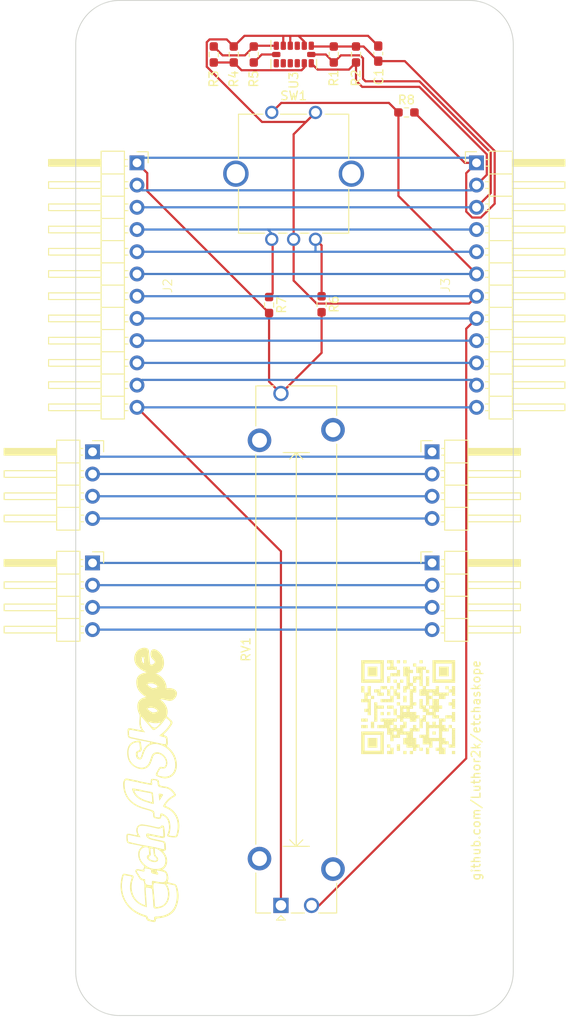
<source format=kicad_pcb>
(kicad_pcb (version 20221018) (generator pcbnew)
  (layers (0 "F.Cu" signal) (31 "B.Cu" signal) (34 "B.Paste" user) (35 "F.Paste" user) (36 "B.SilkS" user "B.Silkscreen") (37 "F.SilkS" user "F.Silkscreen") (38 "B.Mask" user) (39 "F.Mask" user) (44 "Edge.Cuts" user))
  (net 0 "")
  (net 1 "Net-(U3-~{CS})")
  (net 3 "/SCOPE_GND")
  (net 8 "VSS")
  (net 9 "GNDD")
  (net 10 "Net-(U3-SDO{slash}ADDR)")
  (net 11 "/IN4")
  (net 12 "/IN3")
  (net 13 "/GP28")
  (net 14 "/GP27")
  (net 15 "/GP26")
  (net 16 "/SCL")
  (net 17 "/SDA")
  (net 18 "GNDA")
  (net 19 "/SIGNAL_Y")
  (net 20 "/SIGNAL_X")
  (net 21 "/SCOPE_Y")
  (net 22 "/SCOPE_X")
  (net 23 "/OUT4")
  (net 24 "/OUT3")
  (net 25 "/SIGNAL_GND")
  (net 26 "/SIGNAL3V3")
  (net 27 "/SCOPE3V3")
  (footprint "MountingHole:MountingHole_4mm" (layer "F.Cu") (at 131.905 145.192963)
    (fp_text reference "REF**" hide)
    (fp_text value "MountingHole_4mm")
  )
  (footprint "Supercon23:superconBadge23-expansion-left" (layer "F.Cu") (at 133.905 52.752963)
    (fp_text reference "J2")
    (fp_text value "~")
  )
  (footprint "MountingHole:MountingHole_4mm" (layer "F.Cu") (at 171.905 145.192963)
    (fp_text reference "REF**" hide)
    (fp_text value "MountingHole_4mm")
  )
  (footprint "Resistor_SMD:R_0603_1608Metric_Pad0.98x0.95mm_HandSolder" (layer "F.Cu") (at 149 69 -90)
    (fp_text reference "R7")
    (fp_text value "10k")
  )
  (footprint "Resistor_SMD:R_0603_1608Metric_Pad0.98x0.95mm_HandSolder" (layer "F.Cu") (at 164.6955 46.99)
    (fp_text reference "R8")
    (fp_text value "10k")
  )
  (footprint "Resistor_SMD:R_0603_1608Metric_Pad0.98x0.95mm_HandSolder" (layer "F.Cu") (at 158.934 40.37 90)
    (fp_text reference "R2")
    (fp_text value "10k")
  )
  (footprint "Resistor_SMD:R_0603_1608Metric_Pad0.98x0.95mm_HandSolder" (layer "F.Cu") (at 155 68.9125 -90)
    (fp_text reference "R6")
    (fp_text value "10k")
  )
  (footprint "Capacitor_SMD:C_0603_1608Metric_Pad1.08x0.95mm_HandSolder" (layer "F.Cu") (at 161.474 40.2665 90)
    (fp_text reference "C1")
    (fp_text value "0.1")
  )
  (footprint "Rotary_Encoder:RotaryEncoder_Bourns_Vertical_PEC12R-3xxxF-Sxxxx" (layer "F.Cu") (at 149.305 61.49 90)
    (fp_text reference "SW1")
    (fp_text value "RotaryEncoder_Switch")
  )
  (footprint "MountingHole:MountingHole_4mm" (layer "F.Cu") (at 171.905 39.192963)
    (fp_text reference "REF**" hide)
    (fp_text value "MountingHole_4mm")
  )
  (footprint "Supercon23:superconBadge23-expansion-right" (layer "F.Cu") (at 172.705 52.752963)
    (fp_text reference "J3")
    (fp_text value "~")
  )
  (footprint "Resistor_SMD:R_0603_1608Metric_Pad0.98x0.95mm_HandSolder" (layer "F.Cu") (at 142.678 40.37 90)
    (fp_text reference "R3")
    (fp_text value "10k")
  )
  (footprint "MountingHole:MountingHole_4mm" (layer "F.Cu") (at 131.905 39.192963)
    (fp_text reference "REF**" hide)
    (fp_text value "MountingHole_4mm")
  )
  (footprint "Resistor_SMD:R_0603_1608Metric_Pad0.98x0.95mm_HandSolder" (layer "F.Cu") (at 147.25 40.37 90)
    (fp_text reference "R5")
    (fp_text value "10k")
  )
  (footprint "Potentiometer_THT:Potentiometer_Bourns_PTA4543_Single_Slide" (layer "F.Cu") (at 150.355 137.609 90)
    (fp_text reference "RV1")
    (fp_text value "R_Potentiometer")
  )
  (footprint "Resistor_SMD:R_0603_1608Metric_Pad0.98x0.95mm_HandSolder" (layer "F.Cu") (at 144.964 40.37 -90)
    (fp_text reference "R4")
    (fp_text value "10k")
  )
  (footprint "Resistor_SMD:R_0603_1608Metric_Pad0.98x0.95mm_HandSolder" (layer "F.Cu") (at 156.394 40.37 90)
    (fp_text reference "R1")
    (fp_text value "10k")
  )
  (footprint "Package_LGA:LGA-14_3x5mm_P0.8mm_LayoutBorder1x6y" (layer "F.Cu") (at 151.822 40.37 -90)
    (fp_text reference "U3")
    (fp_text value "ADXL343")
  )
  (gr_line (start 135.083986 115.23789) (end 135.101514 115.25735) (stroke (width 0.1)) (layer "F.Cu"))
  (gr_line (start 136.866156 109.50585) (end 136.886285 109.604735) (stroke (width 0.1)) (layer "F.Cu"))
  (gr_line (start 135.160617 114.9945) (end 135.140103 115.004014) (stroke (width 0.1)) (layer "F.Cu"))
  (gr_line (start 136.326846 115.333819) (end 136.319299 115.318668) (stroke (width 0.1)) (layer "F.Cu"))
  (gr_line (start 134.789047 109.785734) (end 134.790114 109.740287) (stroke (width 0.1)) (layer "F.Cu"))
  (gr_line (start 135.840392 112.210837) (end 135.787276 112.194554) (stroke (width 0.1)) (layer "F.Cu"))
  (gr_line (start 135.655836 109.296794) (end 135.636971 109.268903) (stroke (width 0.1)) (layer "F.Cu"))
  (gr_line (start 137.190403 116.030275) (end 137.143921 116.11366) (stroke (width 0.1)) (layer "F.Cu"))
  (gr_line (start 134.93309 108.267369) (end 134.957534 108.275143) (stroke (width 0.1)) (layer "F.Cu"))
  (gr_line (start 134.399481 109.406104) (end 134.392766 109.446251) (stroke (width 0.1)) (layer "F.Cu"))
  (gr_line (start 137.199282 112.750491) (end 137.19686 112.792828) (stroke (width 0.1)) (layer "F.Cu"))
  (gr_line (start 136.29359 112.519595) (end 136.271272 112.488271) (stroke (width 0.1)) (layer "F.Cu"))
  (gr_line (start 136.443544 110.860143) (end 136.401306 110.885948) (stroke (width 0.1)) (layer "F.Cu"))
  (gr_line (start 136.287491 115.492125) (end 136.30137 115.47846) (stroke (width 0.1)) (layer "F.Cu"))
  (gr_line (start 135.172551 108.487829) (end 135.181745 108.522191) (stroke (width 0.1)) (layer "F.Cu"))
  (gr_line (start 138.297312 113.719745) (end 138.280018 113.749489) (stroke (width 0.1)) (layer "F.Cu"))
  (gr_line (start 134.785243 109.601341) (end 134.781281 109.556301) (stroke (width 0.1)) (layer "F.Cu"))
  (gr_line (start 136.323505 115.449158) (end 136.331521 115.433507) (stroke (width 0.1)) (layer "F.Cu"))
  (gr_line (start 135.961311 109.957851) (end 135.975664 109.937939) (stroke (width 0.1)) (layer "F.Cu"))
  (gr_line (start 135.068582 115.218826) (end 135.083986 115.23789) (stroke (width 0.1)) (layer "F.Cu"))
  (gr_line (start 136.30263 112.534987) (end 136.29359 112.519595) (stroke (width 0.1)) (layer "F.Cu"))
  (gr_line (start 133.912851 112.217329) (end 133.909959 112.165471) (stroke (width 0.1)) (layer "F.Cu"))
  (gr_line (start 136.046531 111.010573) (end 135.956657 111.022805) (stroke (width 0.1)) (layer "F.Cu"))
  (gr_line (start 137.340748 112.874249) (end 137.365251 112.872414) (stroke (width 0.1)) (layer "F.Cu"))
  (gr_line (start 134.432224 109.291978) (end 134.419454 109.328609) (stroke (width 0.1)) (layer "F.Cu"))
  (gr_line (start 134.568811 109.984093) (end 134.581768 109.996974) (stroke (width 0.1)) (layer "F.Cu"))
  (gr_line (start 134.186905 110.418791) (end 134.13182 110.368487) (stroke (width 0.1)) (layer "F.Cu"))
  (gr_line (start 135.575276 108.617699) (end 135.583171 108.598423) (stroke (width 0.1)) (layer "F.Cu"))
  (gr_line (start 135.014957 112.333459) (end 135.013541 112.348503) (stroke (width 0.1)) (layer "F.Cu"))
  (gr_line (start 133.854222 110.029786) (end 133.818465 109.967483) (stroke (width 0.1)) (layer "F.Cu"))
  (gr_line (start 136.255226 112.72146) (end 136.270822 112.708444) (stroke (width 0.1)) (layer "F.Cu"))
  (gr_line (start 135.833376 115.636737) (end 135.886072 115.631079) (stroke (width 0.1)) (layer "F.Cu"))
  (gr_line (start 134.788107 109.647447) (end 134.785243 109.601341) (stroke (width 0.1)) (layer "F.Cu"))
  (gr_line (start 133.713069 109.102108) (end 133.736065 109.022194) (stroke (width 0.1)) (layer "F.Cu"))
  (gr_line (start 134.595352 109.088766) (end 134.586712 109.090243) (stroke (width 0.1)) (layer "F.Cu"))
  (gr_line (start 136.270824 110.948691) (end 136.226393 110.96506) (stroke (width 0.1)) (layer "F.Cu"))
  (gr_line (start 138.387346 113.323438) (end 138.390683 113.352707) (stroke (width 0.1)) (layer "F.Cu"))
  (gr_line (start 135.82617 109.484492) (end 135.782488 109.442247) (stroke (width 0.1)) (layer "F.Cu"))
  (gr_line (start 135.97753 112.8297) (end 136.031057 112.817547) (stroke (width 0.1)) (layer "F.Cu"))
  (gr_line (start 136.30137 115.47846) (end 136.313415 115.464141) (stroke (width 0.1)) (layer "F.Cu"))
  (gr_line (start 136.674876 109.04669) (end 136.728907 109.138446) (stroke (width 0.1)) (layer "F.Cu"))
  (gr_line (start 135.631924 108.512785) (end 135.64353 108.498191) (stroke (width 0.1)) (layer "F.Cu"))
  (gr_line (start 135.620936 108.528297) (end 135.631924 108.512785) (stroke (width 0.1)) (layer "F.Cu"))
  (gr_line (start 137.136468 114.812437) (end 137.183531 114.904487) (stroke (width 0.1)) (layer "F.Cu"))
  (gr_line (start 136.243714 112.456523) (end 136.211402 112.42471) (stroke (width 0.1)) (layer "F.Cu"))
  (gr_line (start 135.751484 108.422573) (end 135.778423 108.415282) (stroke (width 0.1)) (layer "F.Cu"))
  (gr_line (start 134.217519 113.072862) (end 134.155302 112.985365) (stroke (width 0.1)) (layer "F.Cu"))
  (gr_line (start 136.901706 111.850077) (end 136.958714 111.936733) (stroke (width 0.1)) (layer "F.Cu"))
  (gr_line (start 135.827083 110.080253) (end 135.849142 110.064956) (stroke (width 0.1)) (layer "F.Cu"))
  (gr_line (start 137.649315 112.857831) (end 137.683492 112.858608) (stroke (width 0.1)) (layer "F.Cu"))
  (gr_line (start 135.142161 115.297143) (end 135.18897 115.337579) (stroke (width 0.1)) (layer "F.Cu"))
  (gr_line (start 135.240386 115.378031) (end 135.294854 115.417873) (stroke (width 0.1)) (layer "F.Cu"))
  (gr_line (start 135.156189 110.934822) (end 135.022445 110.89377) (stroke (width 0.1)) (layer "F.Cu"))
  (gr_line (start 138.357053 113.219675) (end 138.365376 113.239129) (stroke (width 0.1)) (layer "F.Cu"))
  (gr_line (start 136.174825 112.393191) (end 136.134471 112.362322) (stroke (width 0.1)) (layer "F.Cu"))
  (gr_line (start 135.087189 108.349627) (end 135.105906 108.367703) (stroke (width 0.1)) (layer "F.Cu"))
  (gr_line (start 135.619154 109.239737) (end 135.602537 109.209207) (stroke (width 0.1)) (layer "F.Cu"))
  (gr_line (start 136.784622 113.989372) (end 136.648495 113.972554) (stroke (width 0.1)) (layer "F.Cu"))
  (gr_line (start 135.150565 108.431322) (end 135.162217 108.457748) (stroke (width 0.1)) (layer "F.Cu"))
  (gr_line (start 134.033642 114.784153) (end 134.037524 114.735258) (stroke (width 0.1)) (layer "F.Cu"))
  (gr_line (start 135.258597 109.356038) (end 135.273583 109.554554) (stroke (width 0.1)) (layer "F.Cu"))
  (gr_line (start 134.028484 110.262486) (end 133.980596 110.206851) (stroke (width 0.1)) (layer "F.Cu"))
  (gr_line (start 135.735479 115.641957) (end 135.782861 115.640344) (stroke (width 0.1)) (layer "F.Cu"))
  (gr_line (start 138.241831 113.807521) (end 138.221044 113.835666) (stroke (width 0.1)) (layer "F.Cu"))
  (gr_line (start 135.53846 111.011939) (end 135.466411 111.00117) (stroke (width 0.1)) (layer "F.Cu"))
  (gr_line (start 136.254702 115.517517) (end 136.271895 115.505142) (stroke (width 0.1)) (layer "F.Cu"))
  (gr_line (start 134.448858 109.800118) (end 134.459181 109.822221) (stroke (width 0.1)) (layer "F.Cu"))
  (gr_line (start 137.992701 114.050026) (end 137.963715 114.068211) (stroke (width 0.1)) (layer "F.Cu"))
  (gr_line (start 134.363216 114.105405) (end 134.401758 114.077956) (stroke (width 0.1)) (layer "F.Cu"))
  (gr_line (start 136.908239 114.008127) (end 136.784622 113.989372) (stroke (width 0.1)) (layer "F.Cu"))
  (gr_line (start 136.337345 115.417179) (end 136.340041 115.404408) (stroke (width 0.1)) (layer "F.Cu"))
  (gr_line (start 133.961088 111.7344) (end 133.975939 111.691379) (stroke (width 0.1)) (layer "F.Cu"))
  (gr_line (start 137.305522 115.683877) (end 137.28707 115.771722) (stroke (width 0.1)) (layer "F.Cu"))
  (gr_line (start 134.72256 109.259464) (end 134.711845 109.227625) (stroke (width 0.1)) (layer "F.Cu"))
  (gr_line (start 136.808324 110.423065) (end 136.786441 110.470398) (stroke (width 0.1)) (layer "F.Cu"))
  (gr_line (start 136.906166 110.018588) (end 136.89382 110.122601) (stroke (width 0.1)) (layer "F.Cu"))
  (gr_line (start 137.183386 112.500802) (end 137.189535 112.54182) (stroke (width 0.1)) (layer "F.Cu"))
  (gr_line (start 134.747286 108.244883) (end 134.802387 108.246002) (stroke (width 0.1)) (layer "F.Cu"))
  (gr_line (start 135.61586 114.942171) (end 135.552004 114.937432) (stroke (width 0.1)) (layer "F.Cu"))
  (gr_line (start 134.840456 116.322761) (end 134.770035 116.27036) (stroke (width 0.1)) (layer "F.Cu"))
  (gr_line (start 135.42675 114.938192) (end 135.366751 114.943463) (stroke (width 0.1)) (layer "F.Cu"))
  (gr_line (start 134.476954 116.006878) (end 134.406613 115.928474) (stroke (width 0.1)) (layer "F.Cu"))
  (gr_line (start 135.684084 110.151893) (end 135.708661 110.142615) (stroke (width 0.1)) (layer "F.Cu"))
  (gr_line (start 135.038826 112.416554) (end 135.051913 112.435144) (stroke (width 0.1)) (layer "F.Cu"))
  (gr_line (start 138.337541 113.182782) (end 138.347753 113.200896) (stroke (width 0.1)) (layer "F.Cu"))
  (gr_line (start 134.632399 110.035767) (end 134.644461 110.042014) (stroke (width 0.1)) (layer "F.Cu"))
  (gr_line (start 136.958714 111.936733) (end 137.011579 112.027673) (stroke (width 0.1)) (layer "F.Cu"))
  (gr_line (start 136.031057 112.817547) (end 136.082955 112.803116) (stroke (width 0.1)) (layer "F.Cu"))
  (gr_line (start 135.325836 109.977165) (end 135.337232 110.023321) (stroke (width 0.1)) (layer "F.Cu"))
  (gr_line (start 134.083215 108.488558) (end 134.11771 108.461013) (stroke (width 0.1)) (layer "F.Cu"))
  (gr_line (start 138.365376 113.239129) (end 138.374745 113.266578) (stroke (width 0.1)) (layer "F.Cu"))
  (gr_line (start 136.432745 113.953996) (end 136.36721 113.950328) (stroke (width 0.1)) (layer "F.Cu"))
  (gr_line (start 135.070519 112.253188) (end 135.056498 112.26508) (stroke (width 0.1)) (layer "F.Cu"))
  (gr_line (start 135.058192 113.846497) (end 135.147635 113.832694) (stroke (width 0.1)) (layer "F.Cu"))
  (gr_line (start 135.986607 116.707617) (end 135.856809 116.700037) (stroke (width 0.1)) (layer "F.Cu"))
  (gr_line (start 133.906557 108.680037) (end 133.932433 108.645411) (stroke (width 0.1)) (layer "F.Cu"))
  (gr_line (start 133.92793 111.869914) (end 133.937116 111.823718) (stroke (width 0.1)) (layer "F.Cu"))
  (gr_line (start 134.678276 110.051608) (end 134.678276 110.747363) (stroke (width 0.1)) (layer "F.Cu"))
  (gr_line (start 135.668598 108.471975) (end 135.68206 108.460463) (stroke (width 0.1)) (layer "F.Cu"))
  (gr_line (start 136.753486 109.185443) (end 136.776289 109.233075) (stroke (width 0.1)) (layer "F.Cu"))
  (gr_line (start 134.221117 115.666173) (end 134.19544 115.618752) (stroke (width 0.1)) (layer "F.Cu"))
  (gr_line (start 135.363719 110.095625) (end 135.371224 110.109599) (stroke (width 0.1)) (layer "F.Cu"))
  (gr_line (start 134.496165 109.167917) (end 134.478739 109.194846) (stroke (width 0.1)) (layer "F.Cu"))
  (gr_line (start 136.377073 116.670845) (end 136.312756 116.683909) (stroke (width 0.1)) (layer "F.Cu"))
  (gr_line (start 137.683781 114.155388) (end 137.628409 114.15397) (stroke (width 0.1)) (layer "F.Cu"))
  (gr_line (start 135.181745 108.522191) (end 135.189979 108.56146) (stroke (width 0.1)) (layer "F.Cu"))
  (gr_line (start 135.867841 111.029129) (end 135.780849 111.030374) (stroke (width 0.1)) (layer "F.Cu"))
  (gr_line (start 134.498737 111.193) (end 134.594944 111.157445) (stroke (width 0.1)) (layer "F.Cu"))
  (gr_line (start 135.869403 112.847397) (end 135.923328 112.839631) (stroke (width 0.1)) (layer "F.Cu"))
  (gr_line (start 134.179245 114.302817) (end 134.204446 114.266255) (stroke (width 0.1)) (layer "F.Cu"))
  (gr_line (start 134.953839 113.700298) (end 134.847554 113.637519) (stroke (width 0.1)) (layer "F.Cu"))
  (gr_line (start 134.698251 110.049843) (end 134.707841 110.046341) (stroke (width 0.1)) (layer "F.Cu"))
  (gr_line (start 134.555851 109.970048) (end 134.568811 109.984093) (stroke (width 0.1)) (layer "F.Cu"))
  (gr_line (start 137.090065 116.195075) (end 137.060326 116.234937) (stroke (width 0.1)) (layer "F.Cu"))
  (gr_line (start 134.530161 109.938679) (end 134.542948 109.954892) (stroke (width 0.1)) (layer "F.Cu"))
  (gr_line (start 134.049407 112.797765) (end 134.027639 112.748375) (stroke (width 0.1)) (layer "F.Cu"))
  (gr_line (start 134.363658 110.558531) (end 134.244028 110.467253) (stroke (width 0.1)) (layer "F.Cu"))
  (gr_line (start 133.798138 108.864969) (end 133.817055 108.826681) (stroke (width 0.1)) (layer "F.Cu"))
  (gr_line (start 135.050717 115.074231) (end 135.042253 115.08799) (stroke (width 0.1)) (layer "F.Cu"))
  (gr_line (start 134.439124 109.77739) (end 134.448858 109.800118) (stroke (width 0.1)) (layer "F.Cu"))
  (gr_line (start 136.501341 113.958837) (end 136.432745 113.953996) (stroke (width 0.1)) (layer "F.Cu"))
  (gr_line (start 135.562503 110.1794) (end 135.586296 110.176593) (stroke (width 0.1)) (layer "F.Cu"))
  (gr_line (start 138.280018 113.749489) (end 138.261506 113.778771) (stroke (width 0.1)) (layer "F.Cu"))
  (gr_line (start 136.219505 113.980191) (end 136.305505 114.01976) (stroke (width 0.1)) (layer "F.Cu"))
  (gr_line (start 136.810726 109.319214) (end 136.840826 109.410407) (stroke (width 0.1)) (layer "F.Cu"))
  (gr_line (start 135.735479 116.685) (end 135.729185 116.68422) (stroke (width 0.1)) (layer "F.Cu"))
  (gr_line (start 134.578661 108.262866) (end 134.634935 108.253632) (stroke (width 0.1)) (layer "F.Cu"))
  (gr_line (start 136.09083 112.332462) (end 136.044388 112.30397) (stroke (width 0.1)) (layer "F.Cu"))
  (gr_line (start 135.610456 110.172386) (end 135.634877 110.166831) (stroke (width 0.1)) (layer "F.Cu"))
  (gr_line (start 137.281886 115.163305) (end 137.301086 115.247585) (stroke (width 0.1)) (layer "F.Cu"))
  (gr_line (start 136.401306 110.885948) (end 136.358377 110.909239) (stroke (width 0.1)) (layer "F.Cu"))
  (gr_line (start 134.686997 109.169024) (end 134.680055 109.156001) (stroke (width 0.1)) (layer "F.Cu"))
  (gr_line (start 135.735479 115.641957) (end 135.735479 116.685) (stroke (width 0.1)) (layer "F.Cu"))
  (gr_line (start 138.17635 113.889858) (end 138.152548 113.915763) (stroke (width 0.1)) (layer "F.Cu"))
  (gr_line (start 137.317331 115.595772) (end 137.305522 115.683877) (stroke (width 0.1)) (layer "F.Cu"))
  (gr_line (start 135.857061 114.994518) (end 135.803945 114.978234) (stroke (width 0.1)) (layer "F.Cu"))
  (gr_line (start 137.192925 112.835327) (end 137.187452 112.877973) (stroke (width 0.1)) (layer "F.Cu"))
  (gr_line (start 134.78224 109.871468) (end 134.786457 109.829676) (stroke (width 0.1)) (layer "F.Cu"))
  (gr_line (start 136.026195 109.810921) (end 136.027962 109.787401) (stroke (width 0.1)) (layer "F.Cu"))
  (gr_line (start 134.667458 110.049989) (end 134.678276 110.051608) (stroke (width 0.1)) (layer "F.Cu"))
  (gr_line (start 135.816707 112.853055) (end 135.869403 112.847397) (stroke (width 0.1)) (layer "F.Cu"))
  (gr_line (start 134.149877 115.520945) (end 134.13028 115.470606) (stroke (width 0.1)) (layer "F.Cu"))
  (gr_line (start 137.628409 114.15397) (end 137.570865 114.147814) (stroke (width 0.1)) (layer "F.Cu"))
  (gr_line (start 135.123131 113.778487) (end 135.087189 113.7635) (stroke (width 0.1)) (layer "F.Cu"))
  (gr_line (start 133.732831 109.771171) (end 133.712102 109.702705) (stroke (width 0.1)) (layer "F.Cu"))
  (gr_line (start 134.037524 114.735258) (end 134.043176 114.687249) (stroke (width 0.1)) (layer "F.Cu"))
  (gr_line (start 137.183531 114.904487) (end 137.226345 115.00046) (stroke (width 0.1)) (layer "F.Cu"))
  (gr_line (start 136.735648 110.561802) (end 136.706629 110.605673) (stroke (width 0.1)) (layer "F.Cu"))
  (gr_line (start 135.718811 112.858276) (end 135.766192 112.856662) (stroke (width 0.1)) (layer "F.Cu"))
  (gr_line (start 136.099624 115.586798) (end 136.148943 115.57003) (stroke (width 0.1)) (layer "F.Cu"))
  (gr_line (start 135.994199 115.613382) (end 136.047725 115.601229) (stroke (width 0.1)) (layer "F.Cu"))
  (gr_line (start 136.146017 111.222958) (end 136.233887 111.26582) (stroke (width 0.1)) (layer "F.Cu"))
  (gr_line (start 138.221044 113.835666) (end 138.1992 113.863135) (stroke (width 0.1)) (layer "F.Cu"))
  (gr_line (start 135.087852 111.05059) (end 135.187462 111.043282) (stroke (width 0.1)) (layer "F.Cu"))
  (gr_line (start 134.389497 109.579507) (end 134.392403 109.6053) (stroke (width 0.1)) (layer "F.Cu"))
  (gr_line (start 135.366751 114.943463) (end 135.309439 114.951843) (stroke (width 0.1)) (layer "F.Cu"))
  (gr_line (start 136.340041 115.404408) (end 136.340877 115.391128) (stroke (width 0.1)) (layer "F.Cu"))
  (gr_line (start 135.015414 112.364413) (end 135.020382 112.38111) (stroke (width 0.1)) (layer "F.Cu"))
  (gr_line (start 134.230016 108.387493) (end 134.27042 108.366296) (stroke (width 0.1)) (layer "F.Cu"))
  (gr_line (start 134.326981 114.13449) (end 134.363216 114.105405) (stroke (width 0.1)) (layer "F.Cu"))
  (gr_line (start 135.03021 115.132185) (end 135.032083 115.148095) (stroke (width 0.1)) (layer "F.Cu"))
  (gr_line (start 134.408458 109.36677) (end 134.399481 109.406104) (stroke (width 0.1)) (layer "F.Cu"))
  (gr_line (start 134.481354 109.864334) (end 134.493087 109.884236) (stroke (width 0.1)) (layer "F.Cu"))
  (gr_line (start 135.893149 112.230279) (end 135.840392 112.210837) (stroke (width 0.1)) (layer "F.Cu"))
  (gr_line (start 136.762234 110.516677) (end 136.735648 110.561802) (stroke (width 0.1)) (layer "F.Cu"))
  (gr_line (start 134.882323 108.25544) (end 134.908 108.260814) (stroke (width 0.1)) (layer "F.Cu"))
  (gr_line (start 136.002659 108.44435) (end 136.038432 108.458957) (stroke (width 0.1)) (layer "F.Cu"))
  (gr_line (start 136.022534 109.832725) (end 136.026195 109.810921) (stroke (width 0.1)) (layer "F.Cu"))
  (gr_line (start 133.695584 109.632776) (end 133.683456 109.561418) (stroke (width 0.1)) (layer "F.Cu"))
  (gr_line (start 135.122486 112.22128) (end 135.103597 112.231277) (stroke (width 0.1)) (layer "F.Cu"))
  (gr_line (start 138.302087 113.13234) (end 138.314643 113.148513) (stroke (width 0.1)) (layer "F.Cu"))
  (gr_line (start 137.581001 112.859035) (end 137.615203 112.85803) (stroke (width 0.1)) (layer "F.Cu"))
  (gr_line (start 134.770035 116.27036) (end 134.697318 116.212385) (stroke (width 0.1)) (layer "F.Cu"))
  (gr_line (start 134.718219 113.550193) (end 134.647798 113.497793) (stroke (width 0.1)) (layer "F.Cu"))
  (gr_line (start 136.191494 115.176871) (end 136.15114 115.146003) (stroke (width 0.1)) (layer "F.Cu"))
  (gr_line (start 135.539181 110.180755) (end 135.562503 110.1794) (stroke (width 0.1)) (layer "F.Cu"))
  (gr_line (start 138.341367 113.628452) (end 138.32804 113.659155) (stroke (width 0.1)) (layer "F.Cu"))
  (gr_line (start 134.080146 111.494633) (end 134.107206 111.459306) (stroke (width 0.1)) (layer "F.Cu"))
  (gr_line (start 134.427384 113.307889) (end 134.354716 113.23431) (stroke (width 0.1)) (layer "F.Cu"))
  (gr_line (start 135.022445 110.89377) (end 134.887432 110.843717) (stroke (width 0.1)) (layer "F.Cu"))
  (gr_line (start 136.340877 115.391128) (end 136.339915 115.377385) (stroke (width 0.1)) (layer "F.Cu"))
  (gr_line (start 136.565508 116.612739) (end 136.503598 116.635386) (stroke (width 0.1)) (layer "F.Cu"))
  (gr_line (start 133.908694 112.114273) (end 133.909091 112.063784) (stroke (width 0.1)) (layer "F.Cu"))
  (gr_line (start 134.985614 113.716717) (end 134.953839 113.700298) (stroke (width 0.1)) (layer "F.Cu"))
  (gr_line (start 135.939997 115.623313) (end 135.994199 115.613382) (stroke (width 0.1)) (layer "F.Cu"))
  (gr_line (start 134.392766 109.446251) (end 134.388559 109.486854) (stroke (width 0.1)) (layer "F.Cu"))
  (gr_line (start 135.187462 111.043282) (end 135.286966 111.040622) (stroke (width 0.1)) (layer "F.Cu"))
  (gr_line (start 134.549622 116.080457) (end 134.476954 116.006878) (stroke (width 0.1)) (layer "F.Cu"))
  (gr_line (start 136.744026 116.52361) (end 136.685871 116.556977) (stroke (width 0.1)) (layer "F.Cu"))
  (gr_line (start 135.871002 111.121286) (end 135.964382 111.150674) (stroke (width 0.1)) (layer "F.Cu"))
  (gr_line (start 133.950589 112.484761) (end 133.930968 112.376359) (stroke (width 0.1)) (layer "F.Cu"))
  (gr_line (start 136.685871 116.556977) (end 136.626315 116.586644) (stroke (width 0.1)) (layer "F.Cu"))
  (gr_line (start 134.032343 111.569459) (end 134.055203 111.531368) (stroke (width 0.1)) (layer "F.Cu"))
  (gr_line (start 137.787961 112.868509) (end 137.823945 112.874902) (stroke (width 0.1)) (layer "F.Cu"))
  (gr_line (start 134.847554 113.637519) (end 134.78519 113.596831) (stroke (width 0.1)) (layer "F.Cu"))
  (gr_line (start 135.995636 112.277204) (end 135.94506 112.25252) (stroke (width 0.1)) (layer "F.Cu"))
  (gr_line (start 134.634935 108.253632) (end 134.691306 108.247532) (stroke (width 0.1)) (layer "F.Cu"))
  (gr_line (start 135.137415 108.407924) (end 135.150565 108.431322) (stroke (width 0.1)) (layer "F.Cu"))
  (gr_line (start 135.999705 109.896826) (end 136.009184 109.87573) (stroke (width 0.1)) (layer "F.Cu"))
  (gr_line (start 134.155302 112.985365) (end 134.098879 112.893604) (stroke (width 0.1)) (layer "F.Cu"))
  (gr_line (start 134.907427 116.369399) (end 134.840456 116.322761) (stroke (width 0.1)) (layer "F.Cu"))
  (gr_line (start 135.806861 108.411017) (end 135.836686 108.409695) (stroke (width 0.1)) (layer "F.Cu"))
  (gr_line (start 136.136698 110.991601) (end 136.091626 111.001981) (stroke (width 0.1)) (layer "F.Cu"))
  (gr_line (start 136.402773 111.364899) (end 136.483404 111.421081) (stroke (width 0.1)) (layer "F.Cu"))
  (gr_line (start 136.728907 109.138446) (end 136.753486 109.185443) (stroke (width 0.1)) (layer "F.Cu"))
  (gr_line (start 135.406727 115.493219) (end 135.512155 115.558603) (stroke (width 0.1)) (layer "F.Cu"))
  (gr_line (start 136.012305 115.060884) (end 135.961729 115.036201) (stroke (width 0.1)) (layer "F.Cu"))
  (gr_line (start 136.840746 111.767723) (end 136.901706 111.850077) (stroke (width 0.1)) (layer "F.Cu"))
  (gr_line (start 135.68206 108.460463) (end 135.696141 108.450089) (stroke (width 0.1)) (layer "F.Cu"))
  (gr_line (start 138.119252 112.984689) (end 138.151461 113.003682) (stroke (width 0.1)) (layer "F.Cu"))
  (gr_line (start 135.923328 112.839631) (end 135.97753 112.8297) (stroke (width 0.1)) (layer "F.Cu"))
  (gr_line (start 136.840826 109.410407) (end 136.866156 109.50585) (stroke (width 0.1)) (layer "F.Cu"))
  (gr_line (start 133.930968 112.376359) (end 133.917338 112.269796) (stroke (width 0.1)) (layer "F.Cu"))
  (gr_line (start 134.78519 113.596831) (end 134.718219 113.550193) (stroke (width 0.1)) (layer "F.Cu"))
  (gr_line (start 136.117381 116.705952) (end 135.986607 116.707617) (stroke (width 0.1)) (layer "F.Cu"))
  (gr_line (start 135.757236 110.120706) (end 135.781025 110.108181) (stroke (width 0.1)) (layer "F.Cu"))
  (gr_line (start 134.607442 110.019024) (end 134.620039 110.028086) (stroke (width 0.1)) (layer "F.Cu"))
  (gr_line (start 136.320676 112.633498) (end 136.323372 112.620727) (stroke (width 0.1)) (layer "F.Cu"))
  (gr_line (start 133.817055 108.826681) (end 133.837347 108.788962) (stroke (width 0.1)) (layer "F.Cu"))
  (gr_line (start 134.781281 109.556301) (end 134.776325 109.51297) (stroke (width 0.1)) (layer "F.Cu"))
  (gr_line (start 134.315825 111.279682) (end 134.35861 111.2556) (stroke (width 0.1)) (layer "F.Cu"))
  (gr_line (start 134.880219 113.885044) (end 134.96901 113.863947) (stroke (width 0.1)) (layer "F.Cu"))
  (gr_line (start 135.278185 112.634191) (end 135.33415 112.672796) (stroke (width 0.1)) (layer "F.Cu"))
  (gr_line (start 133.682835 109.261287) (end 133.695348 109.182023) (stroke (width 0.1)) (layer "F.Cu"))
  (gr_line (start 134.072827 115.256414) (end 134.053216 115.147332) (stroke (width 0.1)) (layer "F.Cu"))
  (gr_line (start 136.260383 115.240204) (end 136.228071 115.208391) (stroke (width 0.1)) (layer "F.Cu"))
  (gr_line (start 135.909818 115.01396) (end 135.857061 114.994518) (stroke (width 0.1)) (layer "F.Cu"))
  (gr_line (start 136.316169 112.565005) (end 136.310177 112.550138) (stroke (width 0.1)) (layer "F.Cu"))
  (gr_line (start 136.310177 112.550138) (end 136.30263 112.534987) (stroke (width 0.1)) (layer "F.Cu"))
  (gr_line (start 138.260773 113.087558) (end 138.275087 113.101872) (stroke (width 0.1)) (layer "F.Cu"))
  (gr_line (start 135.337232 110.023321) (end 135.343363 110.043881) (stroke (width 0.1)) (layer "F.Cu"))
  (gr_line (start 135.68008 111.076108) (end 135.776171 111.096426) (stroke (width 0.1)) (layer "F.Cu"))
  (gr_line (start 136.284702 112.694779) (end 136.296746 112.680459) (stroke (width 0.1)) (layer "F.Cu"))
  (gr_line (start 136.909313 114.483794) (end 136.97158 114.559989) (stroke (width 0.1)) (layer "F.Cu"))
  (gr_line (start 136.287941 115.271952) (end 136.260383 115.240204) (stroke (width 0.1)) (layer "F.Cu"))
  (gr_line (start 136.843694 114.411603) (end 136.909313 114.483794) (stroke (width 0.1)) (layer "F.Cu"))
  (gr_line (start 135.125492 112.51346) (end 135.172301 112.553897) (stroke (width 0.1)) (layer "F.Cu"))
  (gr_line (start 134.339757 115.84543) (end 134.277539 115.757934) (stroke (width 0.1)) (layer "F.Cu"))
  (gr_line (start 136.845331 110.325645) (end 136.827936 110.374781) (stroke (width 0.1)) (layer "F.Cu"))
  (gr_line (start 136.675124 110.648189) (end 136.641079 110.689249) (stroke (width 0.1)) (layer "F.Cu"))
  (gr_line (start 135.255512 114.963219) (end 135.230038 114.969995) (stroke (width 0.1)) (layer "F.Cu"))
  (gr_line (start 135.204282 108.65723) (end 135.216893 108.780151) (stroke (width 0.1)) (layer "F.Cu"))
  (gr_line (start 137.085336 114.724327) (end 137.136468 114.812437) (stroke (width 0.1)) (layer "F.Cu"))
  (gr_line (start 135.04492 115.182199) (end 135.055495 115.200236) (stroke (width 0.1)) (layer "F.Cu"))
  (gr_line (start 134.61749 113.97021) (end 134.704329 113.938175) (stroke (width 0.1)) (layer "F.Cu"))
  (gr_line (start 134.277539 115.757934) (end 134.221117 115.666173) (stroke (width 0.1)) (layer "F.Cu"))
  (gr_line (start 138.363683 113.566587) (end 138.353265 113.597572) (stroke (width 0.1)) (layer "F.Cu"))
  (gr_line (start 137.847192 114.124549) (end 137.792138 114.141346) (stroke (width 0.1)) (layer "F.Cu"))
  (gr_line (start 136.271272 112.488271) (end 136.243714 112.456523) (stroke (width 0.1)) (layer "F.Cu"))
  (gr_line (start 137.904208 114.100346) (end 137.847192 114.124549) (stroke (width 0.1)) (layer "F.Cu"))
  (gr_line (start 136.550479 108.874436) (end 136.615099 108.958467) (stroke (width 0.1)) (layer "F.Cu"))
  (gr_line (start 136.911154 109.913989) (end 136.906166 110.018588) (stroke (width 0.1)) (layer "F.Cu"))
  (gr_line (start 133.935468 110.149502) (end 133.893284 110.090469) (stroke (width 0.1)) (layer "F.Cu"))
  (gr_line (start 135.287214 110.96662) (end 135.156189 110.934822) (stroke (width 0.1)) (layer "F.Cu"))
  (gr_line (start 134.603795 109.08861) (end 134.595352 109.088766) (stroke (width 0.1)) (layer "F.Cu"))
  (gr_line (start 135.675597 109.323497) (end 135.655836 109.296794) (stroke (width 0.1)) (layer "F.Cu"))
  (gr_line (start 134.478739 109.194846) (end 134.462111 109.224738) (stroke (width 0.1)) (layer "F.Cu"))
  (gr_line (start 136.00063 109.680412) (end 135.988999 109.660524) (stroke (width 0.1)) (layer "F.Cu"))
  (gr_line (start 134.740694 109.324316) (end 134.732168 109.291955) (stroke (width 0.1)) (layer "F.Cu"))
  (gr_line (start 134.594665 110.008635) (end 134.607442 110.019024) (stroke (width 0.1)) (layer "F.Cu"))
  (gr_line (start 135.407639 112.156952) (end 135.347775 112.162089) (stroke (width 0.1)) (layer "F.Cu"))
  (gr_line (start 134.656167 110.046772) (end 134.667458 110.049989) (stroke (width 0.1)) (layer "F.Cu"))
  (gr_line (start 134.031497 114.833889) (end 134.033642 114.784153) (stroke (width 0.1)) (layer "F.Cu"))
  (gr_line (start 134.768498 109.946036) (end 134.776289 109.91047) (stroke (width 0.1)) (layer "F.Cu"))
  (gr_line (start 135.561415 109.108563) (end 135.551127 109.071705) (stroke (width 0.1)) (layer "F.Cu"))
  (gr_line (start 135.103539 115.024976) (end 135.087664 115.036394) (stroke (width 0.1)) (layer "F.Cu"))
  (gr_line (start 133.975939 111.691379) (end 133.992744 111.649515) (stroke (width 0.1)) (layer "F.Cu"))
  (gr_line (start 134.415311 108.306194) (end 134.468361 108.289464) (stroke (width 0.1)) (layer "F.Cu"))
  (gr_line (start 133.764399 108.94293) (end 133.798138 108.864969) (stroke (width 0.1)) (layer "F.Cu"))
  (gr_line (start 135.356587 110.080022) (end 135.363719 110.095625) (stroke (width 0.1)) (layer "F.Cu"))
  (gr_line (start 134.619392 110.717613) (end 134.489262 110.642068) (stroke (width 0.1)) (layer "F.Cu"))
  (gr_line (start 135.494368 110.178894) (end 135.516434 110.180604) (stroke (width 0.1)) (layer "F.Cu"))
  (gr_line (start 134.396369 109.630899) (end 134.401337 109.656249) (stroke (width 0.1)) (layer "F.Cu"))
  (gr_line (start 134.786457 109.829676) (end 134.789047 109.785734) (stroke (width 0.1)) (layer "F.Cu"))
  (gr_line (start 136.908589 116.400054) (end 136.855534 116.445275) (stroke (width 0.1)) (layer "F.Cu"))
  (gr_line (start 134.153669 108.434933) (end 134.191102 108.410399) (stroke (width 0.1)) (layer "F.Cu"))
  (gr_line (start 135.600816 108.561854) (end 135.610567 108.544672) (stroke (width 0.1)) (layer "F.Cu"))
  (gr_line (start 136.776027 111.689688) (end 136.840746 111.767723) (stroke (width 0.1)) (layer "F.Cu"))
  (gr_line (start 136.187012 113.945054) (end 136.131764 113.944772) (stroke (width 0.1)) (layer "F.Cu"))
  (gr_line (start 135.870414 110.048842) (end 135.890795 110.031962) (stroke (width 0.1)) (layer "F.Cu"))
  (gr_line (start 134.430036 109.75409) (end 134.439124 109.77739) (stroke (width 0.1)) (layer "F.Cu"))
  (gr_line (start 135.933352 108.422565) (end 135.967594 108.432192) (stroke (width 0.1)) (layer "F.Cu"))
  (gr_line (start 134.031055 114.884419) (end 134.031497 114.833889) (stroke (width 0.1)) (layer "F.Cu"))
  (gr_line (start 134.485898 114.028152) (end 134.531564 114.005892) (stroke (width 0.1)) (layer "F.Cu"))
  (gr_line (start 135.290687 112.170246) (end 135.263394 112.175428) (stroke (width 0.1)) (layer "F.Cu"))
  (gr_line (start 138.1992 113.863135) (end 138.17635 113.889858) (stroke (width 0.1)) (layer "F.Cu"))
  (gr_line (start 135.396164 110.141852) (end 135.405351 110.149418) (stroke (width 0.1)) (layer "F.Cu"))
  (gr_line (start 135.140103 115.004014) (end 135.121047 115.014177) (stroke (width 0.1)) (layer "F.Cu"))
  (gr_line (start 135.803945 114.978234) (end 135.773471 114.969865) (stroke (width 0.1)) (layer "F.Cu"))
  (gr_line (start 134.387102 109.527554) (end 134.38771 109.553574) (stroke (width 0.1)) (layer "F.Cu"))
  (gr_line (start 138.000834 112.928741) (end 138.027834 112.939871) (stroke (width 0.1)) (layer "F.Cu"))
  (gr_line (start 134.672815 109.143825) (end 134.665273 109.132593) (stroke (width 0.1)) (layer "F.Cu"))
  (gr_line (start 137.145605 112.33966) (end 137.156979 112.379473) (stroke (width 0.1)) (layer "F.Cu"))
  (gr_line (start 136.641079 110.689249) (end 136.604439 110.728752) (stroke (width 0.1)) (layer "F.Cu"))
  (gr_line (start 136.313415 115.464141) (end 136.323505 115.449158) (stroke (width 0.1)) (layer "F.Cu"))
  (gr_line (start 135.604931 116.661176) (end 135.485242 116.631913) (stroke (width 0.1)) (layer "F.Cu"))
  (gr_line (start 138.215358 113.048186) (end 138.246004 113.073845) (stroke (width 0.1)) (layer "F.Cu"))
  (gr_line (start 136.018186 109.721436) (end 136.01041 109.700687) (stroke (width 0.1)) (layer "F.Cu"))
  (gr_line (start 137.510114 114.137589) (end 137.445122 114.123961) (stroke (width 0.1)) (layer "F.Cu"))
  (gr_line (start 136.604439 110.728752) (end 136.565151 110.766598) (stroke (width 0.1)) (layer "F.Cu"))
  (gr_line (start 136.886285 109.604735) (end 136.900782 109.706257) (stroke (width 0.1)) (layer "F.Cu"))
  (gr_line (start 135.591684 108.57979) (end 135.600816 108.561854) (stroke (width 0.1)) (layer "F.Cu"))
  (gr_line (start 137.294344 112.876616) (end 137.317155 112.875628) (stroke (width 0.1)) (layer "F.Cu"))
  (gr_line (start 136.016828 109.854346) (end 136.022534 109.832725) (stroke (width 0.1)) (layer "F.Cu"))
  (gr_line (start 136.23603 115.529259) (end 136.254702 115.517517) (stroke (width 0.1)) (layer "F.Cu"))
  (gr_line (start 135.013541 112.348503) (end 135.015414 112.364413) (stroke (width 0.1)) (layer "F.Cu"))
  (gr_line (start 135.019175 112.318631) (end 135.014957 112.333459) (stroke (width 0.1)) (layer "F.Cu"))
  (gr_line (start 137.511711 112.862779) (end 137.581001 112.859035) (stroke (width 0.1)) (layer "F.Cu"))
  (gr_line (start 135.223717 112.594349) (end 135.278185 112.634191) (stroke (width 0.1)) (layer "F.Cu"))
  (gr_line (start 135.836686 108.409695) (end 135.867785 108.411234) (stroke (width 0.1)) (layer "F.Cu"))
  (gr_line (start 134.770483 109.471991) (end 134.76446 109.43683) (stroke (width 0.1)) (layer "F.Cu"))
  (gr_line (start 135.162217 108.457748) (end 135.172551 108.487829) (stroke (width 0.1)) (layer "F.Cu"))
  (gr_line (start 133.98844 108.57917) (end 134.018588 108.547718) (stroke (width 0.1)) (layer "F.Cu"))
  (gr_line (start 136.323372 112.620727) (end 136.324209 112.607448) (stroke (width 0.1)) (layer "F.Cu"))
  (gr_line (start 134.078953 110.316375) (end 134.028484 110.262486) (stroke (width 0.1)) (layer "F.Cu"))
  (gr_line (start 134.07109 114.549015) (end 134.084158 114.505023) (stroke (width 0.1)) (layer "F.Cu"))
  (gr_line (start 137.256923 115.080816) (end 137.281886 115.163305) (stroke (width 0.1)) (layer "F.Cu"))
  (gr_line (start 138.021106 114.030525) (end 137.992701 114.050026) (stroke (width 0.1)) (layer "F.Cu"))
  (gr_line (start 136.238033 112.733836) (end 136.255226 112.72146) (stroke (width 0.1)) (layer "F.Cu"))
  (gr_line (start 134.442641 114.052189) (end 134.485898 114.028152) (stroke (width 0.1)) (layer "F.Cu"))
  (gr_line (start 134.957534 108.275143) (end 134.981269 108.284177) (stroke (width 0.1)) (layer "F.Cu"))
  (gr_line (start 135.773471 114.969865) (end 135.742531 114.962459) (stroke (width 0.1)) (layer "F.Cu"))
  (gr_line (start 136.707741 111.615989) (end 136.776027 111.689688) (stroke (width 0.1)) (layer "F.Cu"))
  (gr_line (start 134.018588 108.547718) (end 134.050177 108.517487) (stroke (width 0.1)) (layer "F.Cu"))
  (gr_line (start 136.219361 112.745577) (end 136.238033 112.733836) (stroke (width 0.1)) (layer "F.Cu"))
  (gr_line (start 135.542801 109.033047) (end 135.535704 108.990537) (stroke (width 0.1)) (layer "F.Cu"))
  (gr_line (start 136.199331 112.756692) (end 136.219361 112.745577) (stroke (width 0.1)) (layer "F.Cu"))
  (gr_line (start 135.531081 108.946643) (end 135.528933 108.901805) (stroke (width 0.1)) (layer "F.Cu"))
  (gr_line (start 135.281146 109.64278) (end 135.288961 109.72377) (stroke (width 0.1)) (layer "F.Cu"))
  (gr_line (start 133.675467 109.339248) (end 133.682835 109.261287) (stroke (width 0.1)) (layer "F.Cu"))
  (gr_line (start 134.550786 109.108486) (end 134.532432 109.124379) (stroke (width 0.1)) (layer "F.Cu"))
  (gr_line (start 135.052289 113.748253) (end 135.01843 113.73268) (stroke (width 0.1)) (layer "F.Cu"))
  (gr_line (start 134.732168 109.291955) (end 134.72256 109.259464) (stroke (width 0.1)) (layer "F.Cu"))
  (gr_line (start 135.415007 110.155411) (end 135.433303 110.163884) (stroke (width 0.1)) (layer "F.Cu"))
  (gr_line (start 134.707841 110.046341) (end 134.716826 110.041095) (stroke (width 0.1)) (layer "F.Cu"))
  (gr_line (start 134.231787 114.231094) (end 134.2613 114.197381) (stroke (width 0.1)) (layer "F.Cu"))
  (gr_line (start 134.073202 112.846183) (end 134.049407 112.797765) (stroke (width 0.1)) (layer "F.Cu"))
  (gr_line (start 137.226345 115.00046) (end 137.256923 115.080816) (stroke (width 0.1)) (layer "F.Cu"))
  (gr_line (start 134.462111 109.224738) (end 134.446525 109.257235) (stroke (width 0.1)) (layer "F.Cu"))
  (gr_line (start 134.237257 111.333064) (end 134.275385 111.30552) (stroke (width 0.1)) (layer "F.Cu"))
  (gr_line (start 138.28888 113.116796) (end 138.302087 113.13234) (stroke (width 0.1)) (layer "F.Cu"))
  (gr_line (start 135.532058 108.811055) (end 135.537332 108.766022) (stroke (width 0.1)) (layer "F.Cu"))
  (gr_line (start 135.488734 114.936143) (end 135.42675 114.938192) (stroke (width 0.1)) (layer "F.Cu"))
  (gr_line (start 138.246004 113.073845) (end 138.260773 113.087558) (stroke (width 0.1)) (layer "F.Cu"))
  (gr_line (start 135.286966 111.040622) (end 135.386173 111.042592) (stroke (width 0.1)) (layer "F.Cu"))
  (gr_line (start 136.626315 116.586644) (end 136.565508 116.612739) (stroke (width 0.1)) (layer "F.Cu"))
  (gr_line (start 134.414038 109.705989) (end 134.421655 109.730271) (stroke (width 0.1)) (layer "F.Cu"))
  (gr_line (start 135.187538 112.195259) (end 135.164541 112.20326) (stroke (width 0.1)) (layer "F.Cu"))
  (gr_line (start 135.087664 115.036394) (end 135.07351 115.048419) (stroke (width 0.1)) (layer "F.Cu"))
  (gr_line (start 134.531564 114.005892) (end 134.61749 113.97021) (stroke (width 0.1)) (layer "F.Cu"))
  (gr_line (start 134.38771 109.553574) (end 134.389497 109.579507) (stroke (width 0.1)) (layer "F.Cu"))
  (gr_line (start 135.766192 112.856662) (end 135.816707 112.853055) (stroke (width 0.1)) (layer "F.Cu"))
  (gr_line (start 137.200214 112.708334) (end 137.199282 112.750491) (stroke (width 0.1)) (layer "F.Cu"))
  (gr_line (start 134.76446 109.43683) (end 134.754595 109.385522) (stroke (width 0.1)) (layer "F.Cu"))
  (gr_line (start 138.38205 113.294705) (end 138.387346 113.323438) (stroke (width 0.1)) (layer "F.Cu"))
  (gr_line (start 137.189535 112.54182) (end 137.194317 112.583098) (stroke (width 0.1)) (layer "F.Cu"))
  (gr_line (start 134.050177 108.517487) (end 134.083215 108.488558) (stroke (width 0.1)) (layer "F.Cu"))
  (gr_line (start 136.860563 110.275759) (end 136.845331 110.325645) (stroke (width 0.1)) (layer "F.Cu"))
  (gr_line (start 134.171645 115.570335) (end 134.149877 115.520945) (stroke (width 0.1)) (layer "F.Cu"))
  (gr_line (start 134.055203 111.531368) (end 134.080146 111.494633) (stroke (width 0.1)) (layer "F.Cu"))
  (gr_line (start 136.706629 110.605673) (end 136.675124 110.648189) (stroke (width 0.1)) (layer "F.Cu"))
  (gr_line (start 135.309439 114.951843) (end 135.282009 114.957164) (stroke (width 0.1)) (layer "F.Cu"))
  (gr_line (start 134.116144 114.42045) (end 134.135128 114.379962) (stroke (width 0.1)) (layer "F.Cu"))
  (gr_line (start 136.786441 110.470398) (end 136.762234 110.516677) (stroke (width 0.1)) (layer "F.Cu"))
  (gr_line (start 135.061166 115.061036) (end 135.050717 115.074231) (stroke (width 0.1)) (layer "F.Cu"))
  (gr_line (start 133.786193 109.903592) (end 133.757588 109.838144) (stroke (width 0.1)) (layer "F.Cu"))
  (gr_line (start 136.211402 112.42471) (end 136.174825 112.393191) (stroke (width 0.1)) (layer "F.Cu"))
  (gr_line (start 134.981269 108.284177) (end 135.004236 108.29451) (stroke (width 0.1)) (layer "F.Cu"))
  (gr_line (start 136.027962 109.787401) (end 136.027115 109.764705) (stroke (width 0.1)) (layer "F.Cu"))
  (gr_line (start 134.56896 109.096988) (end 134.559911 109.102165) (stroke (width 0.1)) (layer "F.Cu"))
  (gr_line (start 137.976439 112.919393) (end 138.000834 112.928741) (stroke (width 0.1)) (layer "F.Cu"))
  (gr_line (start 134.620039 110.028086) (end 134.632399 110.035767) (stroke (width 0.1)) (layer "F.Cu"))
  (gr_line (start 133.893284 110.090469) (end 133.854222 110.029786) (stroke (width 0.1)) (layer "F.Cu"))
  (gr_line (start 137.301086 115.247585) (end 137.314377 115.333313) (stroke (width 0.1)) (layer "F.Cu"))
  (gr_line (start 137.187452 112.877973) (end 137.229297 112.877886) (stroke (width 0.1)) (layer "F.Cu"))
  (gr_line (start 134.459181 109.822221) (end 134.470033 109.843644) (stroke (width 0.1)) (layer "F.Cu"))
  (gr_line (start 134.514144 109.144308) (end 134.496165 109.167917) (stroke (width 0.1)) (layer "F.Cu"))
  (gr_line (start 135.33415 112.672796) (end 135.390059 112.709537) (stroke (width 0.1)) (layer "F.Cu"))
  (gr_line (start 135.661338 112.16839) (end 135.597128 112.160554) (stroke (width 0.1)) (layer "F.Cu"))
  (gr_line (start 137.119145 112.261074) (end 137.132985 112.300188) (stroke (width 0.1)) (layer "F.Cu"))
  (gr_line (start 138.379862 113.504583) (end 138.372566 113.535566) (stroke (width 0.1)) (layer "F.Cu"))
  (gr_line (start 134.2613 114.197381) (end 134.293021 114.165165) (stroke (width 0.1)) (layer "F.Cu"))
  (gr_line (start 135.105906 108.367703) (end 135.122588 108.386926) (stroke (width 0.1)) (layer "F.Cu"))
  (gr_line (start 135.582031 112.825329) (end 135.637258 112.855748) (stroke (width 0.1)) (layer "F.Cu"))
  (gr_line (start 136.339915 115.377385) (end 136.337215 115.363223) (stroke (width 0.1)) (layer "F.Cu"))
  (gr_line (start 135.945543 109.977262) (end 135.961311 109.957851) (stroke (width 0.1)) (layer "F.Cu"))
  (gr_line (start 134.084158 114.505023) (end 134.099165 114.462153) (stroke (width 0.1)) (layer "F.Cu"))
  (gr_line (start 136.440737 116.654713) (end 136.377073 116.670845) (stroke (width 0.1)) (layer "F.Cu"))
  (gr_line (start 134.577904 109.092999) (end 134.56896 109.096988) (stroke (width 0.1)) (layer "F.Cu"))
  (gr_line (start 135.067317 112.454208) (end 135.084845 112.473667) (stroke (width 0.1)) (layer "F.Cu"))
  (gr_line (start 133.909959 112.165471) (end 133.908694 112.114273) (stroke (width 0.1)) (layer "F.Cu"))
  (gr_line (start 136.628506 114.219221) (end 136.703111 114.279301) (stroke (width 0.1)) (layer "F.Cu"))
  (gr_line (start 136.324209 112.607448) (end 136.323246 112.593704) (stroke (width 0.1)) (layer "F.Cu"))
  (gr_line (start 134.776325 109.51297) (end 134.770483 109.471991) (stroke (width 0.1)) (layer "F.Cu"))
  (gr_line (start 136.900782 109.706257) (end 136.909215 109.80961) (stroke (width 0.1)) (layer "F.Cu"))
  (gr_line (start 136.332838 115.348686) (end 136.326846 115.333819) (stroke (width 0.1)) (layer "F.Cu"))
  (gr_line (start 136.023805 109.742746) (end 136.018186 109.721436) (stroke (width 0.1)) (layer "F.Cu"))
  (gr_line (start 138.32804 113.659155) (end 138.313337 113.689609) (stroke (width 0.1)) (layer "F.Cu"))
  (gr_line (start 134.401758 114.077956) (end 134.442641 114.052189) (stroke (width 0.1)) (layer "F.Cu"))
  (gr_line (start 135.01843 113.73268) (end 134.985614 113.716717) (stroke (width 0.1)) (layer "F.Cu"))
  (gr_line (start 134.697318 116.212385) (end 134.623462 116.149021) (stroke (width 0.1)) (layer "F.Cu"))
  (gr_line (start 135.40001 110.989474) (end 135.287214 110.96662) (stroke (width 0.1)) (layer "F.Cu"))
  (gr_line (start 136.148943 115.57003) (end 136.194729 115.550869) (stroke (width 0.1)) (layer "F.Cu"))
  (gr_line (start 134.632035 109.099061) (end 134.622942 109.094015) (stroke (width 0.1)) (layer "F.Cu"))
  (gr_line (start 134.135128 114.379962) (end 134.15615 114.340735) (stroke (width 0.1)) (layer "F.Cu"))
  (gr_line (start 135.004236 108.29451) (end 135.026372 108.306182) (stroke (width 0.1)) (layer "F.Cu"))
  (gr_line (start 134.501224 113.376453) (end 134.427384 113.307889) (stroke (width 0.1)) (layer "F.Cu"))
  (gr_line (start 134.623462 116.149021) (end 134.549622 116.080457) (stroke (width 0.1)) (layer "F.Cu"))
  (gr_line (start 137.314377 115.333313) (end 137.321612 115.420148) (stroke (width 0.1)) (layer "F.Cu"))
  (gr_line (start 135.742531 114.962459) (end 135.718811 114.957567) (stroke (width 0.1)) (layer "F.Cu"))
  (gr_line (start 138.048876 114.009778) (end 138.021106 114.030525) (stroke (width 0.1)) (layer "F.Cu"))
  (gr_line (start 134.594944 111.157445) (end 134.692199 111.126641) (stroke (width 0.1)) (layer "F.Cu"))
  (gr_line (start 134.644461 110.042014) (end 134.656167 110.046772) (stroke (width 0.1)) (layer "F.Cu"))
  (gr_line (start 135.056498 112.26508) (end 135.044269 112.277582) (stroke (width 0.1)) (layer "F.Cu"))
  (gr_line (start 135.121047 115.014177) (end 135.103539 115.024976) (stroke (width 0.1)) (layer "F.Cu"))
  (gr_line (start 134.790114 109.740287) (end 134.789766 109.693977) (stroke (width 0.1)) (layer "F.Cu"))
  (gr_line (start 134.622942 109.094015) (end 134.61353 109.090498) (stroke (width 0.1)) (layer "F.Cu"))
  (gr_line (start 135.960791 109.621558) (end 135.94452 109.602305) (stroke (width 0.1)) (layer "F.Cu"))
  (gr_line (start 137.272184 112.877278) (end 137.294344 112.876616) (stroke (width 0.1)) (layer "F.Cu"))
  (gr_line (start 137.194317 112.583098) (end 137.197707 112.624621) (stroke (width 0.1)) (layer "F.Cu"))
  (gr_line (start 134.74028 110.015706) (end 134.746976 110.004293) (stroke (width 0.1)) (layer "F.Cu"))
  (gr_line (start 133.975939 112.594603) (end 133.950589 112.484761) (stroke (width 0.1)) (layer "F.Cu"))
  (gr_line (start 133.992744 111.649515) (end 134.011534 111.608858) (stroke (width 0.1)) (layer "F.Cu"))
  (gr_line (start 135.729185 116.68422) (end 135.604931 116.661176) (stroke (width 0.1)) (layer "F.Cu"))
  (gr_line (start 135.696141 108.450089) (end 135.71084 108.440907) (stroke (width 0.1)) (layer "F.Cu"))
  (gr_line (start 134.699999 109.197217) (end 134.686997 109.169024) (stroke (width 0.1)) (layer "F.Cu"))
  (gr_line (start 135.529258 108.856462) (end 135.532058 108.811055) (stroke (width 0.1)) (layer "F.Cu"))
  (gr_line (start 134.79031 111.10057) (end 134.889084 111.079217) (stroke (width 0.1)) (layer "F.Cu"))
  (gr_line (start 138.027834 112.939871) (end 138.056918 112.952857) (stroke (width 0.1)) (layer "F.Cu"))
  (gr_line (start 135.532991 112.156095) (end 135.469603 112.154924) (stroke (width 0.1)) (layer "F.Cu"))
  (gr_line (start 137.122078 114.048778) (end 137.02038 114.028151) (stroke (width 0.1)) (layer "F.Cu"))
  (gr_line (start 136.389584 114.063464) (end 136.471563 114.111286) (stroke (width 0.1)) (layer "F.Cu"))
  (gr_line (start 133.932433 108.645411) (end 133.959724 108.611761) (stroke (width 0.1)) (layer "F.Cu"))
  (gr_line (start 135.473088 110.175573) (end 135.494368 110.178894) (stroke (width 0.1)) (layer "F.Cu"))
  (gr_line (start 134.032283 114.935695) (end 134.031055 114.884419) (stroke (width 0.1)) (layer "F.Cu"))
  (gr_line (start 135.552004 114.937432) (end 135.488734 114.936143) (stroke (width 0.1)) (layer "F.Cu"))
  (gr_line (start 138.314643 113.148513) (end 138.326483 113.165324) (stroke (width 0.1)) (layer "F.Cu"))
  (gr_line (start 134.112998 115.419341) (end 134.098176 115.367173) (stroke (width 0.1)) (layer "F.Cu"))
  (gr_line (start 135.597128 112.160554) (end 135.532991 112.156095) (stroke (width 0.1)) (layer "F.Cu"))
  (gr_line (start 136.181653 110.979328) (end 136.136698 110.991601) (stroke (width 0.1)) (layer "F.Cu"))
  (gr_line (start 137.898582 112.893352) (end 137.937545 112.905752) (stroke (width 0.1)) (layer "F.Cu"))
  (gr_line (start 134.050632 114.640175) (end 134.059925 114.594081) (stroke (width 0.1)) (layer "F.Cu"))
  (gr_line (start 135.647789 114.945871) (end 135.61586 114.942171) (stroke (width 0.1)) (layer "F.Cu"))
  (gr_line (start 133.909091 112.063784) (end 133.91118 112.014053) (stroke (width 0.1)) (layer "F.Cu"))
  (gr_line (start 133.948158 111.77853) (end 133.961088 111.7344) (stroke (width 0.1)) (layer "F.Cu"))
  (gr_line (start 136.244538 113.945988) (end 136.187012 113.945054) (stroke (width 0.1)) (layer "F.Cu"))
  (gr_line (start 137.321612 115.420148) (end 137.322646 115.507749) (stroke (width 0.1)) (layer "F.Cu"))
  (gr_line (start 135.485242 116.631913) (end 135.371316 116.597442) (stroke (width 0.1)) (layer "F.Cu"))
  (gr_line (start 134.419454 109.328609) (end 134.408458 109.36677) (stroke (width 0.1)) (layer "F.Cu"))
  (gr_line (start 133.712102 109.702705) (end 133.695584 109.632776) (stroke (width 0.1)) (layer "F.Cu"))
  (gr_line (start 135.537332 108.766022) (end 135.54508 108.721802) (stroke (width 0.1)) (layer "F.Cu"))
  (gr_line (start 134.407246 109.681297) (end 134.414038 109.705989) (stroke (width 0.1)) (layer "F.Cu"))
  (gr_line (start 135.735479 116.685) (end 135.735479 115.641957) (stroke (width 0.1)) (layer "F.Cu"))
  (gr_line (start 137.937545 112.905752) (end 137.976439 112.919393) (stroke (width 0.1)) (layer "F.Cu"))
  (gr_line (start 135.615393 111.020949) (end 135.53846 111.011939) (stroke (width 0.1)) (layer "F.Cu"))
  (gr_line (start 136.15114 115.146003) (end 136.107499 115.116143) (stroke (width 0.1)) (layer "F.Cu"))
  (gr_line (start 135.282009 114.957164) (end 135.255512 114.963219) (stroke (width 0.1)) (layer "F.Cu"))
  (gr_line (start 138.389481 113.44301) (end 138.385518 113.473707) (stroke (width 0.1)) (layer "F.Cu"))
  (gr_line (start 136.01041 109.700687) (end 136.00063 109.680412) (stroke (width 0.1)) (layer "F.Cu"))
  (gr_line (start 136.186359 108.540226) (end 136.261641 108.59341) (stroke (width 0.1)) (layer "F.Cu"))
  (gr_line (start 135.086246 112.241917) (end 135.070519 112.253188) (stroke (width 0.1)) (layer "F.Cu"))
  (gr_line (start 135.586296 110.176593) (end 135.610456 110.172386) (stroke (width 0.1)) (layer "F.Cu"))
  (gr_line (start 137.963715 114.068211) (end 137.934199 114.085008) (stroke (width 0.1)) (layer "F.Cu"))
  (gr_line (start 136.044388 112.30397) (end 135.995636 112.277204) (stroke (width 0.1)) (layer "F.Cu"))
  (gr_line (start 135.087189 113.7635) (end 135.052289 113.748253) (stroke (width 0.1)) (layer "F.Cu"))
  (gr_line (start 135.54508 108.721802) (end 135.555303 108.678837) (stroke (width 0.1)) (layer "F.Cu"))
  (gr_line (start 135.033916 112.290682) (end 135.025523 112.304369) (stroke (width 0.1)) (layer "F.Cu"))
  (gr_line (start 138.127847 113.940778) (end 138.102299 113.964834) (stroke (width 0.1)) (layer "F.Cu"))
  (gr_line (start 137.615203 112.85803) (end 137.649315 112.857831) (stroke (width 0.1)) (layer "F.Cu"))
  (gr_line (start 134.15615 114.340735) (end 134.179245 114.302817) (stroke (width 0.1)) (layer "F.Cu"))
  (gr_line (start 135.637258 112.855748) (end 135.675515 112.857952) (stroke (width 0.1)) (layer "F.Cu"))
  (gr_line (start 135.349808 110.062777) (end 135.356587 110.080022) (stroke (width 0.1)) (layer "F.Cu"))
  (gr_line (start 134.098176 115.367173) (end 134.072827 115.256414) (stroke (width 0.1)) (layer "F.Cu"))
  (gr_line (start 135.216893 108.780151) (end 135.229242 108.935238) (stroke (width 0.1)) (layer "F.Cu"))
  (gr_line (start 135.781025 110.108181) (end 135.804343 110.094679) (stroke (width 0.1)) (layer "F.Cu"))
  (gr_line (start 135.516434 110.180604) (end 135.539181 110.180755) (stroke (width 0.1)) (layer "F.Cu"))
  (gr_line (start 136.319299 115.318668) (end 136.310259 115.303276) (stroke (width 0.1)) (layer "F.Cu"))
  (gr_line (start 136.082955 112.803116) (end 136.132274 112.786348) (stroke (width 0.1)) (layer "F.Cu"))
  (gr_line (start 136.319537 111.31314) (end 136.402773 111.364899) (stroke (width 0.1)) (layer "F.Cu"))
  (gr_line (start 133.859023 108.751894) (end 133.88209 108.715558) (stroke (width 0.1)) (layer "F.Cu"))
  (gr_line (start 138.087564 112.967772) (end 138.119252 112.984689) (stroke (width 0.1)) (layer "F.Cu"))
  (gr_line (start 136.873686 110.225222) (end 136.860563 110.275759) (stroke (width 0.1)) (layer "F.Cu"))
  (gr_line (start 136.565151 110.766598) (end 136.525562 110.800571) (stroke (width 0.1)) (layer "F.Cu"))
  (gr_line (start 138.075958 113.987857) (end 138.048876 114.009778) (stroke (width 0.1)) (layer "F.Cu"))
  (gr_line (start 135.610567 108.544672) (end 135.620936 108.528297) (stroke (width 0.1)) (layer "F.Cu"))
  (gr_line (start 134.758763 109.977525) (end 134.768498 109.946036) (stroke (width 0.1)) (layer "F.Cu"))
  (gr_line (start 138.18367 113.024823) (end 138.215358 113.048186) (stroke (width 0.1)) (layer "F.Cu"))
  (gr_line (start 134.027639 112.748375) (end 134.008042 112.698036) (stroke (width 0.1)) (layer "F.Cu"))
  (gr_line (start 134.522974 108.274916) (end 134.578661 108.262866) (stroke (width 0.1)) (layer "F.Cu"))
  (gr_line (start 134.35861 111.2556) (end 134.403771 111.233324) (stroke (width 0.1)) (layer "F.Cu"))
  (gr_line (start 136.827936 110.374781) (end 136.808324 110.423065) (stroke (width 0.1)) (layer "F.Cu"))
  (gr_line (start 134.008042 112.698036) (end 133.990761 112.646771) (stroke (width 0.1)) (layer "F.Cu"))
  (gr_line (start 135.5987 115.609011) (end 135.653926 115.639429) (stroke (width 0.1)) (layer "F.Cu"))
  (gr_line (start 136.323246 112.593704) (end 136.320546 112.579542) (stroke (width 0.1)) (layer "F.Cu"))
  (gr_line (start 134.665273 109.132593) (end 134.657428 109.122403) (stroke (width 0.1)) (layer "F.Cu"))
  (gr_line (start 133.914994 111.965132) (end 133.920567 111.917069) (stroke (width 0.1)) (layer "F.Cu"))
  (gr_line (start 135.371224 110.109599) (end 135.37912 110.121954) (stroke (width 0.1)) (layer "F.Cu"))
  (gr_line (start 137.738012 114.151403) (end 137.683781 114.155388) (stroke (width 0.1)) (layer "F.Cu"))
  (gr_line (start 135.433303 110.163884) (end 135.452698 110.170587) (stroke (width 0.1)) (layer "F.Cu"))
  (gr_line (start 136.056118 111.18457) (end 136.146017 111.222958) (stroke (width 0.1)) (layer "F.Cu"))
  (gr_line (start 134.468361 108.289464) (end 134.522974 108.274916) (stroke (width 0.1)) (layer "F.Cu"))
  (gr_line (start 137.75266 112.863776) (end 137.787961 112.868509) (stroke (width 0.1)) (layer "F.Cu"))
  (gr_line (start 136.132274 112.786348) (end 136.17806 112.767188) (stroke (width 0.1)) (layer "F.Cu"))
  (gr_line (start 133.88209 108.715558) (end 133.906557 108.680037) (stroke (width 0.1)) (layer "F.Cu"))
  (gr_line (start 135.037051 115.164793) (end 135.04492 115.182199) (stroke (width 0.1)) (layer "F.Cu"))
  (gr_line (start 135.64353 108.498191) (end 135.655755 108.484569) (stroke (width 0.1)) (layer "F.Cu"))
  (gr_line (start 135.583171 108.598423) (end 135.591684 108.57979) (stroke (width 0.1)) (layer "F.Cu"))
  (gr_line (start 134.19544 115.618752) (end 134.171645 115.570335) (stroke (width 0.1)) (layer "F.Cu"))
  (gr_line (start 135.573515 109.143708) (end 135.561415 109.108563) (stroke (width 0.1)) (layer "F.Cu"))
  (gr_line (start 135.908407 109.56382) (end 135.82617 109.484492) (stroke (width 0.1)) (layer "F.Cu"))
  (gr_line (start 136.80063 116.486418) (end 136.744026 116.52361) (stroke (width 0.1)) (layer "F.Cu"))
  (gr_line (start 133.757588 109.838144) (end 133.732831 109.771171) (stroke (width 0.1)) (layer "F.Cu"))
  (gr_line (start 134.581768 109.996974) (end 134.594665 110.008635) (stroke (width 0.1)) (layer "F.Cu"))
  (gr_line (start 134.725219 110.034187) (end 134.733032 110.025697) (stroke (width 0.1)) (layer "F.Cu"))
  (gr_line (start 135.452698 110.170587) (end 135.473088 110.175573) (stroke (width 0.1)) (layer "F.Cu"))
  (gr_line (start 137.175894 112.46006) (end 137.183386 112.500802) (stroke (width 0.1)) (layer "F.Cu"))
  (gr_line (start 138.151461 113.003682) (end 138.18367 113.024823) (stroke (width 0.1)) (layer "F.Cu"))
  (gr_line (start 135.237049 112.181332) (end 135.211735 112.187946) (stroke (width 0.1)) (layer "F.Cu"))
  (gr_line (start 133.937116 111.823718) (end 133.948158 111.77853) (stroke (width 0.1)) (layer "F.Cu"))
  (gr_line (start 135.07351 115.048419) (end 135.061166 115.061036) (stroke (width 0.1)) (layer "F.Cu"))
  (gr_line (start 134.053216 115.147332) (end 134.039612 115.040301) (stroke (width 0.1)) (layer "F.Cu"))
  (gr_line (start 134.680055 109.156001) (end 134.672815 109.143825) (stroke (width 0.1)) (layer "F.Cu"))
  (gr_line (start 138.391698 113.412564) (end 138.389481 113.44301) (stroke (width 0.1)) (layer "F.Cu"))
  (gr_line (start 134.678276 110.747363) (end 134.678276 110.051608) (stroke (width 0.1)) (layer "F.Cu"))
  (gr_line (start 134.887432 110.843717) (end 134.752598 110.784914) (stroke (width 0.1)) (layer "F.Cu"))
  (gr_line (start 134.647798 113.497793) (end 134.575081 113.439817) (stroke (width 0.1)) (layer "F.Cu"))
  (gr_line (start 137.322646 115.507749) (end 137.317331 115.595772) (stroke (width 0.1)) (layer "F.Cu"))
  (gr_line (start 135.787276 112.194554) (end 135.756313 112.186673) (stroke (width 0.1)) (layer "F.Cu"))
  (gr_line (start 135.724946 112.179693) (end 135.69326 112.173603) (stroke (width 0.1)) (layer "F.Cu"))
  (gr_line (start 135.469603 112.154924) (end 135.407639 112.156952) (stroke (width 0.1)) (layer "F.Cu"))
  (gr_line (start 136.312756 116.683909) (end 136.247935 116.694031) (stroke (width 0.1)) (layer "F.Cu"))
  (gr_line (start 133.683456 109.561418) (end 133.675901 109.48866) (stroke (width 0.1)) (layer "F.Cu"))
  (gr_line (start 136.216 115.540374) (end 136.23603 115.529259) (stroke (width 0.1)) (layer "F.Cu"))
  (gr_line (start 134.406613 115.928474) (end 134.339757 115.84543) (stroke (width 0.1)) (layer "F.Cu"))
  (gr_line (start 135.988999 109.660524) (end 135.975668 109.640935) (stroke (width 0.1)) (layer "F.Cu"))
  (gr_line (start 135.343363 110.043881) (end 135.349808 110.062777) (stroke (width 0.1)) (layer "F.Cu"))
  (gr_line (start 136.484995 110.831718) (end 136.443544 110.860143) (stroke (width 0.1)) (layer "F.Cu"))
  (gr_line (start 135.294854 115.417873) (end 135.350819 115.456478) (stroke (width 0.1)) (layer "F.Cu"))
  (gr_line (start 135.047617 108.319232) (end 135.067909 108.333701) (stroke (width 0.1)) (layer "F.Cu"))
  (gr_line (start 135.031626 115.117141) (end 135.03021 115.132185) (stroke (width 0.1)) (layer "F.Cu"))
  (gr_line (start 136.503598 116.635386) (end 136.440737 116.654713) (stroke (width 0.1)) (layer "F.Cu"))
  (gr_line (start 133.675901 109.48866) (end 133.673177 109.415256) (stroke (width 0.1)) (layer "F.Cu"))
  (gr_line (start 134.493087 109.884236) (end 134.505172 109.903297) (stroke (width 0.1)) (layer "F.Cu"))
  (gr_line (start 135.03586 115.102298) (end 135.031626 115.117141) (stroke (width 0.1)) (layer "F.Cu"))
  (gr_line (start 134.035146 114.987671) (end 134.032283 114.935695) (stroke (width 0.1)) (layer "F.Cu"))
  (gr_line (start 135.69326 112.173603) (end 135.661338 112.16839) (stroke (width 0.1)) (layer "F.Cu"))
  (gr_line (start 135.718811 112.858276) (end 135.718811 114.957567) (stroke (width 0.1)) (layer "F.Cu"))
  (gr_line (start 135.242764 109.127505) (end 135.258597 109.356038) (stroke (width 0.1)) (layer "F.Cu"))
  (gr_line (start 134.746976 110.004293) (end 134.758763 109.977525) (stroke (width 0.1)) (layer "F.Cu"))
  (gr_line (start 137.028688 116.274178) (end 136.995134 116.312756) (stroke (width 0.1)) (layer "F.Cu"))
  (gr_line (start 134.716826 110.041095) (end 134.725219 110.034187) (stroke (width 0.1)) (layer "F.Cu"))
  (gr_line (start 134.802387 108.246002) (end 134.856121 108.251206) (stroke (width 0.1)) (layer "F.Cu"))
  (gr_line (start 134.107206 111.459306) (end 134.136414 111.425435) (stroke (width 0.1)) (layer "F.Cu"))
  (gr_line (start 135.164541 112.20326) (end 135.142829 112.211937) (stroke (width 0.1)) (layer "F.Cu"))
  (gr_line (start 135.230038 114.969995) (end 135.205672 114.977476) (stroke (width 0.1)) (layer "F.Cu"))
  (gr_line (start 136.310259 115.303276) (end 136.287941 115.271952) (stroke (width 0.1)) (layer "F.Cu"))
  (gr_line (start 135.975664 109.937939) (end 135.988497 109.91758) (stroke (width 0.1)) (layer "F.Cu"))
  (gr_line (start 135.988497 109.91758) (end 135.999705 109.896826) (stroke (width 0.1)) (layer "F.Cu"))
  (gr_line (start 135.288961 109.72377) (end 135.297183 109.797614) (stroke (width 0.1)) (layer "F.Cu"))
  (gr_line (start 135.026372 108.306182) (end 135.047617 108.319232) (stroke (width 0.1)) (layer "F.Cu"))
  (gr_line (start 135.967594 108.432192) (end 136.002659 108.44435) (stroke (width 0.1)) (layer "F.Cu"))
  (gr_line (start 135.025523 112.304369) (end 135.019175 112.318631) (stroke (width 0.1)) (layer "F.Cu"))
  (gr_line (start 135.655755 108.484569) (end 135.668598 108.471975) (stroke (width 0.1)) (layer "F.Cu"))
  (gr_line (start 134.401337 109.656249) (end 134.407246 109.681297) (stroke (width 0.1)) (layer "F.Cu"))
  (gr_line (start 134.315852 108.344927) (end 134.364312 108.324788) (stroke (width 0.1)) (layer "F.Cu"))
  (gr_line (start 137.143921 116.11366) (end 137.090065 116.195075) (stroke (width 0.1)) (layer "F.Cu"))
  (gr_line (start 136.134471 112.362322) (end 136.09083 112.332462) (stroke (width 0.1)) (layer "F.Cu"))
  (gr_line (start 134.542948 109.954892) (end 134.555851 109.970048) (stroke (width 0.1)) (layer "F.Cu"))
  (gr_line (start 137.132985 112.300188) (end 137.145605 112.33966) (stroke (width 0.1)) (layer "F.Cu"))
  (gr_line (start 136.038432 108.458957) (end 136.111655 108.495188) (stroke (width 0.1)) (layer "F.Cu"))
  (gr_line (start 138.347753 113.200896) (end 138.357053 113.219675) (stroke (width 0.1)) (layer "F.Cu"))
  (gr_line (start 134.68856 110.051578) (end 134.698251 110.049843) (stroke (width 0.1)) (layer "F.Cu"))
  (gr_line (start 135.387427 110.132701) (end 135.396164 110.141852) (stroke (width 0.1)) (layer "F.Cu"))
  (gr_line (start 134.392403 109.6053) (end 134.396369 109.630899) (stroke (width 0.1)) (layer "F.Cu"))
  (gr_line (start 135.237207 113.822536) (end 135.19814 113.80794) (stroke (width 0.1)) (layer "F.Cu"))
  (gr_line (start 135.044269 112.277582) (end 135.033916 112.290682) (stroke (width 0.1)) (layer "F.Cu"))
  (gr_line (start 135.122588 108.386926) (end 135.137415 108.407924) (stroke (width 0.1)) (layer "F.Cu"))
  (gr_line (start 138.374745 113.266578) (end 138.38205 113.294705) (stroke (width 0.1)) (layer "F.Cu"))
  (gr_line (start 135.055495 115.200236) (end 135.068582 115.218826) (stroke (width 0.1)) (layer "F.Cu"))
  (gr_line (start 134.275385 111.30552) (end 134.315825 111.279682) (stroke (width 0.1)) (layer "F.Cu"))
  (gr_line (start 136.337215 115.363223) (end 136.332838 115.348686) (stroke (width 0.1)) (layer "F.Cu"))
  (gr_line (start 135.103597 112.231277) (end 135.086246 112.241917) (stroke (width 0.1)) (layer "F.Cu"))
  (gr_line (start 136.233887 111.26582) (end 136.319537 111.31314) (stroke (width 0.1)) (layer "F.Cu"))
  (gr_line (start 134.244028 110.467253) (end 134.186905 110.418791) (stroke (width 0.1)) (layer "F.Cu"))
  (gr_line (start 135.466411 111.00117) (end 135.40001 110.989474) (stroke (width 0.1)) (layer "F.Cu"))
  (gr_line (start 134.098879 112.893604) (end 134.073202 112.846183) (stroke (width 0.1)) (layer "F.Cu"))
  (gr_line (start 134.167804 111.393072) (end 134.201407 111.362265) (stroke (width 0.1)) (layer "F.Cu"))
  (gr_line (start 135.305966 109.864402) (end 135.315466 109.924222) (stroke (width 0.1)) (layer "F.Cu"))
  (gr_line (start 135.386173 111.042592) (end 135.484889 111.049174) (stroke (width 0.1)) (layer "F.Cu"))
  (gr_line (start 134.27042 108.366296) (end 134.315852 108.344927) (stroke (width 0.1)) (layer "F.Cu"))
  (gr_line (start 136.247935 116.694031) (end 136.117381 116.705952) (stroke (width 0.1)) (layer "F.Cu"))
  (gr_line (start 133.695348 109.182023) (end 133.713069 109.102108) (stroke (width 0.1)) (layer "F.Cu"))
  (gr_line (start 134.691306 108.247532) (end 134.747286 108.244883) (stroke (width 0.1)) (layer "F.Cu"))
  (gr_line (start 136.471563 114.111286) (end 136.551264 114.163211) (stroke (width 0.1)) (layer "F.Cu"))
  (gr_line (start 135.675515 112.857952) (end 135.718811 112.858276) (stroke (width 0.1)) (layer "F.Cu"))
  (gr_line (start 135.042253 115.08799) (end 135.03586 115.102298) (stroke (width 0.1)) (layer "F.Cu"))
  (gr_line (start 134.13182 110.368487) (end 134.078953 110.316375) (stroke (width 0.1)) (layer "F.Cu"))
  (gr_line (start 134.039612 115.040301) (end 134.035146 114.987671) (stroke (width 0.1)) (layer "F.Cu"))
  (gr_line (start 134.678276 110.051608) (end 134.68856 110.051578) (stroke (width 0.1)) (layer "F.Cu"))
  (gr_line (start 135.975668 109.640935) (end 135.960791 109.621558) (stroke (width 0.1)) (layer "F.Cu"))
  (gr_line (start 136.306836 112.665477) (end 136.314852 112.649826) (stroke (width 0.1)) (layer "F.Cu"))
  (gr_line (start 136.270822 112.708444) (end 136.284702 112.694779) (stroke (width 0.1)) (layer "F.Cu"))
  (gr_line (start 134.13028 115.470606) (end 134.112998 115.419341) (stroke (width 0.1)) (layer "F.Cu"))
  (gr_line (start 134.692199 111.126641) (end 134.79031 111.10057) (stroke (width 0.1)) (layer "F.Cu"))
  (gr_line (start 136.909215 109.80961) (end 136.911154 109.913989) (stroke (width 0.1)) (layer "F.Cu"))
  (gr_line (start 135.142829 112.211937) (end 135.122486 112.22128) (stroke (width 0.1)) (layer "F.Cu"))
  (gr_line (start 134.470033 109.843644) (end 134.481354 109.864334) (stroke (width 0.1)) (layer "F.Cu"))
  (gr_line (start 136.995134 116.312756) (end 136.959645 116.350629) (stroke (width 0.1)) (layer "F.Cu"))
  (gr_line (start 134.099165 114.462153) (end 134.116144 114.42045) (stroke (width 0.1)) (layer "F.Cu"))
  (gr_line (start 136.703111 114.279301) (end 136.7749 114.343434) (stroke (width 0.1)) (layer "F.Cu"))
  (gr_line (start 135.73308 110.132202) (end 135.757236 110.120706) (stroke (width 0.1)) (layer "F.Cu"))
  (gr_line (start 137.229658 115.945263) (end 137.190403 116.030275) (stroke (width 0.1)) (layer "F.Cu"))
  (gr_line (start 137.060108 112.122879) (end 137.104108 112.222335) (stroke (width 0.1)) (layer "F.Cu"))
  (gr_line (start 134.988328 111.062562) (end 135.087852 111.05059) (stroke (width 0.1)) (layer "F.Cu"))
  (gr_line (start 135.182502 114.985649) (end 135.160617 114.9945) (stroke (width 0.1)) (layer "F.Cu"))
  (gr_line (start 134.11771 108.461013) (end 134.153669 108.434933) (stroke (width 0.1)) (layer "F.Cu"))
  (gr_line (start 136.410325 108.721584) (end 136.48192 108.795255) (stroke (width 0.1)) (layer "F.Cu"))
  (gr_line (start 134.559911 109.102165) (end 134.550786 109.108486) (stroke (width 0.1)) (layer "F.Cu"))
  (gr_line (start 134.284376 113.155906) (end 134.217519 113.072862) (stroke (width 0.1)) (layer "F.Cu"))
  (gr_line (start 135.867785 108.411234) (end 135.900044 108.415551) (stroke (width 0.1)) (layer "F.Cu"))
  (gr_line (start 137.02038 114.028151) (end 136.908239 114.008127) (stroke (width 0.1)) (layer "F.Cu"))
  (gr_line (start 136.009184 109.87573) (end 136.016828 109.854346) (stroke (width 0.1)) (layer "F.Cu"))
  (gr_line (start 134.421655 109.730271) (end 134.430036 109.75409) (stroke (width 0.1)) (layer "F.Cu"))
  (gr_line (start 135.778423 108.415282) (end 135.806861 108.411017) (stroke (width 0.1)) (layer "F.Cu"))
  (gr_line (start 134.388559 109.486854) (end 134.387102 109.527554) (stroke (width 0.1)) (layer "F.Cu"))
  (gr_line (start 135.528933 108.901805) (end 135.529258 108.856462) (stroke (width 0.1)) (layer "F.Cu"))
  (gr_line (start 134.752598 110.784914) (end 134.678276 110.747363) (stroke (width 0.1)) (layer "F.Cu"))
  (gr_line (start 137.060326 116.234937) (end 137.028688 116.274178) (stroke (width 0.1)) (layer "F.Cu"))
  (gr_line (start 136.525562 110.800571) (end 136.484995 110.831718) (stroke (width 0.1)) (layer "F.Cu"))
  (gr_line (start 135.37912 110.121954) (end 135.387427 110.132701) (stroke (width 0.1)) (layer "F.Cu"))
  (gr_line (start 136.305505 114.01976) (end 136.389584 114.063464) (stroke (width 0.1)) (layer "F.Cu"))
  (gr_line (start 138.275087 113.101872) (end 138.28888 113.116796) (stroke (width 0.1)) (layer "F.Cu"))
  (gr_line (start 135.782861 115.640344) (end 135.833376 115.636737) (stroke (width 0.1)) (layer "F.Cu"))
  (gr_line (start 136.615099 108.958467) (end 136.674876 109.04669) (stroke (width 0.1)) (layer "F.Cu"))
  (gr_line (start 138.102299 113.964834) (end 138.075958 113.987857) (stroke (width 0.1)) (layer "F.Cu"))
  (gr_line (start 135.264348 116.558771) (end 135.165536 116.516909) (stroke (width 0.1)) (layer "F.Cu"))
  (gr_line (start 134.446525 109.257235) (end 134.432224 109.291978) (stroke (width 0.1)) (layer "F.Cu"))
  (gr_line (start 134.889084 111.079217) (end 134.988328 111.062562) (stroke (width 0.1)) (layer "F.Cu"))
  (gr_line (start 138.152548 113.915763) (end 138.127847 113.940778) (stroke (width 0.1)) (layer "F.Cu"))
  (gr_line (start 135.718811 114.957567) (end 135.718811 112.858276) (stroke (width 0.1)) (layer "F.Cu"))
  (gr_line (start 135.602537 109.209207) (end 135.587273 109.177226) (stroke (width 0.1)) (layer "F.Cu"))
  (gr_line (start 136.314851 110.930119) (end 136.270824 110.948691) (stroke (width 0.1)) (layer "F.Cu"))
  (gr_line (start 134.733032 110.025697) (end 134.74028 110.015706) (stroke (width 0.1)) (layer "F.Cu"))
  (gr_line (start 135.890795 110.031962) (end 135.91018 110.01437) (stroke (width 0.1)) (layer "F.Cu"))
  (gr_line (start 135.147635 113.832694) (end 135.237207 113.822536) (stroke (width 0.1)) (layer "F.Cu"))
  (gr_line (start 137.934199 114.085008) (end 137.904208 114.100346) (stroke (width 0.1)) (layer "F.Cu"))
  (gr_line (start 134.96901 113.863947) (end 135.058192 113.846497) (stroke (width 0.1)) (layer "F.Cu"))
  (gr_line (start 137.365251 112.872414) (end 137.511711 112.862779) (stroke (width 0.1)) (layer "F.Cu"))
  (gr_line (start 135.067909 108.333701) (end 135.087189 108.349627) (stroke (width 0.1)) (layer "F.Cu"))
  (gr_line (start 135.582922 111.060352) (end 135.68008 111.076108) (stroke (width 0.1)) (layer "F.Cu"))
  (gr_line (start 135.587273 109.177226) (end 135.573515 109.143708) (stroke (width 0.1)) (layer "F.Cu"))
  (gr_line (start 135.484889 111.049174) (end 135.582922 111.060352) (stroke (width 0.1)) (layer "F.Cu"))
  (gr_line (start 135.804343 110.094679) (end 135.827083 110.080253) (stroke (width 0.1)) (layer "F.Cu"))
  (gr_line (start 133.673177 109.415256) (end 133.675467 109.339248) (stroke (width 0.1)) (layer "F.Cu"))
  (gr_line (start 135.726158 108.432972) (end 135.751484 108.422573) (stroke (width 0.1)) (layer "F.Cu"))
  (gr_line (start 135.659454 110.159983) (end 135.684084 110.151893) (stroke (width 0.1)) (layer "F.Cu"))
  (gr_line (start 135.211735 112.187946) (end 135.187538 112.195259) (stroke (width 0.1)) (layer "F.Cu"))
  (gr_line (start 137.683492 112.858608) (end 137.717889 112.860533) (stroke (width 0.1)) (layer "F.Cu"))
  (gr_line (start 133.920567 111.917069) (end 133.92793 111.869914) (stroke (width 0.1)) (layer "F.Cu"))
  (gr_line (start 136.551264 114.163211) (end 136.628506 114.219221) (stroke (width 0.1)) (layer "F.Cu"))
  (gr_line (start 134.51755 109.921463) (end 134.530161 109.938679) (stroke (width 0.1)) (layer "F.Cu"))
  (gr_line (start 138.056918 112.952857) (end 138.087564 112.967772) (stroke (width 0.1)) (layer "F.Cu"))
  (gr_line (start 134.649275 109.113353) (end 134.640812 109.105539) (stroke (width 0.1)) (layer "F.Cu"))
  (gr_line (start 135.636971 109.268903) (end 135.619154 109.239737) (stroke (width 0.1)) (layer "F.Cu"))
  (gr_line (start 135.405351 110.149418) (end 135.415007 110.155411) (stroke (width 0.1)) (layer "F.Cu"))
  (gr_line (start 135.776171 111.096426) (end 135.871002 111.121286) (stroke (width 0.1)) (layer "F.Cu"))
  (gr_line (start 134.505172 109.903297) (end 134.51755 109.921463) (stroke (width 0.1)) (layer "F.Cu"))
  (gr_line (start 136.89382 110.122601) (end 136.873686 110.225222) (stroke (width 0.1)) (layer "F.Cu"))
  (gr_line (start 135.263394 112.175428) (end 135.237049 112.181332) (stroke (width 0.1)) (layer "F.Cu"))
  (gr_line (start 136.97158 114.559989) (end 137.030314 114.640172) (stroke (width 0.1)) (layer "F.Cu"))
  (gr_line (start 134.575081 113.439817) (end 134.501224 113.376453) (stroke (width 0.1)) (layer "F.Cu"))
  (gr_line (start 135.297183 109.797614) (end 135.305966 109.864402) (stroke (width 0.1)) (layer "F.Cu"))
  (gr_line (start 138.390683 113.352707) (end 138.392116 113.382439) (stroke (width 0.1)) (layer "F.Cu"))
  (gr_line (start 134.789766 109.693977) (end 134.788107 109.647447) (stroke (width 0.1)) (layer "F.Cu"))
  (gr_line (start 136.091626 111.001981) (end 136.046531 111.010573) (stroke (width 0.1)) (layer "F.Cu"))
  (gr_line (start 135.350819 115.456478) (end 135.406727 115.493219) (stroke (width 0.1)) (layer "F.Cu"))
  (gr_line (start 135.738724 109.397349) (end 135.6961 109.349098) (stroke (width 0.1)) (layer "F.Cu"))
  (gr_line (start 134.776289 109.91047) (end 134.78224 109.871468) (stroke (width 0.1)) (layer "F.Cu"))
  (gr_line (start 136.358377 110.909239) (end 136.314851 110.930119) (stroke (width 0.1)) (layer "F.Cu"))
  (gr_line (start 135.076076 116.472866) (end 134.969791 116.410087) (stroke (width 0.1)) (layer "F.Cu"))
  (gr_line (start 135.718811 114.957567) (end 135.711212 114.956) (stroke (width 0.1)) (layer "F.Cu"))
  (gr_line (start 137.792138 114.141346) (end 137.738012 114.151403) (stroke (width 0.1)) (layer "F.Cu"))
  (gr_line (start 134.856121 108.251206) (end 134.882323 108.25544) (stroke (width 0.1)) (layer "F.Cu"))
  (gr_line (start 138.326483 113.165324) (end 138.337541 113.182782) (stroke (width 0.1)) (layer "F.Cu"))
  (gr_line (start 136.261641 108.59341) (end 136.336598 108.654083) (stroke (width 0.1)) (layer "F.Cu"))
  (gr_line (start 136.959645 116.350629) (end 136.908589 116.400054) (stroke (width 0.1)) (layer "F.Cu"))
  (gr_line (start 135.568 108.637564) (end 135.575276 108.617699) (stroke (width 0.1)) (layer "F.Cu"))
  (gr_line (start 137.261831 115.858965) (end 137.229658 115.945263) (stroke (width 0.1)) (layer "F.Cu"))
  (gr_line (start 134.640812 109.105539) (end 134.632035 109.099061) (stroke (width 0.1)) (layer "F.Cu"))
  (gr_line (start 134.293021 114.165165) (end 134.326981 114.13449) (stroke (width 0.1)) (layer "F.Cu"))
  (gr_line (start 135.535704 108.990537) (end 135.531081 108.946643) (stroke (width 0.1)) (layer "F.Cu"))
  (gr_line (start 137.445122 114.123961) (end 137.122078 114.048778) (stroke (width 0.1)) (layer "F.Cu"))
  (gr_line (start 136.17806 112.767188) (end 136.199331 112.756692) (stroke (width 0.1)) (layer "F.Cu"))
  (gr_line (start 138.385518 113.473707) (end 138.379862 113.504583) (stroke (width 0.1)) (layer "F.Cu"))
  (gr_line (start 135.711212 114.956) (end 135.679602 114.950475) (stroke (width 0.1)) (layer "F.Cu"))
  (gr_line (start 136.228071 115.208391) (end 136.191494 115.176871) (stroke (width 0.1)) (layer "F.Cu"))
  (gr_line (start 138.313337 113.689609) (end 138.297312 113.719745) (stroke (width 0.1)) (layer "F.Cu"))
  (gr_line (start 135.679602 114.950475) (end 135.647789 114.945871) (stroke (width 0.1)) (layer "F.Cu"))
  (gr_line (start 137.104108 112.222335) (end 137.119145 112.261074) (stroke (width 0.1)) (layer "F.Cu"))
  (gr_line (start 133.818465 109.967483) (end 133.786193 109.903592) (stroke (width 0.1)) (layer "F.Cu"))
  (gr_line (start 138.372566 113.535566) (end 138.363683 113.566587) (stroke (width 0.1)) (layer "F.Cu"))
  (gr_line (start 135.084845 112.473667) (end 135.125492 112.51346) (stroke (width 0.1)) (layer "F.Cu"))
  (gr_line (start 135.315466 109.924222) (end 135.325836 109.977165) (stroke (width 0.1)) (layer "F.Cu"))
  (gr_line (start 135.964382 111.150674) (end 136.056118 111.18457) (stroke (width 0.1)) (layer "F.Cu"))
  (gr_line (start 135.101514 115.25735) (end 135.142161 115.297143) (stroke (width 0.1)) (layer "F.Cu"))
  (gr_line (start 133.980596 110.206851) (end 133.935468 110.149502) (stroke (width 0.1)) (layer "F.Cu"))
  (gr_line (start 134.011534 111.608858) (end 134.032343 111.569459) (stroke (width 0.1)) (layer "F.Cu"))
  (gr_line (start 133.837347 108.788962) (end 133.859023 108.751894) (stroke (width 0.1)) (layer "F.Cu"))
  (gr_line (start 134.204446 114.266255) (end 134.231787 114.231094) (stroke (width 0.1)) (layer "F.Cu"))
  (gr_line (start 136.561237 111.481668) (end 136.63608 111.546643) (stroke (width 0.1)) (layer "F.Cu"))
  (gr_line (start 134.791948 113.909786) (end 134.880219 113.885044) (stroke (width 0.1)) (layer "F.Cu"))
  (gr_line (start 138.261506 113.778771) (end 138.241831 113.807521) (stroke (width 0.1)) (layer "F.Cu"))
  (gr_line (start 133.917338 112.269796) (end 133.912851 112.217329) (stroke (width 0.1)) (layer "F.Cu"))
  (gr_line (start 135.371316 116.597442) (end 135.264348 116.558771) (stroke (width 0.1)) (layer "F.Cu"))
  (gr_line (start 135.961729 115.036201) (end 135.909818 115.01396) (stroke (width 0.1)) (layer "F.Cu"))
  (gr_line (start 135.197432 108.606264) (end 135.204282 108.65723) (stroke (width 0.1)) (layer "F.Cu"))
  (gr_line (start 135.849142 110.064956) (end 135.870414 110.048842) (stroke (width 0.1)) (layer "F.Cu"))
  (gr_line (start 134.136414 111.425435) (end 134.167804 111.393072) (stroke (width 0.1)) (layer "F.Cu"))
  (gr_line (start 135.696444 111.027371) (end 135.615393 111.020949) (stroke (width 0.1)) (layer "F.Cu"))
  (gr_line (start 136.855534 116.445275) (end 136.80063 116.486418) (stroke (width 0.1)) (layer "F.Cu"))
  (gr_line (start 135.032083 115.148095) (end 135.037051 115.164793) (stroke (width 0.1)) (layer "F.Cu"))
  (gr_line (start 135.18897 115.337579) (end 135.240386 115.378031) (stroke (width 0.1)) (layer "F.Cu"))
  (gr_line (start 135.495486 112.774921) (end 135.582031 112.825329) (stroke (width 0.1)) (layer "F.Cu"))
  (gr_line (start 135.756313 112.186673) (end 135.724946 112.179693) (stroke (width 0.1)) (layer "F.Cu"))
  (gr_line (start 135.94452 109.602305) (end 135.908407 109.56382) (stroke (width 0.1)) (layer "F.Cu"))
  (gr_line (start 134.704329 113.938175) (end 134.791948 113.909786) (stroke (width 0.1)) (layer "F.Cu"))
  (gr_line (start 137.19686 112.792828) (end 137.192925 112.835327) (stroke (width 0.1)) (layer "F.Cu"))
  (gr_line (start 135.6961 109.349098) (end 135.675597 109.323497) (stroke (width 0.1)) (layer "F.Cu"))
  (gr_line (start 136.314852 112.649826) (end 136.320676 112.633498) (stroke (width 0.1)) (layer "F.Cu"))
  (gr_line (start 135.692184 115.641633) (end 135.735479 115.641957) (stroke (width 0.1)) (layer "F.Cu"))
  (gr_line (start 136.304539 113.947702) (end 136.244538 113.945988) (stroke (width 0.1)) (layer "F.Cu"))
  (gr_line (start 135.956657 111.022805) (end 135.867841 111.029129) (stroke (width 0.1)) (layer "F.Cu"))
  (gr_line (start 135.347775 112.162089) (end 135.290687 112.170246) (stroke (width 0.1)) (layer "F.Cu"))
  (gr_line (start 137.570865 114.147814) (end 137.510114 114.137589) (stroke (width 0.1)) (layer "F.Cu"))
  (gr_line (start 135.165536 116.516909) (end 135.076076 116.472866) (stroke (width 0.1)) (layer "F.Cu"))
  (gr_line (start 135.928464 109.996119) (end 135.945543 109.977262) (stroke (width 0.1)) (layer "F.Cu"))
  (gr_line (start 136.131764 113.944772) (end 136.219505 113.980191) (stroke (width 0.1)) (layer "F.Cu"))
  (gr_line (start 135.028251 112.398517) (end 135.038826 112.416554) (stroke (width 0.1)) (layer "F.Cu"))
  (gr_line (start 135.19814 113.80794) (end 135.160114 113.793278) (stroke (width 0.1)) (layer "F.Cu"))
  (gr_line (start 136.648495 113.972554) (end 136.573192 113.964979) (stroke (width 0.1)) (layer "F.Cu"))
  (gr_line (start 138.353265 113.597572) (end 138.341367 113.628452) (stroke (width 0.1)) (layer "F.Cu"))
  (gr_line (start 136.36721 113.950328) (end 136.304539 113.947702) (stroke (width 0.1)) (layer "F.Cu"))
  (gr_line (start 136.061057 115.087651) (end 136.012305 115.060884) (stroke (width 0.1)) (layer "F.Cu"))
  (gr_line (start 135.189979 108.56146) (end 135.197432 108.606264) (stroke (width 0.1)) (layer "F.Cu"))
  (gr_line (start 135.555303 108.678837) (end 135.568 108.637564) (stroke (width 0.1)) (layer "F.Cu"))
  (gr_line (start 136.111655 108.495188) (end 136.186359 108.540226) (stroke (width 0.1)) (layer "F.Cu"))
  (gr_line (start 134.657428 109.122403) (end 134.649275 109.113353) (stroke (width 0.1)) (layer "F.Cu"))
  (gr_line (start 134.908 108.260814) (end 134.93309 108.267369) (stroke (width 0.1)) (layer "F.Cu"))
  (gr_line (start 135.634877 110.166831) (end 135.659454 110.159983) (stroke (width 0.1)) (layer "F.Cu"))
  (gr_line (start 134.043176 114.687249) (end 134.050632 114.640175) (stroke (width 0.1)) (layer "F.Cu"))
  (gr_line (start 136.271895 115.505142) (end 136.287491 115.492125) (stroke (width 0.1)) (layer "F.Cu"))
  (gr_line (start 136.194729 115.550869) (end 136.216 115.540374) (stroke (width 0.1)) (layer "F.Cu"))
  (gr_line (start 135.172301 112.553897) (end 135.223717 112.594349) (stroke (width 0.1)) (layer "F.Cu"))
  (gr_line (start 134.754595 109.385522) (end 134.740694 109.324316) (stroke (width 0.1)) (layer "F.Cu"))
  (gr_line (start 135.020382 112.38111) (end 135.028251 112.398517) (stroke (width 0.1)) (layer "F.Cu"))
  (gr_line (start 135.780849 111.030374) (end 135.696444 111.027371) (stroke (width 0.1)) (layer "F.Cu"))
  (gr_line (start 136.047725 115.601229) (end 136.099624 115.586798) (stroke (width 0.1)) (layer "F.Cu"))
  (gr_line (start 135.653926 115.639429) (end 135.692184 115.641633) (stroke (width 0.1)) (layer "F.Cu"))
  (gr_line (start 135.512155 115.558603) (end 135.5987 115.609011) (stroke (width 0.1)) (layer "F.Cu"))
  (gr_line (start 137.030314 114.640172) (end 137.085336 114.724327) (stroke (width 0.1)) (layer "F.Cu"))
  (gr_line (start 134.489262 110.642068) (end 134.363658 110.558531) (stroke (width 0.1)) (layer "F.Cu"))
  (gr_line (start 136.48192 108.795255) (end 136.550479 108.874436) (stroke (width 0.1)) (layer "F.Cu"))
  (gr_line (start 134.364312 108.324788) (end 134.415311 108.306194) (stroke (width 0.1)) (layer "F.Cu"))
  (gr_line (start 137.317155 112.875628) (end 137.340748 112.874249) (stroke (width 0.1)) (layer "F.Cu"))
  (gr_line (start 136.331521 115.433507) (end 136.337345 115.417179) (stroke (width 0.1)) (layer "F.Cu"))
  (gr_line (start 134.532432 109.124379) (end 134.514144 109.144308) (stroke (width 0.1)) (layer "F.Cu"))
  (gr_line (start 134.191102 108.410399) (end 134.230016 108.387493) (stroke (width 0.1)) (layer "F.Cu"))
  (gr_line (start 136.7749 114.343434) (end 136.843694 114.411603) (stroke (width 0.1)) (layer "F.Cu"))
  (gr_line (start 135.551127 109.071705) (end 135.542801 109.033047) (stroke (width 0.1)) (layer "F.Cu"))
  (gr_line (start 135.205672 114.977476) (end 135.182502 114.985649) (stroke (width 0.1)) (layer "F.Cu"))
  (gr_line (start 136.573192 113.964979) (end 136.501341 113.958837) (stroke (width 0.1)) (layer "F.Cu"))
  (gr_line (start 135.91018 110.01437) (end 135.928464 109.996119) (stroke (width 0.1)) (layer "F.Cu"))
  (gr_line (start 136.776289 109.233075) (end 136.810726 109.319214) (stroke (width 0.1)) (layer "F.Cu"))
  (gr_line (start 133.959724 108.611761) (end 133.98844 108.57917) (stroke (width 0.1)) (layer "F.Cu"))
  (gr_line (start 135.856809 116.700037) (end 135.735479 116.685) (stroke (width 0.1)) (layer "F.Cu"))
  (gr_line (start 136.320546 112.579542) (end 136.316169 112.565005) (stroke (width 0.1)) (layer "F.Cu"))
  (gr_line (start 137.823945 112.874902) (end 137.860767 112.883126) (stroke (width 0.1)) (layer "F.Cu"))
  (gr_line (start 136.336598 108.654083) (end 136.410325 108.721584) (stroke (width 0.1)) (layer "F.Cu"))
  (gr_line (start 136.483404 111.421081) (end 136.561237 111.481668) (stroke (width 0.1)) (layer "F.Cu"))
  (gr_line (start 137.167084 112.419612) (end 137.175894 112.46006) (stroke (width 0.1)) (layer "F.Cu"))
  (gr_line (start 137.197707 112.624621) (end 137.19968 112.666372) (stroke (width 0.1)) (layer "F.Cu"))
  (gr_line (start 137.011579 112.027673) (end 137.060108 112.122879) (stroke (width 0.1)) (layer "F.Cu"))
  (gr_line (start 137.717889 112.860533) (end 137.75266 112.863776) (stroke (width 0.1)) (layer "F.Cu"))
  (gr_line (start 134.678276 110.747363) (end 134.619392 110.717613) (stroke (width 0.1)) (layer "F.Cu"))
  (gr_line (start 136.63608 111.546643) (end 136.707741 111.615989) (stroke (width 0.1)) (layer "F.Cu"))
  (gr_line (start 134.61353 109.090498) (end 134.603795 109.08861) (stroke (width 0.1)) (layer "F.Cu"))
  (gr_line (start 135.160114 113.793278) (end 135.123131 113.778487) (stroke (width 0.1)) (layer "F.Cu"))
  (gr_line (start 135.886072 115.631079) (end 135.939997 115.623313) (stroke (width 0.1)) (layer "F.Cu"))
  (gr_line (start 134.059925 114.594081) (end 134.07109 114.549015) (stroke (width 0.1)) (layer "F.Cu"))
  (gr_line (start 133.91118 112.014053) (end 133.914994 111.965132) (stroke (width 0.1)) (layer "F.Cu"))
  (gr_line (start 135.051913 112.435144) (end 135.067317 112.454208) (stroke (width 0.1)) (layer "F.Cu"))
  (gr_line (start 136.027115 109.764705) (end 136.023805 109.742746) (stroke (width 0.1)) (layer "F.Cu"))
  (gr_line (start 134.586712 109.090243) (end 134.577904 109.092999) (stroke (width 0.1)) (layer "F.Cu"))
  (gr_line (start 137.860767 112.883126) (end 137.898582 112.893352) (stroke (width 0.1)) (layer "F.Cu"))
  (gr_line (start 135.94506 112.25252) (end 135.893149 112.230279) (stroke (width 0.1)) (layer "F.Cu"))
  (gr_line (start 133.736065 109.022194) (end 133.764399 108.94293) (stroke (width 0.1)) (layer "F.Cu"))
  (gr_line (start 135.71084 108.440907) (end 135.726158 108.432972) (stroke (width 0.1)) (layer "F.Cu"))
  (gr_line (start 138.392116 113.382439) (end 138.391698 113.412564) (stroke (width 0.1)) (layer "F.Cu"))
  (gr_line (start 135.708661 110.142615) (end 135.73308 110.132202) (stroke (width 0.1)) (layer "F.Cu"))
  (gr_line (start 134.354716 113.23431) (end 134.284376 113.155906) (stroke (width 0.1)) (layer "F.Cu"))
  (gr_line (start 135.900044 108.415551) (end 135.933352 108.422565) (stroke (width 0.1)) (layer "F.Cu"))
  (gr_line (start 134.403771 111.233324) (end 134.498737 111.193) (stroke (width 0.1)) (layer "F.Cu"))
  (gr_line (start 134.201407 111.362265) (end 134.237257 111.333064) (stroke (width 0.1)) (layer "F.Cu"))
  (gr_line (start 133.990761 112.646771) (end 133.975939 112.594603) (stroke (width 0.1)) (layer "F.Cu"))
  (gr_line (start 136.107499 115.116143) (end 136.061057 115.087651) (stroke (width 0.1)) (layer "F.Cu"))
  (gr_line (start 135.390059 112.709537) (end 135.495486 112.774921) (stroke (width 0.1)) (layer "F.Cu"))
  (gr_line (start 134.969791 116.410087) (end 134.907427 116.369399) (stroke (width 0.1)) (layer "F.Cu"))
  (gr_line (start 136.226393 110.96506) (end 136.181653 110.979328) (stroke (width 0.1)) (layer "F.Cu"))
  (gr_line (start 137.156979 112.379473) (end 137.167084 112.419612) (stroke (width 0.1)) (layer "F.Cu"))
  (gr_line (start 134.711845 109.227625) (end 134.699999 109.197217) (stroke (width 0.1)) (layer "F.Cu"))
  (gr_line (start 137.19968 112.666372) (end 137.200214 112.708334) (stroke (width 0.1)) (layer "F.Cu"))
  (gr_line (start 136.296746 112.680459) (end 136.306836 112.665477) (stroke (width 0.1)) (layer "F.Cu"))
  (gr_line (start 135.273583 109.554554) (end 135.281146 109.64278) (stroke (width 0.1)) (layer "F.Cu"))
  (gr_line (start 135.229242 108.935238) (end 135.242764 109.127505) (stroke (width 0.1)) (layer "F.Cu"))
  (gr_line (start 137.28707 115.771722) (end 137.261831 115.858965) (stroke (width 0.1)) (layer "F.Cu"))
  (gr_line (start 135.782488 109.442247) (end 135.738724 109.397349) (stroke (width 0.1)) (layer "F.Cu"))
  (gr_line (start 137.229297 112.877886) (end 137.272184 112.877278) (stroke (width 0.1)) (layer "F.Cu"))
  (gr_poly (pts (xy 163.22675 112.913583) (xy 162.856333 112.913583) (xy 162.856333 112.543167) (xy 163.22675 112.543167)) (fill solid) (layer "F.SilkS"))
  (gr_poly (pts (xy 167.671749 115.136083) (xy 167.301333 115.136083) (xy 167.301333 114.765666) (xy 167.671749 114.765666)) (fill solid) (layer "F.SilkS"))
  (gr_poly (pts (xy 168.042166 118.099416) (xy 167.671749 118.099416) (xy 167.671749 117.728999) (xy 168.042166 117.728999)) (fill solid) (layer "F.SilkS"))
  (gr_poly (pts (xy 162.856333 112.17275) (xy 162.485917 112.17275) (xy 162.485917 111.802333) (xy 162.856333 111.802333)) (fill solid) (layer "F.SilkS"))
  (gr_poly (pts (xy 163.22675 109.95025) (xy 162.856333 109.95025) (xy 162.856333 109.579833) (xy 163.22675 109.579833)) (fill solid) (layer "F.SilkS"))
  (gr_poly (pts (xy 165.078833 111.802333) (xy 164.708416 111.802333) (xy 164.708416 111.431917) (xy 165.078833 111.431917)) (fill solid) (layer "F.SilkS"))
  (gr_poly (pts (xy 163.22675 118.840249) (xy 162.856333 118.840249) (xy 162.856333 118.469833) (xy 163.22675 118.469833)) (fill solid) (layer "F.SilkS"))
  (gr_poly (pts (xy 166.560499 114.765666) (xy 166.190083 114.765666) (xy 166.190083 114.39525) (xy 166.560499 114.39525)) (fill solid) (layer "F.SilkS"))
  (gr_poly (pts (xy 163.22675 110.691083) (xy 162.856333 110.691083) (xy 162.856333 110.320667) (xy 163.22675 110.320667)) (fill solid) (layer "F.SilkS"))
  (gr_poly (pts (xy 167.671749 113.284) (xy 167.301333 113.284) (xy 167.301333 112.913583) (xy 167.671749 112.913583)) (fill solid) (layer "F.SilkS"))
  (gr_poly (pts (xy 168.782999 113.654417) (xy 168.412583 113.654417) (xy 168.412583 113.284) (xy 168.782999 113.284)) (fill solid) (layer "F.SilkS"))
  (gr_poly (pts (xy 168.782999 117.358583) (xy 168.412583 117.358583) (xy 168.412583 116.988166) (xy 168.782999 116.988166)) (fill solid) (layer "F.SilkS"))
  (gr_poly (pts (xy 168.782999 119.9515) (xy 168.412583 119.9515) (xy 168.412583 119.581083) (xy 168.782999 119.581083)) (fill solid) (layer "F.SilkS"))
  (gr_poly (pts (xy 170.264666 115.136083) (xy 169.89425 115.136083) (xy 169.89425 114.765666) (xy 170.264666 114.765666)) (fill solid) (layer "F.SilkS"))
  (gr_poly (pts (xy 166.930916 113.284) (xy 166.560499 113.284) (xy 166.560499 112.913583) (xy 166.930916 112.913583)) (fill solid) (layer "F.SilkS"))
  (gr_poly (pts (xy 161.745083 117.358583) (xy 161.374667 117.358583) (xy 161.374667 116.988166) (xy 161.745083 116.988166)) (fill solid) (layer "F.SilkS"))
  (gr_poly (pts (xy 167.301333 113.284) (xy 166.930916 113.284) (xy 166.930916 112.913583) (xy 167.301333 112.913583)) (fill solid) (layer "F.SilkS"))
  (gr_poly (pts (xy 167.301333 115.506499) (xy 166.930916 115.506499) (xy 166.930916 115.136083) (xy 167.301333 115.136083)) (fill solid) (layer "F.SilkS"))
  (gr_poly (pts (xy 163.22675 118.469833) (xy 162.856333 118.469833) (xy 162.856333 118.099416) (xy 163.22675 118.099416)) (fill solid) (layer "F.SilkS"))
  (gr_poly (pts (xy 169.153416 114.024833) (xy 168.782999 114.024833) (xy 168.782999 113.654417) (xy 169.153416 113.654417)) (fill solid) (layer "F.SilkS"))
  (gr_poly (pts (xy 163.22675 115.136083) (xy 162.856333 115.136083) (xy 162.856333 114.765666) (xy 163.22675 114.765666)) (fill solid) (layer "F.SilkS"))
  (gr_poly (pts (xy 167.671749 119.581083) (xy 167.301333 119.581083) (xy 167.301333 119.210666) (xy 167.671749 119.210666)) (fill solid) (layer "F.SilkS"))
  (gr_poly (pts (xy 166.560499 116.988166) (xy 166.190083 116.988166) (xy 166.190083 116.617749) (xy 166.560499 116.617749)) (fill solid) (layer "F.SilkS"))
  (gr_poly (pts (xy 161.745083 115.136083) (xy 161.374667 115.136083) (xy 161.374667 114.765666) (xy 161.745083 114.765666)) (fill solid) (layer "F.SilkS"))
  (gr_poly (pts (xy 169.523833 116.247333) (xy 169.153416 116.247333) (xy 169.153416 115.876916) (xy 169.523833 115.876916)) (fill solid) (layer "F.SilkS"))
  (gr_poly (pts (xy 166.930916 118.840249) (xy 166.560499 118.840249) (xy 166.560499 118.469833) (xy 166.930916 118.469833)) (fill solid) (layer "F.SilkS"))
  (gr_poly (pts (xy 165.449249 114.024833) (xy 165.078833 114.024833) (xy 165.078833 113.654417) (xy 165.449249 113.654417)) (fill solid) (layer "F.SilkS"))
  (gr_poly (pts (xy 163.22675 117.728999) (xy 162.856333 117.728999) (xy 162.856333 117.358583) (xy 163.22675 117.358583)) (fill solid) (layer "F.SilkS"))
  (gr_poly (pts (xy 163.597167 115.506499) (xy 163.22675 115.506499) (xy 163.22675 115.136083) (xy 163.597167 115.136083)) (fill solid) (layer "F.SilkS"))
  (gr_poly (pts (xy 166.560499 112.543167) (xy 166.190083 112.543167) (xy 166.190083 112.17275) (xy 166.560499 112.17275)) (fill solid) (layer "F.SilkS"))
  (gr_poly (pts (xy 167.301333 119.9515) (xy 166.930916 119.9515) (xy 166.930916 119.581083) (xy 167.301333 119.581083)) (fill solid) (layer "F.SilkS"))
  (gr_poly (pts (xy 169.89425 117.358583) (xy 169.523833 117.358583) (xy 169.523833 116.988166) (xy 169.89425 116.988166)) (fill solid) (layer "F.SilkS"))
  (gr_poly (pts (xy 168.782999 118.099416) (xy 168.412583 118.099416) (xy 168.412583 117.728999) (xy 168.782999 117.728999)) (fill solid) (layer "F.SilkS"))
  (gr_poly (pts (xy 165.078833 115.876916) (xy 164.708416 115.876916) (xy 164.708416 115.506499) (xy 165.078833 115.506499)) (fill solid) (layer "F.SilkS"))
  (gr_poly (pts (xy 160.633833 113.654417) (xy 160.263417 113.654417) (xy 160.263417 113.284) (xy 160.633833 113.284)) (fill solid) (layer "F.SilkS"))
  (gr_poly (pts (xy 167.301333 113.654417) (xy 166.930916 113.654417) (xy 166.930916 113.284) (xy 167.301333 113.284)) (fill solid) (layer "F.SilkS"))
  (gr_poly (pts (xy 161.374667 114.765666) (xy 161.00425 114.765666) (xy 161.00425 114.39525) (xy 161.374667 114.39525)) (fill solid) (layer "F.SilkS"))
  (gr_poly (pts (xy 164.338 112.17275) (xy 163.967583 112.17275) (xy 163.967583 111.802333) (xy 164.338 111.802333)) (fill solid) (layer "F.SilkS"))
  (gr_poly (pts (xy 165.819666 110.320667) (xy 165.449249 110.320667) (xy 165.449249 109.95025) (xy 165.819666 109.95025)) (fill solid) (layer "F.SilkS"))
  (gr_poly (pts (xy 168.042166 113.654417) (xy 167.671749 113.654417) (xy 167.671749 113.284) (xy 168.042166 113.284)) (fill solid) (layer "F.SilkS"))
  (gr_poly (pts (xy 165.078833 111.431917) (xy 164.708416 111.431917) (xy 164.708416 111.0615) (xy 165.078833 111.0615)) (fill solid) (layer "F.SilkS"))
  (gr_poly (pts (xy 164.708416 115.136083) (xy 164.338 115.136083) (xy 164.338 114.765666) (xy 164.708416 114.765666)) (fill solid) (layer "F.SilkS"))
  (gr_poly (pts (xy 168.782999 119.581083) (xy 168.412583 119.581083) (xy 168.412583 119.210666) (xy 168.782999 119.210666)) (fill solid) (layer "F.SilkS"))
  (gr_poly (pts (xy 168.412583 116.247333) (xy 168.042166 116.247333) (xy 168.042166 115.876916) (xy 168.412583 115.876916)) (fill solid) (layer "F.SilkS"))
  (gr_poly (pts (xy 170.264666 116.617749) (xy 169.89425 116.617749) (xy 169.89425 116.247333) (xy 170.264666 116.247333)) (fill solid) (layer "F.SilkS"))
  (gr_poly (pts (xy 168.412583 112.913583) (xy 168.042166 112.913583) (xy 168.042166 112.543167) (xy 168.412583 112.543167)) (fill solid) (layer "F.SilkS"))
  (gr_poly (pts (xy 165.449249 111.0615) (xy 165.078833 111.0615) (xy 165.078833 110.691083) (xy 165.449249 110.691083)) (fill solid) (layer "F.SilkS"))
  (gr_poly (pts (xy 162.1155 115.876916) (xy 161.745083 115.876916) (xy 161.745083 115.506499) (xy 162.1155 115.506499)) (fill solid) (layer "F.SilkS"))
  (gr_poly (pts (xy 166.190083 119.581083) (xy 165.819666 119.581083) (xy 165.819666 119.210666) (xy 166.190083 119.210666)) (fill solid) (layer "F.SilkS"))
  (gr_poly (pts (xy 160.263417 116.617749) (xy 159.893 116.617749) (xy 159.893 116.247333) (xy 160.263417 116.247333)) (fill solid) (layer "F.SilkS"))
  (gr_poly (pts (xy 166.560499 116.617749) (xy 166.190083 116.617749) (xy 166.190083 116.247333) (xy 166.560499 116.247333)) (fill solid) (layer "F.SilkS"))
  (gr_poly (pts (xy 166.930916 110.691083) (xy 166.560499 110.691083) (xy 166.560499 110.320667) (xy 166.930916 110.320667)) (fill solid) (layer "F.SilkS"))
  (gr_poly (pts (xy 163.967583 118.469833) (xy 163.597167 118.469833) (xy 163.597167 118.099416) (xy 163.967583 118.099416)) (fill solid) (layer "F.SilkS"))
  (gr_poly (pts (xy 132.315134 123.685765) (xy 132.31664 123.659236) (xy 132.319089 123.633049) (xy 132.322434 123.607179) (xy 132.326626 123.581602) (xy 132.331615 123.556293) (xy 132.337353 123.531229) (xy 132.343791 123.506385) (xy 132.35088 123.481736) (xy 132.358572 123.457258) (xy 132.375566 123.408716) (xy 132.394384 123.360565) (xy 132.414633 123.312609) (xy 132.421552 123.297276) (xy 132.428766 123.282528) (xy 132.436276 123.268366) (xy 132.444086 123.25479) (xy 132.452197 123.2418) (xy 132.460611 123.229396) (xy 132.46933 123.217578) (xy 132.478357 123.206346) (xy 132.487693 123.195701) (xy 132.49734 123.185641) (xy 132.5073 123.176167) (xy 132.517576 123.167279) (xy 132.528169 123.158977) (xy 132.539082 123.151261) (xy 132.550316 123.144132) (xy 132.561874 123.137588) (xy 132.573757 123.13163) (xy 132.585968 123.126258) (xy 132.598509 123.121472) (xy 132.611381 123.117273) (xy 132.624587 123.113659) (xy 132.638129 123.110631) (xy 132.652008 123.108189) (xy 132.666227 123.106334) (xy 132.680789 123.105064) (xy 132.695693 123.10438) (xy 132.710944 123.104283) (xy 132.726543 123.104771) (xy 132.742492 123.105845) (xy 132.758793 123.107506) (xy 132.775448 123.109752) (xy 132.792459 123.112585) (xy 134.042615 123.362617) (xy 134.042614 123.390397) (xy 135.264989 123.634872) (xy 135.292144 123.640508) (xy 135.317361 123.644802) (xy 135.340658 123.647581) (xy 135.36205 123.648676) (xy 135.372037 123.648538) (xy 135.381554 123.647915) (xy 135.390603 123.646785) (xy 135.399186 123.645127) (xy 135.407305 123.64292) (xy 135.414962 123.640142) (xy 135.422159 123.636772) (xy 135.428899 123.632788) (xy 135.435182 123.62817) (xy 135.441012 123.622895) (xy 135.44639 123.616943) (xy 135.451319 123.610292) (xy 135.4558 123.60292) (xy 135.459835 123.594807) (xy 135.463427 123.585931) (xy 135.466577 123.57627) (xy 135.469288 123.565804) (xy 135.471561 123.55451) (xy 135.473399 123.542368) (xy 135.474803 123.529357) (xy 135.475776 123.515454) (xy 135.47632 123.500638) (xy 135.476127 123.468184) (xy 135.475971 123.412925) (xy 135.477744 123.363657) (xy 135.481682 123.320118) (xy 135.484536 123.300417) (xy 135.488021 123.282049) (xy 135.492164 123.264985) (xy 135.496997 123.249189) (xy 135.502547 123.234631) (xy 135.508846 123.221278) (xy 135.515922 123.209097) (xy 135.523804 123.198055) (xy 135.532523 123.18812) (xy 135.542107 123.179259) (xy 135.552587 123.17144) (xy 135.563992 123.164631) (xy 135.576351 123.158798) (xy 135.589694 123.153909) (xy 135.60405 123.149931) (xy 135.619449 123.146833) (xy 135.63592 123.144581) (xy 135.653493 123.143143) (xy 135.672197 123.142487) (xy 135.692062 123.142579) (xy 135.735393 123.14488) (xy 135.783722 123.149785) (xy 135.837283 123.157034) (xy 135.86437 123.161657) (xy 135.891457 123.166931) (xy 135.94563 123.17787) (xy 135.972717 123.182753) (xy 135.999803 123.186725) (xy 136.013347 123.188247) (xy 136.02689 123.189395) (xy 136.040434 123.190119) (xy 136.053977 123.190372) (xy 136.100524 123.193827) (xy 136.144288 123.200041) (xy 136.165111 123.20419) (xy 136.185219 123.209039) (xy 136.204607 123.214589) (xy 136.223269 123.220844) (xy 136.241198 123.227808) (xy 136.258389 123.235483) (xy 136.274835 123.243871) (xy 136.29053 123.252977) (xy 136.305468 123.262804) (xy 136.319643 123.273354) (xy 136.333049 123.28463) (xy 136.34568 123.296635) (xy 136.357529 123.309374) (xy 136.368591 123.322847) (xy 136.37886 123.33706) (xy 136.388329 123.352014) (xy 136.396992 123.367712) (xy 136.404843 123.384159) (xy 136.411876 123.401356) (xy 136.418085 123.419307) (xy 136.423464 123.438016) (xy 136.428006 123.457484) (xy 136.431707 123.477715) (xy 136.434558 123.498712) (xy 136.436555 123.520478) (xy 136.437692 123.543017) (xy 136.437962 123.566331) (xy 136.437358 123.590423) (xy 136.436519 123.630923) (xy 136.438194 123.669078) (xy 136.439987 123.687277) (xy 136.442425 123.70489) (xy 136.445511 123.721917) (xy 136.449252 123.738358) (xy 136.453652 123.754213) (xy 136.458717 123.769481) (xy 136.46445 123.784164) (xy 136.470859 123.798261) (xy 136.477947 123.811772) (xy 136.485719 123.824697) (xy 136.494182 123.837035) (xy 136.503339 123.848788) (xy 136.513196 123.859955) (xy 136.523758 123.870536) (xy 136.535031 123.880531) (xy 136.547018 123.889939) (xy 136.559726 123.898762) (xy 136.57316 123.906999) (xy 136.587323 123.914649) (xy 136.602223 123.921714) (xy 136.617863 123.928193) (xy 136.634248 123.934085) (xy 136.651385 123.939392) (xy 136.669277 123.944113) (xy 136.687931 123.948247) (xy 136.70735 123.951796) (xy 136.748508 123.957135) (xy 136.765178 123.959529) (xy 136.781856 123.962485) (xy 136.798551 123.965913) (xy 136.81527 123.969724) (xy 136.848814 123.978135) (xy 136.882553 123.987001) (xy 136.916552 123.995606) (xy 136.950877 124.003235) (xy 136.968182 124.00646) (xy 136.985593 124.009171) (xy 137.003118 124.011281) (xy 137.020765 124.012698) (xy 137.112001 124.021221) (xy 137.200323 124.034261) (xy 137.285812 124.051778) (xy 137.368551 124.07373) (xy 137.44862 124.100078) (xy 137.526101 124.13078) (xy 137.601075 124.165795) (xy 137.673624 124.205084) (xy 137.743828 124.248604) (xy 137.81177 124.296317) (xy 137.877531 124.34818) (xy 137.941192 124.404153) (xy 138.002834 124.464196) (xy 138.06254 124.528268) (xy 138.120389 124.596327) (xy 138.176464 124.668335) (xy 138.217586 124.722983) (xy 138.253319 124.772666) (xy 138.283485 124.817889) (xy 138.296424 124.838986) (xy 138.307904 124.859157) (xy 138.317904 124.878465) (xy 138.326399 124.896974) (xy 138.333368 124.914745) (xy 138.338789 124.931844) (xy 138.34264 124.948332) (xy 138.344896 124.964272) (xy 138.345538 124.979729) (xy 138.344541 124.994764) (xy 138.341884 125.009441) (xy 138.337544 125.023823) (xy 138.331499 125.037973) (xy 138.323727 125.051954) (xy 138.314205 125.06583) (xy 138.30291 125.079662) (xy 138.289821 125.093515) (xy 138.274914 125.107452) (xy 138.258169 125.121535) (xy 138.239561 125.135827) (xy 138.219069 125.150393) (xy 138.196671 125.165294) (xy 138.146065 125.196355) (xy 138.087565 125.229516) (xy 138.020629 125.26793) (xy 137.955256 125.30815) (xy 137.891446 125.350161) (xy 137.829199 125.393946) (xy 137.768514 125.43949) (xy 137.709392 125.486775) (xy 137.651833 125.535785) (xy 137.595836 125.586505) (xy 137.541403 125.638918) (xy 137.488531 125.693007) (xy 137.437223 125.748756) (xy 137.387477 125.80615) (xy 137.339294 125.865171) (xy 137.292674 125.925804) (xy 137.247616 125.988032) (xy 137.204121 126.05184) (xy 137.19217 126.071305) (xy 137.18144 126.090104) (xy 137.17211 126.108219) (xy 137.164359 126.125634) (xy 137.161132 126.134073) (xy 137.158366 126.142332) (xy 137.156085 126.150408) (xy 137.15431 126.158298) (xy 137.153065 126.166001) (xy 137.15237 126.173515) (xy 137.15225 126.180838) (xy 137.152726 126.187968) (xy 137.15382 126.194902) (xy 137.155555 126.201638) (xy 137.157954 126.208176) (xy 137.161038 126.214512) (xy 137.164831 126.220644) (xy 137.169354 126.226571) (xy 137.17463 126.23229) (xy 137.180681 126.2378) (xy 137.187529 126.243098) (xy 137.195198 126.248183) (xy 137.203709 126.253052) (xy 137.213085 126.257703) (xy 137.223348 126.262134) (xy 137.23452 126.266344) (xy 137.246625 126.27033) (xy 137.259683 126.27409) (xy 137.30969 126.301871) (xy 137.436074 126.363688) (xy 137.555892 126.429235) (xy 137.669248 126.49837) (xy 137.776252 126.570948) (xy 137.877009 126.646827) (xy 137.971625 126.725862) (xy 138.060209 126.807912) (xy 138.142867 126.892831) (xy 138.219705 126.980476) (xy 138.29083 127.070705) (xy 138.35635 127.163374) (xy 138.416371 127.258339) (xy 138.471 127.355456) (xy 138.520343 127.454583) (xy 138.564508 127.555576) (xy 138.603601 127.658291) (xy 138.63773 127.762585) (xy 138.667 127.868315) (xy 138.69152 127.975336) (xy 138.711395 128.083507) (xy 138.726732 128.192682) (xy 138.737639 128.302719) (xy 138.744222 128.413475) (xy 138.746588 128.524805) (xy 138.744844 128.636567) (xy 138.739096 128.748617) (xy 138.716018 128.973006) (xy 138.678208 129.196825) (xy 138.626521 129.418928) (xy 138.607153 129.489839) (xy 138.588256 129.552831) (xy 138.569263 129.608319) (xy 138.549602 129.656718) (xy 138.539343 129.678388) (xy 138.528703 129.698443) (xy 138.517612 129.716932) (xy 138.505998 129.733908) (xy 138.49379 129.749424) (xy 138.480916 129.76353) (xy 138.467306 129.77628) (xy 138.452888 129.787724) (xy 138.437591 129.797914) (xy 138.421344 129.806903) (xy 138.404075 129.814743) (xy 138.385714 129.821485) (xy 138.366189 129.82718) (xy 138.345429 129.831882) (xy 138.323362 129.835642) (xy 138.299918 129.838511) (xy 138.248612 129.841787) (xy 138.190942 129.842125) (xy 138.126337 129.83994) (xy 138.054227 129.835646) (xy 138.011708 129.83223) (xy 138.011708 129.676187) (xy 138.098503 129.675731) (xy 138.185037 129.672931) (xy 138.27092 129.66896) (xy 138.283573 129.667957) (xy 138.295503 129.666021) (xy 138.306737 129.663194) (xy 138.317302 129.659518) (xy 138.327223 129.655036) (xy 138.336529 129.649792) (xy 138.345244 129.643827) (xy 138.353396 129.637184) (xy 138.36101 129.629907) (xy 138.368114 129.622037) (xy 138.374733 129.613619) (xy 138.380895 129.604693) (xy 138.386625 129.595304) (xy 138.39195 129.585493) (xy 138.396897 129.575304) (xy 138.401492 129.564779) (xy 138.405761 129.553962) (xy 138.409731 129.542893) (xy 138.41688 129.520177) (xy 138.42315 129.496973) (xy 138.428752 129.473622) (xy 138.438802 129.427848) (xy 138.443671 129.406109) (xy 138.44872 129.38559) (xy 138.497093 129.179515) (xy 138.533062 128.968654) (xy 138.555423 128.754603) (xy 138.562971 128.538957) (xy 138.554501 128.32331) (xy 138.528808 128.109259) (xy 138.484689 127.898398) (xy 138.455343 127.794663) (xy 138.420939 127.692323) (xy 138.381326 127.591579) (xy 138.336353 127.492629) (xy 138.28587 127.395673) (xy 138.229726 127.300911) (xy 138.167771 127.208542) (xy 138.099854 127.118765) (xy 138.025825 127.03178) (xy 137.945532 126.947786) (xy 137.858827 126.866982) (xy 137.765557 126.789568) (xy 137.665572 126.715744) (xy 137.558722 126.645708) (xy 137.444856 126.57966) (xy 137.323824 126.5178) (xy 137.195475 126.460327) (xy 137.059658 126.40744) (xy 137.04204 126.400618) (xy 137.025634 126.393692) (xy 137.010411 126.386653) (xy 136.996347 126.379496) (xy 136.983414 126.372212) (xy 136.971585 126.364795) (xy 136.960835 126.357238) (xy 136.951137 126.349533) (xy 136.942465 126.341674) (xy 136.934791 126.333653) (xy 136.928091 126.325463) (xy 136.922336 126.317097) (xy 136.917501 126.308547) (xy 136.913559 126.299808) (xy 136.910484 126.290871) (xy 136.90825 126.28173) (xy 136.906829 126.272377) (xy 136.906196 126.262805) (xy 136.906324 126.253008) (xy 136.907186 126.242977) (xy 136.908757 126.232707) (xy 136.911009 126.222189) (xy 136.913917 126.211417) (xy 136.917453 126.200383) (xy 136.921591 126.189081) (xy 136.926305 126.177503) (xy 136.937355 126.153492) (xy 136.950391 126.128292) (xy 136.965202 126.101847) (xy 137.014044 126.022487) (xy 137.064758 125.944893) (xy 137.117394 125.869139) (xy 137.171998 125.795297) (xy 137.228622 125.723441) (xy 137.287312 125.653645) (xy 137.348119 125.585981) (xy 137.411091 125.520523) (xy 137.476276 125.457344) (xy 137.543724 125.396517) (xy 137.613484 125.338115) (xy 137.685604 125.282212) (xy 137.760133 125.228882) (xy 137.83712 125.178196) (xy 137.916614 125.130229) (xy 137.998664 125.085053) (xy 138.013789 125.077302) (xy 138.027917 125.069662) (xy 138.041063 125.062116) (xy 138.053239 125.054646) (xy 138.064459 125.047232) (xy 138.074736 125.039857) (xy 138.084082 125.032503) (xy 138.092513 125.02515) (xy 138.100039 125.017781) (xy 138.106676 125.010378) (xy 138.112435 125.002921) (xy 138.117331 124.995394) (xy 138.121376 124.987776) (xy 138.124584 124.980051) (xy 138.126968 124.9722) (xy 138.128541 124.964205) (xy 138.129317 124.956046) (xy 138.129308 124.947707) (xy 138.128528 124.939168) (xy 138.126989 124.930411) (xy 138.124707 124.921418) (xy 138.121692 124.912171) (xy 138.11796 124.902652) (xy 138.113522 124.892841) (xy 138.108393 124.882721) (xy 138.102584 124.872274) (xy 138.096111 124.86148) (xy 138.088985 124.850322) (xy 138.072831 124.826841) (xy 138.054226 124.801683) (xy 138.002633 124.737255) (xy 137.949851 124.675366) (xy 137.895735 124.616212) (xy 137.840137 124.559987) (xy 137.782912 124.506888) (xy 137.723912 124.45711) (xy 137.662991 124.410848) (xy 137.600003 124.368297) (xy 137.534801 124.329653) (xy 137.501324 124.311857) (xy 137.467239 124.295111) (xy 137.432527 124.279439) (xy 137.39717 124.264866) (xy 137.36115 124.251416) (xy 137.324448 124.239114) (xy 137.287046 124.227984) (xy 137.248926 124.21805) (xy 137.210069 124.209337) (xy 137.170457 124.20187) (xy 137.130072 124.195672) (xy 137.088896 124.190768) (xy 137.04691 124.187182) (xy 137.004095 124.18494) (xy 136.676276 124.123822) (xy 136.62313 124.119254) (xy 136.598091 124.115878) (xy 136.574061 124.111765) (xy 136.551027 124.106907) (xy 136.52898 124.101297) (xy 136.507907 124.094928) (xy 136.487798 124.087793) (xy 136.468641 124.079884) (xy 136.450425 124.071196) (xy 136.433139 124.06172) (xy 136.416771 124.051449) (xy 136.401311 124.040377) (xy 136.386748 124.028495) (xy 136.373069 124.015798) (xy 136.360265 124.002278) (xy 136.348323 123.987928) (xy 136.337232 123.97274) (xy 136.326983 123.956708) (xy 136.317562 123.939825) (xy 136.308959 123.922082) (xy 136.301163 123.903474) (xy 136.294163 123.883993) (xy 136.287947 123.863632) (xy 136.282504 123.842384) (xy 136.277823 123.820242) (xy 136.273893 123.797198) (xy 136.270703 123.773246) (xy 136.266496 123.722587) (xy 136.265114 123.668209) (xy 136.265051 123.642588) (xy 136.263831 123.617818) (xy 136.261466 123.593905) (xy 136.257973 123.570854) (xy 136.253365 123.54867) (xy 136.247655 123.527358) (xy 136.24086 123.506923) (xy 136.232992 123.48737) (xy 136.224065 123.468703) (xy 136.214095 123.45093) (xy 136.203096 123.434053) (xy 136.191081 123.418079) (xy 136.178065 123.403013) (xy 136.164062 123.388859) (xy 136.149087 123.375622) (xy 136.133153 123.363309) (xy 136.116275 123.351923) (xy 136.098467 123.34147) (xy 136.079743 123.331956) (xy 136.060118 123.323384) (xy 136.039606 123.315761) (xy 136.018221 123.309091) (xy 135.995978 123.303379) (xy 135.97289 123.298631) (xy 135.948971 123.294851) (xy 135.924237 123.292045) (xy 135.898701 123.290217) (xy 135.872378 123.289374) (xy 135.845281 123.289519) (xy 135.817426 123.290658) (xy 135.788826 123.292796) (xy 135.759495 123.295939) (xy 135.736673 123.299561) (xy 135.716066 123.304143) (xy 135.697578 123.309637) (xy 135.681111 123.315994) (xy 135.666568 123.323164) (xy 135.653854 123.3311) (xy 135.642872 123.339751) (xy 135.633525 123.349071) (xy 135.625715 123.359008) (xy 135.619348 123.369516) (xy 135.614325 123.380544) (xy 135.610551 123.392045) (xy 135.607928 123.403968) (xy 135.606361 123.416266) (xy 135.605751 123.42889) (xy 135.606004 123.44179) (xy 135.607021 123.454918) (xy 135.608707 123.468226) (xy 135.613698 123.495182) (xy 135.620202 123.522269) (xy 135.627447 123.549095) (xy 135.63466 123.57527) (xy 135.641067 123.600403) (xy 135.645895 123.624104) (xy 135.647475 123.635295) (xy 135.64837 123.645982) (xy 135.649672 123.66521) (xy 135.65045 123.683325) (xy 135.650701 123.700351) (xy 135.650421 123.716313) (xy 135.649609 123.731238) (xy 135.64826 123.745151) (xy 135.646373 123.758077) (xy 135.643943 123.770042) (xy 135.640967 123.78107) (xy 135.637444 123.791188) (xy 135.633369 123.800421) (xy 135.628739 123.808794) (xy 135.623552 123.816333) (xy 135.617804 123.823063) (xy 135.611493 123.82901) (xy 135.604615 123.834199) (xy 135.597167 123.838655) (xy 135.589147 123.842405) (xy 135.58055 123.845472) (xy 135.571375 123.847884) (xy 135.561618 123.849664) (xy 135.551276 123.85084) (xy 135.540345 123.851435) (xy 135.528824 123.851476) (xy 135.516709 123.850988) (xy 135.503996 123.849996) (xy 135.476767 123.846603) (xy 135.447112 123.841501) (xy 135.415008 123.834894) (xy 135.094221 123.770045) (xy 134.773956 123.707798) (xy 134.13707 123.584865) (xy 134.137081 123.582781) (xy 134.137107 123.58174) (xy 134.137157 123.580698) (xy 134.13724 123.579656) (xy 134.137363 123.578614) (xy 134.137536 123.577573) (xy 134.137765 123.576531) (xy 134.138059 123.575489) (xy 134.138427 123.574447) (xy 134.138876 123.573406) (xy 134.139414 123.572364) (xy 134.140051 123.571322) (xy 134.140408 123.570802) (xy 134.140793 123.570281) (xy 134.141206 123.56976) (xy 134.141649 123.569239) (xy 134.142122 123.568718) (xy 134.142627 123.568198) (xy 133.855264 123.512983) (xy 133.568944 123.459851) (xy 133.4265 123.432113) (xy 133.284707 123.402552) (xy 133.143695 123.370386) (xy 133.003595 123.334835) (xy 132.93553 123.3187) (xy 132.872926 123.306033) (xy 132.815645 123.297305) (xy 132.788957 123.294566) (xy 132.763548 123.292989) (xy 132.739401 123.292632) (xy 132.716498 123.293556) (xy 132.694821 123.295818) (xy 132.674355 123.299478) (xy 132.655081 123.304595) (xy 132.636982 123.311228) (xy 132.620041 123.319436) (xy 132.60424 123.329278) (xy 132.589562 123.340812) (xy 132.575991 123.354099) (xy 132.563508 123.369197) (xy 132.552096 123.386164) (xy 132.541738 123.405061) (xy 132.532417 123.425945) (xy 132.524115 123.448877) (xy 132.516816 123.473914) (xy 132.510501 123.501117) (xy 132.505154 123.530543) (xy 132.500757 123.562252) (xy 132.497293 123.596304) (xy 132.494745 123.632756) (xy 132.493095 123.671669) (xy 132.49242 123.75711) (xy 132.499515 123.965068) (xy 132.518704 124.165928) (xy 132.549971 124.359627) (xy 132.593301 124.546097) (xy 132.648676 124.725276) (xy 132.716081 124.897096) (xy 132.795499 125.061494) (xy 132.886914 125.218404) (xy 132.99031 125.367761) (xy 133.10567 125.509499) (xy 133.232978 125.643555) (xy 133.372218 125.769862) (xy 133.523373 125.888355) (xy 133.686428 125.99897) (xy 133.861366 126.101641) (xy 134.04817 126.196303) (xy 134.138208 126.236834) (xy 134.229085 126.275208) (xy 134.41306 126.346235) (xy 134.599509 126.410881) (xy 134.787846 126.470643) (xy 135.548357 126.690809) (xy 135.597521 126.706187) (xy 135.642933 126.723202) (xy 135.66424 126.732346) (xy 135.684617 126.741926) (xy 135.704069 126.751951) (xy 135.722598 126.762432) (xy 135.740207 126.773376) (xy 135.7569 126.784794) (xy 135.772679 126.796694) (xy 135.787548 126.809085) (xy 135.801509 126.821977) (xy 135.814565 126.835378) (xy 135.82672 126.849298) (xy 135.837977 126.863747) (xy 135.848339 126.878732) (xy 135.857808 126.894264) (xy 135.866388 126.910352) (xy 135.874082 126.927003) (xy 135.880893 126.944229) (xy 135.886824 126.962038) (xy 135.891877 126.980439) (xy 135.896057 126.999441) (xy 135.899366 127.019054) (xy 135.901808 127.039286) (xy 135.903384 127.060147) (xy 135.904099 127.081645) (xy 135.903955 127.103791) (xy 135.902955 127.126593) (xy 135.901103 127.150061) (xy 135.898401 127.174203) (xy 135.895103 127.206494) (xy 135.893502 127.236743) (xy 135.893536 127.265022) (xy 135.895146 127.291405) (xy 135.898269 127.315964) (xy 135.902845 127.338774) (xy 135.908813 127.359907) (xy 135.916112 127.379436) (xy 135.92468 127.397436) (xy 135.934457 127.413978) (xy 135.945382 127.429137) (xy 135.957393 127.442986) (xy 135.97043 127.455597) (xy 135.984431 127.467045) (xy 135.999335 127.477402) (xy 136.015082 127.486741) (xy 136.031611 127.495137) (xy 136.04886 127.502661) (xy 136.066767 127.509388) (xy 136.085274 127.515391) (xy 136.123836 127.525516) (xy 136.16406 127.533622) (xy 136.205455 127.540296) (xy 136.247534 127.546124) (xy 136.331789 127.557583) (xy 136.354819 127.560476) (xy 136.376037 127.561905) (xy 136.395519 127.561939) (xy 136.413342 127.560643) (xy 136.429582 127.558087) (xy 136.444315 127.554336) (xy 136.457618 127.549457) (xy 136.469567 127.543519) (xy 136.480237 127.536587) (xy 136.489707 127.52873) (xy 136.498051 127.520014) (xy 136.505346 127.510507) (xy 136.511668 127.500275) (xy 136.517095 127.489386) (xy 136.521701 127.477907) (xy 136.525563 127.465905) (xy 136.528758 127.453447) (xy 136.531362 127.440601) (xy 136.535102 127.41401) (xy 136.537393 127.386671) (xy 136.538846 127.359121) (xy 136.541679 127.305534) (xy 136.544279 127.280571) (xy 136.546142 127.268783) (xy 136.548483 127.257546) (xy 136.556976 127.224917) (xy 136.5659 127.195755) (xy 136.570578 127.182458) (xy 136.575427 127.170011) (xy 136.58047 127.158406) (xy 136.585727 127.147637) (xy 136.59122 127.137698) (xy 136.596971 127.128583) (xy 136.603001 127.120287) (xy 136.60933 127.112802) (xy 136.615981 127.106123) (xy 136.622975 127.100243) (xy 136.630334 127.095157) (xy 136.638077 127.090859) (xy 136.646228 127.087342) (xy 136.654807 127.0846) (xy 136.663836 127.082627) (xy 136.673336 127.081418) (xy 136.683328 127.080965) (xy 136.693834 127.081263) (xy 136.704875 127.082306) (xy 136.716473 127.084087) (xy 136.728648 127.086601) (xy 136.741423 127.089842) (xy 136.754818 127.093802) (xy 136.768855 127.098477) (xy 136.798941 127.109945) (xy 136.831852 127.124196) (xy 136.917337 127.167313) (xy 136.998745 127.213368) (xy 137.076035 127.262434) (xy 137.149166 127.314585) (xy 137.218096 127.369894) (xy 137.282787 127.428434) (xy 137.343196 127.490278) (xy 137.399284 127.5555) (xy 137.451008 127.624173) (xy 137.49833 127.696371) (xy 137.541208 127.772165) (xy 137.579601 127.851631) (xy 137.613469 127.93484) (xy 137.642771 128.021867) (xy 137.667466 128.112784) (xy 137.687514 128.207665) (xy 137.700801 128.286649) (xy 137.711508 128.365259) (xy 137.719659 128.44351) (xy 137.725279 128.52142) (xy 137.728392 128.599004) (xy 137.729023 128.676279) (xy 137.727196 128.75326) (xy 137.722935 128.829965) (xy 137.716265 128.90641) (xy 137.707211 128.98261) (xy 137.695796 129.058583) (xy 137.682045 129.134344) (xy 137.665982 129.209909) (xy 137.647633 129.285296) (xy 137.627021 129.360519) (xy 137.60417 129.435597) (xy 137.602419 129.440869) (xy 137.60032 129.446259) (xy 137.59525 129.457344) (xy 137.5893 129.468755) (xy 137.582813 129.480394) (xy 137.569595 129.503964) (xy 137.563548 129.515701) (xy 137.558331 129.527275) (xy 137.556141 129.53297) (xy 137.554286 129.538588) (xy 137.55281 129.544116) (xy 137.551755 129.549543) (xy 137.551163 129.554856) (xy 137.551079 129.560042) (xy 137.551544 129.565091) (xy 137.552601 129.569988) (xy 137.554293 129.574723) (xy 137.556662 129.579283) (xy 137.559752 129.583656) (xy 137.563605 129.587829) (xy 137.568264 129.591791) (xy 137.573771 129.595529) (xy 137.580169 129.599031) (xy 137.587501 129.602284) (xy 137.628384 129.617806) (xy 137.669738 129.631129) (xy 137.711516 129.642402) (xy 137.753668 129.65177) (xy 137.796146 129.65938) (xy 137.8389 129.665378) (xy 137.881882 129.669912) (xy 137.925043 129.673127) (xy 137.968335 129.675169) (xy 138.011708 129.676187) (xy 138.011708 129.83223) (xy 137.937546 129.826271) (xy 137.820865 129.814811) (xy 137.704183 129.801268) (xy 137.587502 129.785641) (xy 137.567643 129.782287) (xy 137.548694 129.778474) (xy 137.530654 129.7742) (xy 137.513524 129.76946) (xy 137.4973 129.764253) (xy 137.481983 129.758574) (xy 137.467572 129.752422) (xy 137.454065 129.745792) (xy 137.441462 129.738682) (xy 137.429761 129.731089) (xy 137.418961 129.723009) (xy 137.409062 129.71444) (xy 137.400062 129.705379) (xy 137.39196 129.695822) (xy 137.384756 129.685767) (xy 137.378448 129.67521) (xy 137.373036 129.664149) (xy 137.368517 129.652579) (xy 137.364892 129.640499) (xy 137.362159 129.627906) (xy 137.360318 129.614795) (xy 137.359366 129.601165) (xy 137.359304 129.587012) (xy 137.36013 129.572332) (xy 137.361843 129.557124) (xy 137.364442 129.541384) (xy 137.367927 129.525108) (xy 137.372295 129.508295) (xy 137.377547 129.49094) (xy 137.38368 129.47304) (xy 137.390695 129.454594) (xy 137.398589 129.435597) (xy 137.436633 129.345875) (xy 137.469573 129.255908) (xy 137.497515 129.165714) (xy 137.520567 129.075309) (xy 137.538832 128.984708) (xy 137.552417 128.893927) (xy 137.561429 128.802985) (xy 137.565972 128.711895) (xy 137.566152 128.620676) (xy 137.562076 128.529342) (xy 137.553849 128.437911) (xy 137.541576 128.346398) (xy 137.525365 128.254821) (xy 137.50532 128.163194) (xy 137.481547 128.071535) (xy 137.454152 127.97986) (xy 137.436319 127.92874) (xy 137.416192 127.879533) (xy 137.393817 127.832197) (xy 137.369246 127.786693) (xy 137.342525 127.74298) (xy 137.313705 127.701016) (xy 137.282834 127.660762) (xy 137.24996 127.622176) (xy 137.215133 127.585218) (xy 137.178402 127.549847) (xy 137.139814 127.516023) (xy 137.09942 127.483704) (xy 137.057268 127.45285) (xy 137.013407 127.423421) (xy 136.967885 127.395375) (xy 136.920752 127.368672) (xy 136.896522 127.35612) (xy 136.873806 127.345611) (xy 136.852555 127.337235) (xy 136.842464 127.333874) (xy 136.83272 127.33108) (xy 136.823319 127.328864) (xy 136.814253 127.327237) (xy 136.805517 127.326211) (xy 136.797104 127.325795) (xy 136.789009 127.326003) (xy 136.781225 127.326844) (xy 136.773746 127.32833) (xy 136.766566 127.330472) (xy 136.75968 127.333282) (xy 136.75308 127.336771) (xy 136.746761 127.340949) (xy 136.740717 127.345828) (xy 136.734941 127.351419) (xy 136.729428 127.357734) (xy 136.724171 127.364783) (xy 136.719165 127.372578) (xy 136.714402 127.38113) (xy 136.709878 127.39045) (xy 136.705586 127.40055) (xy 136.701519 127.41144) (xy 136.697672 127.423131) (xy 136.694039 127.435636) (xy 136.68739 127.463128) (xy 136.679369 127.497739) (xy 136.669842 127.530617) (xy 136.658736 127.56159) (xy 136.645978 127.590488) (xy 136.638957 127.604105) (xy 136.631495 127.617139) (xy 136.623583 127.629569) (xy 136.615213 127.641373) (xy 136.606374 127.65253) (xy 136.597059 127.663019) (xy 136.587257 127.672818) (xy 136.576959 127.681905) (xy 136.566157 127.690261) (xy 136.554842 127.697862) (xy 136.543003 127.704688) (xy 136.530632 127.710718) (xy 136.51772 127.715929) (xy 136.504258 127.720301) (xy 136.490235 127.723813) (xy 136.475645 127.726442) (xy 136.460476 127.728168) (xy 136.44472 127.728969) (xy 136.428369 127.728824) (xy 136.411411 127.727712) (xy 136.39384 127.72561) (xy 136.375644 127.722499) (xy 136.356816 127.718355) (xy 136.337346 127.713159) (xy 136.293193 127.702264) (xy 136.246656 127.693973) (xy 136.149389 127.681558) (xy 136.051471 127.668623) (xy 136.004119 127.659681) (xy 135.958827 127.647874) (xy 135.937184 127.640611) (xy 135.916334 127.63229) (xy 135.896369 127.622797) (xy 135.877382 127.612018) (xy 135.859465 127.59984) (xy 135.842711 127.586147) (xy 135.827212 127.570827) (xy 135.813062 127.553765) (xy 135.800352 127.534847) (xy 135.789175 127.513959) (xy 135.779624 127.490988) (xy 135.771791 127.46582) (xy 135.76577 127.43834) (xy 135.761652 127.408434) (xy 135.75953 127.375989) (xy 135.759496 127.340891) (xy 135.75997 127.306228) (xy 135.759314 127.273052) (xy 135.75754 127.241321) (xy 135.754656 127.210992) (xy 135.750674 127.182022) (xy 135.745603 127.154369) (xy 135.739453 127.127989) (xy 135.732236 127.10284) (xy 135.72396 127.07888) (xy 135.714636 127.056065) (xy 135.704275 127.034353) (xy 135.692886 127.013701) (xy 135.68048 126.994067) (xy 135.667066 126.975407) (xy 135.652656 126.957679) (xy 135.637258 126.940841) (xy 135.620884 126.924849) (xy 135.603544 126.90966) (xy 135.585247 126.895233) (xy 135.566004 126.881523) (xy 135.545825 126.86849) (xy 135.52472 126.856089) (xy 135.479773 126.833015) (xy 135.431246 126.811959) (xy 135.379218 126.79258) (xy 135.323772 126.774536) (xy 135.264989 126.757485) (xy 134.820837 126.630645) (xy 134.598891 126.564589) (xy 134.378768 126.492868) (xy 134.269797 126.453967) (xy 134.16177 126.412552) (xy 134.054851 126.368255) (xy 133.9492 126.320711) (xy 133.844983 126.269553) (xy 133.74236 126.214415) (xy 133.641496 126.154931) (xy 133.542552 126.090734) (xy 133.390622 125.980704) (xy 133.249362 125.865261) (xy 133.118635 125.744463) (xy 133.057177 125.682074) (xy 132.9983 125.618366) (xy 132.941987 125.553349) (xy 132.888221 125.487028) (xy 132.836984 125.419411) (xy 132.788259 125.350506) (xy 132.742028 125.280318) (xy 132.698275 125.208855) (xy 132.618131 125.062134) (xy 132.547689 124.9104) (xy 132.486811 124.753708) (xy 132.435357 124.592117) (xy 132.39319 124.425684) (xy 132.360171 124.254464) (xy 132.336162 124.078516) (xy 132.321025 123.897896) (xy 132.314621 123.712661)) (fill solid) (layer "F.SilkS"))
  (gr_poly (pts (xy 162.1155 120.321916) (xy 159.522583 120.321916) (xy 159.522583 118.117937) (xy 159.911521 118.117937) (xy 159.911521 119.932978) (xy 161.726562 119.932978) (xy 161.726562 118.117937) (xy 159.911521 118.117937) (xy 159.522583 118.117937) (xy 159.522583 117.728999) (xy 162.1155 117.728999)) (fill solid) (layer "F.SilkS"))
  (gr_poly (pts (xy 159.893 116.617749) (xy 159.522583 116.617749) (xy 159.522583 116.247333) (xy 159.893 116.247333)) (fill solid) (layer "F.SilkS"))
  (gr_poly (pts (xy 169.89425 119.581083) (xy 169.523833 119.581083) (xy 169.523833 119.210666) (xy 169.89425 119.210666)) (fill solid) (layer "F.SilkS"))
  (gr_poly (pts (xy 168.412583 115.136083) (xy 168.042166 115.136083) (xy 168.042166 114.765666) (xy 168.412583 114.765666)) (fill solid) (layer "F.SilkS"))
  (gr_poly (pts (xy 165.819666 118.840249) (xy 165.449249 118.840249) (xy 165.449249 118.469833) (xy 165.819666 118.469833)) (fill solid) (layer "F.SilkS"))
  (gr_poly (pts (xy 169.89425 116.247333) (xy 169.523833 116.247333) (xy 169.523833 115.876916) (xy 169.89425 115.876916)) (fill solid) (layer "F.SilkS"))
  (gr_poly (pts (xy 163.22675 118.099416) (xy 162.856333 118.099416) (xy 162.856333 117.728999) (xy 163.22675 117.728999)) (fill solid) (layer "F.SilkS"))
  (gr_poly (pts (xy 163.597167 118.469833) (xy 163.22675 118.469833) (xy 163.22675 118.099416) (xy 163.597167 118.099416)) (fill solid) (layer "F.SilkS"))
  (gr_poly (pts (xy 164.338 115.136083) (xy 163.967583 115.136083) (xy 163.967583 114.765666) (xy 164.338 114.765666)) (fill solid) (layer "F.SilkS"))
  (gr_poly (pts (xy 165.819666 112.913583) (xy 165.449249 112.913583) (xy 165.449249 112.543167) (xy 165.819666 112.543167)) (fill solid) (layer "F.SilkS"))
  (gr_poly (pts (xy 165.449249 113.654417) (xy 165.078833 113.654417) (xy 165.078833 113.284) (xy 165.449249 113.284)) (fill solid) (layer "F.SilkS"))
  (gr_poly (pts (xy 162.856333 116.988166) (xy 162.485917 116.988166) (xy 162.485917 116.617749) (xy 162.856333 116.617749)) (fill solid) (layer "F.SilkS"))
  (gr_poly (pts (xy 168.412583 117.358583) (xy 168.042166 117.358583) (xy 168.042166 116.988166) (xy 168.412583 116.988166)) (fill solid) (layer "F.SilkS"))
  (gr_poly (pts (xy 164.338 115.876916) (xy 163.967583 115.876916) (xy 163.967583 115.506499) (xy 164.338 115.506499)) (fill solid) (layer "F.SilkS"))
  (gr_poly (pts (xy 132.78855 120.098387) (xy 132.792458 120.012196) (xy 132.797762 119.942331) (xy 132.805332 119.874426) (xy 132.815155 119.808487) (xy 132.827217 119.744519) (xy 132.841505 119.682529) (xy 132.858005 119.622523) (xy 132.876706 119.564507) (xy 132.897592 119.508487) (xy 132.920652 119.454469) (xy 132.945872 119.40246) (xy 132.973238 119.352465) (xy 133.002738 119.30449) (xy 133.034358 119.258542) (xy 133.068085 119.214627) (xy 133.103906 119.17275) (xy 133.141807 119.132919) (xy 133.181776 119.095139) (xy 133.223798 119.059415) (xy 133.267862 119.025755) (xy 133.313953 118.994165) (xy 133.362059 118.96465) (xy 133.412165 118.937216) (xy 133.46426 118.91187) (xy 133.51833 118.888618) (xy 133.574361 118.867466) (xy 133.63234 118.848419) (xy 133.692254 118.831485) (xy 133.754091 118.816669) (xy 133.817835 118.803977) (xy 133.883475 118.793416) (xy 134.020389 118.778709) (xy 134.058747 118.77682) (xy 134.094671 118.777406) (xy 134.111734 118.778627) (xy 134.128203 118.780466) (xy 134.144084 118.782924) (xy 134.159382 118.786001) (xy 134.174102 118.789696) (xy 134.18825 118.794009) (xy 134.20183 118.798942) (xy 134.214847 118.804492) (xy 134.227307 118.810662) (xy 134.239214 118.81745) (xy 134.250574 118.824856) (xy 134.261391 118.832881) (xy 134.271672 118.841525) (xy 134.28142 118.850787) (xy 134.290642 118.860668) (xy 134.299341 118.871167) (xy 134.307524 118.882285) (xy 134.315194 118.894021) (xy 134.322359 118.906376) (xy 134.329021 118.91935) (xy 134.335188 118.932942) (xy 134.340862 118.947153) (xy 134.346051 118.961982) (xy 134.350758 118.97743) (xy 134.358749 119.010182) (xy 134.364877 119.045408) (xy 134.425995 119.567694) (xy 134.432639 119.614091) (xy 134.437737 119.659405) (xy 134.440914 119.703466) (xy 134.441796 119.746102) (xy 134.440008 119.787143) (xy 134.435176 119.826418) (xy 134.431502 119.84534) (xy 134.426926 119.863756) (xy 134.421402 119.881645) (xy 134.414883 119.898986) (xy 134.407322 119.915757) (xy 134.398672 119.931937) (xy 134.388888 119.947504) (xy 134.377921 119.962438) (xy 134.365725 119.976716) (xy 134.352253 119.990318) (xy 134.337458 120.003222) (xy 134.321295 120.015406) (xy 134.303715 120.02685) (xy 134.284672 120.037532) (xy 134.264119 120.047431) (xy 134.24201 120.056525) (xy 134.218297 120.064792) (xy 134.192934 120.072213) (xy 134.165874 120.078764) (xy 134.13707 120.084425) (xy 134.122936 120.087351) (xy 134.109685 120.090905) (xy 134.097289 120.095063) (xy 134.085718 120.099803) (xy 134.074946 120.105099) (xy 134.064942 120.11093) (xy 134.055679 120.117271) (xy 134.047128 120.1241) (xy 134.039261 120.131393) (xy 134.032049 120.139126) (xy 134.025464 120.147277) (xy 134.019477 120.155821) (xy 134.01406 120.164735) (xy 134.009184 120.173997) (xy 134.004821 120.183582) (xy 134.000942 120.193467) (xy 133.997519 120.203628) (xy 133.994523 120.214043) (xy 133.991926 120.224688) (xy 133.989699 120.23554) (xy 133.987815 120.246575) (xy 133.986243 120.257769) (xy 133.983926 120.280544) (xy 133.982521 120.303676) (xy 133.981799 120.32698) (xy 133.981495 120.373351) (xy 133.982944 120.400295) (xy 133.985272 120.426906) (xy 133.988576 120.453109) (xy 133.992955 120.478833) (xy 133.998506 120.504003) (xy 134.005326 120.528546) (xy 134.013514 120.552389) (xy 134.023167 120.575459) (xy 134.034383 120.597683) (xy 134.047259 120.618987) (xy 134.061893 120.639298) (xy 134.078382 120.658542) (xy 134.087354 120.667742) (xy 134.096825 120.676648) (xy 134.10681 120.68525) (xy 134.117319 120.69354) (xy 134.128366 120.701509) (xy 134.139962 120.709147) (xy 134.15212 120.716445) (xy 134.164851 120.723394) (xy 134.174587 120.728216) (xy 134.184004 120.732282) (xy 134.19311 120.735615) (xy 134.201911 120.738239) (xy 134.210416 120.740181) (xy 134.21863 120.741462) (xy 134.226562 120.742109) (xy 134.234218 120.742146) (xy 134.241605 120.741597) (xy 134.248731 120.740486) (xy 134.255603 120.738837) (xy 134.262227 120.736677) (xy 134.268611 120.734027) (xy 134.274762 120.730914) (xy 134.280688 120.727361) (xy 134.286394 120.723394) (xy 134.291889 120.719035) (xy 134.29718 120.71431) (xy 134.302273 120.709244) (xy 134.307176 120.70386) (xy 134.31644 120.692238) (xy 134.325028 120.679638) (xy 134.332997 120.666258) (xy 134.340405 120.652291) (xy 134.347308 120.637934) (xy 134.353764 120.623382) (xy 134.370161 120.585628) (xy 134.385973 120.547418) (xy 134.401133 120.508817) (xy 134.415577 120.469891) (xy 134.42924 120.430704) (xy 134.442056 120.391322) (xy 134.453961 120.351809) (xy 134.464889 120.312232) (xy 134.492893 120.211574) (xy 134.524836 120.113813) (xy 134.560751 120.018983) (xy 134.60067 119.927115) (xy 134.644626 119.838242) (xy 134.692652 119.752397) (xy 134.74478 119.669612) (xy 134.801042 119.58992) (xy 134.861472 119.513353) (xy 134.926101 119.439945) (xy 134.994963 119.369726) (xy 135.068089 119.302731) (xy 135.145513 119.238991) (xy 135.227267 119.17854) (xy 135.313384 119.121409) (xy 135.403895 119.067632) (xy 135.415007 118.973176) (xy 133.953714 118.684249) (xy 133.858107 118.664792) (xy 133.762891 118.644227) (xy 133.573111 118.6016) (xy 133.38333 118.560015) (xy 133.288114 118.540753) (xy 133.192508 118.523119) (xy 133.149143 118.5138) (xy 133.108643 118.502478) (xy 133.089467 118.496052) (xy 133.071008 118.489106) (xy 133.053265 118.481635) (xy 133.036238 118.473634) (xy 133.019927 118.465095) (xy 133.004333 118.456013) (xy 132.989455 118.446381) (xy 132.975293 118.436194) (xy 132.961847 118.425445) (xy 132.949118 118.414129) (xy 132.937105 118.402239) (xy 132.925808 118.389769) (xy 132.915227 118.376713) (xy 132.905362 118.363064) (xy 132.896214 118.348818) (xy 132.887782 118.333967) (xy 132.880066 118.318506) (xy 132.873067 118.302429) (xy 132.866783 118.285728) (xy 132.861216 118.268399) (xy 132.856365 118.250435) (xy 132.852231 118.23183) (xy 132.848812 118.212579) (xy 132.84611 118.192674) (xy 132.844124 118.172109) (xy 132.842854 118.15088) (xy 132.842301 118.128979) (xy 132.842464 118.1064) (xy 132.841975 118.05431) (xy 132.840641 118.00222) (xy 132.836213 117.89804) (xy 132.825795 117.689681) (xy 132.824908 117.637962) (xy 132.826511 117.591068) (xy 132.828293 117.569393) (xy 132.830752 117.548879) (xy 132.833907 117.529511) (xy 132.837776 117.511273) (xy 132.842377 117.49415) (xy 132.84773 117.478127) (xy 132.853851 117.463188) (xy 132.86076 117.449318) (xy 132.868475 117.436503) (xy 132.877014 117.424726) (xy 132.886395 117.413973) (xy 132.896637 117.404228) (xy 132.907758 117.395476) (xy 132.919777 117.387702) (xy 132.932711 117.38089) (xy 132.946578 117.375025) (xy 132.961399 117.370092) (xy 132.977189 117.366076) (xy 132.993969 117.362961) (xy 133.011756 117.360733) (xy 133.030568 117.359375) (xy 133.050424 117.358873) (xy 133.071343 117.359211) (xy 133.093342 117.360374) (xy 133.140654 117.365115) (xy 133.192508 117.372973) (xy 133.509474 117.430446) (xy 133.828004 117.491044) (xy 134.149658 117.549558) (xy 134.312146 117.576406) (xy 134.476001 117.60078) (xy 134.438509 117.558804) (xy 134.404089 117.51624) (xy 134.372621 117.473118) (xy 134.343986 117.42947) (xy 134.318066 117.385325) (xy 134.294741 117.340714) (xy 134.273892 117.295667) (xy 134.255401 117.250216) (xy 134.239148 117.20439) (xy 134.225014 117.15822) (xy 134.202627 117.064971) (xy 134.187289 116.970713) (xy 134.178047 116.87569) (xy 134.173949 116.780146) (xy 134.174043 116.684325) (xy 134.177376 116.588471) (xy 134.182996 116.492829) (xy 134.197288 116.303157) (xy 134.209301 116.117261) (xy 134.210676 116.069055) (xy 134.210658 116.022273) (xy 134.209289 115.976777) (xy 134.20661 115.932428) (xy 134.202661 115.889089) (xy 134.197483 115.846621) (xy 134.191117 115.804885) (xy 134.183604 115.763744) (xy 134.174983 115.723058) (xy 134.165296 115.68269) (xy 134.154584 115.642501) (xy 134.142887 115.602352) (xy 134.116701 115.521624) (xy 134.087064 115.439398) (xy 137.298577 115.833897) (xy 137.296827 115.851163) (xy 137.295777 115.867583) (xy 137.295476 115.88322) (xy 137.295972 115.898142) (xy 137.297315 115.912413) (xy 137.299553 115.926097) (xy 137.302736 115.939261) (xy 137.306911 115.951968) (xy 137.312128 115.964285) (xy 137.318436 115.976277) (xy 137.325883 115.988008) (xy 137.334519 115.999544) (xy 137.344391 116.010949) (xy 137.35555 116.022289) (xy 137.368043 116.033629) (xy 137.38192 116.045035) (xy 137.408695 116.067286) (xy 137.4349 116.090212) (xy 137.460617 116.113708) (xy 137.485926 116.137668) (xy 137.53565 116.186556) (xy 137.584723 116.236031) (xy 137.633796 116.285245) (xy 137.68352 116.333352) (xy 137.70883 116.356726) (xy 137.734547 116.379505) (xy 137.760752 116.401585) (xy 137.787527 116.422859) (xy 137.807698 116.439529) (xy 137.826549 116.456206) (xy 137.844096 116.472897) (xy 137.860355 116.48961) (xy 137.875339 116.506351) (xy 137.889065 116.523128) (xy 137.901548 116.539947) (xy 137.912803 116.556817) (xy 137.922845 116.573743) (xy 137.931689 116.590733) (xy 137.939352 116.607795) (xy 137.945847 116.624935) (xy 137.951191 116.64216) (xy 137.955398 116.659478) (xy 137.958485 116.676896) (xy 137.960465 116.69442) (xy 137.961355 116.712059) (xy 137.961169 116.729818) (xy 137.959923 116.747706) (xy 137.957632 116.765729) (xy 137.954312 116.783895) (xy 137.949978 116.80221) (xy 137.944644 116.820681) (xy 137.938327 116.839317) (xy 137.931041 116.858123) (xy 137.922801 116.877108) (xy 137.913624 116.896277) (xy 137.903524 116.915639) (xy 137.880617 116.954968) (xy 137.854201 116.995152) (xy 137.76605 117.123727) (xy 137.676141 117.25074) (xy 137.583758 117.375669) (xy 137.488184 117.497993) (xy 137.438976 117.558015) (xy 137.388703 117.617192) (xy 137.337274 117.675456) (xy 137.284599 117.732744) (xy 137.23059 117.78899) (xy 137.175156 117.84413) (xy 137.118209 117.898097) (xy 137.059658 117.950827) (xy 137.038301 117.969505) (xy 137.018246 117.987995) (xy 136.999885 118.006241) (xy 136.983607 118.024187) (xy 136.976371 118.033028) (xy 136.969803 118.041774) (xy 136.963951 118.050415) (xy 136.958864 118.058946) (xy 136.954591 118.067358) (xy 136.951181 118.075646) (xy 136.948682 118.083801) (xy 136.947144 118.091816) (xy 136.946615 118.099686) (xy 136.947144 118.107401) (xy 136.948779 118.114956) (xy 136.951571 118.122343) (xy 136.955567 118.129555) (xy 136.960817 118.136585) (xy 136.967369 118.143426) (xy 136.975272 118.15007) (xy 136.984575 118.156511) (xy 136.995327 118.162741) (xy 137.007576 118.168754) (xy 137.021372 118.174542) (xy 137.036762 118.180097) (xy 137.053797 118.185414) (xy 137.072525 118.190484) (xy 137.092995 118.195301) (xy 137.113946 118.200282) (xy 137.134092 118.205843) (xy 137.15344 118.21198) (xy 137.171998 118.218688) (xy 137.189775 118.225961) (xy 137.206779 118.233795) (xy 137.223017 118.242185) (xy 137.238499 118.251125) (xy 137.253232 118.26061) (xy 137.267225 118.270636) (xy 137.280484 118.281196) (xy 137.29302 118.292287) (xy 137.304839 118.303903) (xy 137.31595 118.316038) (xy 137.326361 118.328688) (xy 137.336081 118.341848) (xy 137.345116 118.355513) (xy 137.353477 118.369677) (xy 137.361169 118.384336) (xy 137.368203 118.399484) (xy 137.374585 118.415116) (xy 137.380325 118.431227) (xy 137.385429 118.447813) (xy 137.389907 118.464867) (xy 137.393766 118.482386) (xy 137.397015 118.500363) (xy 137.399662 118.518794) (xy 137.401714 118.537673) (xy 137.404069 118.576758) (xy 137.404145 118.617577) (xy 137.404316 118.663414) (xy 137.406554 118.709244) (xy 137.410322 118.755057) (xy 137.415084 118.800846) (xy 137.425437 118.892318) (xy 137.429954 118.937985) (xy 137.433315 118.983595) (xy 137.434984 119.029139) (xy 137.434422 119.074611) (xy 137.431093 119.120001) (xy 137.42446 119.165302) (xy 137.419736 119.187916) (xy 137.413985 119.210505) (xy 137.407139 119.233067) (xy 137.399131 119.255602) (xy 137.389895 119.278109) (xy 137.379362 119.300585) (xy 137.367465 119.323032) (xy 137.354139 119.345447) (xy 137.34752 119.356145) (xy 137.342207 119.366372) (xy 137.338139 119.376148) (xy 137.335256 119.385491) (xy 137.333496 119.394419) (xy 137.332798 119.402949) (xy 137.333101 119.411102) (xy 137.334344 119.418894) (xy 137.336467 119.426344) (xy 137.339407 119.433471) (xy 137.343104 119.440292) (xy 137.347497 119.446827) (xy 137.352525 119.453093) (xy 137.358127 119.459109) (xy 137.364241 119.464893) (xy 137.370807 119.470463) (xy 137.377764 119.475838) (xy 137.385051 119.481035) (xy 137.400368 119.490973) (xy 137.416272 119.500423) (xy 137.432273 119.50953) (xy 137.447884 119.518442) (xy 137.462616 119.527306) (xy 137.47598 119.536267) (xy 137.481997 119.540829) (xy 137.487489 119.545472) (xy 137.599009 119.645948) (xy 137.704302 119.749469) (xy 137.803263 119.856082) (xy 137.895786 119.965837) (xy 137.981766 120.078782) (xy 138.061095 120.194967) (xy 138.13367 120.31444) (xy 138.199383 120.43725) (xy 138.258129 120.563445) (xy 138.309803 120.693076) (xy 138.354297 120.82619) (xy 138.391508 120.962836) (xy 138.421328 121.103064) (xy 138.443652 121.246921) (xy 138.458374 121.394458) (xy 138.465389 121.545722) (xy 138.46173 121.7042) (xy 138.446799 121.856394) (xy 138.435205 121.930003) (xy 138.420913 122.001882) (xy 138.403961 122.071979) (xy 138.384389 122.14024) (xy 138.362237 122.206613) (xy 138.337544 122.271045) (xy 138.310351 122.333483) (xy 138.280697 122.393874) (xy 138.248622 122.452165) (xy 138.214165 122.508303) (xy 138.177366 122.562236) (xy 138.138264 122.61391) (xy 138.0969 122.663272) (xy 138.053313 122.710271) (xy 138.007543 122.754851) (xy 137.959629 122.796962) (xy 137.909611 122.83655) (xy 137.857529 122.873561) (xy 137.803422 122.907944) (xy 137.74733 122.939645) (xy 137.689293 122.968611) (xy 137.629351 122.994789) (xy 137.567542 123.018127) (xy 137.503908 123.038572) (xy 137.438487 123.05607) (xy 137.371319 123.070569) (xy 137.302444 123.082016) (xy 137.231901 123.090358) (xy 137.162486 123.094753) (xy 137.09382 123.095567) (xy 137.08223 123.095128) (xy 137.08223 122.905355) (xy 137.156218 122.903266) (xy 137.228505 122.897302) (xy 137.299017 122.88753) (xy 137.367682 122.874014) (xy 137.434427 122.856819) (xy 137.499177 122.83601) (xy 137.561859 122.811652) (xy 137.622402 122.783812) (xy 137.68073 122.752552) (xy 137.736771 122.71794) (xy 137.790452 122.680039) (xy 137.8417 122.638915) (xy 137.89044 122.594633) (xy 137.936601 122.547258) (xy 137.980108 122.496856) (xy 138.020889 122.443491) (xy 138.05887 122.387229) (xy 138.093977 122.328134) (xy 138.126139 122.266272) (xy 138.155281 122.201707) (xy 138.18133 122.134506) (xy 138.204213 122.064733) (xy 138.223856 121.992453) (xy 138.240187 121.917731) (xy 138.253132 121.840633) (xy 138.262618 121.761223) (xy 138.268572 121.679567) (xy 138.27092 121.595729) (xy 138.268967 121.486279) (xy 138.26213 121.377829) (xy 138.250507 121.270501) (xy 138.234197 121.164414) (xy 138.213296 121.059691) (xy 138.187902 120.956452) (xy 138.158113 120.854819) (xy 138.124027 120.754912) (xy 138.085741 120.656853) (xy 138.043353 120.560762) (xy 137.99696 120.466761) (xy 137.946661 120.374971) (xy 137.892553 120.285513) (xy 137.834733 120.198507) (xy 137.773299 120.114076) (xy 137.70835 120.032339) (xy 137.639982 119.953419) (xy 137.568293 119.877436) (xy 137.493382 119.804511) (xy 137.415345 119.734765) (xy 137.33428 119.66832) (xy 137.250285 119.605296) (xy 137.163458 119.545815) (xy 137.082472 119.495342) (xy 137.082472 119.182623) (xy 137.103475 119.18153) (xy 137.122491 119.178958) (xy 137.139611 119.174831) (xy 137.154925 119.169074) (xy 137.168527 119.161612) (xy 137.180506 119.15237) (xy 137.190956 119.141272) (xy 137.199967 119.128243) (xy 137.207631 119.113208) (xy 137.214039 119.096091) (xy 137.219284 119.076818) (xy 137.223456 119.055312) (xy 137.226647 119.031499) (xy 137.22895 119.005303) (xy 137.231253 118.945462) (xy 137.231098 118.875187) (xy 137.226345 118.700925) (xy 137.22463 118.665439) (xy 137.221483 118.631906) (xy 137.216774 118.600326) (xy 137.210371 118.5707) (xy 137.202145 118.543028) (xy 137.197308 118.529924) (xy 137.191966 118.517308) (xy 137.186103 118.505181) (xy 137.179703 118.493542) (xy 137.17275 118.482392) (xy 137.165226 118.47173) (xy 137.157117 118.461556) (xy 137.148406 118.45187) (xy 137.139076 118.442673) (xy 137.129111 118.433964) (xy 137.118495 118.425744) (xy 137.107211 118.418012) (xy 137.095244 118.410768) (xy 137.082577 118.404013) (xy 137.069194 118.397746) (xy 137.055078 118.391967) (xy 137.040213 118.386676) (xy 137.024584 118.381874) (xy 137.008173 118.377561) (xy 136.990964 118.373735) (xy 136.972941 118.370398) (xy 136.954089 118.367549) (xy 136.893892 118.355905) (xy 136.834022 118.342111) (xy 136.774281 118.326625) (xy 136.714476 118.309902) (xy 136.593888 118.274567) (xy 136.532715 118.256868) (xy 136.470695 118.239754) (xy 136.475023 118.228014) (xy 136.479662 118.216745) (xy 136.484598 118.205927) (xy 136.489816 118.195543) (xy 136.495304 118.185574) (xy 136.501046 118.176001) (xy 136.507028 118.166807) (xy 136.513235 118.157973) (xy 136.519655 118.149481) (xy 136.526271 118.141313) (xy 136.54004 118.125873) (xy 136.554427 118.111508) (xy 136.569319 118.09807) (xy 136.584601 118.085414) (xy 136.60016 118.073392) (xy 136.631653 118.050668) (xy 136.662885 118.028725) (xy 136.678119 118.01768) (xy 136.692945 118.006391) (xy 136.80572 117.913367) (xy 136.86074 117.865798) (xy 136.914848 117.817479) (xy 136.968045 117.768379) (xy 137.02033 117.718465) (xy 137.071703 117.667705) (xy 137.122166 117.616065) (xy 137.171716 117.563514) (xy 137.220355 117.510019) (xy 137.268082 117.455547) (xy 137.314898 117.400066) (xy 137.360802 117.343543) (xy 137.405795 117.285945) (xy 137.449876 117.227241) (xy 137.493045 117.167397) (xy 137.551565 117.086186) (xy 137.602043 117.014644) (xy 137.644382 116.951501) (xy 137.662469 116.922683) (xy 137.678485 116.895488) (xy 137.692417 116.869759) (xy 137.704253 116.845336) (xy 137.713981 116.82206) (xy 137.721589 116.799773) (xy 137.727065 116.778317) (xy 137.730396 116.757532) (xy 137.73157 116.737259) (xy 137.730575 116.717341) (xy 137.727399 116.697618) (xy 137.722029 116.677932) (xy 137.714454 116.658123) (xy 137.70466 116.638034) (xy 137.692637 116.617506) (xy 137.678371 116.596379) (xy 137.661851 116.574495) (xy 137.643064 116.551696) (xy 137.598641 116.502715) (xy 137.545005 116.448167) (xy 137.409702 116.317292) (xy 137.383434 116.292884) (xy 137.358697 116.271789) (xy 137.346851 116.262502) (xy 137.335327 116.254064) (xy 137.324104 116.246482) (xy 137.313162 116.239765) (xy 137.30248 116.233918) (xy 137.292038 116.228949) (xy 137.281816 116.224866) (xy 137.271794 116.221674) (xy 137.26195 116.219382) (xy 137.252265 116.217997) (xy 137.242719 116.217525) (xy 137.233291 116.217974) (xy 137.22396 116.219351) (xy 137.214706 116.221662) (xy 137.20551 116.224916) (xy 137.19635 116.229119) (xy 137.187207 116.234278) (xy 137.178059 116.240401) (xy 137.168887 116.247494) (xy 137.15967 116.255566) (xy 137.150388 116.264622) (xy 137.141021 116.274669) (xy 137.131548 116.285716) (xy 137.121949 116.297769) (xy 137.112203 116.310836) (xy 137.10229 116.324923) (xy 137.081883 116.356186) (xy 137.028751 116.442721) (xy 136.973536 116.527301) (xy 136.916237 116.609929) (xy 136.856855 116.690603) (xy 136.795389 116.769323) (xy 136.731839 116.846091) (xy 136.666206 116.920905) (xy 136.598489 116.993765) (xy 136.528689 117.064673) (xy 136.456805 117.133627) (xy 136.382837 117.200627) (xy 136.306786 117.265674) (xy 136.228651 117.328768) (xy 136.148433 117.389909) (xy 136.066131 117.449096) (xy 135.981745 117.50633) (xy 135.955291 117.522861) (xy 135.930024 117.536999) (xy 135.923582 117.540114) (xy 135.923582 117.292033) (xy 135.961944 117.28908) (xy 136.000395 117.281486) (xy 136.039033 117.269266) (xy 136.077961 117.252435) (xy 136.117278 117.231008) (xy 136.157085 117.205002) (xy 136.197484 117.17443) (xy 136.238574 117.139309) (xy 136.280457 117.099653) (xy 136.323234 117.055478) (xy 136.367004 117.006799) (xy 136.411869 116.953631) (xy 136.457929 116.89599) (xy 136.554039 116.767349) (xy 136.555049 116.766811) (xy 136.555996 116.766235) (xy 136.556885 116.765617) (xy 136.557718 116.76495) (xy 136.558497 116.764231) (xy 136.559227 116.763454) (xy 136.559911 116.762614) (xy 136.56055 116.761705) (xy 136.561149 116.760724) (xy 136.56171 116.759664) (xy 136.562236 116.75852) (xy 136.562731 116.757288) (xy 136.563198 116.755963) (xy 136.563639 116.754539) (xy 136.564057 116.753011) (xy 136.564457 116.751374) (xy 136.56484 116.749623) (xy 136.56521 116.747753) (xy 136.565922 116.743636) (xy 136.566618 116.738982) (xy 136.567322 116.73375) (xy 136.570708 116.706229) (xy 136.484422 116.730442) (xy 136.398453 116.749128) (xy 136.312729 116.762621) (xy 136.227175 116.771255) (xy 136.141719 116.775364) (xy 136.056288 116.775281) (xy 136.037308 116.774406) (xy 136.037308 116.606217) (xy 135.763896 116.575839) (xy 135.792746 116.579652) (xy 135.86437 116.589549) (xy 135.904772 116.594692) (xy 135.947453 116.599445) (xy 135.991827 116.603417) (xy 136.037308 116.606217) (xy 136.037308 116.774406) (xy 135.970808 116.771341) (xy 135.885205 116.763876) (xy 135.799408 116.75322) (xy 135.713342 116.739708) (xy 135.626933 116.723673) (xy 135.54011 116.705448) (xy 135.364926 116.663765) (xy 135.187202 116.617329) (xy 135.290148 116.768996) (xy 135.386999 116.901121) (xy 135.43339 116.959893) (xy 135.478559 117.013826) (xy 135.522607 117.062935) (xy 135.565634 117.107234) (xy 135.607742 117.146739) (xy 135.649031 117.181466) (xy 135.689601 117.211429) (xy 135.729554 117.236644) (xy 135.768991 117.257127) (xy 135.808011 117.272892) (xy 135.846715 117.283954) (xy 135.885205 117.29033) (xy 135.923582 117.292033) (xy 135.923582 117.540114) (xy 135.905832 117.548695) (xy 135.894104 117.553612) (xy 135.882601 117.5579) (xy 135.87131 117.561554) (xy 135.860216 117.564566) (xy 135.849305 117.566931) (xy 135.838563 117.568644) (xy 135.827976 117.569697) (xy 135.817529 117.570084) (xy 135.807209 117.569801) (xy 135.797 117.568839) (xy 135.786889 117.567194) (xy 135.776861 117.564859) (xy 135.766903 117.561829) (xy 135.756999 117.558096) (xy 135.747136 117.553655) (xy 135.7373 117.5485) (xy 135.727476 117.542624) (xy 135.71765 117.536023) (xy 135.707807 117.528688) (xy 135.697934 117.520615) (xy 135.688017 117.511798) (xy 135.67804 117.502229) (xy 135.657852 117.480815) (xy 135.637258 117.456325) (xy 135.376982 117.149863) (xy 135.113581 116.846526) (xy 134.58157 116.245063) (xy 134.57034 116.232077) (xy 134.559443 116.218269) (xy 134.537902 116.189066) (xy 134.526883 116.17411) (xy 134.515449 116.159212) (xy 134.503413 116.14459) (xy 134.490587 116.130465) (xy 134.476784 116.117055) (xy 134.469458 116.110688) (xy 134.461818 116.104582) (xy 134.45384 116.098766) (xy 134.445501 116.093265) (xy 134.436777 116.088109) (xy 134.427645 116.083324) (xy 134.418082 116.078937) (xy 134.408064 116.074977) (xy 134.397568 116.071471) (xy 134.38657 116.068446) (xy 134.375047 116.065929) (xy 134.362976 116.063949) (xy 134.350333 116.062533) (xy 134.337095 116.061707) (xy 134.335099 116.53859) (xy 134.338486 116.656162) (xy 134.345592 116.772636) (xy 134.357501 116.887791) (xy 134.375295 117.001408) (xy 134.400055 117.113267) (xy 134.432865 117.223148) (xy 134.474806 117.330832) (xy 134.49954 117.383781) (xy 134.526963 117.436098) (xy 134.55721 117.487756) (xy 134.590416 117.538727) (xy 134.626717 117.588984) (xy 134.666249 117.638499) (xy 134.709146 117.687245) (xy 134.755544 117.735195) (xy 134.805577 117.782321) (xy 134.859383 117.828595) (xy 134.686369 117.810179) (xy 134.517066 117.788572) (xy 134.351019 117.764231) (xy 134.187771 117.737611) (xy 133.867853 117.679357) (xy 133.553664 117.617457) (xy 133.361377 117.580082) (xy 133.283843 117.567206) (xy 133.217598 117.559116) (xy 133.188447 117.557079) (xy 133.161803 117.556495) (xy 133.137563 117.55745) (xy 133.115621 117.560028) (xy 133.095873 117.564315) (xy 133.078213 117.570397) (xy 133.062537 117.578359) (xy 133.04874 117.588286) (xy 133.036717 117.600265) (xy 133.026364 117.61438) (xy 133.017576 117.630717) (xy 133.010248 117.649362) (xy 133.004275 117.670399) (xy 132.999552 117.693915) (xy 132.995974 117.719994) (xy 132.993438 117.748723) (xy 132.991068 117.81447) (xy 132.991604 117.89184) (xy 132.998039 118.084181) (xy 132.999747 118.11734) (xy 133.002847 118.148121) (xy 133.007428 118.176624) (xy 133.013579 118.202946) (xy 133.017272 118.215319) (xy 133.021391 118.227184) (xy 133.025948 118.238552) (xy 133.030953 118.249436) (xy 133.036419 118.259848) (xy 133.042355 118.2698) (xy 133.048773 118.279305) (xy 133.055685 118.288373) (xy 133.063102 118.297019) (xy 133.071034 118.305254) (xy 133.079493 118.31309) (xy 133.088491 118.320539) (xy 133.098038 118.327614) (xy 133.108145 118.334327) (xy 133.118825 118.340689) (xy 133.130087 118.346714) (xy 133.141943 118.352414) (xy 133.154405 118.357799) (xy 133.181189 118.36768) (xy 133.210529 118.376454) (xy 133.242514 118.384218) (xy 136.742951 119.128756) (xy 136.909574 119.162332) (xy 136.976745 119.173708) (xy 137.034134 119.180672) (xy 137.059388 119.182312) (xy 137.082472 119.182623) (xy 137.082472 119.495342) (xy 137.073896 119.489998) (xy 136.981697 119.437965) (xy 136.886958 119.389837) (xy 136.789778 119.345737) (xy 136.690254 119.305784) (xy 136.588483 119.270101) (xy 136.484564 119.238807) (xy 136.378594 119.212025) (xy 136.27067 119.189874) (xy 136.146024 119.171808) (xy 136.024372 119.16333) (xy 135.905976 119.16426) (xy 135.791097 119.17442) (xy 135.679993 119.193631) (xy 135.572927 119.221713) (xy 135.470158 119.258488) (xy 135.371947 119.303777) (xy 135.278554 119.357399) (xy 135.19024 119.419177) (xy 135.107266 119.488932) (xy 135.02989 119.566484) (xy 134.958375 119.651653) (xy 134.892981 119.744262) (xy 134.833968 119.844131) (xy 134.781596 119.951081) (xy 134.745306 120.036997) (xy 134.711101 120.123759) (xy 134.678458 120.211172) (xy 134.646856 120.299041) (xy 134.584696 120.475365) (xy 134.553095 120.563429) (xy 134.520452 120.651168) (xy 134.508645 120.682185) (xy 134.496056 120.712558) (xy 134.482556 120.742037) (xy 134.468015 120.770367) (xy 134.452301 120.797298) (xy 134.435285 120.822577) (xy 134.416836 120.845951) (xy 134.407034 120.856844) (xy 134.396825 120.867168) (xy 134.386193 120.876888) (xy 134.375121 120.885975) (xy 134.363593 120.894397) (xy 134.351594 120.902122) (xy 134.339106 120.909118) (xy 134.326113 120.915355) (xy 134.3126 120.920799) (xy 134.298549 120.925421) (xy 134.283945 120.929188) (xy 134.268771 120.932069) (xy 134.253011 120.934032) (xy 134.236649 120.935047) (xy 134.219668 120.93508) (xy 134.202053 120.934101) (xy 134.183786 120.932078) (xy 134.164852 120.92898) (xy 134.143836 120.924946) (xy 134.123496 120.920146) (xy 134.103826 120.914598) (xy 134.084818 120.908318) (xy 134.066465 120.901321) (xy 134.048761 120.893624) (xy 134.031697 120.885243) (xy 134.015267 120.876196) (xy 133.999464 120.866497) (xy 133.98428 120.856163) (xy 133.969709 120.84521) (xy 133.955744 120.833656) (xy 133.942376 120.821515) (xy 133.9296 120.808805) (xy 133.917407 120.795541) (xy 133.905792 120.78174) (xy 133.894746 120.767418) (xy 133.884262 120.752591) (xy 133.874335 120.737276) (xy 133.864955 120.721489) (xy 133.847813 120.688564) (xy 133.832779 120.653946) (xy 133.819796 120.617765) (xy 133.808807 120.580152) (xy 133.799755 120.541236) (xy 133.792583 120.501149) (xy 133.780884 120.418955) (xy 133.776248 120.377574) (xy 133.772962 120.336371) (xy 133.771435 120.295624) (xy 133.772072 120.25561) (xy 133.775282 120.216605) (xy 133.78147 120.178887) (xy 133.785809 120.160596) (xy 133.791045 120.14273) (xy 133.797229 120.125325) (xy 133.804412 120.108414) (xy 133.812645 120.092031) (xy 133.821978 120.076213) (xy 133.832464 120.060993) (xy 133.844152 120.046405) (xy 133.857093 120.032485) (xy 133.871339 120.019267) (xy 133.88694 120.006785) (xy 133.903947 119.995075) (xy 133.92241 119.984171) (xy 133.942382 119.974106) (xy 133.963912 119.964917) (xy 133.987052 119.956637) (xy 134.00983 119.949149) (xy 134.031305 119.941271) (xy 134.051508 119.933002) (xy 134.070471 119.924342) (xy 134.088226 119.915291) (xy 134.104803 119.90585) (xy 134.120235 119.896018) (xy 134.134553 119.885795) (xy 134.147788 119.875182) (xy 134.159972 119.864178) (xy 134.171137 119.852783) (xy 134.181314 119.840998) (xy 134.190535 119.828822) (xy 134.198831 119.816255) (xy 134.206233 119.803298) (xy 134.212774 119.78995) (xy 134.218485 119.776211) (xy 134.223397 119.762082) (xy 134.227542 119.747562) (xy 134.230952 119.732651) (xy 134.233657 119.71735) (xy 134.23569 119.701657) (xy 134.237082 119.685575) (xy 134.237864 119.669101) (xy 134.238069 119.652237) (xy 134.237727 119.634982) (xy 134.235531 119.599301) (xy 134.231528 119.562057) (xy 134.22597 119.52325) (xy 134.218602 119.472766) (xy 134.212861 119.421501) (xy 134.208292 119.369716) (xy 134.20444 119.317669) (xy 134.19706 119.213837) (xy 134.192622 119.162572) (xy 134.187076 119.112089) (xy 134.184595 119.094961) (xy 134.181292 119.07899) (xy 134.17932 119.071432) (xy 134.177126 119.064157) (xy 134.174707 119.057164) (xy 134.172057 119.050448) (xy 134.169171 119.04401) (xy 134.166044 119.037846) (xy 134.16267 119.031955) (xy 134.159046 119.026335) (xy 134.155164 119.020983) (xy 134.151022 119.015898) (xy 134.146613 119.011077) (xy 134.141932 119.006519) (xy 134.136974 119.002221) (xy 134.131735 118.998182) (xy 134.126209 118.994399) (xy 134.120391 118.990871) (xy 134.114275 118.987594) (xy 134.107858 118.984568) (xy 134.101133 118.981791) (xy 134.094096 118.979259) (xy 134.086742 118.976972) (xy 134.079065 118.974926) (xy 134.07106 118.973121) (xy 134.062723 118.971554) (xy 134.054048 118.970223) (xy 134.04503 118.969126) (xy 134.025945 118.967626) (xy 133.947934 118.966616) (xy 133.870403 118.971793) (xy 133.793702 118.98296) (xy 133.718181 118.999921) (xy 133.64419 119.022483) (xy 133.57208 119.050448) (xy 133.502199 119.083623) (xy 133.434899 119.121812) (xy 133.370529 119.164818) (xy 133.309439 119.212448) (xy 133.251978 119.264505) (xy 133.198498 119.320795) (xy 133.149348 119.381121) (xy 133.104877 119.44529) (xy 133.065437 119.513104) (xy 133.031376 119.584369) (xy 133.007309 119.642836) (xy 132.987035 119.701539) (xy 132.970309 119.760453) (xy 132.956888 119.819555) (xy 132.946527 119.878819) (xy 132.938982 119.938222) (xy 132.934009 119.997739) (xy 132.931364 120.057345) (xy 132.930802 120.117017) (xy 132.93208 120.176729) (xy 132.934953 120.236457) (xy 132.939177 120.296177) (xy 132.950702 120.415495) (xy 132.964701 120.534488) (xy 132.97319 120.593553) (xy 132.984038 120.651948) (xy 132.997196 120.709623) (xy 133.012613 120.766527) (xy 133.03024 120.822609) (xy 133.050027 120.877817) (xy 133.095881 120.985413) (xy 133.149776 121.088906) (xy 133.211314 121.18789) (xy 133.280096 121.281959) (xy 133.355722 121.370704) (xy 133.437795 121.45372) (xy 133.525915 121.530598) (xy 133.619684 121.600933) (xy 133.718702 121.664317) (xy 133.822571 121.720344) (xy 133.930892 121.768606) (xy 134.043266 121.808696) (xy 134.100849 121.82555) (xy 134.159295 121.840208) (xy 134.252236 121.858324) (xy 134.343378 121.868977) (xy 134.432486 121.872255) (xy 134.519323 121.868249) (xy 134.603653 121.857049) (xy 134.644804 121.848778) (xy 134.68524 121.838742) (xy 134.724931 121.826953) (xy 134.763848 121.81342) (xy 134.801961 121.798157) (xy 134.839241 121.781172) (xy 134.875658 121.762479) (xy 134.911183 121.742087) (xy 134.945787 121.720009) (xy 134.979439 121.696255) (xy 135.01211 121.670836) (xy 135.043771 121.643765) (xy 135.074392 121.615051) (xy 135.103944 121.584706) (xy 135.132398 121.552742) (xy 135.159723 121.519169) (xy 135.18589 121.484) (xy 135.21087 121.447243) (xy 135.234633 121.408913) (xy 135.25715 121.369018) (xy 135.298326 121.284582) (xy 135.336222 121.196333) (xy 135.371252 121.106782) (xy 135.404199 121.016189) (xy 135.435843 120.924815) (xy 135.498351 120.740764) (xy 135.530777 120.648608) (xy 135.565026 120.556714) (xy 135.583533 120.510823) (xy 135.603692 120.466967) (xy 135.625593 120.425227) (xy 135.649325 120.385685) (xy 135.674978 120.348422) (xy 135.702641 120.313519) (xy 135.732404 120.281058) (xy 135.748101 120.265768) (xy 135.764357 120.25112) (xy 135.781182 120.237122) (xy 135.798588 120.223786) (xy 135.816587 120.211121) (xy 135.835188 120.199138) (xy 135.854404 120.187847) (xy 135.874246 120.177258) (xy 135.894725 120.167381) (xy 135.915851 120.158226) (xy 135.937637 120.149804) (xy 135.960094 120.142124) (xy 135.983232 120.135198) (xy 136.007063 120.129034) (xy 136.031598 120.123643) (xy 136.056848 120.119036) (xy 136.082825 120.115223) (xy 136.109539 120.112213) (xy 136.177716 120.107622) (xy 136.245659 120.108301) (xy 136.313199 120.114051) (xy 136.380167 120.124671) (xy 136.446395 120.139964) (xy 136.511713 120.159729) (xy 136.575953 120.183767) (xy 136.638945 120.211878) (xy 136.700522 120.243864) (xy 136.760513 120.279525) (xy 136.81875 120.318661) (xy 136.875064 120.361072) (xy 136.929287 120.406561) (xy 136.981249 120.454926) (xy 137.030781 120.50597) (xy 137.077715 120.559491) (xy 137.121882 120.615292) (xy 137.163113 120.673172) (xy 137.201239 120.732932) (xy 137.23609 120.794373) (xy 137.267499 120.857295) (xy 137.295296 120.921499) (xy 137.319313 120.986786) (xy 137.33938 121.052956) (xy 137.355329 121.119809) (xy 137.36699 121.187147) (xy 137.374196 121.254769) (xy 137.376776 121.322477) (xy 137.374563 121.390071) (xy 137.367387 121.457352) (xy 137.355079 121.52412) (xy 137.33747 121.590176) (xy 137.321965 121.635255) (xy 137.304588 121.678642) (xy 137.285291 121.720075) (xy 137.264023 121.759294) (xy 137.240738 121.796039) (xy 137.215385 121.830049) (xy 137.201918 121.845948) (xy 137.187915 121.861065) (xy 137.173372 121.875368) (xy 137.158281 121.888824) (xy 137.142637 121.901402) (xy 137.126433 121.913068) (xy 137.109664 121.92379) (xy 137.092322 121.933535) (xy 137.074403 121.942271) (xy 137.0559 121.949965) (xy 137.036807 121.956585) (xy 137.017118 121.962098) (xy 136.996826 121.966471) (xy 136.975926 121.969673) (xy 136.954411 121.971669) (xy 136.932276 121.972429) (xy 136.909514 121.971919) (xy 136.88612 121.970107) (xy 136.862086 121.96696) (xy 136.837408 121.962446) (xy 136.817495 121.958667) (xy 136.798369 121.955659) (xy 136.780001 121.95341) (xy 136.762366 121.951908) (xy 136.745434 121.951144) (xy 136.729179 121.951104) (xy 136.713573 121.951779) (xy 136.698588 121.953157) (xy 136.684198 121.955226) (xy 136.670374 121.957976) (xy 136.65709 121.961396) (xy 136.644317 121.965473) (xy 136.632029 121.970198) (xy 136.620197 121.975559) (xy 136.608795 121.981544) (xy 136.597794 121.988143) (xy 136.587168 121.995344) (xy 136.576889 122.003137) (xy 136.566929 122.011509) (xy 136.557262 122.02045) (xy 136.538693 122.039993) (xy 136.520962 122.061676) (xy 136.503849 122.085411) (xy 136.487136 122.111108) (xy 136.470602 122.138676) (xy 136.454026 122.168027) (xy 136.399593 122.263425) (xy 136.353233 122.348072) (xy 136.315337 122.422805) (xy 136.299686 122.456716) (xy 136.286297 122.488463) (xy 136.27522 122.518152) (xy 136.266503 122.545885) (xy 136.260195 122.571769) (xy 136.256346 122.595909) (xy 136.255003 122.618408) (xy 136.256215 122.639372) (xy 136.260033 122.658906) (xy 136.266503 122.677114) (xy 136.275676 122.694101) (xy 136.2876 122.709973) (xy 136.302323 122.724832) (xy 136.319895 122.738786) (xy 136.340365 122.751938) (xy 136.363781 122.764393) (xy 136.390192 122.776256) (xy 136.419647 122.787631) (xy 136.452195 122.798624) (xy 136.487885 122.809339) (xy 136.568885 122.830356) (xy 136.663037 122.851519) (xy 136.770733 122.873667) (xy 136.850792 122.887726) (xy 136.929444 122.89765) (xy 137.006614 122.903505) (xy 137.08223 122.905355) (xy 137.08223 123.095128) (xy 137.02587 123.092995) (xy 136.958603 123.087233) (xy 136.891988 123.078475) (xy 136.825991 123.066918) (xy 136.76058 123.052756) (xy 136.695723 123.036185) (xy 136.631387 123.0174) (xy 136.567539 122.996596) (xy 136.504147 122.97397) (xy 136.441178 122.949716) (xy 136.316379 122.897105) (xy 136.192883 122.840327) (xy 136.178246 122.832858) (xy 136.164536 122.825041) (xy 136.151735 122.816889) (xy 136.139827 122.808412) (xy 136.128794 122.799621) (xy 136.118618 122.790529) (xy 136.109283 122.781145) (xy 136.10077 122.771482) (xy 136.093064 122.76155) (xy 136.086146 122.751361) (xy 136.079999 122.740926) (xy 136.074606 122.730255) (xy 136.06995 122.719361) (xy 136.066013 122.708254) (xy 136.062778 122.696946) (xy 136.060227 122.685447) (xy 136.058344 122.673769) (xy 136.057111 122.661924) (xy 136.056511 122.649921) (xy 136.056527 122.637774) (xy 136.05714 122.625492) (xy 136.058335 122.613087) (xy 136.060093 122.60057) (xy 136.062398 122.587952) (xy 136.065231 122.575245) (xy 136.068577 122.562459) (xy 136.072416 122.549606) (xy 136.076733 122.536697) (xy 136.086729 122.510757) (xy 136.098427 122.484727) (xy 136.354014 122.023559) (xy 136.372011 121.988098) (xy 136.390683 121.954746) (xy 136.410186 121.923656) (xy 136.430673 121.894984) (xy 136.441334 121.881602) (xy 136.4523 121.868883) (xy 136.463589 121.856846) (xy 136.47522 121.845509) (xy 136.487215 121.834893) (xy 136.49959 121.825017) (xy 136.512367 121.815899) (xy 136.525563 121.80756) (xy 136.539199 121.800018) (xy 136.553294 121.793293) (xy 136.567867 121.787405) (xy 136.582938 121.782372) (xy 136.598525 121.778214) (xy 136.614649 121.774951) (xy 136.631328 121.772601) (xy 136.648582 121.771184) (xy 136.66643 121.770719) (xy 136.684892 121.771226) (xy 136.703986 121.772723) (xy 136.723732 121.775231) (xy 136.74415 121.778769) (xy 136.765259 121.783355) (xy 136.787078 121.78901) (xy 136.809626 121.795752) (xy 136.827631 121.801438) (xy 136.845183 121.80601) (xy 136.862288 121.809496) (xy 136.878949 121.811922) (xy 136.895171 121.813314) (xy 136.910957 121.813699) (xy 136.926312 121.813104) (xy 136.94124 121.811553) (xy 136.955744 121.809076) (xy 136.96983 121.805696) (xy 136.9835 121.801442) (xy 136.996759 121.796339) (xy 137.009611 121.790414) (xy 137.022061 121.783694) (xy 137.034111 121.776204) (xy 137.045767 121.767972) (xy 137.057032 121.759023) (xy 137.067911 121.749385) (xy 137.078406 121.739083) (xy 137.088524 121.728145) (xy 137.098267 121.716596) (xy 137.10764 121.704463) (xy 137.125291 121.678551) (xy 137.141509 121.650621) (xy 137.156327 121.620883) (xy 137.169779 121.589551) (xy 137.181895 121.556835) (xy 137.197806 121.501193) (xy 137.209174 121.444816) (xy 137.216143 121.387879) (xy 137.218857 121.330558) (xy 137.217461 121.27303) (xy 137.212099 121.215471) (xy 137.202916 121.158056) (xy 137.190056 121.100961) (xy 137.173663 121.044363) (xy 137.153883 120.988438) (xy 137.130859 120.933361) (xy 137.104737 120.879308) (xy 137.07566 120.826456) (xy 137.043773 120.774981) (xy 137.00922 120.725058) (xy 136.972146 120.676863) (xy 136.932696 120.630573) (xy 136.891014 120.586364) (xy 136.847244 120.544411) (xy 136.801531 120.504891) (xy 136.754019 120.467979) (xy 136.704852 120.433852) (xy 136.654176 120.402686) (xy 136.602135 120.374656) (xy 136.548873 120.349938) (xy 136.494534 120.328709) (xy 136.439264 120.311145) (xy 136.383206 120.297421) (xy 136.326505 120.287714) (xy 136.269305 120.2822) (xy 136.211752 120.281054) (xy 136.153989 120.284453) (xy 136.133444 120.286861) (xy 136.113477 120.28991) (xy 136.094077 120.293593) (xy 136.075235 120.297899) (xy 136.056944 120.302819) (xy 136.039192 120.308345) (xy 136.021971 120.314467) (xy 136.005272 120.321177) (xy 135.989086 120.328463) (xy 135.973404 120.336319) (xy 135.958216 120.344734) (xy 135.943513 120.3537) (xy 135.929287 120.363207) (xy 135.915527 120.373246) (xy 135.889373 120.394883) (xy 135.864976 120.41854) (xy 135.842264 120.444141) (xy 135.821163 120.471614) (xy 135.801601 120.500886) (xy 135.783504 120.531884) (xy 135.766799 120.564534) (xy 135.751412 120.598763) (xy 135.73727 120.634497) (xy 135.704866 120.722236) (xy 135.673894 120.810301) (xy 135.613644 120.986625) (xy 135.583062 121.074494) (xy 135.551309 121.161907) (xy 135.517733 121.248669) (xy 135.481683 121.334585) (xy 135.455111 121.392303) (xy 135.426489 121.447721) (xy 135.395881 121.500818) (xy 135.363352 121.551571) (xy 135.328967 121.59996) (xy 135.292792 121.645964) (xy 135.254891 121.68956) (xy 135.21533 121.730728) (xy 135.174173 121.769446) (xy 135.131487 121.805692) (xy 135.087335 121.839447) (xy 135.041784 121.870687) (xy 134.994898 121.899392) (xy 134.946742 121.92554) (xy 134.897381 121.94911) (xy 134.846881 121.970081) (xy 134.795307 121.988431) (xy 134.742723 122.004139) (xy 134.689195 122.017183) (xy 134.634789 122.027542) (xy 134.579568 122.035196) (xy 134.523598 122.040121) (xy 134.466945 122.042298) (xy 134.409674 122.041704) (xy 134.351849 122.038319) (xy 134.293535 122.03212) (xy 134.234798 122.023088) (xy 134.175704 122.011199) (xy 134.116316 121.996433) (xy 134.0567 121.978769) (xy 133.996922 121.958185) (xy 133.937045 121.934659) (xy 133.862232 121.901958) (xy 133.789897 121.867409) (xy 133.720044 121.831021) (xy 133.652678 121.792801) (xy 133.587803 121.752758) (xy 133.525422 121.710901) (xy 133.465539 121.667236) (xy 133.40816 121.621773) (xy 133.353287 121.574519) (xy 133.300925 121.525482) (xy 133.251078 121.474672) (xy 133.203751 121.422095) (xy 133.158946 121.36776) (xy 133.116668 121.311675) (xy 133.076922 121.253849) (xy 133.039711 121.194289) (xy 133.005039 121.133003) (xy 132.972911 121.07) (xy 132.94333 121.005288) (xy 132.916301 120.938875) (xy 132.891828 120.870769) (xy 132.869914 120.800978) (xy 132.850564 120.72951) (xy 132.833782 120.656374) (xy 132.819572 120.581578) (xy 132.807938 120.505129) (xy 132.798884 120.427036) (xy 132.792414 120.347308) (xy 132.788533 120.265951) (xy 132.787243 120.182975)) (fill solid) (layer "F.SilkS"))
  (gr_poly (pts (xy 161.374667 116.247333) (xy 161.00425 116.247333) (xy 161.00425 115.876916) (xy 161.374667 115.876916)) (fill solid) (layer "F.SilkS"))
  (gr_poly (pts (xy 166.190083 117.728999) (xy 165.819666 117.728999) (xy 165.819666 117.358583) (xy 166.190083 117.358583)) (fill solid) (layer "F.SilkS"))
  (gr_poly (pts (xy 167.671749 119.210666) (xy 167.301333 119.210666) (xy 167.301333 118.840249) (xy 167.671749 118.840249)) (fill solid) (layer "F.SilkS"))
  (gr_poly (pts (xy 167.301333 118.469833) (xy 166.930916 118.469833) (xy 166.930916 118.099416) (xy 167.301333 118.099416)) (fill solid) (layer "F.SilkS"))
  (gr_poly (pts (xy 165.819666 111.802333) (xy 165.449249 111.802333) (xy 165.449249 111.431917) (xy 165.819666 111.431917)) (fill solid) (layer "F.SilkS"))
  (gr_poly (pts (xy 169.153416 117.358583) (xy 168.782999 117.358583) (xy 168.782999 116.988166) (xy 169.153416 116.988166)) (fill solid) (layer "F.SilkS"))
  (gr_poly (pts (xy 165.449249 118.099416) (xy 165.078833 118.099416) (xy 165.078833 117.728999) (xy 165.449249 117.728999)) (fill solid) (layer "F.SilkS"))
  (gr_poly (pts (xy 169.523833 111.431917) (xy 168.412583 111.431917) (xy 168.412583 110.320667) (xy 169.523833 110.320667)) (fill solid) (layer "F.SilkS"))
  (gr_poly (pts (xy 169.153416 116.617749) (xy 168.782999 116.617749) (xy 168.782999 116.247333) (xy 169.153416 116.247333)) (fill solid) (layer "F.SilkS"))
  (gr_poly (pts (xy 165.078833 112.913583) (xy 164.708416 112.913583) (xy 164.708416 112.543167) (xy 165.078833 112.543167)) (fill solid) (layer "F.SilkS"))
  (gr_poly (pts (xy 170.264666 119.581083) (xy 169.89425 119.581083) (xy 169.89425 119.210666) (xy 170.264666 119.210666)) (fill solid) (layer "F.SilkS"))
  (gr_poly (pts (xy 170.264666 119.210666) (xy 169.89425 119.210666) (xy 169.89425 118.840249) (xy 170.264666 118.840249)) (fill solid) (layer "F.SilkS"))
  (gr_poly (pts (xy 162.485917 117.358583) (xy 162.1155 117.358583) (xy 162.1155 116.988166) (xy 162.485917 116.988166)) (fill solid) (layer "F.SilkS"))
  (gr_poly (pts (xy 170.264666 118.840249) (xy 169.89425 118.840249) (xy 169.89425 118.469833) (xy 170.264666 118.469833)) (fill solid) (layer "F.SilkS"))
  (gr_poly (pts (xy 164.338 117.358583) (xy 163.967583 117.358583) (xy 163.967583 116.988166) (xy 164.338 116.988166)) (fill solid) (layer "F.SilkS"))
  (gr_poly (pts (xy 167.301333 111.0615) (xy 166.930916 111.0615) (xy 166.930916 110.691083) (xy 167.301333 110.691083)) (fill solid) (layer "F.SilkS"))
  (gr_poly (pts (xy 164.708416 111.431917) (xy 164.338 111.431917) (xy 164.338 111.0615) (xy 164.708416 111.0615)) (fill solid) (layer "F.SilkS"))
  (gr_poly (pts (xy 163.597167 111.431917) (xy 163.22675 111.431917) (xy 163.22675 111.0615) (xy 163.597167 111.0615)) (fill solid) (layer "F.SilkS"))
  (gr_poly (pts (xy 164.338 118.099416) (xy 163.967583 118.099416) (xy 163.967583 117.728999) (xy 164.338 117.728999)) (fill solid) (layer "F.SilkS"))
  (gr_poly (pts (xy 162.856333 113.284) (xy 162.485917 113.284) (xy 162.485917 112.913583) (xy 162.856333 112.913583)) (fill solid) (layer "F.SilkS"))
  (gr_poly (pts (xy 169.523833 112.913583) (xy 169.153416 112.913583) (xy 169.153416 112.543167) (xy 169.523833 112.543167)) (fill solid) (layer "F.SilkS"))
  (gr_poly (pts (xy 166.560499 114.39525) (xy 166.190083 114.39525) (xy 166.190083 114.024833) (xy 166.560499 114.024833)) (fill solid) (layer "F.SilkS"))
  (gr_poly (pts (xy 165.449249 113.284) (xy 165.078833 113.284) (xy 165.078833 112.913583) (xy 165.449249 112.913583)) (fill solid) (layer "F.SilkS"))
  (gr_poly (pts (xy 165.819666 112.17275) (xy 165.449249 112.17275) (xy 165.449249 111.802333) (xy 165.819666 111.802333)) (fill solid) (layer "F.SilkS"))
  (gr_poly (pts (xy 168.782999 115.136083) (xy 168.412583 115.136083) (xy 168.412583 114.765666) (xy 168.782999 114.765666)) (fill solid) (layer "F.SilkS"))
  (gr_poly (pts (xy 168.042166 116.247333) (xy 167.671749 116.247333) (xy 167.671749 115.876916) (xy 168.042166 115.876916)) (fill solid) (layer "F.SilkS"))
  (gr_poly (pts (xy 163.22675 116.617749) (xy 162.856333 116.617749) (xy 162.856333 116.247333) (xy 163.22675 116.247333)) (fill solid) (layer "F.SilkS"))
  (gr_poly (pts (xy 168.042166 118.840249) (xy 167.671749 118.840249) (xy 167.671749 118.469833) (xy 168.042166 118.469833)) (fill solid) (layer "F.SilkS"))
  (gr_poly (pts (xy 165.819666 117.358583) (xy 165.449249 117.358583) (xy 165.449249 116.988166) (xy 165.819666 116.988166)) (fill solid) (layer "F.SilkS"))
  (gr_poly (pts (xy 165.449249 118.840249) (xy 165.078833 118.840249) (xy 165.078833 118.469833) (xy 165.449249 118.469833)) (fill solid) (layer "F.SilkS"))
  (gr_poly (pts (xy 166.560499 117.358583) (xy 166.190083 117.358583) (xy 166.190083 116.988166) (xy 166.560499 116.988166)) (fill solid) (layer "F.SilkS"))
  (gr_poly (pts (xy 168.412583 114.765666) (xy 168.042166 114.765666) (xy 168.042166 114.39525) (xy 168.412583 114.39525)) (fill solid) (layer "F.SilkS"))
  (gr_poly (pts (xy 165.449249 118.469833) (xy 165.078833 118.469833) (xy 165.078833 118.099416) (xy 165.449249 118.099416)) (fill solid) (layer "F.SilkS"))
  (gr_poly (pts (xy 168.782999 114.024833) (xy 168.412583 114.024833) (xy 168.412583 113.654417) (xy 168.782999 113.654417)) (fill solid) (layer "F.SilkS"))
  (gr_poly (pts (xy 160.633833 114.765666) (xy 160.263417 114.765666) (xy 160.263417 114.39525) (xy 160.633833 114.39525)) (fill solid) (layer "F.SilkS"))
  (gr_poly (pts (xy 167.301333 120.321916) (xy 166.930916 120.321916) (xy 166.930916 119.9515) (xy 167.301333 119.9515)) (fill solid) (layer "F.SilkS"))
  (gr_poly (pts (xy 164.708416 118.099416) (xy 164.338 118.099416) (xy 164.338 117.728999) (xy 164.708416 117.728999)) (fill solid) (layer "F.SilkS"))
  (gr_poly (pts (xy 163.597167 110.691083) (xy 163.22675 110.691083) (xy 163.22675 110.320667) (xy 163.597167 110.320667)) (fill solid) (layer "F.SilkS"))
  (gr_poly (pts (xy 163.22675 114.39525) (xy 162.856333 114.39525) (xy 162.856333 114.024833) (xy 163.22675 114.024833)) (fill solid) (layer "F.SilkS"))
  (gr_poly (pts (xy 165.449249 115.876916) (xy 165.078833 115.876916) (xy 165.078833 115.506499) (xy 165.449249 115.506499)) (fill solid) (layer "F.SilkS"))
  (gr_poly (pts (xy 167.301333 118.099416) (xy 166.930916 118.099416) (xy 166.930916 117.728999) (xy 167.301333 117.728999)) (fill solid) (layer "F.SilkS"))
  (gr_poly (pts (xy 169.153416 119.9515) (xy 168.782999 119.9515) (xy 168.782999 119.581083) (xy 169.153416 119.581083)) (fill solid) (layer "F.SilkS"))
  (gr_poly (pts (xy 166.930916 116.617749) (xy 166.560499 116.617749) (xy 166.560499 116.247333) (xy 166.930916 116.247333)) (fill solid) (layer "F.SilkS"))
  (gr_poly (pts (xy 165.078833 115.506499) (xy 164.708416 115.506499) (xy 164.708416 115.136083) (xy 165.078833 115.136083)) (fill solid) (layer "F.SilkS"))
  (gr_poly (pts (xy 165.819666 116.617749) (xy 165.449249 116.617749) (xy 165.449249 116.247333) (xy 165.819666 116.247333)) (fill solid) (layer "F.SilkS"))
  (gr_poly (pts (xy 161.745083 113.654417) (xy 161.374667 113.654417) (xy 161.374667 113.284) (xy 161.745083 113.284)) (fill solid) (layer "F.SilkS"))
  (gr_poly (pts (xy 167.301333 114.024833) (xy 166.930916 114.024833) (xy 166.930916 113.654417) (xy 167.301333 113.654417)) (fill solid) (layer "F.SilkS"))
  (gr_poly (pts (xy 168.412583 113.654417) (xy 168.042166 113.654417) (xy 168.042166 113.284) (xy 168.412583 113.284)) (fill solid) (layer "F.SilkS"))
  (gr_poly (pts (xy 170.264666 114.39525) (xy 169.89425 114.39525) (xy 169.89425 114.024833) (xy 170.264666 114.024833)) (fill solid) (layer "F.SilkS"))
  (gr_poly (pts (xy 163.967583 116.247333) (xy 163.597167 116.247333) (xy 163.597167 115.876916) (xy 163.967583 115.876916)) (fill solid) (layer "F.SilkS"))
  (gr_poly (pts (xy 170.264666 118.099416) (xy 169.89425 118.099416) (xy 169.89425 117.728999) (xy 170.264666 117.728999)) (fill solid) (layer "F.SilkS"))
  (gr_poly (pts (xy 161.00425 114.024833) (xy 160.633833 114.024833) (xy 160.633833 113.654417) (xy 161.00425 113.654417)) (fill solid) (layer "F.SilkS"))
  (gr_poly (pts (xy 162.856333 113.654417) (xy 162.485917 113.654417) (xy 162.485917 113.284) (xy 162.856333 113.284)) (fill solid) (layer "F.SilkS"))
  (gr_poly (pts (xy 160.633833 115.506499) (xy 160.263417 115.506499) (xy 160.263417 115.136083) (xy 160.633833 115.136083)) (fill solid) (layer "F.SilkS"))
  (gr_poly (pts (xy 165.449249 119.581083) (xy 165.078833 119.581083) (xy 165.078833 119.210666) (xy 165.449249 119.210666)) (fill solid) (layer "F.SilkS"))
  (gr_poly (pts (xy 163.967583 112.543167) (xy 163.597167 112.543167) (xy 163.597167 112.17275) (xy 163.967583 112.17275)) (fill solid) (layer "F.SilkS"))
  (gr_poly (pts (xy 162.856333 119.581083) (xy 162.485917 119.581083) (xy 162.485917 119.210666) (xy 162.856333 119.210666)) (fill solid) (layer "F.SilkS"))
  (gr_poly (pts (xy 159.893 112.913583) (xy 159.522583 112.913583) (xy 159.522583 112.543167) (xy 159.893 112.543167)) (fill solid) (layer "F.SilkS"))
  (gr_poly (pts (xy 161.374667 115.876916) (xy 161.00425 115.876916) (xy 161.00425 115.506499) (xy 161.374667 115.506499)) (fill solid) (layer "F.SilkS"))
  (gr_poly (pts (xy 165.819666 119.9515) (xy 165.449249 119.9515) (xy 165.449249 119.581083) (xy 165.819666 119.581083)) (fill solid) (layer "F.SilkS"))
  (gr_poly (pts (xy 162.1155 112.913583) (xy 161.745083 112.913583) (xy 161.745083 112.543167) (xy 162.1155 112.543167)) (fill solid) (layer "F.SilkS"))
  (gr_poly (pts (xy 164.708416 118.840249) (xy 164.338 118.840249) (xy 164.338 118.469833) (xy 164.708416 118.469833)) (fill solid) (layer "F.SilkS"))
  (gr_poly (pts (xy 170.264666 116.247333) (xy 169.89425 116.247333) (xy 169.89425 115.876916) (xy 170.264666 115.876916)) (fill solid) (layer "F.SilkS"))
  (gr_poly (pts (xy 165.449249 116.247333) (xy 165.078833 116.247333) (xy 165.078833 115.876916) (xy 165.449249 115.876916)) (fill solid) (layer "F.SilkS"))
  (gr_poly (pts (xy 170.264666 112.913583) (xy 169.89425 112.913583) (xy 169.89425 112.543167) (xy 170.264666 112.543167)) (fill solid) (layer "F.SilkS"))
  (gr_poly (pts (xy 165.449249 112.543167) (xy 165.078833 112.543167) (xy 165.078833 112.17275) (xy 165.449249 112.17275)) (fill solid) (layer "F.SilkS"))
  (gr_poly (pts (xy 166.930916 112.913583) (xy 166.560499 112.913583) (xy 166.560499 112.543167) (xy 166.930916 112.543167)) (fill solid) (layer "F.SilkS"))
  (gr_poly (pts (xy 167.301333 115.876916) (xy 166.930916 115.876916) (xy 166.930916 115.506499) (xy 167.301333 115.506499)) (fill solid) (layer "F.SilkS"))
  (gr_poly (pts (xy 164.708416 114.024833) (xy 164.338 114.024833) (xy 164.338 113.654417) (xy 164.708416 113.654417)) (fill solid) (layer "F.SilkS"))
  (gr_poly (pts (xy 167.301333 111.802333) (xy 166.930916 111.802333) (xy 166.930916 111.431917) (xy 167.301333 111.431917)) (fill solid) (layer "F.SilkS"))
  (gr_poly (pts (xy 166.930916 116.247333) (xy 166.560499 116.247333) (xy 166.560499 115.876916) (xy 166.930916 115.876916)) (fill solid) (layer "F.SilkS"))
  (gr_poly (pts (xy 169.153416 113.654417) (xy 168.782999 113.654417) (xy 168.782999 113.284) (xy 169.153416 113.284)) (fill solid) (layer "F.SilkS"))
  (gr_poly (pts (xy 165.449249 120.321916) (xy 165.078833 120.321916) (xy 165.078833 119.9515) (xy 165.449249 119.9515)) (fill solid) (layer "F.SilkS"))
  (gr_poly (pts (xy 162.1155 112.17275) (xy 159.522583 112.17275) (xy 159.522583 109.968771) (xy 159.911521 109.968771) (xy 159.911521 111.783812) (xy 161.726562 111.783812) (xy 161.726562 109.968771) (xy 159.911521 109.968771) (xy 159.522583 109.968771) (xy 159.522583 109.579833) (xy 162.1155 109.579833)) (fill solid) (layer "F.SilkS"))
  (gr_poly (pts (xy 161.00425 116.988166) (xy 160.633833 116.988166) (xy 160.633833 116.617749) (xy 161.00425 116.617749)) (fill solid) (layer "F.SilkS"))
  (gr_poly (pts (xy 162.485917 116.617749) (xy 162.1155 116.617749) (xy 162.1155 116.247333) (xy 162.485917 116.247333)) (fill solid) (layer "F.SilkS"))
  (gr_poly (pts (xy 161.374667 113.284) (xy 161.00425 113.284) (xy 161.00425 112.913583) (xy 161.374667 112.913583)) (fill solid) (layer "F.SilkS"))
  (gr_poly (pts (xy 170.264666 117.728999) (xy 169.89425 117.728999) (xy 169.89425 117.358583) (xy 170.264666 117.358583)) (fill solid) (layer "F.SilkS"))
  (gr_poly (pts (xy 166.930916 113.654417) (xy 166.560499 113.654417) (xy 166.560499 113.284) (xy 166.930916 113.284)) (fill solid) (layer "F.SilkS"))
  (gr_poly (pts (xy 166.560499 111.431917) (xy 166.190083 111.431917) (xy 166.190083 111.0615) (xy 166.560499 111.0615)) (fill solid) (layer "F.SilkS"))
  (gr_poly (pts (xy 165.078833 110.691083) (xy 164.708416 110.691083) (xy 164.708416 110.320667) (xy 165.078833 110.320667)) (fill solid) (layer "F.SilkS"))
  (gr_poly (pts (xy 165.819666 117.728999) (xy 165.449249 117.728999) (xy 165.449249 117.358583) (xy 165.819666 117.358583)) (fill solid) (layer "F.SilkS"))
  (gr_poly (pts (xy 169.153416 118.840249) (xy 168.782999 118.840249) (xy 168.782999 118.469833) (xy 169.153416 118.469833)) (fill solid) (layer "F.SilkS"))
  (gr_poly (pts (xy 168.042166 115.876916) (xy 167.671749 115.876916) (xy 167.671749 115.506499) (xy 168.042166 115.506499)) (fill solid) (layer "F.SilkS"))
  (gr_poly (pts (xy 166.190083 116.247333) (xy 165.819666 116.247333) (xy 165.819666 115.876916) (xy 166.190083 115.876916)) (fill solid) (layer "F.SilkS"))
  (gr_poly (pts (xy 160.633833 115.876916) (xy 160.263417 115.876916) (xy 160.263417 115.506499) (xy 160.633833 115.506499)) (fill solid) (layer "F.SilkS"))
  (gr_poly (pts (xy 169.523833 119.210666) (xy 169.153416 119.210666) (xy 169.153416 118.840249) (xy 169.523833 118.840249)) (fill solid) (layer "F.SilkS"))
  (gr_poly (pts (xy 164.708416 109.95025) (xy 164.338 109.95025) (xy 164.338 109.579833) (xy 164.708416 109.579833)) (fill solid) (layer "F.SilkS"))
  (gr_poly (pts (xy 163.967583 111.431917) (xy 163.597167 111.431917) (xy 163.597167 111.0615) (xy 163.967583 111.0615)) (fill solid) (layer "F.SilkS"))
  (gr_poly (pts (xy 169.153416 117.728999) (xy 168.782999 117.728999) (xy 168.782999 117.358583) (xy 169.153416 117.358583)) (fill solid) (layer "F.SilkS"))
  (gr_poly (pts (xy 165.449249 115.136083) (xy 165.078833 115.136083) (xy 165.078833 114.765666) (xy 165.449249 114.765666)) (fill solid) (layer "F.SilkS"))
  (gr_poly (pts (xy 161.745083 113.284) (xy 161.374667 113.284) (xy 161.374667 112.913583) (xy 161.745083 112.913583)) (fill solid) (layer "F.SilkS"))
  (gr_poly (pts (xy 163.597167 117.728999) (xy 163.22675 117.728999) (xy 163.22675 117.358583) (xy 163.597167 117.358583)) (fill solid) (layer "F.SilkS"))
  (gr_poly (pts (xy 163.22675 111.431917) (xy 162.856333 111.431917) (xy 162.856333 111.0615) (xy 163.22675 111.0615)) (fill solid) (layer "F.SilkS"))
  (gr_poly (pts (xy 164.708416 114.39525) (xy 164.338 114.39525) (xy 164.338 114.024833) (xy 164.708416 114.024833)) (fill solid) (layer "F.SilkS"))
  (gr_poly (pts (xy 167.301333 114.39525) (xy 166.930916 114.39525) (xy 166.930916 114.024833) (xy 167.301333 114.024833)) (fill solid) (layer "F.SilkS"))
  (gr_poly (pts (xy 163.597167 113.284) (xy 163.22675 113.284) (xy 163.22675 112.913583) (xy 163.597167 112.913583)) (fill solid) (layer "F.SilkS"))
  (gr_poly (pts (xy 133.352232 124.316479) (xy 133.353089 124.306344) (xy 133.35465 124.29691) (xy 133.356917 124.288167) (xy 133.359892 124.280108) (xy 133.363577 124.272724) (xy 133.367975 124.266008) (xy 133.373086 124.259951) (xy 133.378914 124.254546) (xy 133.38546 124.249783) (xy 133.392727 124.245655) (xy 133.400716 124.242154) (xy 133.409429 124.239271) (xy 133.418868 124.236999) (xy 133.429036 124.235329) (xy 133.439935 124.234254) (xy 133.451566 124.233764) (xy 133.463931 124.233852) (xy 133.477034 124.23451) (xy 133.490874 124.23573) (xy 133.52078 124.239821) (xy 133.553664 124.246061) (xy 133.796316 124.294245) (xy 134.040531 124.339823) (xy 134.531564 124.429417) (xy 134.530586 124.431438) (xy 134.52973 124.433345) (xy 134.528988 124.435155) (xy 134.528352 124.436883) (xy 134.527813 124.438546) (xy 134.527364 124.44016) (xy 134.526997 124.441742) (xy 134.526702 124.443307) (xy 134.526473 124.444872) (xy 134.526301 124.446454) (xy 134.526177 124.448068) (xy 134.526095 124.449731) (xy 134.526019 124.453269) (xy 134.526008 124.457197) (xy 135.028848 124.550959) (xy 135.280789 124.597058) (xy 135.531689 124.640553) (xy 135.55866 124.64531) (xy 135.571295 124.648136) (xy 135.583377 124.651264) (xy 135.594918 124.654697) (xy 135.605929 124.658439) (xy 135.616421 124.662491) (xy 135.626405 124.666859) (xy 135.635893 124.671543) (xy 135.644896 124.676548) (xy 135.653425 124.681877) (xy 135.66149 124.687532) (xy 135.669104 124.693517) (xy 135.676278 124.699834) (xy 135.683022 124.706487) (xy 135.689347 124.713479) (xy 135.695266 124.720813) (xy 135.70079 124.728492) (xy 135.705928 124.736518) (xy 135.710694 124.744896) (xy 135.715097 124.753628) (xy 135.719149 124.762717) (xy 135.722861 124.772165) (xy 135.726245 124.781978) (xy 135.732071 124.802704) (xy 135.736717 124.824919) (xy 135.740272 124.848648) (xy 135.742827 124.873916) (xy 135.760537 125.120648) (xy 135.780331 125.368422) (xy 135.802209 125.616196) (xy 135.826171 125.862927) (xy 135.827506 125.876635) (xy 135.828387 125.889637) (xy 135.828817 125.901943) (xy 135.828797 125.913563) (xy 135.828329 125.924508) (xy 135.827416 125.934787) (xy 135.826059 125.944411) (xy 135.82426 125.953391) (xy 135.822023 125.961735) (xy 135.819347 125.969454) (xy 135.816236 125.976559) (xy 135.812692 125.98306) (xy 135.808717 125.988967) (xy 135.804312 125.994289) (xy 135.799479 125.999038) (xy 135.794222 126.003223) (xy 135.788541 126.006855) (xy 135.782439 126.009944) (xy 135.775918 126.012499) (xy 135.76898 126.014531) (xy 135.761627 126.016051) (xy 135.75386 126.017068) (xy 135.745683 126.017593) (xy 135.737097 126.017635) (xy 135.728103 126.017205) (xy 135.718705 126.016314) (xy 135.708904 126.01497) (xy 135.698702 126.013186) (xy 135.677104 126.008332) (xy 135.653927 126.001834) (xy 135.575531 125.978421) (xy 135.575531 125.80025) (xy 135.578661 125.800111) (xy 135.581735 125.799824) (xy 135.584753 125.799386) (xy 135.587718 125.798796) (xy 135.59063 125.798051) (xy 135.59349 125.797149) (xy 135.596299 125.796088) (xy 135.599058 125.794867) (xy 135.601769 125.793483) (xy 135.604432 125.791935) (xy 135.607047 125.790219) (xy 135.609618 125.788334) (xy 135.612143 125.786279) (xy 135.614624 125.784051) (xy 135.617063 125.781647) (xy 135.61946 125.779067) (xy 135.621817 125.776308) (xy 135.624134 125.773367) (xy 135.626412 125.770243) (xy 135.628652 125.766935) (xy 135.633024 125.759753) (xy 135.637258 125.751807) (xy 135.642303 125.731743) (xy 135.64506 125.695995) (xy 135.645718 125.64685) (xy 135.644464 125.586595) (xy 135.636965 125.441904) (xy 135.624062 125.28022) (xy 135.607252 125.119837) (xy 135.588033 124.979053) (xy 135.577988 124.921729) (xy 135.567902 124.876165) (xy 135.557963 124.844649) (xy 135.553107 124.834874) (xy 135.548358 124.829468) (xy 135.53879 124.82341) (xy 135.528857 124.817726) (xy 135.518581 124.812401) (xy 135.507988 124.807417) (xy 135.497102 124.802759) (xy 135.485948 124.79841) (xy 135.474549 124.794354) (xy 135.462931 124.790575) (xy 135.451117 124.787056) (xy 135.439132 124.783781) (xy 135.427001 124.780735) (xy 135.414747 124.7779) (xy 135.389972 124.772799) (xy 135.365002 124.76835) (xy 134.631577 124.634998) (xy 134.209302 124.557905) (xy 133.998685 124.52014) (xy 133.787027 124.484979) (xy 133.777344 124.482967) (xy 133.767124 124.481126) (xy 133.756481 124.479497) (xy 133.745528 124.47812) (xy 133.734381 124.477036) (xy 133.723151 124.476286) (xy 133.711955 124.475911) (xy 133.700905 124.47595) (xy 133.690115 124.476445) (xy 133.6797 124.477437) (xy 133.669773 124.478966) (xy 133.660448 124.481073) (xy 133.65184 124.483798) (xy 133.644062 124.487182) (xy 133.64052 124.489134) (xy 133.637228 124.491266) (xy 133.6342 124.493584) (xy 133.631452 124.496091) (xy 133.626596 124.501316) (xy 133.622425 124.506572) (xy 133.61891 124.511856) (xy 133.61602 124.517166) (xy 133.613724 124.522501) (xy 133.611991 124.527858) (xy 133.610792 124.533236) (xy 133.610095 124.538632) (xy 133.60987 124.544044) (xy 133.610087 124.549471) (xy 133.610714 124.554909) (xy 133.611723 124.560358) (xy 133.613081 124.565815) (xy 133.614759 124.571278) (xy 133.616725 124.576745) (xy 133.61895 124.582214) (xy 133.624053 124.593151) (xy 133.629824 124.60407) (xy 133.642391 124.625796) (xy 133.654697 124.647262) (xy 133.660142 124.657856) (xy 133.664789 124.668336) (xy 133.667 124.674586) (xy 133.669456 124.680827) (xy 133.672139 124.687052) (xy 133.675034 124.693253) (xy 133.678124 124.699421) (xy 133.681393 124.705548) (xy 133.684825 124.711627) (xy 133.688403 124.717649) (xy 133.692112 124.723605) (xy 133.695935 124.729488) (xy 133.703856 124.741003) (xy 133.712039 124.752126) (xy 133.720352 124.762794) (xy 133.760793 124.824831) (xy 133.8029 124.883911) (xy 133.846616 124.940138) (xy 133.891879 124.993617) (xy 133.938632 125.04445) (xy 133.986816 125.092742) (xy 134.03637 125.138596) (xy 134.087238 125.182116) (xy 134.139358 125.223407) (xy 134.192674 125.262571) (xy 134.302651 125.334935) (xy 134.416698 125.400039) (xy 134.534342 125.458713) (xy 134.655112 125.511788) (xy 134.778535 125.560093) (xy 134.904139 125.604459) (xy 135.031453 125.645716) (xy 135.289319 125.722223) (xy 135.548358 125.796256) (xy 135.555521 125.798077) (xy 135.562433 125.79936) (xy 135.5691 125.80009) (xy 135.572345 125.800242) (xy 135.575531 125.80025) (xy 135.575531 125.978421) (xy 134.979537 125.80042) (xy 134.813056 125.745184) (xy 134.648332 125.684608) (xy 134.566772 125.651789) (xy 134.485823 125.617) (xy 134.405541 125.580029) (xy 134.325983 125.540666) (xy 134.241146 125.494372) (xy 134.159588 125.445082) (xy 134.081336 125.392797) (xy 134.006412 125.337516) (xy 133.934841 125.279241) (xy 133.866648 125.21797) (xy 133.801857 125.153705) (xy 133.740493 125.086444) (xy 133.68258 125.016187) (xy 133.628142 124.942936) (xy 133.577204 124.866689) (xy 133.52979 124.787448) (xy 133.485924 124.705211) (xy 133.445632 124.619979) (xy 133.408937 124.531752) (xy 133.375864 124.44053) (xy 133.365775 124.407702) (xy 133.36176 124.39244) (xy 133.358436 124.377935) (xy 133.355803 124.364179) (xy 133.353864 124.351163) (xy 133.352622 124.33888) (xy 133.352077 124.327321)) (fill solid) (layer "F.SilkS"))
  (gr_poly (pts (xy 165.819666 116.247333) (xy 165.449249 116.247333) (xy 165.449249 115.876916) (xy 165.819666 115.876916)) (fill solid) (layer "F.SilkS"))
  (gr_poly (pts (xy 160.633833 115.136083) (xy 160.263417 115.136083) (xy 160.263417 114.765666) (xy 160.633833 114.765666)) (fill solid) (layer "F.SilkS"))
  (gr_poly (pts (xy 162.856333 116.617749) (xy 162.485917 116.617749) (xy 162.485917 116.247333) (xy 162.856333 116.247333)) (fill solid) (layer "F.SilkS"))
  (gr_poly (pts (xy 165.078833 118.099416) (xy 164.708416 118.099416) (xy 164.708416 117.728999) (xy 165.078833 117.728999)) (fill solid) (layer "F.SilkS"))
  (gr_poly (pts (xy 166.560499 118.469833) (xy 166.190083 118.469833) (xy 166.190083 118.099416) (xy 166.560499 118.099416)) (fill solid) (layer "F.SilkS"))
  (gr_poly (pts (xy 170.264666 112.17275) (xy 167.671749 112.17275) (xy 167.671749 109.968771) (xy 168.060687 109.968771) (xy 168.060687 111.783812) (xy 169.875728 111.783812) (xy 169.875728 109.968771) (xy 168.060687 109.968771) (xy 167.671749 109.968771) (xy 167.671749 109.579833) (xy 170.264666 109.579833)) (fill solid) (layer "F.SilkS"))
  (gr_poly (pts (xy 168.412583 118.840249) (xy 168.042166 118.840249) (xy 168.042166 118.469833) (xy 168.412583 118.469833)) (fill solid) (layer "F.SilkS"))
  (gr_poly (pts (xy 167.301333 114.765666) (xy 166.930916 114.765666) (xy 166.930916 114.39525) (xy 167.301333 114.39525)) (fill solid) (layer "F.SilkS"))
  (gr_poly (pts (xy 168.412583 114.39525) (xy 168.042166 114.39525) (xy 168.042166 114.024833) (xy 168.412583 114.024833)) (fill solid) (layer "F.SilkS"))
  (gr_poly (pts (xy 165.078833 116.247333) (xy 164.708416 116.247333) (xy 164.708416 115.876916) (xy 165.078833 115.876916)) (fill solid) (layer "F.SilkS"))
  (gr_poly (pts (xy 164.708416 110.691083) (xy 164.338 110.691083) (xy 164.338 110.320667) (xy 164.708416 110.320667)) (fill solid) (layer "F.SilkS"))
  (gr_poly (pts (xy 164.708416 119.210666) (xy 164.338 119.210666) (xy 164.338 118.840249) (xy 164.708416 118.840249)) (fill solid) (layer "F.SilkS"))
  (gr_poly (pts (xy 163.597167 112.17275) (xy 163.22675 112.17275) (xy 163.22675 111.802333) (xy 163.597167 111.802333)) (fill solid) (layer "F.SilkS"))
  (gr_poly (pts (xy 160.263417 114.024833) (xy 159.893 114.024833) (xy 159.893 113.654417) (xy 160.263417 113.654417)) (fill solid) (layer "F.SilkS"))
  (gr_poly (pts (xy 165.078833 112.17275) (xy 164.708416 112.17275) (xy 164.708416 111.802333) (xy 165.078833 111.802333)) (fill solid) (layer "F.SilkS"))
  (gr_poly (pts (xy 133.675467 109.339248) (xy 133.682835 109.261287) (xy 133.695348 109.182023) (xy 133.713069 109.102108) (xy 133.736065 109.022194) (xy 133.764399 108.94293) (xy 133.798138 108.864969) (xy 133.817055 108.826681) (xy 133.837347 108.788962) (xy 133.859023 108.751894) (xy 133.88209 108.715558) (xy 133.906557 108.680037) (xy 133.932433 108.645411) (xy 133.959724 108.611761) (xy 133.98844 108.57917) (xy 134.018588 108.547718) (xy 134.050177 108.517487) (xy 134.083215 108.488558) (xy 134.11771 108.461013) (xy 134.153669 108.434933) (xy 134.191102 108.410399) (xy 134.230016 108.387493) (xy 134.27042 108.366296) (xy 134.315852 108.344927) (xy 134.364312 108.324788) (xy 134.415311 108.306194) (xy 134.468361 108.289464) (xy 134.522974 108.274916) (xy 134.578661 108.262866) (xy 134.634935 108.253632) (xy 134.691306 108.247532) (xy 134.747286 108.244883) (xy 134.802387 108.246002) (xy 134.856121 108.251206) (xy 134.882323 108.25544) (xy 134.908 108.260814) (xy 134.93309 108.267369) (xy 134.957534 108.275143) (xy 134.981269 108.284177) (xy 135.004236 108.29451) (xy 135.026372 108.306182) (xy 135.047617 108.319232) (xy 135.067909 108.333701) (xy 135.087189 108.349627) (xy 135.105906 108.367703) (xy 135.122588 108.386926) (xy 135.137415 108.407924) (xy 135.150565 108.431322) (xy 135.162217 108.457748) (xy 135.172551 108.487829) (xy 135.181745 108.522191) (xy 135.189979 108.56146) (xy 135.197432 108.606264) (xy 135.204282 108.65723) (xy 135.216893 108.780151) (xy 135.229242 108.935238) (xy 135.242764 109.127505) (xy 135.258597 109.356038) (xy 135.273583 109.554554) (xy 135.281146 109.64278) (xy 135.288961 109.72377) (xy 135.297183 109.797614) (xy 135.305966 109.864402) (xy 135.315466 109.924222) (xy 135.325836 109.977165) (xy 135.337232 110.023321) (xy 135.343363 110.043881) (xy 135.349808 110.062777) (xy 135.356587 110.080022) (xy 135.363719 110.095625) (xy 135.371224 110.109599) (xy 135.37912 110.121954) (xy 135.387427 110.132701) (xy 135.396164 110.141852) (xy 135.405351 110.149418) (xy 135.415007 110.155411) (xy 135.433303 110.163884) (xy 135.452698 110.170587) (xy 135.473088 110.175573) (xy 135.494368 110.178894) (xy 135.516434 110.180604) (xy 135.539181 110.180755) (xy 135.562503 110.1794) (xy 135.586296 110.176593) (xy 135.610456 110.172386) (xy 135.634877 110.166831) (xy 135.659454 110.159983) (xy 135.684084 110.151893) (xy 135.708661 110.142615) (xy 135.73308 110.132202) (xy 135.757236 110.120706) (xy 135.781025 110.108181) (xy 135.804343 110.094679) (xy 135.827083 110.080253) (xy 135.849142 110.064956) (xy 135.870414 110.048842) (xy 135.890795 110.031962) (xy 135.91018 110.01437) (xy 135.928464 109.996119) (xy 135.945543 109.977262) (xy 135.961311 109.957851) (xy 135.975664 109.937939) (xy 135.988497 109.91758) (xy 135.999705 109.896826) (xy 136.009184 109.87573) (xy 136.016828 109.854346) (xy 136.022534 109.832725) (xy 136.026195 109.810921) (xy 136.027962 109.787401) (xy 136.027115 109.764705) (xy 136.023805 109.742746) (xy 136.018186 109.721436) (xy 136.01041 109.700687) (xy 136.00063 109.680412) (xy 135.988999 109.660524) (xy 135.975668 109.640935) (xy 135.960791 109.621558) (xy 135.94452 109.602305) (xy 135.908407 109.56382) (xy 135.82617 109.484492) (xy 135.782488 109.442247) (xy 135.738724 109.397349) (xy 135.6961 109.349098) (xy 135.675597 109.323497) (xy 135.655836 109.296794) (xy 135.636971 109.268903) (xy 135.619154 109.239737) (xy 135.602537 109.209207) (xy 135.587273 109.177226) (xy 135.573515 109.143708) (xy 135.561415 109.108563) (xy 135.551127 109.071705) (xy 135.542801 109.033047) (xy 135.535704 108.990537) (xy 135.531081 108.946643) (xy 135.528933 108.901805) (xy 135.529258 108.856462) (xy 135.532058 108.811055) (xy 135.537332 108.766022) (xy 135.54508 108.721802) (xy 135.555303 108.678837) (xy 135.568 108.637564) (xy 135.575276 108.617699) (xy 135.583171 108.598423) (xy 135.591684 108.57979) (xy 135.600816 108.561854) (xy 135.610567 108.544672) (xy 135.620936 108.528297) (xy 135.631924 108.512785) (xy 135.64353 108.498191) (xy 135.655755 108.484569) (xy 135.668598 108.471975) (xy 135.68206 108.460463) (xy 135.696141 108.450089) (xy 135.71084 108.440907) (xy 135.726158 108.432972) (xy 135.751484 108.422573) (xy 135.778423 108.415282) (xy 135.806861 108.411017) (xy 135.836686 108.409695) (xy 135.867785 108.411234) (xy 135.900044 108.415551) (xy 135.933352 108.422565) (xy 135.967594 108.432192) (xy 136.002659 108.44435) (xy 136.038432 108.458957) (xy 136.111655 108.495188) (xy 136.186359 108.540226) (xy 136.261641 108.59341) (xy 136.336598 108.654083) (xy 136.410325 108.721584) (xy 136.48192 108.795255) (xy 136.550479 108.874436) (xy 136.615099 108.958467) (xy 136.674876 109.04669) (xy 136.728907 109.138446) (xy 136.753486 109.185443) (xy 136.776289 109.233075) (xy 136.810726 109.319214) (xy 136.840826 109.410407) (xy 136.866156 109.50585) (xy 136.886285 109.604735) (xy 136.900782 109.706257) (xy 136.909215 109.80961) (xy 136.911154 109.913989) (xy 136.906166 110.018588) (xy 136.89382 110.122601) (xy 136.873686 110.225222) (xy 136.860563 110.275759) (xy 136.845331 110.325645) (xy 136.827936 110.374781) (xy 136.808324 110.423065) (xy 136.786441 110.470398) (xy 136.762234 110.516677) (xy 136.735648 110.561802) (xy 136.706629 110.605673) (xy 136.675124 110.648189) (xy 136.641079 110.689249) (xy 136.604439 110.728752) (xy 136.565151 110.766598) (xy 136.525562 110.800571) (xy 136.484995 110.831718) (xy 136.443544 110.860143) (xy 136.401306 110.885948) (xy 136.358377 110.909239) (xy 136.314851 110.930119) (xy 136.270824 110.948691) (xy 136.226393 110.96506) (xy 136.181653 110.979328) (xy 136.136698 110.991601) (xy 136.091626 111.001981) (xy 136.046531 111.010573) (xy 135.956657 111.022805) (xy 135.867841 111.029129) (xy 135.780849 111.030374) (xy 135.696444 111.027371) (xy 135.615393 111.020949) (xy 135.53846 111.011939) (xy 135.466411 111.00117) (xy 135.40001 110.989474) (xy 135.287214 110.96662) (xy 135.156189 110.934822) (xy 135.022445 110.89377) (xy 134.887432 110.843717) (xy 134.752598 110.784914) (xy 134.678276 110.747363) (xy 134.678276 110.051608) (xy 134.68856 110.051578) (xy 134.698251 110.049843) (xy 134.707841 110.046341) (xy 134.716826 110.041095) (xy 134.725219 110.034187) (xy 134.733032 110.025697) (xy 134.74028 110.015706) (xy 134.746976 110.004293) (xy 134.758763 109.977525) (xy 134.768498 109.946036) (xy 134.776289 109.91047) (xy 134.78224 109.871468) (xy 134.786457 109.829676) (xy 134.789047 109.785734) (xy 134.790114 109.740287) (xy 134.789766 109.693977) (xy 134.788107 109.647447) (xy 134.785243 109.601341) (xy 134.781281 109.556301) (xy 134.776325 109.51297) (xy 134.770483 109.471991) (xy 134.76446 109.43683) (xy 134.754595 109.385522) (xy 134.740694 109.324316) (xy 134.732168 109.291955) (xy 134.72256 109.259464) (xy 134.711845 109.227625) (xy 134.699999 109.197217) (xy 134.686997 109.169024) (xy 134.680055 109.156001) (xy 134.672815 109.143825) (xy 134.665273 109.132593) (xy 134.657428 109.122403) (xy 134.649275 109.113353) (xy 134.640812 109.105539) (xy 134.632035 109.099061) (xy 134.622942 109.094015) (xy 134.61353 109.090498) (xy 134.603795 109.08861) (xy 134.595352 109.088766) (xy 134.586712 109.090243) (xy 134.577904 109.092999) (xy 134.56896 109.096988) (xy 134.559911 109.102165) (xy 134.550786 109.108486) (xy 134.532432 109.124379) (xy 134.514144 109.144308) (xy 134.496165 109.167917) (xy 134.478739 109.194846) (xy 134.462111 109.224738) (xy 134.446525 109.257235) (xy 134.432224 109.291978) (xy 134.419454 109.328609) (xy 134.408458 109.36677) (xy 134.399481 109.406104) (xy 134.392766 109.446251) (xy 134.388559 109.486854) (xy 134.387102 109.527554) (xy 134.38771 109.553574) (xy 134.389497 109.579507) (xy 134.392403 109.6053) (xy 134.396369 109.630899) (xy 134.401337 109.656249) (xy 134.407246 109.681297) (xy 134.414038 109.705989) (xy 134.421655 109.730271) (xy 134.430036 109.75409) (xy 134.439124 109.77739) (xy 134.448858 109.800118) (xy 134.459181 109.822221) (xy 134.470033 109.843644) (xy 134.481354 109.864334) (xy 134.493087 109.884236) (xy 134.505172 109.903297) (xy 134.51755 109.921463) (xy 134.530161 109.938679) (xy 134.542948 109.954892) (xy 134.555851 109.970048) (xy 134.568811 109.984093) (xy 134.581768 109.996974) (xy 134.594665 110.008635) (xy 134.607442 110.019024) (xy 134.620039 110.028086) (xy 134.632399 110.035767) (xy 134.644461 110.042014) (xy 134.656167 110.046772) (xy 134.667458 110.049989) (xy 134.678276 110.051608) (xy 134.678276 110.747363) (xy 134.619392 110.717613) (xy 134.489262 110.642068) (xy 134.363658 110.558531) (xy 134.244028 110.467253) (xy 134.186905 110.418791) (xy 134.13182 110.368487) (xy 134.078953 110.316375) (xy 134.028484 110.262486) (xy 133.980596 110.206851) (xy 133.935468 110.149502) (xy 133.893284 110.090469) (xy 133.854222 110.029786) (xy 133.818465 109.967483) (xy 133.786193 109.903592) (xy 133.757588 109.838144) (xy 133.732831 109.771171) (xy 133.712102 109.702705) (xy 133.695584 109.632776) (xy 133.683456 109.561418) (xy 133.675901 109.48866) (xy 133.673177 109.415256)) (stroke (width 0.166687)) (fill solid) (layer "F.SilkS"))
  (gr_poly (pts (xy 162.856333 118.099416) (xy 162.485917 118.099416) (xy 162.485917 117.728999) (xy 162.856333 117.728999)) (fill solid) (layer "F.SilkS"))
  (gr_poly (pts (xy 165.078833 119.581083) (xy 164.708416 119.581083) (xy 164.708416 119.210666) (xy 165.078833 119.210666)) (fill solid) (layer "F.SilkS"))
  (gr_poly (pts (xy 160.633833 113.284) (xy 160.263417 113.284) (xy 160.263417 112.913583) (xy 160.633833 112.913583)) (fill solid) (layer "F.SilkS"))
  (gr_poly (pts (xy 162.856333 111.802333) (xy 162.485917 111.802333) (xy 162.485917 111.431917) (xy 162.856333 111.431917)) (fill solid) (layer "F.SilkS"))
  (gr_poly (pts (xy 136.380258 124.892855) (xy 136.381101 124.882946) (xy 136.381878 124.878204) (xy 136.38292 124.873623) (xy 136.384249 124.869219) (xy 136.385887 124.865008) (xy 136.387854 124.861004) (xy 136.390172 124.857223) (xy 136.392862 124.85368) (xy 136.395946 124.85039) (xy 136.399446 124.847369) (xy 136.403381 124.844632) (xy 136.407775 124.842193) (xy 136.412648 124.84007) (xy 136.418021 124.838275) (xy 136.423916 124.836826) (xy 136.430355 124.835737) (xy 136.437358 124.835023) (xy 136.491737 124.834068) (xy 136.519021 124.834535) (xy 136.546312 124.835718) (xy 136.573571 124.837682) (xy 136.600757 124.840493) (xy 136.627829 124.844215) (xy 136.654746 124.848914) (xy 136.681468 124.854655) (xy 136.707954 124.861503) (xy 136.734163 124.869523) (xy 136.760054 124.87878) (xy 136.785588 124.889339) (xy 136.810722 124.901265) (xy 136.835418 124.914624) (xy 136.859633 124.929481) (xy 136.86452 124.933191) (xy 136.868782 124.937024) (xy 136.872444 124.940974) (xy 136.875531 124.945032) (xy 136.878068 124.949192) (xy 136.880082 124.953446) (xy 136.881597 124.957788) (xy 136.882639 124.962211) (xy 136.883233 124.966706) (xy 136.883405 124.971268) (xy 136.883181 124.975889) (xy 136.882585 124.980562) (xy 136.881643 124.985279) (xy 136.88038 124.990034) (xy 136.878823 124.99482) (xy 136.876996 124.999629) (xy 136.872635 125.009288) (xy 136.8675 125.018956) (xy 136.861796 125.028575) (xy 136.855726 125.038088) (xy 136.831852 125.073944) (xy 136.747032 125.20816) (xy 136.657524 125.347587) (xy 136.454026 125.662904) (xy 136.416522 125.286469) (xy 136.400895 125.123775) (xy 136.387352 124.968373) (xy 136.381882 124.924878) (xy 136.38082 124.913943) (xy 136.380222 124.903228)) (fill solid) (layer "F.SilkS"))
  (gr_poly (pts (xy 162.485917 116.988166) (xy 162.1155 116.988166) (xy 162.1155 116.617749) (xy 162.485917 116.617749)) (fill solid) (layer "F.SilkS"))
  (gr_poly (pts (xy 167.671749 118.840249) (xy 167.301333 118.840249) (xy 167.301333 118.469833) (xy 167.671749 118.469833)) (fill solid) (layer "F.SilkS"))
  (gr_poly (pts (xy 165.449249 114.765666) (xy 165.078833 114.765666) (xy 165.078833 114.39525) (xy 165.449249 114.39525)) (fill solid) (layer "F.SilkS"))
  (gr_poly (pts (xy 169.523833 117.728999) (xy 169.153416 117.728999) (xy 169.153416 117.358583) (xy 169.523833 117.358583)) (fill solid) (layer "F.SilkS"))
  (gr_poly (pts (xy 164.708416 115.876916) (xy 164.338 115.876916) (xy 164.338 115.506499) (xy 164.708416 115.506499)) (fill solid) (layer "F.SilkS"))
  (gr_poly (pts (xy 167.301333 118.840249) (xy 166.930916 118.840249) (xy 166.930916 118.469833) (xy 167.301333 118.469833)) (fill solid) (layer "F.SilkS"))
  (gr_poly (pts (xy 165.078833 119.210666) (xy 164.708416 119.210666) (xy 164.708416 118.840249) (xy 165.078833 118.840249)) (fill solid) (layer "F.SilkS"))
  (gr_poly (pts (xy 162.856333 115.136083) (xy 162.485917 115.136083) (xy 162.485917 114.765666) (xy 162.856333 114.765666)) (fill solid) (layer "F.SilkS"))
  (gr_poly (pts (xy 168.782999 120.321916) (xy 168.412583 120.321916) (xy 168.412583 119.9515) (xy 168.782999 119.9515)) (fill solid) (layer "F.SilkS"))
  (gr_poly (pts (xy 164.708416 116.988166) (xy 164.338 116.988166) (xy 164.338 116.617749) (xy 164.708416 116.617749)) (fill solid) (layer "F.SilkS"))
  (gr_poly (pts (xy 165.078833 115.136083) (xy 164.708416 115.136083) (xy 164.708416 114.765666) (xy 165.078833 114.765666)) (fill solid) (layer "F.SilkS"))
  (gr_poly (pts (xy 165.449249 117.728999) (xy 165.078833 117.728999) (xy 165.078833 117.358583) (xy 165.449249 117.358583)) (fill solid) (layer "F.SilkS"))
  (gr_poly (pts (xy 163.967583 114.024833) (xy 163.597167 114.024833) (xy 163.597167 113.654417) (xy 163.967583 113.654417)) (fill solid) (layer "F.SilkS"))
  (gr_poly (pts (xy 165.819666 114.765666) (xy 165.449249 114.765666) (xy 165.449249 114.39525) (xy 165.819666 114.39525)) (fill solid) (layer "F.SilkS"))
  (gr_poly (pts (xy 170.264666 114.765666) (xy 169.89425 114.765666) (xy 169.89425 114.39525) (xy 170.264666 114.39525)) (fill solid) (layer "F.SilkS"))
  (gr_poly (pts (xy 166.930916 115.136083) (xy 166.560499 115.136083) (xy 166.560499 114.765666) (xy 166.930916 114.765666)) (fill solid) (layer "F.SilkS"))
  (gr_poly (pts (xy 160.263417 114.39525) (xy 159.893 114.39525) (xy 159.893 114.024833) (xy 160.263417 114.024833)) (fill solid) (layer "F.SilkS"))
  (gr_poly (pts (xy 165.819666 119.581083) (xy 165.449249 119.581083) (xy 165.449249 119.210666) (xy 165.819666 119.210666)) (fill solid) (layer "F.SilkS"))
  (gr_poly (pts (xy 166.930916 115.506499) (xy 166.560499 115.506499) (xy 166.560499 115.136083) (xy 166.930916 115.136083)) (fill solid) (layer "F.SilkS"))
  (gr_poly (pts (xy 162.856333 109.95025) (xy 162.485917 109.95025) (xy 162.485917 109.579833) (xy 162.856333 109.579833)) (fill solid) (layer "F.SilkS"))
  (gr_poly (pts (xy 168.782999 119.210666) (xy 168.412583 119.210666) (xy 168.412583 118.840249) (xy 168.782999 118.840249)) (fill solid) (layer "F.SilkS"))
  (gr_poly (pts (xy 168.042166 115.136083) (xy 167.671749 115.136083) (xy 167.671749 114.765666) (xy 168.042166 114.765666)) (fill solid) (layer "F.SilkS"))
  (gr_poly (pts (xy 169.523833 113.654417) (xy 169.153416 113.654417) (xy 169.153416 113.284) (xy 169.523833 113.284)) (fill solid) (layer "F.SilkS"))
  (gr_poly (pts (xy 161.374667 115.506499) (xy 161.00425 115.506499) (xy 161.00425 115.136083) (xy 161.374667 115.136083)) (fill solid) (layer "F.SilkS"))
  (gr_poly (pts (xy 162.1155 114.39525) (xy 161.745083 114.39525) (xy 161.745083 114.024833) (xy 162.1155 114.024833)) (fill solid) (layer "F.SilkS"))
  (gr_poly (pts (xy 166.560499 111.802333) (xy 166.190083 111.802333) (xy 166.190083 111.431917) (xy 166.560499 111.431917)) (fill solid) (layer "F.SilkS"))
  (gr_poly (pts (xy 168.042166 113.284) (xy 167.671749 113.284) (xy 167.671749 112.913583) (xy 168.042166 112.913583)) (fill solid) (layer "F.SilkS"))
  (gr_poly (pts (xy 168.412583 115.506499) (xy 168.042166 115.506499) (xy 168.042166 115.136083) (xy 168.412583 115.136083)) (fill solid) (layer "F.SilkS"))
  (gr_poly (pts (xy 162.485917 112.913583) (xy 162.1155 112.913583) (xy 162.1155 112.543167) (xy 162.485917 112.543167)) (fill solid) (layer "F.SilkS"))
  (gr_poly (pts (xy 164.708416 111.0615) (xy 164.338 111.0615) (xy 164.338 110.691083) (xy 164.708416 110.691083)) (fill solid) (layer "F.SilkS"))
  (gr_poly (pts (xy 165.078833 111.0615) (xy 164.708416 111.0615) (xy 164.708416 110.691083) (xy 165.078833 110.691083)) (fill solid) (layer "F.SilkS"))
  (gr_poly (pts (xy 165.078833 112.543167) (xy 164.708416 112.543167) (xy 164.708416 112.17275) (xy 165.078833 112.17275)) (fill solid) (layer "F.SilkS"))
  (gr_poly (pts (xy 163.22675 110.320667) (xy 162.856333 110.320667) (xy 162.856333 109.95025) (xy 163.22675 109.95025)) (fill solid) (layer "F.SilkS"))
  (gr_poly (pts (xy 162.856333 115.876916) (xy 162.485917 115.876916) (xy 162.485917 115.506499) (xy 162.856333 115.506499)) (fill solid) (layer "F.SilkS"))
  (gr_poly (pts (xy 170.264666 118.469833) (xy 169.89425 118.469833) (xy 169.89425 118.099416) (xy 170.264666 118.099416)) (fill solid) (layer "F.SilkS"))
  (gr_poly (pts (xy 159.893 114.39525) (xy 159.522583 114.39525) (xy 159.522583 114.024833) (xy 159.893 114.024833)) (fill solid) (layer "F.SilkS"))
  (gr_poly (pts (xy 161.374667 119.581083) (xy 160.263417 119.581083) (xy 160.263417 118.469833) (xy 161.374667 118.469833)) (fill solid) (layer "F.SilkS"))
  (gr_poly (pts (xy 163.967583 119.581083) (xy 163.597167 119.581083) (xy 163.597167 119.210666) (xy 163.967583 119.210666)) (fill solid) (layer "F.SilkS"))
  (gr_poly (pts (xy 162.856333 110.691083) (xy 162.485917 110.691083) (xy 162.485917 110.320667) (xy 162.856333 110.320667)) (fill solid) (layer "F.SilkS"))
  (gr_poly (pts (xy 167.301333 117.728999) (xy 166.930916 117.728999) (xy 166.930916 117.358583) (xy 167.301333 117.358583)) (fill solid) (layer "F.SilkS"))
  (gr_poly (pts (xy 161.374667 111.431917) (xy 160.263417 111.431917) (xy 160.263417 110.320667) (xy 161.374667 110.320667)) (fill solid) (layer "F.SilkS"))
  (gr_poly (pts (xy 167.671749 117.358583) (xy 167.301333 117.358583) (xy 167.301333 116.988166) (xy 167.671749 116.988166)) (fill solid) (layer "F.SilkS"))
  (gr_poly (pts (xy 162.856333 120.321916) (xy 162.485917 120.321916) (xy 162.485917 119.9515) (xy 162.856333 119.9515)) (fill solid) (layer "F.SilkS"))
  (gr_poly (pts (xy 162.856333 117.358583) (xy 162.485917 117.358583) (xy 162.485917 116.988166) (xy 162.856333 116.988166)) (fill solid) (layer "F.SilkS"))
  (gr_poly (pts (xy 163.597167 116.617749) (xy 163.22675 116.617749) (xy 163.22675 116.247333) (xy 163.597167 116.247333)) (fill solid) (layer "F.SilkS"))
  (gr_poly (pts (xy 133.909091 112.063784) (xy 133.91118 112.014053) (xy 133.914994 111.965132) (xy 133.920567 111.917069) (xy 133.92793 111.869914) (xy 133.937116 111.823718) (xy 133.948158 111.77853) (xy 133.961088 111.7344) (xy 133.975939 111.691379) (xy 133.992744 111.649515) (xy 134.011534 111.608858) (xy 134.032343 111.569459) (xy 134.055203 111.531368) (xy 134.080146 111.494633) (xy 134.107206 111.459306) (xy 134.136414 111.425435) (xy 134.167804 111.393072) (xy 134.201407 111.362265) (xy 134.237257 111.333064) (xy 134.275385 111.30552) (xy 134.315825 111.279682) (xy 134.35861 111.2556) (xy 134.403771 111.233324) (xy 134.498737 111.193) (xy 134.594944 111.157445) (xy 134.692199 111.126641) (xy 134.79031 111.10057) (xy 134.889084 111.079217) (xy 134.988328 111.062562) (xy 135.087852 111.05059) (xy 135.187462 111.043282) (xy 135.286966 111.040622) (xy 135.386173 111.042592) (xy 135.484889 111.049174) (xy 135.582922 111.060352) (xy 135.68008 111.076108) (xy 135.776171 111.096426) (xy 135.871002 111.121286) (xy 135.964382 111.150674) (xy 136.056118 111.18457) (xy 136.146017 111.222958) (xy 136.233887 111.26582) (xy 136.319537 111.31314) (xy 136.402773 111.364899) (xy 136.483404 111.421081) (xy 136.561237 111.481668) (xy 136.63608 111.546643) (xy 136.707741 111.615989) (xy 136.776027 111.689688) (xy 136.840746 111.767723) (xy 136.901706 111.850077) (xy 136.958714 111.936733) (xy 137.011579 112.027673) (xy 137.060108 112.122879) (xy 137.104108 112.222335) (xy 137.119145 112.261074) (xy 137.132985 112.300188) (xy 137.145605 112.33966) (xy 137.156979 112.379473) (xy 137.167084 112.419612) (xy 137.175894 112.46006) (xy 137.183386 112.500802) (xy 137.189535 112.54182) (xy 137.194317 112.583098) (xy 137.197707 112.624621) (xy 137.19968 112.666372) (xy 137.200214 112.708334) (xy 137.199282 112.750491) (xy 137.19686 112.792828) (xy 137.192925 112.835327) (xy 137.187452 112.877973) (xy 137.229297 112.877886) (xy 137.272184 112.877278) (xy 137.294344 112.876616) (xy 137.317155 112.875628) (xy 137.340748 112.874249) (xy 137.365251 112.872414) (xy 137.511711 112.862779) (xy 137.581001 112.859035) (xy 137.615203 112.85803) (xy 137.649315 112.857831) (xy 137.683492 112.858608) (xy 137.717889 112.860533) (xy 137.75266 112.863776) (xy 137.787961 112.868509) (xy 137.823945 112.874902) (xy 137.860767 112.883126) (xy 137.898582 112.893352) (xy 137.937545 112.905752) (xy 137.976439 112.919393) (xy 138.000834 112.928741) (xy 138.027834 112.939871) (xy 138.056918 112.952857) (xy 138.087564 112.967772) (xy 138.119252 112.984689) (xy 138.151461 113.003682) (xy 138.18367 113.024823) (xy 138.215358 113.048186) (xy 138.246004 113.073845) (xy 138.260773 113.087558) (xy 138.275087 113.101872) (xy 138.28888 113.116796) (xy 138.302087 113.13234) (xy 138.314643 113.148513) (xy 138.326483 113.165324) (xy 138.337541 113.182782) (xy 138.347753 113.200896) (xy 138.357053 113.219675) (xy 138.365376 113.239129) (xy 138.374745 113.266578) (xy 138.38205 113.294705) (xy 138.387346 113.323438) (xy 138.390683 113.352707) (xy 138.392116 113.382439) (xy 138.391698 113.412564) (xy 138.389481 113.44301) (xy 138.385518 113.473707) (xy 138.379862 113.504583) (xy 138.372566 113.535566) (xy 138.363683 113.566587) (xy 138.353265 113.597572) (xy 138.341367 113.628452) (xy 138.32804 113.659155) (xy 138.313337 113.689609) (xy 138.297312 113.719745) (xy 138.280018 113.749489) (xy 138.261506 113.778771) (xy 138.241831 113.807521) (xy 138.221044 113.835666) (xy 138.1992 113.863135) (xy 138.17635 113.889858) (xy 138.152548 113.915763) (xy 138.127847 113.940778) (xy 138.102299 113.964834) (xy 138.075958 113.987857) (xy 138.048876 114.009778) (xy 138.021106 114.030525) (xy 137.992701 114.050026) (xy 137.963715 114.068211) (xy 137.934199 114.085008) (xy 137.904208 114.100346) (xy 137.847192 114.124549) (xy 137.792138 114.141346) (xy 137.738012 114.151403) (xy 137.683781 114.155388) (xy 137.628409 114.15397) (xy 137.570865 114.147814) (xy 137.510114 114.137589) (xy 137.445122 114.123961) (xy 137.122078 114.048778) (xy 137.02038 114.028151) (xy 136.908239 114.008127) (xy 136.784622 113.989372) (xy 136.648495 113.972554) (xy 136.573192 113.964979) (xy 136.501341 113.958837) (xy 136.432745 113.953996) (xy 136.36721 113.950328) (xy 136.304539 113.947702) (xy 136.244538 113.945988) (xy 136.187012 113.945054) (xy 136.131764 113.944772) (xy 136.219505 113.980191) (xy 136.305505 114.01976) (xy 136.389584 114.063464) (xy 136.471563 114.111286) (xy 136.551264 114.163211) (xy 136.628506 114.219221) (xy 136.703111 114.279301) (xy 136.7749 114.343434) (xy 136.843694 114.411603) (xy 136.909313 114.483794) (xy 136.97158 114.559989) (xy 137.030314 114.640172) (xy 137.085336 114.724327) (xy 137.136468 114.812437) (xy 137.183531 114.904487) (xy 137.226345 115.00046) (xy 137.256923 115.080816) (xy 137.281886 115.163305) (xy 137.301086 115.247585) (xy 137.314377 115.333313) (xy 137.321612 115.420148) (xy 137.322646 115.507749) (xy 137.317331 115.595772) (xy 137.305522 115.683877) (xy 137.28707 115.771722) (xy 137.261831 115.858965) (xy 137.229658 115.945263) (xy 137.190403 116.030275) (xy 137.143921 116.11366) (xy 137.090065 116.195075) (xy 137.060326 116.234937) (xy 137.028688 116.274178) (xy 136.995134 116.312756) (xy 136.959645 116.350629) (xy 136.908589 116.400054) (xy 136.855534 116.445275) (xy 136.80063 116.486418) (xy 136.744026 116.52361) (xy 136.685871 116.556977) (xy 136.626315 116.586644) (xy 136.565508 116.612739) (xy 136.503598 116.635386) (xy 136.440737 116.654713) (xy 136.377073 116.670845) (xy 136.312756 116.683909) (xy 136.247935 116.694031) (xy 136.117381 116.705952) (xy 135.986607 116.707617) (xy 135.856809 116.700037) (xy 135.735479 116.685) (xy 135.735479 115.641957) (xy 135.782861 115.640344) (xy 135.833376 115.636737) (xy 135.886072 115.631079) (xy 135.939997 115.623313) (xy 135.994199 115.613382) (xy 136.047725 115.601229) (xy 136.099624 115.586798) (xy 136.148943 115.57003) (xy 136.194729 115.550869) (xy 136.216 115.540374) (xy 136.23603 115.529259) (xy 136.254702 115.517517) (xy 136.271895 115.505142) (xy 136.287491 115.492125) (xy 136.30137 115.47846) (xy 136.313415 115.464141) (xy 136.323505 115.449158) (xy 136.331521 115.433507) (xy 136.337345 115.417179) (xy 136.340041 115.404408) (xy 136.340877 115.391128) (xy 136.339915 115.377385) (xy 136.337215 115.363223) (xy 136.332838 115.348686) (xy 136.326846 115.333819) (xy 136.319299 115.318668) (xy 136.310259 115.303276) (xy 136.287941 115.271952) (xy 136.260383 115.240204) (xy 136.228071 115.208391) (xy 136.191494 115.176871) (xy 136.15114 115.146003) (xy 136.107499 115.116143) (xy 136.061057 115.087651) (xy 136.012305 115.060884) (xy 135.961729 115.036201) (xy 135.909818 115.01396) (xy 135.857061 114.994518) (xy 135.803945 114.978234) (xy 135.773471 114.969865) (xy 135.742531 114.962459) (xy 135.718811 114.957567) (xy 135.718811 112.858276) (xy 135.766192 112.856662) (xy 135.816707 112.853055) (xy 135.869403 112.847397) (xy 135.923328 112.839631) (xy 135.97753 112.8297) (xy 136.031057 112.817547) (xy 136.082955 112.803116) (xy 136.132274 112.786348) (xy 136.17806 112.767188) (xy 136.199331 112.756692) (xy 136.219361 112.745577) (xy 136.238033 112.733836) (xy 136.255226 112.72146) (xy 136.270822 112.708444) (xy 136.284702 112.694779) (xy 136.296746 112.680459) (xy 136.306836 112.665477) (xy 136.314852 112.649826) (xy 136.320676 112.633498) (xy 136.323372 112.620727) (xy 136.324209 112.607448) (xy 136.323246 112.593704) (xy 136.320546 112.579542) (xy 136.316169 112.565005) (xy 136.310177 112.550138) (xy 136.30263 112.534987) (xy 136.29359 112.519595) (xy 136.271272 112.488271) (xy 136.243714 112.456523) (xy 136.211402 112.42471) (xy 136.174825 112.393191) (xy 136.134471 112.362322) (xy 136.09083 112.332462) (xy 136.044388 112.30397) (xy 135.995636 112.277204) (xy 135.94506 112.25252) (xy 135.893149 112.230279) (xy 135.840392 112.210837) (xy 135.787276 112.194554) (xy 135.756313 112.186673) (xy 135.724946 112.179693) (xy 135.69326 112.173603) (xy 135.661338 112.16839) (xy 135.597128 112.160554) (xy 135.532991 112.156095) (xy 135.469603 112.154924) (xy 135.407639 112.156952) (xy 135.347775 112.162089) (xy 135.290687 112.170246) (xy 135.263394 112.175428) (xy 135.237049 112.181332) (xy 135.211735 112.187946) (xy 135.187538 112.195259) (xy 135.164541 112.20326) (xy 135.142829 112.211937) (xy 135.122486 112.22128) (xy 135.103597 112.231277) (xy 135.086246 112.241917) (xy 135.070519 112.253188) (xy 135.056498 112.26508) (xy 135.044269 112.277582) (xy 135.033916 112.290682) (xy 135.025523 112.304369) (xy 135.019175 112.318631) (xy 135.014957 112.333459) (xy 135.013541 112.348503) (xy 135.015414 112.364413) (xy 135.020382 112.38111) (xy 135.028251 112.398517) (xy 135.038826 112.416554) (xy 135.051913 112.435144) (xy 135.067317 112.454208) (xy 135.084845 112.473667) (xy 135.125492 112.51346) (xy 135.172301 112.553897) (xy 135.223717 112.594349) (xy 135.278185 112.634191) (xy 135.33415 112.672796) (xy 135.390059 112.709537) (xy 135.495486 112.774921) (xy 135.582031 112.825329) (xy 135.637258 112.855748) (xy 135.675515 112.857952) (xy 135.718811 112.858276) (xy 135.718811 114.957567) (xy 135.711212 114.956) (xy 135.679602 114.950475) (xy 135.647789 114.945871) (xy 135.61586 114.942171) (xy 135.552004 114.937432) (xy 135.488734 114.936143) (xy 135.42675 114.938192) (xy 135.366751 114.943463) (xy 135.309439 114.951843) (xy 135.282009 114.957164) (xy 135.255512 114.963219) (xy 135.230038 114.969995) (xy 135.205672 114.977476) (xy 135.182502 114.985649) (xy 135.160617 114.9945) (xy 135.140103 115.004014) (xy 135.121047 115.014177) (xy 135.103539 115.024976) (xy 135.087664 115.036394) (xy 135.07351 115.048419) (xy 135.061166 115.061036) (xy 135.050717 115.074231) (xy 135.042253 115.08799) (xy 135.03586 115.102298) (xy 135.031626 115.117141) (xy 135.03021 115.132185) (xy 135.032083 115.148095) (xy 135.037051 115.164793) (xy 135.04492 115.182199) (xy 135.055495 115.200236) (xy 135.068582 115.218826) (xy 135.083986 115.23789) (xy 135.101514 115.25735) (xy 135.142161 115.297143) (xy 135.18897 115.337579) (xy 135.240386 115.378031) (xy 135.294854 115.417873) (xy 135.350819 115.456478) (xy 135.406727 115.493219) (xy 135.512155 115.558603) (xy 135.5987 115.609011) (xy 135.653926 115.639429) (xy 135.692184 115.641633) (xy 135.735479 115.641957) (xy 135.735479 116.685) (xy 135.729185 116.68422) (xy 135.604931 116.661176) (xy 135.485242 116.631913) (xy 135.371316 116.597442) (xy 135.264348 116.558771) (xy 135.165536 116.516909) (xy 135.076076 116.472866) (xy 134.969791 116.410087) (xy 134.907427 116.369399) (xy 134.840456 116.322761) (xy 134.770035 116.27036) (xy 134.697318 116.212385) (xy 134.623462 116.149021) (xy 134.549622 116.080457) (xy 134.476954 116.006878) (xy 134.406613 115.928474) (xy 134.339757 115.84543) (xy 134.277539 115.757934) (xy 134.221117 115.666173) (xy 134.19544 115.618752) (xy 134.171645 115.570335) (xy 134.149877 115.520945) (xy 134.13028 115.470606) (xy 134.112998 115.419341) (xy 134.098176 115.367173) (xy 134.072827 115.256414) (xy 134.053216 115.147332) (xy 134.039612 115.040301) (xy 134.035146 114.987671) (xy 134.032283 114.935695) (xy 134.031055 114.884419) (xy 134.031497 114.833889) (xy 134.033642 114.784153) (xy 134.037524 114.735258) (xy 134.043176 114.687249) (xy 134.050632 114.640175) (xy 134.059925 114.594081) (xy 134.07109 114.549015) (xy 134.084158 114.505023) (xy 134.099165 114.462153) (xy 134.116144 114.42045) (xy 134.135128 114.379962) (xy 134.15615 114.340735) (xy 134.179245 114.302817) (xy 134.204446 114.266255) (xy 134.231787 114.231094) (xy 134.2613 114.197381) (xy 134.293021 114.165165) (xy 134.326981 114.13449) (xy 134.363216 114.105405) (xy 134.401758 114.077956) (xy 134.442641 114.052189) (xy 134.485898 114.028152) (xy 134.531564 114.005892) (xy 134.61749 113.97021) (xy 134.704329 113.938175) (xy 134.791948 113.909786) (xy 134.880219 113.885044) (xy 134.96901 113.863947) (xy 135.058192 113.846497) (xy 135.147635 113.832694) (xy 135.237207 113.822536) (xy 135.19814 113.80794) (xy 135.160114 113.793278) (xy 135.123131 113.778487) (xy 135.087189 113.7635) (xy 135.052289 113.748253) (xy 135.01843 113.73268) (xy 134.985614 113.716717) (xy 134.953839 113.700298) (xy 134.847554 113.637519) (xy 134.78519 113.596831) (xy 134.718219 113.550193) (xy 134.647798 113.497793) (xy 134.575081 113.439817) (xy 134.501224 113.376453) (xy 134.427384 113.307889) (xy 134.354716 113.23431) (xy 134.284376 113.155906) (xy 134.217519 113.072862) (xy 134.155302 112.985365) (xy 134.098879 112.893604) (xy 134.073202 112.846183) (xy 134.049407 112.797765) (xy 134.027639 112.748375) (xy 134.008042 112.698036) (xy 133.990761 112.646771) (xy 133.975939 112.594603) (xy 133.950589 112.484761) (xy 133.930968 112.376359) (xy 133.917338 112.269796) (xy 133.912851 112.217329) (xy 133.909959 112.165471) (xy 133.908694 112.114273)) (stroke (width 0.166687)) (fill solid) (layer "F.SilkS"))
  (gr_poly (pts (xy 168.412583 113.284) (xy 168.042166 113.284) (xy 168.042166 112.913583) (xy 168.412583 112.913583)) (fill solid) (layer "F.SilkS"))
  (gr_poly (pts (xy 159.893 117.358583) (xy 159.522583 117.358583) (xy 159.522583 116.988166) (xy 159.893 116.988166)) (fill solid) (layer "F.SilkS"))
  (gr_poly (pts (xy 166.190083 111.0615) (xy 165.819666 111.0615) (xy 165.819666 110.691083) (xy 166.190083 110.691083)) (fill solid) (layer "F.SilkS"))
  (gr_poly (pts (xy 159.893 113.284) (xy 159.522583 113.284) (xy 159.522583 112.913583) (xy 159.893 112.913583)) (fill solid) (layer "F.SilkS"))
  (gr_poly (pts (xy 168.042166 114.39525) (xy 167.671749 114.39525) (xy 167.671749 114.024833) (xy 168.042166 114.024833)) (fill solid) (layer "F.SilkS"))
  (gr_poly (pts (xy 163.22675 114.024833) (xy 162.856333 114.024833) (xy 162.856333 113.654417) (xy 163.22675 113.654417)) (fill solid) (layer "F.SilkS"))
  (gr_poly (pts (xy 167.301333 119.210666) (xy 166.930916 119.210666) (xy 166.930916 118.840249) (xy 167.301333 118.840249)) (fill solid) (layer "F.SilkS"))
  (gr_poly (pts (xy 164.708416 116.247333) (xy 164.338 116.247333) (xy 164.338 115.876916) (xy 164.708416 115.876916)) (fill solid) (layer "F.SilkS"))
  (gr_poly (pts (xy 165.078833 118.840249) (xy 164.708416 118.840249) (xy 164.708416 118.469833) (xy 165.078833 118.469833)) (fill solid) (layer "F.SilkS"))
  (gr_poly (pts (xy 167.301333 112.17275) (xy 166.930916 112.17275) (xy 166.930916 111.802333) (xy 167.301333 111.802333)) (fill solid) (layer "F.SilkS"))
  (gr_poly (pts (xy 163.967583 118.099416) (xy 163.597167 118.099416) (xy 163.597167 117.728999) (xy 163.967583 117.728999)) (fill solid) (layer "F.SilkS"))
  (gr_poly (pts (xy 164.708416 113.284) (xy 164.338 113.284) (xy 164.338 112.913583) (xy 164.708416 112.913583)) (fill solid) (layer "F.SilkS"))
  (gr_poly (pts (xy 163.597167 115.876916) (xy 163.22675 115.876916) (xy 163.22675 115.506499) (xy 163.597167 115.506499)) (fill solid) (layer "F.SilkS"))
  (gr_poly (pts (xy 160.633833 112.913583) (xy 160.263417 112.913583) (xy 160.263417 112.543167) (xy 160.633833 112.543167)) (fill solid) (layer "F.SilkS"))
  (gr_poly (pts (xy 163.597167 117.358583) (xy 163.22675 117.358583) (xy 163.22675 116.988166) (xy 163.597167 116.988166)) (fill solid) (layer "F.SilkS"))
  (gr_poly (pts (xy 167.301333 117.358583) (xy 166.930916 117.358583) (xy 166.930916 116.988166) (xy 167.301333 116.988166)) (fill solid) (layer "F.SilkS"))
  (gr_poly (pts (xy 165.819666 115.876916) (xy 165.449249 115.876916) (xy 165.449249 115.506499) (xy 165.819666 115.506499)) (fill solid) (layer "F.SilkS"))
  (gr_poly (pts (xy 167.671749 115.876916) (xy 167.301333 115.876916) (xy 167.301333 115.506499) (xy 167.671749 115.506499)) (fill solid) (layer "F.SilkS"))
  (gr_poly (pts (xy 167.671749 114.024833) (xy 167.301333 114.024833) (xy 167.301333 113.654417) (xy 167.671749 113.654417)) (fill solid) (layer "F.SilkS"))
  (gr_poly (pts (xy 161.374667 116.617749) (xy 161.00425 116.617749) (xy 161.00425 116.247333) (xy 161.374667 116.247333)) (fill solid) (layer "F.SilkS"))
  (gr_poly (pts (xy 166.560499 109.95025) (xy 166.190083 109.95025) (xy 166.190083 109.579833) (xy 166.560499 109.579833)) (fill solid) (layer "F.SilkS"))
  (gr_poly (pts (xy 162.856333 114.39525) (xy 162.485917 114.39525) (xy 162.485917 114.024833) (xy 162.856333 114.024833)) (fill solid) (layer "F.SilkS"))
  (gr_poly (pts (xy 169.153416 120.321916) (xy 168.782999 120.321916) (xy 168.782999 119.9515) (xy 169.153416 119.9515)) (fill solid) (layer "F.SilkS"))
  (gr_poly (pts (xy 160.263417 113.654417) (xy 159.893 113.654417) (xy 159.893 113.284) (xy 160.263417 113.284)) (fill solid) (layer "F.SilkS"))
  (gr_poly (pts (xy 166.190083 111.802333) (xy 165.819666 111.802333) (xy 165.819666 111.431917) (xy 166.190083 111.431917)) (fill solid) (layer "F.SilkS"))
  (gr_poly (pts (xy 165.449249 114.39525) (xy 165.078833 114.39525) (xy 165.078833 114.024833) (xy 165.449249 114.024833)) (fill solid) (layer "F.SilkS"))
  (gr_poly (pts (xy 168.042166 116.988166) (xy 167.671749 116.988166) (xy 167.671749 116.617749) (xy 168.042166 116.617749)) (fill solid) (layer "F.SilkS"))
  (gr_poly (pts (xy 163.967583 114.765666) (xy 163.597167 114.765666) (xy 163.597167 114.39525) (xy 163.967583 114.39525)) (fill solid) (layer "F.SilkS"))
  (gr_poly (pts (xy 164.338 116.247333) (xy 163.967583 116.247333) (xy 163.967583 115.876916) (xy 164.338 115.876916)) (fill solid) (layer "F.SilkS"))
  (gr_poly (pts (xy 167.301333 116.988166) (xy 166.930916 116.988166) (xy 166.930916 116.617749) (xy 167.301333 116.617749)) (fill solid) (layer "F.SilkS"))
  (gr_poly (pts (xy 167.301333 112.543167) (xy 166.930916 112.543167) (xy 166.930916 112.17275) (xy 167.301333 112.17275)) (fill solid) (layer "F.SilkS"))
  (gr_poly (pts (xy 163.22675 120.321916) (xy 162.856333 120.321916) (xy 162.856333 119.9515) (xy 163.22675 119.9515)) (fill solid) (layer "F.SilkS"))
  (gr_poly (pts (xy 164.338 115.506499) (xy 163.967583 115.506499) (xy 163.967583 115.136083) (xy 164.338 115.136083)) (fill solid) (layer "F.SilkS"))
  (gr_poly (pts (xy 168.782999 116.988166) (xy 168.412583 116.988166) (xy 168.412583 116.617749) (xy 168.782999 116.617749)) (fill solid) (layer "F.SilkS"))
  (gr_poly (pts (xy 165.078833 118.469833) (xy 164.708416 118.469833) (xy 164.708416 118.099416) (xy 165.078833 118.099416)) (fill solid) (layer "F.SilkS"))
  (gr_poly (pts (xy 166.560499 113.654417) (xy 166.190083 113.654417) (xy 166.190083 113.284) (xy 166.560499 113.284)) (fill solid) (layer "F.SilkS"))
  (gr_poly (pts (xy 168.042166 114.765666) (xy 167.671749 114.765666) (xy 167.671749 114.39525) (xy 168.042166 114.39525)) (fill solid) (layer "F.SilkS"))
  (gr_poly (pts (xy 168.782999 118.840249) (xy 168.412583 118.840249) (xy 168.412583 118.469833) (xy 168.782999 118.469833)) (fill solid) (layer "F.SilkS"))
  (gr_poly (pts (xy 163.967583 111.0615) (xy 163.597167 111.0615) (xy 163.597167 110.691083) (xy 163.967583 110.691083)) (fill solid) (layer "F.SilkS"))
  (gr_poly (pts (xy 163.967583 117.728999) (xy 163.597167 117.728999) (xy 163.597167 117.358583) (xy 163.967583 117.358583)) (fill solid) (layer "F.SilkS"))
  (gr_poly (pts (xy 162.1155 116.617749) (xy 161.745083 116.617749) (xy 161.745083 116.247333) (xy 162.1155 116.247333)) (fill solid) (layer "F.SilkS"))
  (gr_poly (pts (xy 163.967583 112.913583) (xy 163.597167 112.913583) (xy 163.597167 112.543167) (xy 163.967583 112.543167)) (fill solid) (layer "F.SilkS"))
  (gr_poly (pts (xy 166.560499 115.136083) (xy 166.190083 115.136083) (xy 166.190083 114.765666) (xy 166.560499 114.765666)) (fill solid) (layer "F.SilkS"))
  (gr_poly (pts (xy 162.1155 113.654417) (xy 161.745083 113.654417) (xy 161.745083 113.284) (xy 162.1155 113.284)) (fill solid) (layer "F.SilkS"))
  (gr_poly (pts (xy 166.930916 118.469833) (xy 166.560499 118.469833) (xy 166.560499 118.099416) (xy 166.930916 118.099416)) (fill solid) (layer "F.SilkS"))
  (gr_poly (pts (xy 162.1155 117.358583) (xy 161.745083 117.358583) (xy 161.745083 116.988166) (xy 162.1155 116.988166)) (fill solid) (layer "F.SilkS"))
  (gr_poly (pts (xy 169.89425 114.765666) (xy 169.523833 114.765666) (xy 169.523833 114.39525) (xy 169.89425 114.39525)) (fill solid) (layer "F.SilkS"))
  (gr_poly (pts (xy 168.782999 117.728999) (xy 168.412583 117.728999) (xy 168.412583 117.358583) (xy 168.782999 117.358583)) (fill solid) (layer "F.SilkS"))
  (gr_poly (pts (xy 163.22675 116.988166) (xy 162.856333 116.988166) (xy 162.856333 116.617749) (xy 163.22675 116.617749)) (fill solid) (layer "F.SilkS"))
  (gr_poly (pts (xy 166.930916 119.210666) (xy 166.560499 119.210666) (xy 166.560499 118.840249) (xy 166.930916 118.840249)) (fill solid) (layer "F.SilkS"))
  (gr_poly (pts (xy 168.042166 117.358583) (xy 167.671749 117.358583) (xy 167.671749 116.988166) (xy 168.042166 116.988166)) (fill solid) (layer "F.SilkS"))
  (gr_poly (pts (xy 160.263417 115.506499) (xy 159.893 115.506499) (xy 159.893 115.136083) (xy 160.263417 115.136083)) (fill solid) (layer "F.SilkS"))
  (gr_poly (pts (xy 165.449249 119.210666) (xy 165.078833 119.210666) (xy 165.078833 118.840249) (xy 165.449249 118.840249)) (fill solid) (layer "F.SilkS"))
  (gr_poly (pts (xy 166.560499 119.9515) (xy 166.190083 119.9515) (xy 166.190083 119.581083) (xy 166.560499 119.581083)) (fill solid) (layer "F.SilkS"))
  (gr_poly (pts (xy 168.412583 119.9515) (xy 168.042166 119.9515) (xy 168.042166 119.581083) (xy 168.412583 119.581083)) (fill solid) (layer "F.SilkS"))
  (gr_poly (pts (xy 166.560499 113.284) (xy 166.190083 113.284) (xy 166.190083 112.913583) (xy 166.560499 112.913583)) (fill solid) (layer "F.SilkS"))
  (gr_poly (pts (xy 170.264666 115.876916) (xy 169.89425 115.876916) (xy 169.89425 115.506499) (xy 170.264666 115.506499)) (fill solid) (layer "F.SilkS"))
  (gr_poly (pts (xy 170.264666 113.654417) (xy 169.89425 113.654417) (xy 169.89425 113.284) (xy 170.264666 113.284)) (fill solid) (layer "F.SilkS"))
  (gr_poly (pts (xy 164.708416 117.358583) (xy 164.338 117.358583) (xy 164.338 116.988166) (xy 164.708416 116.988166)) (fill solid) (layer "F.SilkS"))
  (gr_poly (pts (xy 165.449249 116.617749) (xy 165.078833 116.617749) (xy 165.078833 116.247333) (xy 165.449249 116.247333)) (fill solid) (layer "F.SilkS"))
  (gr_poly (pts (xy 168.042166 115.506499) (xy 167.671749 115.506499) (xy 167.671749 115.136083) (xy 168.042166 115.136083)) (fill solid) (layer "F.SilkS"))
  (gr_poly (pts (xy 162.856333 117.728999) (xy 162.485917 117.728999) (xy 162.485917 117.358583) (xy 162.856333 117.358583)) (fill solid) (layer "F.SilkS"))
  (gr_poly (pts (xy 163.22675 119.9515) (xy 162.856333 119.9515) (xy 162.856333 119.581083) (xy 163.22675 119.581083)) (fill solid) (layer "F.SilkS"))
  (gr_poly (pts (xy 132.027019 135.321619) (xy 132.035688 135.139538) (xy 132.052609 134.956773) (xy 132.077538 134.773357) (xy 132.110233 134.589323) (xy 132.150448 134.404702) (xy 132.197939 134.219528) (xy 132.208041 134.18529) (xy 132.213647 134.16907) (xy 132.219632 134.153461) (xy 132.226004 134.13847) (xy 132.23277 134.124106) (xy 132.239937 134.110377) (xy 132.247511 134.097291) (xy 132.255501 134.084856) (xy 132.263913 134.07308) (xy 132.272754 134.061971) (xy 132.282032 134.051538) (xy 132.291753 134.041789) (xy 132.301925 134.032732) (xy 132.312555 134.024374) (xy 132.323649 134.016725) (xy 132.335216 134.009792) (xy 132.347262 134.003583) (xy 132.359794 133.998107) (xy 132.37282 133.993371) (xy 132.386346 133.989385) (xy 132.40038 133.986155) (xy 132.414929 133.98369) (xy 132.429999 133.981999) (xy 132.445599 133.981088) (xy 132.461735 133.980968) (xy 132.478414 133.981645) (xy 132.495643 133.983127) (xy 132.513431 133.985424) (xy 132.531782 133.988542) (xy 132.550706 133.992491) (xy 132.570208 133.997278) (xy 132.657958 134.019427) (xy 132.746098 134.040079) (xy 132.834499 134.059298) (xy 132.92303 134.077149) (xy 133.011561 134.093699) (xy 133.099962 134.109011) (xy 133.188102 134.123151) (xy 133.275852 134.136184) (xy 133.297683 134.140075) (xy 133.318388 134.144455) (xy 133.337979 134.149325) (xy 133.356472 134.154687) (xy 133.373877 134.160541) (xy 133.390209 134.166889) (xy 133.405481 134.173731) (xy 133.419706 134.181068) (xy 133.432898 134.188902) (xy 133.445069 134.197234) (xy 133.456233 134.206064) (xy 133.466403 134.215393) (xy 133.475592 134.225223) (xy 133.483814 134.235555) (xy 133.491081 134.246389) (xy 133.497407 134.257727) (xy 133.502806 134.26957) (xy 133.507289 134.281918) (xy 133.510872 134.294773) (xy 133.513566 134.308135) (xy 133.515385 134.322006) (xy 133.516343 134.336387) (xy 133.516452 134.351278) (xy 133.515725 134.366682) (xy 133.514177 134.382598) (xy 133.51182 134.399028) (xy 133.508667 134.415972) (xy 133.504732 134.433433) (xy 133.500028 134.45141) (xy 133.494568 134.469905) (xy 133.481433 134.508453) (xy 133.445697 134.606574) (xy 133.413543 134.70507) (xy 133.385034 134.803924) (xy 133.360237 134.90312) (xy 133.339217 135.002642) (xy 133.322038 135.102473) (xy 133.308766 135.202596) (xy 133.299466 135.302997) (xy 133.294203 135.403658) (xy 133.293041 135.504563) (xy 133.296047 135.605696) (xy 133.303286 135.70704) (xy 133.314821 135.80858) (xy 133.33072 135.910299) (xy 133.351045 136.012181) (xy 133.375864 136.114209) (xy 133.412376 136.241648) (xy 133.455171 136.363568) (xy 133.504152 136.480051) (xy 133.55922 136.591179) (xy 133.620279 136.697032) (xy 133.687231 136.797693) (xy 133.759978 136.893243) (xy 133.838422 136.983763) (xy 133.922466 137.069334) (xy 134.012011 137.150038) (xy 134.106961 137.225956) (xy 134.207218 137.29717) (xy 134.312684 137.363761) (xy 134.423261 137.42581) (xy 134.538851 137.483399) (xy 134.659358 137.53661) (xy 134.693774 137.55055) (xy 134.709488 137.556264) (xy 134.724242 137.561146) (xy 134.738065 137.565202) (xy 134.750983 137.568437) (xy 134.763024 137.570856) (xy 134.774216 137.572465) (xy 134.784586 137.573267) (xy 134.794161 137.573269) (xy 134.802969 137.572475) (xy 134.811037 137.570891) (xy 134.818393 137.568521) (xy 134.825065 137.565371) (xy 134.831079 137.561446) (xy 134.836463 137.556751) (xy 134.841245 137.55129) (xy 134.845453 137.54507) (xy 134.849113 137.538095) (xy 134.852253 137.53037) (xy 134.854901 137.5219) (xy 134.857084 137.51269) (xy 134.858829 137.502746) (xy 134.860164 137.492073) (xy 134.861715 137.468558) (xy 134.861955 137.442186) (xy 134.861104 137.412998) (xy 134.859383 137.381035) (xy 134.826566 136.980984) (xy 134.796875 136.580935) (xy 134.773435 136.180885) (xy 134.765035 135.98086) (xy 134.75937 135.780835) (xy 134.762149 135.362032) (xy 134.760542 135.309719) (xy 134.757634 135.257495) (xy 134.753163 135.205384) (xy 134.746869 135.153413) (xy 134.738491 135.101604) (xy 134.727769 135.049982) (xy 134.714443 134.998572) (xy 134.698252 134.947397) (xy 134.693332 134.930623) (xy 134.688843 134.913734) (xy 134.680281 134.880201) (xy 134.675768 134.86385) (xy 134.670807 134.847971) (xy 134.665179 134.83271) (xy 134.658663 134.818214) (xy 134.655004 134.811299) (xy 134.651041 134.80463) (xy 134.646746 134.798226) (xy 134.642092 134.792104) (xy 134.637052 134.786284) (xy 134.631597 134.780783) (xy 134.625701 134.77562) (xy 134.619336 134.770813) (xy 134.612474 134.76638) (xy 134.605088 134.76234) (xy 134.597151 134.758711) (xy 134.588635 134.755511) (xy 134.579513 134.752759) (xy 134.569757 134.750473) (xy 134.559339 134.748672) (xy 134.548233 134.747372) (xy 134.5257 134.744837) (xy 134.503924 134.741417) (xy 134.482881 134.737138) (xy 134.462545 134.732028) (xy 134.442893 134.726111) (xy 134.423901 134.719415) (xy 134.405543 134.711966) (xy 134.387796 134.70379) (xy 134.370635 134.694915) (xy 134.354035 134.685366) (xy 134.337973 134.675171) (xy 134.322423 134.664354) (xy 134.307362 134.652944) (xy 134.292765 134.640965) (xy 134.264864 134.615411) (xy 134.238526 134.587904) (xy 134.213556 134.558655) (xy 134.189757 134.527876) (xy 134.166935 134.495778) (xy 134.144895 134.462574) (xy 134.12344 134.428474) (xy 134.081508 134.358435) (xy 134.047443 134.29826) (xy 134.012142 134.238541) (xy 133.975928 134.179213) (xy 133.939129 134.120211) (xy 133.865075 134.002922) (xy 133.792583 133.886154) (xy 133.77039 133.848627) (xy 133.760071 133.829823) (xy 133.750477 133.81097) (xy 133.741761 133.792053) (xy 133.734079 133.773053) (xy 133.727586 133.753956) (xy 133.722435 133.734746) (xy 133.718782 133.715405) (xy 133.717566 133.70568) (xy 133.716781 133.695917) (xy 133.716449 133.686113) (xy 133.716587 133.676267) (xy 133.717216 133.666375) (xy 133.718355 133.656437) (xy 133.720023 133.646451) (xy 133.722239 133.636413) (xy 133.725022 133.626322) (xy 133.728393 133.616176) (xy 133.73237 133.605974) (xy 133.736973 133.595712) (xy 133.742221 133.58539) (xy 133.748133 133.575004) (xy 133.755554 133.563915) (xy 133.763228 133.553554) (xy 133.771146 133.543898) (xy 133.7793 133.534927) (xy 133.787682 133.52662) (xy 133.796283 133.518954) (xy 133.805097 133.51191) (xy 133.814113 133.505464) (xy 133.823325 133.499596) (xy 133.832725 133.494285) (xy 133.842303 133.489509) (xy 133.852052 133.485247) (xy 133.861964 133.481477) (xy 133.872031 133.478178) (xy 133.882244 133.475329) (xy 133.892595 133.472908) (xy 133.903077 133.470894) (xy 133.913681 133.469265) (xy 133.935222 133.46708) (xy 133.957154 133.466181) (xy 133.979412 133.466396) (xy 134.00193 133.467556) (xy 134.024643 133.469489) (xy 134.047487 133.472024) (xy 134.070395 133.474991) (xy 134.098698 133.479245) (xy 134.112393 133.481535) (xy 134.125958 133.48402) (xy 134.139523 133.486765) (xy 134.153218 133.489837) (xy 134.167174 133.493298) (xy 134.18152 133.497216) (xy 134.254175 133.511671) (xy 134.31843 133.523521) (xy 134.375002 133.532377) (xy 134.424606 133.537846) (xy 134.44702 133.539189) (xy 134.46796 133.539539) (xy 134.487517 133.538847) (xy 134.50578 133.537065) (xy 134.522838 133.534143) (xy 134.538781 133.530033) (xy 134.553698 133.524685) (xy 134.56768 133.518052) (xy 134.580815 133.510084) (xy 134.593193 133.500732) (xy 134.604904 133.489948) (xy 134.616036 133.477683) (xy 134.626681 133.463887) (xy 134.636927 133.448512) (xy 134.646863 133.43151) (xy 134.65658 133.412831) (xy 134.675712 133.370247) (xy 134.695039 133.320371) (xy 134.715278 133.262812) (xy 134.737145 133.197179) (xy 134.739869 133.187018) (xy 134.741814 133.177356) (xy 134.743014 133.168173) (xy 134.743505 133.159446) (xy 134.743319 133.151155) (xy 134.742493 133.143278) (xy 134.74106 133.135794) (xy 134.739055 133.128681) (xy 134.736513 133.121918) (xy 134.733469 133.115483) (xy 134.729957 133.109356) (xy 134.726011 133.103515) (xy 134.721666 133.097938) (xy 134.716958 133.092604) (xy 134.711919 133.087493) (xy 134.706586 133.082581) (xy 134.609352 133.013822) (xy 134.53743 132.940103) (xy 134.469707 132.864747) (xy 134.406348 132.787683) (xy 134.347513 132.708836) (xy 134.293367 132.628133) (xy 134.244072 132.545502) (xy 134.19979 132.460868) (xy 134.160684 132.374159) (xy 134.126918 132.285301) (xy 134.098654 132.194221) (xy 134.076055 132.100846) (xy 134.059283 132.005102) (xy 134.048501 131.906917) (xy 134.043873 131.806217) (xy 134.04556 131.702928) (xy 134.053727 131.596978) (xy 134.060372 131.543563) (xy 134.069907 131.491572) (xy 134.082356 131.440868) (xy 134.097743 131.39131) (xy 134.116092 131.342762) (xy 134.137429 131.295085) (xy 134.161776 131.248141) (xy 134.18916 131.20179) (xy 134.219604 131.155896) (xy 134.253133 131.110318) (xy 134.289771 131.06492) (xy 134.329542 131.019563) (xy 134.372472 130.974107) (xy 134.418584 130.928416) (xy 134.467902 130.882351) (xy 134.520452 130.835772) (xy 133.763413 130.68367) (xy 133.410938 130.614651) (xy 133.064714 130.552403) (xy 133.041238 130.547975) (xy 133.018723 130.543019) (xy 132.997152 130.53753) (xy 132.976509 130.531502) (xy 132.956777 130.524929) (xy 132.937941 130.517804) (xy 132.919983 130.510122) (xy 132.902888 130.501876) (xy 132.88664 130.493061) (xy 132.871222 130.483669) (xy 132.856618 130.473696) (xy 132.842811 130.463134) (xy 132.829786 130.451979) (xy 132.817526 130.440223) (xy 132.806015 130.427861) (xy 132.795236 130.414886) (xy 132.785174 130.401293) (xy 132.775811 130.387075) (xy 132.767132 130.372226) (xy 132.75912 130.356741) (xy 132.75176 130.340612) (xy 132.745034 130.323835) (xy 132.738927 130.306402) (xy 132.733423 130.288308) (xy 132.728504 130.269546) (xy 132.724155 130.250111) (xy 132.717101 130.209196) (xy 132.712131 130.165514) (xy 132.709114 130.119015) (xy 132.697285 129.862571) (xy 132.695074 129.759437) (xy 132.696786 129.671824) (xy 132.699454 129.633556) (xy 132.703512 129.598829) (xy 132.709096 129.567531) (xy 132.716342 129.539549) (xy 132.725387 129.514769) (xy 132.736366 129.493079) (xy 132.749418 129.474366) (xy 132.764677 129.458516) (xy 132.78228 129.445418) (xy 132.802363 129.434958) (xy 132.825063 129.427023) (xy 132.850516 129.4215) (xy 132.878859 129.418276) (xy 132.910227 129.417239) (xy 132.944757 129.418275) (xy 132.982586 129.421272) (xy 133.068683 129.432695) (xy 133.16961 129.450605) (xy 133.420314 129.502272) (xy 133.665484 129.552278) (xy 133.79458 129.577281) (xy 133.931489 129.602284) (xy 133.928472 129.566137) (xy 133.923763 129.530585) (xy 133.91762 129.495569) (xy 133.910306 129.461034) (xy 133.893203 129.393176) (xy 133.874538 129.326556) (xy 133.856393 129.260716) (xy 133.848167 129.227947) (xy 133.840853 129.195202) (xy 133.834711 129.162425) (xy 133.830001 129.129558) (xy 133.826984 129.096545) (xy 133.82592 129.063329) (xy 133.82577 129.018112) (xy 133.827388 128.974156) (xy 133.830752 128.931484) (xy 133.835839 128.890119) (xy 133.842628 128.850085) (xy 133.851094 128.811405) (xy 133.861218 128.774102) (xy 133.872975 128.738201) (xy 133.886344 128.703724) (xy 133.901301 128.670694) (xy 133.917826 128.639136) (xy 133.935895 128.609072) (xy 133.955486 128.580526) (xy 133.976577 128.553522) (xy 133.999145 128.528082) (xy 134.023167 128.504231) (xy 134.048622 128.48199) (xy 134.075488 128.461385) (xy 134.103741 128.442438) (xy 134.133359 128.425173) (xy 134.16432 128.409613) (xy 134.196602 128.395782) (xy 134.230182 128.383702) (xy 134.265038 128.373398) (xy 134.301147 128.364893) (xy 134.338487 128.358209) (xy 134.377036 128.353371) (xy 134.416771 128.350403) (xy 134.45767 128.349326) (xy 134.499711 128.350165) (xy 134.54287 128.352944) (xy 134.587127 128.357684) (xy 134.780163 128.3831) (xy 134.971897 128.413074) (xy 135.162589 128.446954) (xy 135.3525 128.48409) (xy 135.731019 128.565523) (xy 136.109539 128.652166) (xy 136.183767 128.668108) (xy 136.220295 128.675008) (xy 136.256432 128.680729) (xy 136.292179 128.684919) (xy 136.327535 128.687229) (xy 136.3625 128.687309) (xy 136.397075 128.684809) (xy 136.414216 128.682482) (xy 136.431259 128.679379) (xy 136.448204 128.675456) (xy 136.465052 128.670669) (xy 136.481802 128.664974) (xy 136.498455 128.658329) (xy 136.51501 128.650688) (xy 136.531467 128.642009) (xy 136.547826 128.632247) (xy 136.564088 128.621359) (xy 136.580252 128.609301) (xy 136.596319 128.596029) (xy 136.612287 128.581499) (xy 136.628158 128.565669) (xy 136.643932 128.548493) (xy 136.659608 128.529929) (xy 136.670294 128.517538) (xy 136.681485 128.506399) (xy 136.693132 128.496493) (xy 136.705186 128.487801) (xy 136.717598 128.480306) (xy 136.73032 128.473989) (xy 136.743301 128.468832) (xy 136.756495 128.464817) (xy 136.769851 128.461924) (xy 136.783321 128.460136) (xy 136.796856 128.459435) (xy 136.810408 128.459803) (xy 136.823927 128.46122) (xy 136.837364 128.463669) (xy 136.850672 128.467131) (xy 136.8638 128.471588) (xy 136.8767 128.477022) (xy 136.889324 128.483414) (xy 136.901622 128.490746) (xy 136.913546 128.499) (xy 136.925046 128.508158) (xy 136.936075 128.5182) (xy 136.946582 128.52911) (xy 136.95652 128.540867) (xy 136.965839 128.553455) (xy 136.974491 128.566855) (xy 136.982426 128.581049) (xy 136.989597 128.596018) (xy 136.995954 128.611743) (xy 137.001447 128.628208) (xy 137.00603 128.645392) (xy 137.009652 128.663279) (xy 137.029446 128.786449) (xy 137.047156 128.910011) (xy 137.062783 129.033832) (xy 137.076327 129.157784) (xy 137.087787 129.281737) (xy 137.097163 129.405559) (xy 137.104455 129.52912) (xy 137.109664 129.652291) (xy 137.109589 129.676079) (xy 137.108347 129.698499) (xy 137.105976 129.719585) (xy 137.102513 129.739368) (xy 137.097996 129.757882) (xy 137.092462 129.775158) (xy 137.08595 129.79123) (xy 137.078497 129.80613) (xy 137.070141 129.81989) (xy 137.060918 129.832544) (xy 137.050868 129.844123) (xy 137.040027 129.85466) (xy 137.028433 129.864188) (xy 137.016124 129.87274) (xy 137.003137 129.880347) (xy 136.98951 129.887043) (xy 136.975281 129.892859) (xy 136.960488 129.89783) (xy 136.945167 129.901986) (xy 136.929357 129.905361) (xy 136.913096 129.907987) (xy 136.89642 129.909897) (xy 136.879368 129.911123) (xy 136.861977 129.911699) (xy 136.844285 129.911655) (xy 136.826329 129.911026) (xy 136.789778 129.908139) (xy 136.752625 129.903299) (xy 136.715171 129.896766) (xy 135.465014 129.652291) (xy 135.433251 129.645227) (xy 135.40051 129.637446) (xy 135.383794 129.633714) (xy 135.366858 129.630316) (xy 135.34971 129.627422) (xy 135.332359 129.625204) (xy 135.314813 129.623833) (xy 135.297079 129.623479) (xy 135.279167 129.624313) (xy 135.261083 129.626507) (xy 135.25198 129.628167) (xy 135.242837 129.63023) (xy 135.233655 129.632719) (xy 135.224435 129.635655) (xy 135.215179 129.639059) (xy 135.205888 129.642952) (xy 135.196562 129.647355) (xy 135.187202 129.652291) (xy 135.196411 129.673621) (xy 135.20631 129.69388) (xy 135.216872 129.713104) (xy 135.228071 129.731327) (xy 135.23988 129.748585) (xy 135.252274 129.764915) (xy 135.265224 129.780352) (xy 135.278706 129.79493) (xy 135.292693 129.808687) (xy 135.307158 129.821658) (xy 135.322074 129.833877) (xy 135.337416 129.845381) (xy 135.353157 129.856206) (xy 135.369269 129.866387) (xy 135.385728 129.875959) (xy 135.402507 129.884959) (xy 135.436916 129.901382) (xy 135.472285 129.915941) (xy 135.508404 129.928922) (xy 135.545059 129.940608) (xy 135.58204 129.951285) (xy 135.619135 129.961238) (xy 135.692821 129.980109) (xy 135.976276 130.048) (xy 136.260253 130.110681) (xy 136.545271 130.169196) (xy 136.831852 130.224584) (xy 136.873204 130.23292) (xy 136.892864 130.237872) (xy 136.911853 130.243347) (xy 136.930175 130.249348) (xy 136.947833 130.255875) (xy 136.964832 130.262928) (xy 136.981176 130.27051) (xy 136.996869 130.278621) (xy 137.011915 130.287262) (xy 137.026317 130.296433) (xy 137.040081 130.306137) (xy 137.05321 130.316374) (xy 137.065708 130.327146) (xy 137.07758 130.338452) (xy 137.088828 130.350294) (xy 137.099459 130.362674) (xy 137.109474 130.375592) (xy 137.11888 130.389049) (xy 137.127679 130.403046) (xy 137.135875 130.417585) (xy 137.143474 130.432665) (xy 137.150478 130.448289) (xy 137.156892 130.464458) (xy 137.162721 130.481171) (xy 137.167967 130.498431) (xy 137.172635 130.516239) (xy 137.17673 130.534595) (xy 137.183214 130.572955) (xy 137.187452 130.613521) (xy 137.196568 130.717614) (xy 137.206204 130.821186) (xy 137.214799 130.923716) (xy 137.218218 130.974428) (xy 137.22079 131.024684) (xy 137.22217 131.074162) (xy 137.22194 131.118652) (xy 137.219788 131.158502) (xy 137.217896 131.176796) (xy 137.215407 131.194063) (xy 137.212283 131.210344) (xy 137.208486 131.225684) (xy 137.203977 131.240127) (xy 137.198716 131.253716) (xy 137.192667 131.266496) (xy 137.185789 131.278509) (xy 137.178044 131.2898) (xy 137.169394 131.300413) (xy 137.1598 131.31039) (xy 137.149223 131.319777) (xy 137.137624 131.328616) (xy 137.124966 131.336951) (xy 137.111208 131.344827) (xy 137.096314 131.352287) (xy 137.080243 131.359374) (xy 137.062957 131.366133) (xy 137.024587 131.378839) (xy 136.980894 131.390756) (xy 136.936859 131.401003) (xy 136.936859 131.184436) (xy 136.954501 131.183451) (xy 136.969758 131.180668) (xy 136.982779 131.176015) (xy 136.993712 131.16942) (xy 137.002706 131.160814) (xy 137.009909 131.150123) (xy 137.015471 131.137278) (xy 137.019538 131.122207) (xy 137.022261 131.104839) (xy 137.024266 131.062926) (xy 137.022674 131.010969) (xy 137.01345 130.874645) (xy 137.008195 130.789139) (xy 137.004095 130.691311) (xy 137.00213 130.653014) (xy 136.998268 130.617256) (xy 136.992436 130.583973) (xy 136.988759 130.568239) (xy 136.984561 130.553099) (xy 136.979835 130.538545) (xy 136.974571 130.524569) (xy 136.968759 130.511162) (xy 136.962391 130.498317) (xy 136.955457 130.486026) (xy 136.947948 130.47428) (xy 136.939855 130.463071) (xy 136.931169 130.452391) (xy 136.921881 130.442233) (xy 136.911982 130.432586) (xy 136.901461 130.423445) (xy 136.890311 130.4148) (xy 136.878522 130.406643) (xy 136.866085 130.398967) (xy 136.852991 130.391762) (xy 136.839231 130.385022) (xy 136.824795 130.378737) (xy 136.809674 130.3729) (xy 136.793859 130.367503) (xy 136.777341 130.362536) (xy 136.74216 130.353866) (xy 136.704058 130.346823) (xy 136.570957 130.324511) (xy 136.438313 130.299595) (xy 136.306059 130.272595) (xy 136.17413 130.244032) (xy 135.64837 130.124573) (xy 135.618225 130.117997) (xy 135.588217 130.110769) (xy 135.558356 130.102891) (xy 135.52865 130.094361) (xy 135.499107 130.08518) (xy 135.469735 130.075348) (xy 135.440541 130.064865) (xy 135.411535 130.053731) (xy 135.382724 130.041946) (xy 135.354117 130.029509) (xy 135.325721 130.016422) (xy 135.297545 130.002683) (xy 135.269597 129.988293) (xy 135.241885 129.973252) (xy 135.214417 129.95756) (xy 135.187201 129.941217) (xy 135.156506 129.919738) (xy 135.127081 129.897005) (xy 135.099153 129.873069) (xy 135.072951 129.847976) (xy 135.048702 129.821776) (xy 135.037381 129.808277) (xy 135.026634 129.794519) (xy 135.01649 129.780508) (xy 135.006976 129.766252) (xy 134.998121 129.751755) (xy 134.989954 129.737024) (xy 134.982504 129.722066) (xy 134.975798 129.706886) (xy 134.969865 129.69149) (xy 134.964734 129.675884) (xy 134.960433 129.660075) (xy 134.956991 129.644068) (xy 134.954436 129.627871) (xy 134.952797 129.611488) (xy 134.952102 129.594926) (xy 134.952379 129.578191) (xy 134.953658 129.561289) (xy 134.955966 129.544227) (xy 134.959332 129.52701) (xy 134.963785 129.509644) (xy 134.969352 129.492136) (xy 134.976064 129.474492) (xy 134.983172 129.458185) (xy 134.990932 129.443595) (xy 134.999313 129.430646) (xy 135.008283 129.419266) (xy 135.017811 129.409379) (xy 135.027865 129.400911) (xy 135.038413 129.393788) (xy 135.049423 129.387936) (xy 135.060866 129.38328) (xy 135.072708 129.379747) (xy 135.084918 129.377261) (xy 135.097466 129.375749) (xy 135.110318 129.375136) (xy 135.123444 129.375349) (xy 135.136812 129.376312) (xy 135.150391 129.377952) (xy 135.178054 129.382964) (xy 135.206181 129.389792) (xy 135.23452 129.39784) (xy 135.262818 129.406515) (xy 135.318283 129.423368) (xy 135.344945 129.430358) (xy 135.370557 129.435598) (xy 135.534684 129.465734) (xy 135.698029 129.497498) (xy 136.023417 129.564086) (xy 136.348805 129.631717) (xy 136.676276 129.696742) (xy 136.695564 129.700379) (xy 136.715724 129.70474) (xy 136.75745 129.713845) (xy 136.778415 129.717693) (xy 136.799046 129.720476) (xy 136.819042 129.721744) (xy 136.828708 129.721671) (xy 136.838102 129.721051) (xy 136.847187 129.719829) (xy 136.855925 129.717949) (xy 136.864279 129.715354) (xy 136.87221 129.71199) (xy 136.879682 129.707799) (xy 136.886656 129.702726) (xy 136.893095 129.696715) (xy 136.898961 129.68971) (xy 136.904216 129.681656) (xy 136.908824 129.672495) (xy 136.912746 129.662173) (xy 136.915944 129.650632) (xy 136.918381 129.637818) (xy 136.92002 129.623674) (xy 136.920823 129.608145) (xy 136.920751 129.591174) (xy 136.915358 129.474004) (xy 136.907816 129.355987) (xy 136.888109 129.118197) (xy 136.842964 128.641053) (xy 136.822095 128.661748) (xy 136.801162 128.681138) (xy 136.780163 128.699255) (xy 136.759099 128.716128) (xy 136.73797 128.731789) (xy 136.716776 128.746267) (xy 136.695517 128.759594) (xy 136.674193 128.771799) (xy 136.652803 128.782914) (xy 136.631349 128.792969) (xy 136.609829 128.801994) (xy 136.588245 128.81002) (xy 136.566595 128.817078) (xy 136.54488 128.823197) (xy 136.501255 128.832744) (xy 136.457369 128.838906) (xy 136.413223 128.841925) (xy 136.368816 128.842047) (xy 136.324149 128.839516) (xy 136.279222 128.834576) (xy 136.234034 128.82747) (xy 136.188585 128.818444) (xy 136.142876 128.807741) (xy 135.746646 128.711462) (xy 135.54788 128.664852) (xy 135.348333 128.620912) (xy 135.147743 128.580879) (xy 134.945852 128.54599) (xy 134.742398 128.517481) (xy 134.53712 128.496591) (xy 134.503215 128.494652) (xy 134.470263 128.494038) (xy 134.438277 128.494738) (xy 134.407265 128.496743) (xy 134.377237 128.500042) (xy 134.348205 128.504624) (xy 134.320178 128.510481) (xy 134.293166 128.517601) (xy 134.26718 128.525974) (xy 134.242229 128.535591) (xy 134.218325 128.54644) (xy 134.195476 128.558513) (xy 134.173694 128.571798) (xy 134.152987 128.586286) (xy 134.133368 128.601966) (xy 134.114845 128.618829) (xy 134.097429 128.636863) (xy 134.081131 128.656059) (xy 134.065959 128.676407) (xy 134.051925 128.697897) (xy 134.039039 128.720517) (xy 134.02731 128.744259) (xy 134.016749 128.769112) (xy 134.007367 128.795066) (xy 133.999172 128.82211) (xy 133.992176 128.850235) (xy 133.986389 128.87943) (xy 133.981821 128.909685) (xy 133.978481 128.94099) (xy 133.976381 128.973335) (xy 133.97553 129.006709) (xy 133.975939 129.041103) (xy 133.979562 129.094585) (xy 133.986173 129.146781) (xy 133.995631 129.197837) (xy 134.007801 129.2479) (xy 134.022542 129.297117) (xy 134.039717 129.345634) (xy 134.059186 129.393597) (xy 134.080813 129.441154) (xy 134.104459 129.48845) (xy 134.129984 129.535632) (xy 134.157251 129.582846) (xy 134.186122 129.63024) (xy 134.248119 129.726151) (xy 134.31487 129.824535) (xy 134.266871 129.816928) (xy 134.222584 129.810558) (xy 134.143321 129.800227) (xy 134.073434 129.790937) (xy 134.040867 129.785869) (xy 134.009276 129.780085) (xy 133.059158 129.58006) (xy 133.003769 129.565735) (xy 132.988986 129.5625) (xy 132.974186 129.559842) (xy 132.959549 129.557983) (xy 132.945255 129.55714) (xy 132.931481 129.557535) (xy 132.924845 129.558265) (xy 132.918407 129.559387) (xy 132.912188 129.560927) (xy 132.906212 129.562915) (xy 132.9005 129.565377) (xy 132.895075 129.56834) (xy 132.889959 129.571832) (xy 132.885175 129.575881) (xy 132.880745 129.580513) (xy 132.876691 129.585757) (xy 132.873037 129.59164) (xy 132.869803 129.59819) (xy 132.867013 129.605433) (xy 132.864689 129.613398) (xy 132.855416 129.652069) (xy 132.848324 129.690968) (xy 132.843251 129.730063) (xy 132.840033 129.76932) (xy 132.838508 129.808708) (xy 132.838514 129.848193) (xy 132.839887 129.887743) (xy 132.842464 129.927326) (xy 132.846083 129.966909) (xy 132.850581 130.006459) (xy 132.861564 130.085332) (xy 132.886914 130.241254) (xy 132.889367 130.253811) (xy 132.892535 130.265462) (xy 132.896388 130.276247) (xy 132.900891 130.286203) (xy 132.906014 130.29537) (xy 132.911722 130.303786) (xy 132.917983 130.31149) (xy 132.924766 130.318521) (xy 132.932037 130.324916) (xy 132.939763 130.330716) (xy 132.947913 130.335957) (xy 132.956454 130.34068) (xy 132.965353 130.344923) (xy 132.974577 130.348725) (xy 132.984094 130.352123) (xy 132.993872 130.355157) (xy 133.014078 130.360287) (xy 133.034936 130.364425) (xy 133.056184 130.367878) (xy 133.077563 130.370958) (xy 133.119669 130.37723) (xy 133.139875 130.381042) (xy 133.15917 130.385716) (xy 133.367114 130.444552) (xy 133.576214 130.498545) (xy 133.997296 130.59451) (xy 134.421242 130.678624) (xy 134.846881 130.755902) (xy 135.69855 130.910001) (xy 136.122236 130.99685) (xy 136.542926 131.096917) (xy 136.734118 131.146945) (xy 136.807681 131.16487) (xy 136.86814 131.177309) (xy 136.893828 131.181293) (xy 136.916684 131.183693) (xy 136.936859 131.184436) (xy 136.936859 131.401003) (xy 136.931569 131.402234) (xy 136.876302 131.413622) (xy 136.969532 131.535121) (xy 137.01388 131.596506) (xy 137.056446 131.658444) (xy 137.097026 131.721033) (xy 137.135416 131.784371) (xy 137.171414 131.848555) (xy 137.204815 131.913684) (xy 137.235417 131.979854) (xy 137.263015 132.047164) (xy 137.287406 132.115711) (xy 137.308387 132.185593) (xy 137.325755 132.256907) (xy 137.339305 132.329751) (xy 137.348834 132.404224) (xy 137.35414 132.480421) (xy 137.355166 132.559668) (xy 137.351937 132.636994) (xy 137.34436 132.712432) (xy 137.332349 132.786015) (xy 137.315811 132.857774) (xy 137.294659 132.927742) (xy 137.268803 132.995953) (xy 137.238153 133.062438) (xy 137.202619 133.12723) (xy 137.162112 133.190362) (xy 137.116543 133.251866) (xy 137.065822 133.311774) (xy 137.009859 133.37012) (xy 136.948566 133.426936) (xy 136.881851 133.482255) (xy 136.809627 133.536108) (xy 136.869472 133.547644) (xy 136.926102 133.561459) (xy 136.979558 133.577617) (xy 137.02988 133.596185) (xy 137.07711 133.617227) (xy 137.121287 133.640809) (xy 137.162453 133.666995) (xy 137.200648 133.69585) (xy 137.235913 133.727441) (xy 137.268289 133.761831) (xy 137.297816 133.799086) (xy 137.324535 133.839271) (xy 137.348487 133.882451) (xy 137.369712 133.928692) (xy 137.388251 133.978058) (xy 137.404145 134.030615) (xy 137.430842 134.128305) (xy 137.455194 134.225604) (xy 137.465758 134.274148) (xy 137.474857 134.322644) (xy 137.482199 134.371106) (xy 137.487489 134.419552) (xy 137.490436 134.467999) (xy 137.490745 134.516461) (xy 137.488124 134.564956) (xy 137.48228 134.6135) (xy 137.47292 134.662109) (xy 137.459751 134.7108) (xy 137.44248 134.759588) (xy 137.420814 134.80849) (xy 137.415945 134.818698) (xy 137.411743 134.828493) (xy 137.408195 134.837885) (xy 137.405285 134.846884) (xy 137.402997 134.855501) (xy 137.401317 134.863746) (xy 137.400229 134.871628) (xy 137.399718 134.879158) (xy 137.399768 134.886347) (xy 137.400365 134.893204) (xy 137.401493 134.899739) (xy 137.403136 134.905963) (xy 137.40528 134.911886) (xy 137.40791 134.917518) (xy 137.411009 134.922869) (xy 137.414563 134.927949) (xy 137.418557 134.932769) (xy 137.422975 134.937339) (xy 137.427802 134.941668) (xy 137.433023 134.945768) (xy 137.438622 134.949648) (xy 137.444584 134.953318) (xy 137.450895 134.956789) (xy 137.457538 134.960071) (xy 137.471761 134.966107) (xy 137.487131 134.971509) (xy 137.503527 134.976357) (xy 137.520827 134.980733) (xy 137.675013 135.019887) (xy 137.829199 135.060604) (xy 137.983385 135.10028) (xy 138.060478 135.118913) (xy 138.13757 135.136309) (xy 138.168112 135.144133) (xy 138.197246 135.153064) (xy 138.224996 135.163167) (xy 138.251387 135.174508) (xy 138.276443 135.18715) (xy 138.300189 135.20116) (xy 138.322648 135.216603) (xy 138.343846 135.233543) (xy 138.363807 135.252046) (xy 138.382556 135.272176) (xy 138.400116 135.294) (xy 138.416512 135.317581) (xy 138.431768 135.342986) (xy 138.44591 135.370279) (xy 138.458961 135.399525) (xy 138.470946 135.43079) (xy 138.516656 135.576574) (xy 138.555863 135.722211) (xy 138.588575 135.867685) (xy 138.614801 136.012981) (xy 138.634547 136.158081) (xy 138.647823 136.302969) (xy 138.654637 136.44763) (xy 138.654996 136.592046) (xy 138.64891 136.736202) (xy 138.636385 136.880081) (xy 138.61743 137.023667) (xy 138.592054 137.166944) (xy 138.560264 137.309896) (xy 138.522069 137.452505) (xy 138.477477 137.594757) (xy 138.426495 137.736634) (xy 138.393035 137.818375) (xy 138.357278 137.896952) (xy 138.31927 137.972422) (xy 138.279059 138.044843) (xy 138.236691 138.114272) (xy 138.192213 138.180769) (xy 138.145672 138.24439) (xy 138.097114 138.305194) (xy 138.046586 138.363239) (xy 137.994136 138.418583) (xy 137.93981 138.471284) (xy 137.883654 138.5214) (xy 137.825716 138.568988) (xy 137.766042 138.614107) (xy 137.70468 138.656815) (xy 137.641675 138.69717) (xy 137.577075 138.73523) (xy 137.510927 138.771052) (xy 137.443277 138.804696) (xy 137.374172 138.836218) (xy 137.231785 138.89313) (xy 137.08414 138.942253) (xy 136.931612 138.984051) (xy 136.774575 139.018988) (xy 136.613403 139.047527) (xy 136.448471 139.070133) (xy 136.306265 139.083156) (xy 136.272871 139.08751) (xy 136.240828 139.093379) (xy 136.210379 139.101298) (xy 136.19583 139.106194) (xy 136.181771 139.111805) (xy 136.168232 139.118198) (xy 136.155246 139.125438) (xy 136.142841 139.133595) (xy 136.131048 139.142734) (xy 136.119899 139.152923) (xy 136.109423 139.164229) (xy 136.099651 139.176719) (xy 136.090613 139.190461) (xy 136.082341 139.205521) (xy 136.074864 139.221967) (xy 136.068214 139.239866) (xy 136.06242 139.259285) (xy 136.057513 139.280291) (xy 136.053524 139.302951) (xy 136.050483 139.327332) (xy 136.048421 139.353502) (xy 136.046961 139.366737) (xy 136.044689 139.379359) (xy 136.041637 139.391372) (xy 136.03784 139.402781) (xy 136.033331 139.413593) (xy 136.028142 139.423811) (xy 136.022309 139.433442) (xy 136.015865 139.442489) (xy 136.008842 139.450959) (xy 136.001275 139.458855) (xy 135.993198 139.466184) (xy 135.984643 139.472951) (xy 135.975645 139.47916) (xy 135.966237 139.484816) (xy 135.956452 139.489925) (xy 135.946325 139.494492) (xy 135.935888 139.498522) (xy 135.925175 139.502019) (xy 135.914221 139.50499) (xy 135.903058 139.507439) (xy 135.891719 139.50937) (xy 135.88024 139.51079) (xy 135.868652 139.511704) (xy 135.856991 139.512116) (xy 135.845288 139.512031) (xy 135.833579 139.511455) (xy 135.821896 139.510393) (xy 135.810273 139.508849) (xy 135.798743 139.50683) (xy 135.787341 139.504339) (xy 135.776099 139.501382) (xy 135.765052 139.497965) (xy 135.736893 139.492638) (xy 135.736893 139.304113) (xy 135.759779 139.303404) (xy 135.780831 139.301175) (xy 135.799856 139.297358) (xy 135.816661 139.291888) (xy 135.831054 139.284696) (xy 135.842839 139.275716) (xy 135.847914 139.270129) (xy 135.852704 139.263843) (xy 135.857184 139.256939) (xy 135.861331 139.249497) (xy 135.86512 139.241599) (xy 135.868526 139.233327) (xy 135.871525 139.224763) (xy 135.874093 139.215986) (xy 135.876205 139.207079) (xy 135.877837 139.198123) (xy 135.878964 139.1892) (xy 135.879563 139.180391) (xy 135.879607 139.171777) (xy 135.879074 139.16344) (xy 135.877939 139.155461) (xy 135.877138 139.151632) (xy 135.876177 139.147922) (xy 135.872006 139.125584) (xy 135.868858 139.104394) (xy 135.866714 139.084328) (xy 135.865553 139.065359) (xy 135.865356 139.047466) (xy 135.866105 139.030622) (xy 135.867779 139.014804) (xy 135.87036 138.999987) (xy 135.873828 138.986146) (xy 135.878164 138.973258) (xy 135.883348 138.961298) (xy 135.889362 138.950241) (xy 135.896185 138.940063) (xy 135.903799 138.93074) (xy 135.912184 138.922247) (xy 135.921321 138.914559) (xy 135.931191 138.907653) (xy 135.941773 138.901504) (xy 135.95305 138.896088) (xy 135.965001 138.891379) (xy 135.977607 138.887355) (xy 135.990849 138.883989) (xy 136.004708 138.881259) (xy 136.019163 138.879138) (xy 136.034197 138.877604) (xy 136.049789 138.876632) (xy 136.082572 138.876273) (xy 136.117357 138.877869) (xy 136.153989 138.881222) (xy 136.169616 138.882074) (xy 136.185243 138.882568) (xy 136.216497 138.882611) (xy 136.247751 138.881613) (xy 136.279005 138.879833) (xy 136.40402 138.870109) (xy 136.559705 138.84874) (xy 136.711882 138.821829) (xy 136.860169 138.78891) (xy 137.004182 138.749521) (xy 137.14354 138.703198) (xy 137.27786 138.649476) (xy 137.406759 138.587892) (xy 137.529856 138.517982) (xy 137.646766 138.439282) (xy 137.757108 138.351327) (xy 137.8605 138.253655) (xy 137.90947 138.201029) (xy 137.956558 138.1458) (xy 138.001718 138.08791) (xy 138.044901 138.0273) (xy 138.086059 137.963913) (xy 138.125145 137.89769) (xy 138.162111 137.828574) (xy 138.196908 137.756506) (xy 138.22949 137.681429) (xy 138.259808 137.603285) (xy 138.304688 137.473973) (xy 138.343553 137.344409) (xy 138.37651 137.214601) (xy 138.403663 137.084557) (xy 138.425119 136.954284) (xy 138.440983 136.823793) (xy 138.451362 136.693089) (xy 138.45636 136.562182) (xy 138.456085 136.43108) (xy 138.450641 136.299791) (xy 138.440135 136.168322) (xy 138.424673 136.036683) (xy 138.404359 135.90488) (xy 138.3793 135.772923) (xy 138.349602 135.64082) (xy 138.315371 135.508578) (xy 138.306906 135.478572) (xy 138.29766 135.44772) (xy 138.2925 135.432363) (xy 138.286851 135.417258) (xy 138.280617 135.402561) (xy 138.273698 135.388424) (xy 138.265999 135.375005) (xy 138.25742 135.362456) (xy 138.252771 135.356556) (xy 138.247865 135.350932) (xy 138.242691 135.345603) (xy 138.237235 135.340589) (xy 138.231487 135.335908) (xy 138.225434 135.33158) (xy 138.219063 135.327625) (xy 138.212363 135.324061) (xy 138.20532 135.320908) (xy 138.197924 135.318186) (xy 138.190161 135.315913) (xy 138.18202 135.31411) (xy 137.956211 135.26584) (xy 137.725713 135.219654) (xy 137.231902 135.125197) (xy 137.278873 135.188688) (xy 137.321963 135.25209) (xy 137.361325 135.315443) (xy 137.397113 135.378788) (xy 137.429484 135.442165) (xy 137.45859 135.505616) (xy 137.484588 135.56918) (xy 137.507631 135.632899) (xy 137.527874 135.696814) (xy 137.545472 135.760964) (xy 137.560579 135.825392) (xy 137.573351 135.890136) (xy 137.583941 135.955239) (xy 137.592504 136.020741) (xy 137.599196 136.086682) (xy 137.60417 136.153103) (xy 137.608996 136.254556) (xy 137.60996 136.353644) (xy 137.607106 136.450314) (xy 137.600481 136.544515) (xy 137.590127 136.636192) (xy 137.576091 136.725294) (xy 137.558416 136.811766) (xy 137.537148 136.895557) (xy 137.512332 136.976613) (xy 137.484011 137.054881) (xy 137.452232 137.130309) (xy 137.417038 137.202844) (xy 137.378474 137.272432) (xy 137.336586 137.339021) (xy 137.291418 137.402557) (xy 137.243014 137.462989) (xy 137.19142 137.520263) (xy 137.13668 137.574326) (xy 137.07884 137.625125) (xy 137.017943 137.672607) (xy 136.954034 137.71672) (xy 136.887159 137.757411) (xy 136.817362 137.794626) (xy 136.744688 137.828312) (xy 136.669181 137.858418) (xy 136.590887 137.88489) (xy 136.50985 137.907674) (xy 136.426115 137.926719) (xy 136.339727 137.941971) (xy 136.25073 137.953377) (xy 136.162388 137.96062) (xy 136.162388 137.789582) (xy 136.19569 137.788962) (xy 136.231776 137.786641) (xy 136.34609 137.773564) (xy 136.455578 137.75313) (xy 136.560101 137.725403) (xy 136.610458 137.708825) (xy 136.659521 137.690448) (xy 136.707274 137.670281) (xy 136.753699 137.648331) (xy 136.798779 137.624607) (xy 136.842497 137.599117) (xy 136.884836 137.571869) (xy 136.925777 137.542871) (xy 136.965305 137.512131) (xy 137.003401 137.479658) (xy 137.040048 137.445459) (xy 137.075229 137.409543) (xy 137.108927 137.371917) (xy 137.141124 137.332591) (xy 137.171803 137.291572) (xy 137.200947 137.248867) (xy 137.228539 137.204487) (xy 137.254561 137.158437) (xy 137.278995 137.110728) (xy 137.301825 137.061366) (xy 137.323034 137.01036) (xy 137.342603 136.957718) (xy 137.376756 136.847559) (xy 137.404145 136.730953) (xy 137.417556 136.660115) (xy 137.428606 136.589301) (xy 137.437279 136.518537) (xy 137.44356 136.447845) (xy 137.447432 136.377251) (xy 137.448878 136.306779) (xy 137.447882 136.236454) (xy 137.444428 136.166299) (xy 137.4385 136.09634) (xy 137.430082 136.026601) (xy 137.419157 135.957106) (xy 137.405708 135.887879) (xy 137.38972 135.818946) (xy 137.371177 135.750329) (xy 137.350061 135.682055) (xy 137.326358 135.614147) (xy 137.313205 135.578145) (xy 137.29875 135.541265) (xy 137.282993 135.503928) (xy 137.265934 135.466559) (xy 137.247572 135.429581) (xy 137.227908 135.393416) (xy 137.206942 135.358489) (xy 137.184674 135.325222) (xy 137.161103 135.294039) (xy 137.13623 135.265362) (xy 137.110055 135.239616) (xy 137.096479 135.227973) (xy 137.082577 135.217222) (xy 137.06835 135.207416) (xy 137.053798 135.198606) (xy 137.03892 135.190846) (xy 137.023716 135.184189) (xy 137.008187 135.178687) (xy 136.992332 135.174395) (xy 136.976151 135.171364) (xy 136.959645 135.169647) (xy 136.834879 135.159848) (xy 136.710569 135.147509) (xy 136.58665 135.133217) (xy 136.463055 135.117557) (xy 136.216584 135.08448) (xy 135.970633 135.052966) (xy 135.949713 135.051538) (xy 135.93995 135.051319) (xy 135.930632 135.051436) (xy 135.921746 135.05189) (xy 135.913277 135.052685) (xy 135.905211 135.053824) (xy 135.897533 135.05531) (xy 135.89023 135.057146) (xy 135.883287 135.059335) (xy 135.87669 135.06188) (xy 135.870425 135.064784) (xy 135.864477 135.06805) (xy 135.858832 135.071682) (xy 135.853476 135.075682) (xy 135.848395 135.080053) (xy 135.843575 135.084798) (xy 135.839 135.089921) (xy 135.834658 135.095425) (xy 135.830533 135.101312) (xy 135.826612 135.107585) (xy 135.82288 135.114249) (xy 135.819322 135.121305) (xy 135.815926 135.128757) (xy 135.809559 135.14486) (xy 135.803663 135.162582) (xy 135.798126 135.181949) (xy 135.792833 135.202985) (xy 135.784535 135.244532) (xy 135.77828 135.285851) (xy 135.773897 135.326975) (xy 135.771216 135.367936) (xy 135.770064 135.408767) (xy 135.770272 135.4495) (xy 135.771667 135.490168) (xy 135.774081 135.530803) (xy 135.781276 135.612107) (xy 135.790489 135.693671) (xy 135.809502 135.858622) (xy 135.852215 136.276382) (xy 135.888678 136.696226) (xy 135.91889 137.118154) (xy 135.942852 137.542166) (xy 135.94573 137.579889) (xy 135.947781 137.597377) (xy 135.950253 137.613974) (xy 135.953156 137.629695) (xy 135.956501 137.644559) (xy 135.960297 137.658582) (xy 135.964556 137.671783) (xy 135.969286 137.684177) (xy 135.974499 137.695783) (xy 135.980204 137.706618) (xy 135.986412 137.716699) (xy 135.993132 137.726044) (xy 136.000375 137.734669) (xy 136.008152 137.742592) (xy 136.016472 137.74983) (xy 136.025345 137.756402) (xy 136.034782 137.762323) (xy 136.044792 137.767611) (xy 136.055387 137.772283) (xy 136.066576 137.776358) (xy 136.078369 137.779851) (xy 136.090777 137.782781) (xy 136.103809 137.785165) (xy 136.117476 137.787019) (xy 136.131788 137.788362) (xy 136.162388 137.789582) (xy 136.162388 137.96062) (xy 136.159169 137.960884) (xy 136.065089 137.964441) (xy 136.029919 137.964743) (xy 135.997296 137.963475) (xy 135.967164 137.960497) (xy 135.953014 137.958324) (xy 135.939466 137.955672) (xy 135.926511 137.952523) (xy 135.914144 137.948861) (xy 135.902356 137.944668) (xy 135.891141 137.939926) (xy 135.880492 137.934618) (xy 135.870402 137.928728) (xy 135.860863 137.922237) (xy 135.851868 137.915129) (xy 135.84341 137.907386) (xy 135.835482 137.89899) (xy 135.828078 137.889926) (xy 135.821189 137.880174) (xy 135.814809 137.869719) (xy 135.80893 137.858542) (xy 135.803546 137.846627) (xy 135.798649 137.833955) (xy 135.794233 137.820511) (xy 135.790289 137.806276) (xy 135.786812 137.791233) (xy 135.783793 137.775365) (xy 135.781226 137.758655) (xy 135.779103 137.741085) (xy 135.776164 137.703297) (xy 135.766603 137.5072) (xy 135.754894 137.310713) (xy 135.726852 136.917088) (xy 135.665039 136.130878) (xy 135.653156 135.977115) (xy 135.646616 135.914897) (xy 135.638734 135.861313) (xy 135.634068 135.837493) (xy 135.6288 135.815511) (xy 135.622843 135.79526) (xy 135.616107 135.776635) (xy 135.608505 135.759527) (xy 135.599947 135.74383) (xy 135.590346 135.729438) (xy 135.579612 135.716243) (xy 135.567657 135.704139) (xy 135.554393 135.693018) (xy 135.539731 135.682775) (xy 135.523583 135.673302) (xy 135.514017 135.668547) (xy 135.514017 135.312001) (xy 135.527657 135.311025) (xy 135.540055 135.309269) (xy 135.551261 135.306675) (xy 135.561324 135.303184) (xy 135.570294 135.298736) (xy 135.578222 135.293273) (xy 135.585156 135.286736) (xy 135.591148 135.279065) (xy 135.596246 135.270202) (xy 135.600501 135.260087) (xy 135.603962 135.248663) (xy 135.60668 135.235868) (xy 135.608704 135.221646) (xy 135.610083 135.205936) (xy 135.61111 135.169817) (xy 135.610159 135.127041) (xy 135.60763 135.077135) (xy 135.60392 135.019628) (xy 135.602695 134.984783) (xy 135.603236 134.953137) (xy 135.604192 134.938496) (xy 135.605617 134.924633) (xy 135.60752 134.911541) (xy 135.60991 134.899213) (xy 135.612797 134.887643) (xy 135.616189 134.876822) (xy 135.620096 134.866743) (xy 135.624528 134.8574) (xy 135.629492 134.848786) (xy 135.634999 134.840893) (xy 135.641057 134.833714) (xy 135.647675 134.827243) (xy 135.654863 134.821471) (xy 135.662631 134.816392) (xy 135.670986 134.811999) (xy 135.679938 134.808284) (xy 135.689497 134.805241) (xy 135.699671 134.802862) (xy 135.71047 134.801141) (xy 135.721903 134.800069) (xy 135.733979 134.799641) (xy 135.746707 134.799848) (xy 135.760096 134.800684) (xy 135.774156 134.802142) (xy 135.804323 134.806894) (xy 135.837282 134.814047) (xy 136.041474 134.858497) (xy 136.14357 134.879289) (xy 136.245666 134.898779) (xy 136.347762 134.916707) (xy 136.449858 134.932811) (xy 136.551954 134.946832) (xy 136.654051 134.958509) (xy 136.69507 134.962385) (xy 136.734782 134.964646) (xy 136.773179 134.965303) (xy 136.810255 134.964369) (xy 136.846005 134.961856) (xy 136.880422 134.957777) (xy 136.9135 134.952142) (xy 136.945233 134.944966) (xy 136.975615 134.936259) (xy 137.00464 134.926034) (xy 137.032301 134.914304) (xy 137.058593 134.90108) (xy 137.08351 134.886375) (xy 137.107045 134.870201) (xy 137.129192 134.852569) (xy 137.149946 134.833494) (xy 137.169299 134.812985) (xy 137.187247 134.791057) (xy 137.203782 134.76772) (xy 137.2189 134.742987) (xy 137.232593 134.716871) (xy 137.244855 134.689384) (xy 137.255681 134.660537) (xy 137.265064 134.630343) (xy 137.272999 134.598815) (xy 137.279478 134.565963) (xy 137.284497 134.531802) (xy 137.288049 134.496342) (xy 137.290127 134.459596) (xy 137.290727 134.421577) (xy 137.28984 134.382296) (xy 137.287463 134.341766) (xy 137.281323 134.264266) (xy 137.272986 134.193961) (xy 137.261947 134.130362) (xy 137.255257 134.100925) (xy 137.247702 134.072982) (xy 137.239218 134.046471) (xy 137.229744 134.021332) (xy 137.219216 133.997503) (xy 137.207571 133.974923) (xy 137.194745 133.953531) (xy 137.180677 133.933267) (xy 137.165302 133.914069) (xy 137.148558 133.895877) (xy 137.130381 133.878628) (xy 137.110708 133.862262) (xy 137.089477 133.846719) (xy 137.066625 133.831936) (xy 137.042087 133.817854) (xy 137.015802 133.80441) (xy 136.987706 133.791544) (xy 136.957735 133.779195) (xy 136.89192 133.755804) (xy 136.817852 133.733747) (xy 136.735027 133.712537) (xy 136.642939 133.691685) (xy 136.555341 133.674148) (xy 136.467223 133.655569) (xy 136.378062 133.63699) (xy 136.332928 133.628026) (xy 136.287339 133.619453) (xy 136.278884 133.617445) (xy 136.270225 133.615633) (xy 136.26142 133.614081) (xy 136.252525 133.612855) (xy 136.243598 133.612019) (xy 136.234695 133.611639) (xy 136.225874 133.611781) (xy 136.217191 133.612508) (xy 136.208703 133.613886) (xy 136.200468 133.61598) (xy 136.196463 133.617316) (xy 136.192542 133.618856) (xy 136.188713 133.620607) (xy 136.184982 133.622578) (xy 136.181357 133.624777) (xy 136.177846 133.627212) (xy 136.174454 133.629891) (xy 136.171189 133.632823) (xy 136.168059 133.636014) (xy 136.16507 133.639475) (xy 136.16223 133.643212) (xy 136.159545 133.647234) (xy 136.157133 133.651385) (xy 136.155097 133.655505) (xy 136.153421 133.659594) (xy 136.15209 133.663653) (xy 136.151088 133.667684) (xy 136.150401 133.671688) (xy 136.150013 133.675665) (xy 136.149908 133.679617) (xy 136.150073 133.683544) (xy 136.15049 133.687448) (xy 136.151146 133.69133) (xy 136.152025 133.69519) (xy 136.153111 133.699029) (xy 136.154389 133.70285) (xy 136.157461 133.710437) (xy 136.16112 133.717959) (xy 136.165242 133.725423) (xy 136.169706 133.732839) (xy 136.17439 133.740215) (xy 136.183929 133.754876) (xy 136.18854 133.762178) (xy 136.192882 133.769472) (xy 136.306091 133.906294) (xy 136.317446 133.923776) (xy 136.322379 133.932538) (xy 136.326742 133.941314) (xy 136.330483 133.950102) (xy 136.333548 133.958901) (xy 136.335882 133.96771) (xy 136.337432 133.976529) (xy 136.338143 133.985355) (xy 136.337962 133.994189) (xy 136.336835 134.003029) (xy 136.334708 134.011874) (xy 136.331526 134.020723) (xy 136.327237 134.029575) (xy 136.321786 134.038429) (xy 136.31512 134.047284) (xy 136.307635 134.056083) (xy 136.299778 134.063762) (xy 136.291566 134.070372) (xy 136.283019 134.075966) (xy 136.274155 134.080596) (xy 136.264991 134.084313) (xy 136.255547 134.087169) (xy 136.24584 134.089216) (xy 136.235889 134.090507) (xy 136.225712 134.091092) (xy 136.215328 134.091025) (xy 136.204754 134.090356) (xy 136.19401 134.089138) (xy 136.183113 134.087422) (xy 136.160934 134.082705) (xy 136.138364 134.076621) (xy 136.115551 134.069585) (xy 136.069777 134.054316) (xy 136.068923 134.054037) (xy 136.068923 133.446045) (xy 136.198439 133.441655) (xy 136.299385 133.432451) (xy 136.39395 133.419332) (xy 136.482264 133.40216) (xy 136.564457 133.380796) (xy 136.64066 133.355102) (xy 136.711003 133.32494) (xy 136.744018 133.30814) (xy 136.775616 133.290171) (xy 136.805815 133.271016) (xy 136.83463 133.250657) (xy 136.862077 133.229078) (xy 136.888174 133.20626) (xy 136.912935 133.182187) (xy 136.936378 133.156841) (xy 136.958519 133.130205) (xy 136.979374 133.102262) (xy 136.998959 133.072994) (xy 137.017291 133.042385) (xy 137.034386 133.010416) (xy 137.05026 132.97707) (xy 137.07841 132.906181) (xy 137.101872 132.829577) (xy 137.120776 132.747122) (xy 137.135 132.673634) (xy 137.144451 132.601136) (xy 137.149306 132.529674) (xy 137.14974 132.459293) (xy 137.14593 132.39004) (xy 137.138051 132.321959) (xy 137.12628 132.255097) (xy 137.110792 132.1895) (xy 137.091764 132.125214) (xy 137.069371 132.062283) (xy 137.04379 132.000754) (xy 137.015197 131.940674) (xy 136.983766 131.882086) (xy 136.949676 131.825038) (xy 136.874218 131.715743) (xy 136.790229 131.613155) (xy 136.69912 131.517639) (xy 136.602296 131.429562) (xy 136.501167 131.349291) (xy 136.397141 131.277192) (xy 136.291625 131.21363) (xy 136.186028 131.158972) (xy 136.081758 131.113585) (xy 136.070557 131.109221) (xy 136.059869 131.105495) (xy 136.049686 131.102396) (xy 136.039999 131.099911) (xy 136.030801 131.098029) (xy 136.022082 131.096737) (xy 136.013836 131.096023) (xy 136.006054 131.095874) (xy 135.998727 131.096279) (xy 135.991849 131.097226) (xy 135.985409 131.098701) (xy 135.979401 131.100693) (xy 135.973817 131.103189) (xy 135.968647 131.106178) (xy 135.963884 131.109648) (xy 135.95952 131.113585) (xy 135.955547 131.117978) (xy 135.951956 131.122815) (xy 135.94874 131.128083) (xy 135.94589 131.13377) (xy 135.943398 131.139864) (xy 135.941256 131.146353) (xy 135.939456 131.153224) (xy 135.93799 131.160466) (xy 135.936849 131.168066) (xy 135.936026 131.176011) (xy 135.935511 131.184291) (xy 135.935298 131.192892) (xy 135.935743 131.211009) (xy 135.937295 131.230267) (xy 135.942483 131.284554) (xy 135.945977 131.339004) (xy 135.950491 131.448002) (xy 135.956048 131.556479) (xy 135.960844 131.610278) (xy 135.967855 131.663654) (xy 135.97773 131.716509) (xy 135.991122 131.768745) (xy 136.00868 131.820265) (xy 136.019226 131.845726) (xy 136.031057 131.870972) (xy 136.044256 131.895989) (xy 136.058904 131.920766) (xy 136.075081 131.945291) (xy 136.09287 131.969552) (xy 136.112353 131.993535) (xy 136.133609 132.01723) (xy 136.156721 132.040624) (xy 136.18177 132.063704) (xy 136.201812 132.082155) (xy 136.22028 132.101015) (xy 136.237196 132.120234) (xy 136.25258 132.139766) (xy 136.266454 132.159562) (xy 136.278841 132.179575) (xy 136.28976 132.199757) (xy 136.299233 132.22006) (xy 136.307282 132.240436) (xy 136.313928 132.260838) (xy 136.319192 132.281217) (xy 136.323097 132.301526) (xy 136.325662 132.321717) (xy 136.32691 132.341743) (xy 136.326861 132.361554) (xy 136.325538 132.381104) (xy 136.322962 132.400345) (xy 136.319153 132.419229) (xy 136.314134 132.437708) (xy 136.307925 132.455734) (xy 136.300549 132.473259) (xy 136.292026 132.490237) (xy 136.282378 132.506618) (xy 136.271625 132.522355) (xy 136.259791 132.5374) (xy 136.246895 132.551705) (xy 136.232959 132.565223) (xy 136.218006 132.577906) (xy 136.202055 132.589706) (xy 136.185128 132.600575) (xy 136.167247 132.610465) (xy 136.148433 132.619329) (xy 136.119433 132.630861) (xy 136.088781 132.640485) (xy 136.056617 132.648245) (xy 136.023081 132.654185) (xy 135.988312 132.658352) (xy 135.972894 132.6594) (xy 135.972894 132.502372) (xy 135.998837 132.500748) (xy 136.01152 132.499041) (xy 136.023983 132.496667) (xy 136.036203 132.493574) (xy 136.04816 132.489712) (xy 136.059832 132.485027) (xy 136.071197 132.479469) (xy 136.082235 132.472985) (xy 136.092924 132.465523) (xy 136.103243 132.457031) (xy 136.11317 132.447458) (xy 136.122684 132.436752) (xy 136.131764 132.42486) (xy 136.1381 132.415342) (xy 136.143582 132.405556) (xy 136.148233 132.395528) (xy 136.152079 132.385283) (xy 136.155143 132.374847) (xy 136.157451 132.364245) (xy 136.159025 132.353502) (xy 136.159892 132.342645) (xy 136.160075 132.331698) (xy 136.159599 132.320687) (xy 136.158488 132.309638) (xy 136.156767 132.298575) (xy 136.154459 132.287524) (xy 136.15159 132.276511) (xy 136.148184 132.265562) (xy 136.144265 132.2547) (xy 136.134987 132.233345) (xy 136.12395 132.212648) (xy 136.111351 132.192815) (xy 136.097384 132.174048) (xy 136.082246 132.15655) (xy 136.06613 132.140526) (xy 136.049234 132.126178) (xy 136.031751 132.11371) (xy 136.012521 132.10051) (xy 135.994397 132.086961) (xy 135.977345 132.073072) (xy 135.961332 132.058853) (xy 135.946324 132.044312) (xy 135.932288 132.029459) (xy 135.91919 132.014302) (xy 135.906996 131.998852) (xy 135.895673 131.983117) (xy 135.885187 131.967106) (xy 135.875505 131.950828) (xy 135.866594 131.934293) (xy 135.858418 131.91751) (xy 135.850946 131.900487) (xy 135.837977 131.865762) (xy 135.827416 131.830191) (xy 135.818997 131.793846) (xy 135.812449 131.756801) (xy 135.807504 131.71913) (xy 135.803895 131.680905) (xy 135.801351 131.6422) (xy 135.798389 131.563642) (xy 135.770608 131.263605) (xy 135.769717 131.248493) (xy 135.768108 131.234387) (xy 135.765808 131.221252) (xy 135.762848 131.209051) (xy 135.759258 131.19775) (xy 135.755066 131.187313) (xy 135.750303 131.177704) (xy 135.744997 131.168888) (xy 135.739178 131.160828) (xy 135.732876 131.15349) (xy 135.726121 131.146838) (xy 135.718941 131.140835) (xy 135.711366 131.135447) (xy 135.703427 131.130638) (xy 135.695151 131.126373) (xy 135.686569 131.122615) (xy 135.677711 131.119329) (xy 135.668605 131.116479) (xy 135.659281 131.114031) (xy 135.64977 131.111947) (xy 135.6303 131.108734) (xy 135.610431 131.106554) (xy 135.590399 131.105123) (xy 135.570441 131.104155) (xy 135.531688 131.102473) (xy 135.519717 131.10281) (xy 135.508777 131.103801) (xy 135.498826 131.105417) (xy 135.489821 131.107628) (xy 135.48172 131.110405) (xy 135.474479 131.113717) (xy 135.468056 131.117537) (xy 135.462409 131.121833) (xy 135.457494 131.126578) (xy 135.453269 131.13174) (xy 135.449691 131.137291) (xy 135.446717 131.143201) (xy 135.444305 131.149441) (xy 135.442411 131.155981) (xy 135.440994 131.162791) (xy 135.44001 131.169843) (xy 135.439417 131.177106) (xy 135.439172 131.184551) (xy 135.439555 131.19987) (xy 135.440816 131.215564) (xy 135.442615 131.231396) (xy 135.446457 131.26253) (xy 135.447816 131.277361) (xy 135.448345 131.291385) (xy 135.448855 131.339308) (xy 135.450342 131.387231) (xy 135.45274 131.435154) (xy 135.455985 131.483076) (xy 135.460011 131.530999) (xy 135.464753 131.578922) (xy 135.470147 131.626844) (xy 135.476126 131.674766) (xy 135.478904 131.69871) (xy 135.480901 131.722548) (xy 135.481986 131.746174) (xy 135.48203 131.769483) (xy 135.480901 131.792369) (xy 135.47847 131.814725) (xy 135.474607 131.836447) (xy 135.469181 131.857428) (xy 135.462062 131.877563) (xy 135.457827 131.88728) (xy 135.45312 131.896745) (xy 135.447924 131.905947) (xy 135.442224 131.91487) (xy 135.436003 131.923502) (xy 135.429245 131.93183) (xy 135.421934 131.939841) (xy 135.414052 131.947521) (xy 135.405585 131.954857) (xy 135.396516 131.961836) (xy 135.386827 131.968445) (xy 135.376504 131.97467) (xy 135.36553 131.980499) (xy 135.353889 131.985917) (xy 135.335974 131.9943) (xy 135.319699 132.002776) (xy 135.305012 132.011341) (xy 135.291859 132.019993) (xy 135.280186 132.028725) (xy 135.269943 132.037535) (xy 135.261075 132.046418) (xy 135.253529 132.05537) (xy 135.247253 132.064388) (xy 135.242194 132.073466) (xy 135.238299 132.082601) (xy 135.235515 132.09179) (xy 135.233789 132.101027) (xy 135.233068 132.110309) (xy 135.233299 132.119631) (xy 135.234429 132.12899) (xy 135.236407 132.138382) (xy 135.239177 132.147802) (xy 135.242688 132.157247) (xy 135.246888 132.166712) (xy 135.251721 132.176193) (xy 135.257137 132.185687) (xy 135.269503 132.204694) (xy 135.283562 132.223701) (xy 135.29889 132.242676) (xy 135.331663 132.280398) (xy 135.351844 132.299552) (xy 135.372782 132.317468) (xy 135.394452 132.334213) (xy 135.416831 132.349851) (xy 135.439893 132.364447) (xy 135.463614 132.378066) (xy 135.48797 132.390774) (xy 135.512937 132.402635) (xy 135.538489 132.413715) (xy 135.564603 132.424079) (xy 135.591255 132.433791) (xy 135.618419 132.442918) (xy 135.646071 132.451524) (xy 135.674187 132.459674) (xy 135.731714 132.474866) (xy 135.946324 132.501953) (xy 135.972894 132.502372) (xy 135.972894 132.6594) (xy 135.952449 132.660789) (xy 135.878 132.660653) (xy 135.800849 132.654137) (xy 135.72211 132.641597) (xy 135.6429 132.623393) (xy 135.564332 132.599882) (xy 135.487523 132.571423) (xy 135.413587 132.538373) (xy 135.343638 132.50109) (xy 135.278793 132.459934) (xy 135.220166 132.415262) (xy 135.193533 132.391719) (xy 135.168873 132.367431) (xy 135.146324 132.342444) (xy 135.126027 132.316801) (xy 135.108121 132.290548) (xy 135.092745 132.263729) (xy 135.077753 132.233596) (xy 135.064226 132.203674) (xy 135.052457 132.174045) (xy 135.042739 132.144791) (xy 135.035365 132.115992) (xy 135.032649 132.101789) (xy 135.030628 132.087731) (xy 135.02934 132.073827) (xy 135.028822 132.060088) (xy 135.029108 132.046524) (xy 135.030238 132.033145) (xy 135.032246 132.019962) (xy 135.03517 132.006984) (xy 135.039046 131.994221) (xy 135.043911 131.981685) (xy 135.049802 131.969384) (xy 135.056755 131.95733) (xy 135.064806 131.945532) (xy 135.073993 131.934001) (xy 135.084352 131.922746) (xy 135.09592 131.911779) (xy 135.108733 131.901108) (xy 135.122828 131.890745) (xy 135.138241 131.880699) (xy 135.155009 131.87098) (xy 135.17317 131.8616) (xy 135.192758 131.852567) (xy 135.20493 131.847221) (xy 135.216427 131.841574) (xy 135.227223 131.835585) (xy 135.237295 131.829213) (xy 135.246618 131.822419) (xy 135.250992 131.81885) (xy 135.255168 131.81516) (xy 135.259146 131.811344) (xy 135.262921 131.807397) (xy 135.26649 131.803313) (xy 135.269851 131.799088) (xy 135.273001 131.794717) (xy 135.275935 131.790193) (xy 135.278652 131.785514) (xy 135.281148 131.780672) (xy 135.283421 131.775664) (xy 135.285466 131.770483) (xy 135.287282 131.765126) (xy 135.288864 131.759587) (xy 135.290211 131.75386) (xy 135.291318 131.747941) (xy 135.292183 131.741825) (xy 135.292803 131.735506) (xy 135.293175 131.728979) (xy 135.293296 131.72224) (xy 135.293162 131.715284) (xy 135.292771 131.708104) (xy 135.242765 131.102473) (xy 135.242098 131.095342) (xy 135.241146 131.088526) (xy 135.239915 131.082015) (xy 135.238413 131.075799) (xy 135.236646 131.069868) (xy 135.234621 131.064212) (xy 135.232347 131.05882) (xy 135.229829 131.053683) (xy 135.227075 131.048789) (xy 135.224092 131.04413) (xy 135.220888 131.039695) (xy 135.217468 131.035473) (xy 135.213842 131.031455) (xy 135.210014 131.02763) (xy 135.205994 131.023988) (xy 135.201787 131.020519) (xy 135.197402 131.017213) (xy 135.192844 131.014059) (xy 135.183241 131.008169) (xy 135.173036 131.002768) (xy 135.162286 130.997773) (xy 135.151047 130.993104) (xy 135.139377 130.988679) (xy 135.114971 130.980236) (xy 135.0744 130.970983) (xy 135.03399 130.96403) (xy 134.993804 130.959334) (xy 134.953905 130.95685) (xy 134.914355 130.956535) (xy 134.875219 130.958346) (xy 134.836559 130.962239) (xy 134.798438 130.968169) (xy 134.76092 130.976093) (xy 134.724066 130.985967) (xy 134.687942 130.997748) (xy 134.652608 131.011392) (xy 134.61813 131.026855) (xy 134.584569 131.044094) (xy 134.551988 131.063063) (xy 134.520452 131.083721) (xy 134.490023 131.106023) (xy 134.460763 131.129925) (xy 134.432737 131.155384) (xy 134.406006 131.182355) (xy 134.380635 131.210796) (xy 134.356686 131.240662) (xy 134.334223 131.27191) (xy 134.313308 131.304495) (xy 134.294005 131.338375) (xy 134.276376 131.373505) (xy 134.260485 131.409841) (xy 134.246394 131.447341) (xy 134.234168 131.48596) (xy 134.223868 131.525653) (xy 134.215559 131.566379) (xy 134.209302 131.608093) (xy 134.201746 131.68258) (xy 134.197821 131.756017) (xy 134.197509 131.828396) (xy 134.200794 131.899709) (xy 134.207661 131.969947) (xy 134.218092 132.039103) (xy 134.232072 132.107169) (xy 134.249585 132.174136) (xy 134.270613 132.239995) (xy 134.295142 132.30474) (xy 134.323154 132.368362) (xy 134.354633 132.430852) (xy 134.389563 132.492203) (xy 134.427927 132.552406) (xy 134.469711 132.611453) (xy 134.514896 132.669337) (xy 134.597531 132.764569) (xy 134.682951 132.854299) (xy 134.771202 132.938364) (xy 134.862335 133.016602) (xy 134.956398 133.088849) (xy 135.05344 133.154944) (xy 135.153509 133.214722) (xy 135.256655 133.268022) (xy 135.362926 133.314681) (xy 135.472372 133.354535) (xy 135.585041 133.387422) (xy 135.700981 133.413179) (xy 135.820243 133.431644) (xy 135.942874 133.442654) (xy 136.068923 133.446045) (xy 136.068923 134.054037) (xy 136.047109 134.046914) (xy 136.024784 134.040219) (xy 136.002947 134.034648) (xy 135.981745 134.030615) (xy 135.971389 134.029325) (xy 135.961148 134.027587) (xy 135.951004 134.025475) (xy 135.940941 134.023062) (xy 135.920995 134.017625) (xy 135.901179 134.011863) (xy 135.881363 134.006361) (xy 135.871415 134.003891) (xy 135.861417 134.001706) (xy 135.851355 133.999878) (xy 135.841211 133.998482) (xy 135.830969 133.997591) (xy 135.820613 133.997278) (xy 135.782204 133.993229) (xy 135.746179 133.987283) (xy 135.71258 133.979368) (xy 135.696702 133.974649) (xy 135.681447 133.96941) (xy 135.666818 133.963642) (xy 135.65282 133.957335) (xy 135.63946 133.950482) (xy 135.626741 133.943072) (xy 135.61467 133.935096) (xy 135.603251 133.926545) (xy 135.592489 133.917411) (xy 135.582389 133.907683) (xy 135.572957 133.897353) (xy 135.564197 133.886412) (xy 135.556115 133.87485) (xy 135.548715 133.862658) (xy 135.542003 133.849827) (xy 135.535984 133.836349) (xy 135.530663 133.822213) (xy 135.526045 133.80741) (xy 135.522135 133.791933) (xy 135.518939 133.77577) (xy 135.51646 133.758913) (xy 135.514705 133.741354) (xy 135.513678 133.723082) (xy 135.513385 133.704089) (xy 135.513831 133.684366) (xy 135.51502 133.663903) (xy 135.515834 133.652622) (xy 135.516197 133.641694) (xy 135.516112 133.631117) (xy 135.515584 133.620885) (xy 135.514616 133.610996) (xy 135.513213 133.601444) (xy 135.511378 133.592226) (xy 135.509116 133.583337) (xy 135.506431 133.574774) (xy 135.503327 133.566533) (xy 135.499807 133.558609) (xy 135.495877 133.550998) (xy 135.491539 133.543697) (xy 135.486799 133.5367) (xy 135.48166 133.530005) (xy 135.476126 133.523607) (xy 135.470201 133.517502) (xy 135.46389 133.511686) (xy 135.457197 133.506155) (xy 135.450124 133.500905) (xy 135.442678 133.495931) (xy 135.434861 133.49123) (xy 135.426678 133.486798) (xy 135.418133 133.48263) (xy 135.409229 133.478723) (xy 135.399972 133.475072) (xy 135.380411 133.468523) (xy 135.359483 133.46295) (xy 135.33722 133.458322) (xy 135.248841 133.444778) (xy 135.204195 133.437225) (xy 135.15942 133.429151) (xy 135.114644 133.420557) (xy 135.069999 133.411441) (xy 135.025614 133.401804) (xy 134.98162 133.391647) (xy 134.952204 133.384305) (xy 134.92444 133.379015) (xy 134.898418 133.375874) (xy 134.886089 133.375139) (xy 134.874228 133.374978) (xy 134.862847 133.375404) (xy 134.851958 133.376427) (xy 134.841571 133.378061) (xy 134.831699 133.380318) (xy 134.822351 133.383209) (xy 134.813539 133.386748) (xy 134.805275 133.390945) (xy 134.797569 133.395814) (xy 134.790433 133.401367) (xy 134.783878 133.407616) (xy 134.777915 133.414573) (xy 134.772555 133.42225) (xy 134.76781 133.43066) (xy 134.76369 133.439814) (xy 134.760208 133.449725) (xy 134.757373 133.460406) (xy 134.755198 133.471868) (xy 134.753693 133.484123) (xy 134.75287 133.497184) (xy 134.752739 133.511063) (xy 134.753313 133.525772) (xy 134.754602 133.541324) (xy 134.756617 133.55773) (xy 134.75937 133.575003) (xy 134.761635 133.590699) (xy 134.76323 133.605502) (xy 134.764171 133.619432) (xy 134.76447 133.632508) (xy 134.764143 133.644751) (xy 134.763203 133.656178) (xy 134.761665 133.66681) (xy 134.759543 133.676665) (xy 134.756852 133.685764) (xy 134.753605 133.694125) (xy 134.749816 133.701768) (xy 134.745501 133.708712) (xy 134.740673 133.714976) (xy 134.735346 133.72058) (xy 134.729535 133.725543) (xy 134.723254 133.729884) (xy 134.716517 133.733623) (xy 134.709339 133.736779) (xy 134.701734 133.739372) (xy 134.693715 133.74142) (xy 134.685297 133.742943) (xy 134.676495 133.74396) (xy 134.667323 133.744492) (xy 134.657795 133.744556) (xy 134.647924 133.744173) (xy 134.637726 133.743361) (xy 134.616405 133.74053) (xy 134.593944 133.736217) (xy 134.570457 133.730578) (xy 134.46211 133.704186) (xy 134.435024 133.698239) (xy 134.407937 133.693074) (xy 134.394394 133.690865) (xy 134.38085 133.68895) (xy 134.367307 133.68736) (xy 134.353763 133.686128) (xy 134.325088 133.682582) (xy 134.295477 133.676513) (xy 134.265166 133.668524) (xy 134.234391 133.659215) (xy 134.172393 133.639052) (xy 134.141642 133.629402) (xy 134.111372 133.620842) (xy 134.081818 133.613976) (xy 134.053216 133.609404) (xy 134.039346 133.608167) (xy 134.025802 133.60773) (xy 134.012615 133.608168) (xy 133.999813 133.609556) (xy 133.987426 133.61197) (xy 133.975484 133.615484) (xy 133.964016 133.620174) (xy 133.953051 133.626116) (xy 133.94262 133.633385) (xy 133.932751 133.642055) (xy 133.923475 133.652203) (xy 133.91482 133.663903) (xy 133.907808 133.675916) (xy 133.902351 133.687991) (xy 133.898375 133.700124) (xy 133.895807 133.712314) (xy 133.894574 133.724557) (xy 133.894602 133.736849) (xy 133.895819 133.749189) (xy 133.898151 133.761572) (xy 133.901524 133.773995) (xy 133.905867 133.786457) (xy 133.911104 133.798953) (xy 133.917164 133.81148) (xy 133.923972 133.824036) (xy 133.931456 133.836618) (xy 133.948157 133.861845) (xy 133.966681 133.887137) (xy 133.986443 133.91247) (xy 134.027334 133.963159) (xy 134.04729 133.988468) (xy 134.06614 134.013719) (xy 134.083298 134.038889) (xy 134.091058 134.051436) (xy 134.098176 134.063953) (xy 134.150233 134.160265) (xy 134.176787 134.208124) (xy 134.204179 134.25521) (xy 134.232775 134.301091) (xy 134.262942 134.345336) (xy 134.295047 134.387514) (xy 134.329455 134.427193) (xy 134.366532 134.463942) (xy 134.386186 134.481083) (xy 134.406645 134.49733) (xy 134.427955 134.512628) (xy 134.450161 134.526924) (xy 134.473309 134.540165) (xy 134.497444 134.552295) (xy 134.522614 134.563262) (xy 134.548863 134.57301) (xy 134.576237 134.581487) (xy 134.604782 134.588639) (xy 134.634544 134.59441) (xy 134.665568 134.598749) (xy 134.697901 134.601599) (xy 134.731588 134.602909) (xy 134.741211 134.60323) (xy 134.750293 134.604177) (xy 134.758848 134.605724) (xy 134.76689 134.607847) (xy 134.774431 134.610518) (xy 134.781484 134.613713) (xy 134.788064 134.617407) (xy 134.794183 134.621574) (xy 134.799854 134.626189) (xy 134.80509 134.631226) (xy 134.809906 134.63666) (xy 134.814313 134.642465) (xy 134.818326 134.648616) (xy 134.821957 134.655087) (xy 134.82522 134.661853) (xy 134.828128 134.668889) (xy 134.830694 134.67617) (xy 134.832931 134.683669) (xy 134.834853 134.691361) (xy 134.836473 134.699221) (xy 134.837804 134.707223) (xy 134.838859 134.715343) (xy 134.839652 134.723554) (xy 134.840195 134.731831) (xy 134.840587 134.748483) (xy 134.840141 134.765093) (xy 134.838962 134.781459) (xy 134.837157 134.797378) (xy 134.833702 134.829484) (xy 134.831654 134.86019) (xy 134.830987 134.889528) (xy 134.831677 134.917532) (xy 134.833697 134.944233) (xy 134.837023 134.969665) (xy 134.841628 134.99386) (xy 134.847488 135.01685) (xy 134.854577 135.038668) (xy 134.862869 135.059346) (xy 134.87234 135.078918) (xy 134.882963 135.097415) (xy 134.894714 135.114871) (xy 134.907566 135.131317) (xy 134.921495 135.146787) (xy 134.936475 135.161312) (xy 134.95248 135.174926) (xy 134.969485 135.187661) (xy 134.987465 135.199549) (xy 135.006395 135.210624) (xy 135.026248 135.220917) (xy 135.046999 135.230461) (xy 135.068623 135.23929) (xy 135.091095 135.247434) (xy 135.138479 135.261802) (xy 135.188948 135.273826) (xy 135.242298 135.283767) (xy 135.298326 135.291884) (xy 135.403298 135.304798) (xy 135.446037 135.309293) (xy 135.482811 135.311852) (xy 135.514017 135.312001) (xy 135.514017 135.668547) (xy 135.505859 135.664492) (xy 135.486473 135.656238) (xy 135.442355 135.640973) (xy 135.390522 135.626653) (xy 135.330264 135.612422) (xy 135.181646 135.580809) (xy 135.140554 135.572445) (xy 135.102686 135.566246) (xy 135.068008 135.562423) (xy 135.051856 135.561469) (xy 135.036489 135.561189) (xy 135.021903 135.561608) (xy 135.008094 135.562754) (xy 134.995059 135.564653) (xy 134.982793 135.567331) (xy 134.971291 135.570815) (xy 134.960551 135.575131) (xy 134.950568 135.580306) (xy 134.941338 135.586365) (xy 134.932856 135.593337) (xy 134.925119 135.601246) (xy 134.918123 135.61012) (xy 134.911864 135.619985) (xy 134.906336 135.630867) (xy 134.901538 135.642793) (xy 134.897464 135.65579) (xy 134.89411 135.669883) (xy 134.891472 135.685099) (xy 134.889546 135.701465) (xy 134.888329 135.719007) (xy 134.887815 135.737752) (xy 134.888002 135.757725) (xy 134.888884 135.778954) (xy 134.892721 135.825284) (xy 134.933958 136.31354) (xy 134.968424 136.805963) (xy 135.031627 137.819978) (xy 134.900051 137.781852) (xy 134.772089 137.740259) (xy 134.647838 137.694987) (xy 134.527397 137.645824) (xy 134.410862 137.59256) (xy 134.298332 137.534982) (xy 134.189903 137.472878) (xy 134.085675 137.406038) (xy 133.985744 137.334248) (xy 133.890208 137.257299) (xy 133.799165 137.174978) (xy 133.712712 137.087074) (xy 133.630947 136.993375) (xy 133.553968 136.893669) (xy 133.481872 136.787745) (xy 133.414758 136.675391) (xy 133.348918 136.549928) (xy 133.290958 136.423602) (xy 133.24081 136.296462) (xy 133.198411 136.168557) (xy 133.163696 136.039935) (xy 133.136598 135.910647) (xy 133.117054 135.78074) (xy 133.104997 135.650263) (xy 133.100363 135.519265) (xy 133.103087 135.387795) (xy 133.113103 135.255902) (xy 133.130347 135.123634) (xy 133.154754 134.991041) (xy 133.186257 134.858171) (xy 133.224793 134.725074) (xy 133.270295 134.591797) (xy 133.283558 134.552711) (xy 133.294094 134.516636) (xy 133.301781 134.483458) (xy 133.304518 134.46792) (xy 133.306498 134.453064) (xy 133.307704 134.438876) (xy 133.308121 134.42534) (xy 133.307735 134.412443) (xy 133.30653 134.400172) (xy 133.304491 134.38851) (xy 133.301602 134.377445) (xy 133.297849 134.366961) (xy 133.293215 134.357045) (xy 133.287686 134.347683) (xy 133.281246 134.33886) (xy 133.273881 134.330562) (xy 133.265575 134.322775) (xy 133.256312 134.315484) (xy 133.246078 134.308675) (xy 133.234856 134.302335) (xy 133.222633 134.296448) (xy 133.209393 134.291) (xy 133.195119 134.285978) (xy 133.179798 134.281367) (xy 133.163414 134.277153) (xy 133.127394 134.269858) (xy 133.086939 134.263978) (xy 133.022348 134.254895) (xy 132.957756 134.244445) (xy 132.893165 134.232822) (xy 132.828574 134.220223) (xy 132.699391 134.192876) (xy 132.570208 134.163966) (xy 132.545001 134.158693) (xy 132.533018 134.156792) (xy 132.521439 134.155382) (xy 132.510259 134.154464) (xy 132.499472 134.15404) (xy 132.489071 134.154111) (xy 132.479051 134.154676) (xy 132.469405 134.155739) (xy 132.460127 134.157299) (xy 132.451212 134.159357) (xy 132.442653 134.161915) (xy 132.434444 134.164973) (xy 132.426578 134.168533) (xy 132.419051 134.172596) (xy 132.411855 134.177162) (xy 132.404984 134.182233) (xy 132.398434 134.187809) (xy 132.392196 134.193892) (xy 132.386266 134.200483) (xy 132.380637 134.207582) (xy 132.375302 134.215192) (xy 132.370257 134.223312) (xy 132.365495 134.231943) (xy 132.361009 134.241088) (xy 132.356794 134.250746) (xy 132.352844 134.260919) (xy 132.349152 134.271607) (xy 132.342518 134.294536) (xy 132.336845 134.319541) (xy 132.304192 134.465414) (xy 132.273556 134.611418) (xy 132.245916 134.757682) (xy 132.222248 134.904336) (xy 132.203528 135.051512) (xy 132.196329 135.125335) (xy 132.190733 135.199338) (xy 132.186863 135.273536) (xy 132.184841 135.347946) (xy 132.184788 135.422584) (xy 132.186827 135.497466) (xy 132.209889 135.792423) (xy 132.25386 136.076954) (xy 132.283587 136.215186) (xy 132.318423 136.350661) (xy 132.358327 136.48333) (xy 132.40326 136.613143) (xy 132.453182 136.740051) (xy 132.508054 136.864003) (xy 132.567836 136.98495) (xy 132.632488 137.102842) (xy 132.70197 137.217629) (xy 132.776244 137.329261) (xy 132.855268 137.437688) (xy 132.939004 137.54286) (xy 133.027412 137.644728) (xy 133.120452 137.743242) (xy 133.218084 137.838352) (xy 133.320269 137.930007) (xy 133.426967 138.018159) (xy 133.538139 138.102757) (xy 133.773744 138.261092) (xy 134.026766 138.404615) (xy 134.296888 138.532925) (xy 134.583793 138.645625) (xy 134.887164 138.742316) (xy 134.915425 138.750805) (xy 134.94188 138.759701) (xy 134.966544 138.76915) (xy 134.989434 138.779299) (xy 135.010565 138.790295) (xy 135.029955 138.802284) (xy 135.039002 138.808697) (xy 135.04762 138.815412) (xy 135.05581 138.82245) (xy 135.063575 138.829827) (xy 135.070917 138.837562) (xy 135.077837 138.845673) (xy 135.084339 138.85418) (xy 135.090423 138.863099) (xy 135.096092 138.87245) (xy 135.101348 138.88225) (xy 135.106193 138.892519) (xy 135.110629 138.903273) (xy 135.114659 138.914533) (xy 135.118283 138.926315) (xy 135.121504 138.938638) (xy 135.124325 138.951521) (xy 135.126746 138.964982) (xy 135.128771 138.97904) (xy 135.131639 139.009016) (xy 135.134342 139.024257) (xy 135.140237 139.039724) (xy 135.149131 139.05535) (xy 135.160831 139.071068) (xy 135.175144 139.08681) (xy 135.191876 139.102509) (xy 135.210834 139.118098) (xy 135.231825 139.13351) (xy 135.279132 139.163535) (xy 135.33225 139.192046) (xy 135.389633 139.218506) (xy 135.449734 139.242378) (xy 135.511008 139.263125) (xy 135.571907 139.280208) (xy 135.630885 139.293093) (xy 135.686396 139.30124) (xy 135.712368 139.303369) (xy 135.736893 139.304113) (xy 135.736893 139.492638) (xy 135.265684 139.403509) (xy 135.236471 139.393783) (xy 135.208012 139.38274) (xy 135.180394 139.370237) (xy 135.153702 139.356128) (xy 135.128023 139.34027) (xy 135.103445 139.322517) (xy 135.080052 139.302725) (xy 135.057933 139.28075) (xy 135.037172 139.256447) (xy 135.017857 139.229672) (xy 135.000075 139.20028) (xy 134.983911 139.168128) (xy 134.969452 139.133069) (xy 134.956785 139.09496) (xy 134.945995 139.053657) (xy 134.937171 139.009015) (xy 134.935319 139.000953) (xy 134.932907 138.993423) (xy 134.92996 138.986402) (xy 134.926503 138.979866) (xy 134.922562 138.973795) (xy 134.918162 138.968165) (xy 134.913329 138.962954) (xy 134.908087 138.95814) (xy 134.902464 138.953701) (xy 134.896483 138.949613) (xy 134.89017 138.945856) (xy 134.883551 138.942405) (xy 134.876651 138.939239) (xy 134.869496 138.936336) (xy 134.862111 138.933673) (xy 134.854522 138.931227) (xy 134.838831 138.9269) (xy 134.822628 138.923175) (xy 134.789496 138.916816) (xy 134.756756 138.910717) (xy 134.74104 138.907318) (xy 134.726033 138.903446) (xy 134.541982 138.839277) (xy 134.36288 138.769565) (xy 134.188857 138.694106) (xy 134.020042 138.612698) (xy 133.856567 138.525137) (xy 133.698561 138.43122) (xy 133.546155 138.330742) (xy 133.399478 138.223501) (xy 133.258662 138.109292) (xy 133.123836 137.987914) (xy 132.995131 137.859161) (xy 132.872676 137.722831) (xy 132.756603 137.57872) (xy 132.64704 137.426624) (xy 132.54412 137.266341) (xy 132.44797 137.097666) (xy 132.360679 136.924212) (xy 132.284083 136.749749) (xy 132.217937 136.574309) (xy 132.161997 136.397926) (xy 132.11602 136.22063) (xy 132.07976 136.042456) (xy 132.052975 135.863435) (xy 132.035419 135.6836) (xy 132.026849 135.502984)) (fill solid) (layer "F.SilkS"))
  (gr_poly (pts (xy 163.967583 119.9515) (xy 163.597167 119.9515) (xy 163.597167 119.581083) (xy 163.967583 119.581083)) (fill solid) (layer "F.SilkS"))
  (gr_poly (pts (xy 169.89425 113.284) (xy 169.523833 113.284) (xy 169.523833 112.913583) (xy 169.89425 112.913583)) (fill solid) (layer "F.SilkS"))
  (gr_poly (pts (xy 166.560499 112.17275) (xy 166.190083 112.17275) (xy 166.190083 111.802333) (xy 166.560499 111.802333)) (fill solid) (layer "F.SilkS"))
  (gr_poly (pts (xy 164.708416 112.913583) (xy 164.338 112.913583) (xy 164.338 112.543167) (xy 164.708416 112.543167)) (fill solid) (layer "F.SilkS"))
  (gr_poly (pts (xy 166.560499 110.691083) (xy 166.190083 110.691083) (xy 166.190083 110.320667) (xy 166.560499 110.320667)) (fill solid) (layer "F.SilkS"))
  (gr_poly (pts (xy 169.153416 119.210666) (xy 168.782999 119.210666) (xy 168.782999 118.840249) (xy 169.153416 118.840249)) (fill solid) (layer "F.SilkS"))
  (gr_poly (pts (xy 168.782999 116.617749) (xy 168.412583 116.617749) (xy 168.412583 116.247333) (xy 168.782999 116.247333)) (fill solid) (layer "F.SilkS"))
  (gr_poly (pts (xy 165.819666 113.284) (xy 165.449249 113.284) (xy 165.449249 112.913583) (xy 165.819666 112.913583)) (fill solid) (layer "F.SilkS"))
  (gr_poly (pts (xy 162.485917 114.39525) (xy 162.1155 114.39525) (xy 162.1155 114.024833) (xy 162.485917 114.024833)) (fill solid) (layer "F.SilkS"))
  (gr_poly (pts (xy 164.708416 120.321916) (xy 164.338 120.321916) (xy 164.338 119.9515) (xy 164.708416 119.9515)) (fill solid) (layer "F.SilkS"))
  (gr_poly (pts (xy 164.338 116.617749) (xy 163.967583 116.617749) (xy 163.967583 116.247333) (xy 164.338 116.247333)) (fill solid) (layer "F.SilkS"))
  (gr_poly (pts (xy 168.782999 118.469833) (xy 168.412583 118.469833) (xy 168.412583 118.099416) (xy 168.782999 118.099416)) (fill solid) (layer "F.SilkS"))
  (gr_poly (pts (xy 165.819666 119.210666) (xy 165.449249 119.210666) (xy 165.449249 118.840249) (xy 165.819666 118.840249)) (fill solid) (layer "F.SilkS"))
  (gr_poly (pts (xy 160.263417 117.358583) (xy 159.893 117.358583) (xy 159.893 116.988166) (xy 160.263417 116.988166)) (fill solid) (layer "F.SilkS"))
  (gr_poly (pts (xy 163.967583 109.95025) (xy 163.597167 109.95025) (xy 163.597167 109.579833) (xy 163.967583 109.579833)) (fill solid) (layer "F.SilkS"))
  (gr_poly (pts (xy 166.560499 111.0615) (xy 166.190083 111.0615) (xy 166.190083 110.691083) (xy 166.560499 110.691083)) (fill solid) (layer "F.SilkS"))
  (gr_poly (pts (xy 163.597167 113.654417) (xy 163.22675 113.654417) (xy 163.22675 113.284) (xy 163.597167 113.284)) (fill solid) (layer "F.SilkS"))
  (gr_poly (pts (xy 162.1155 115.136083) (xy 161.745083 115.136083) (xy 161.745083 114.765666) (xy 162.1155 114.765666)) (fill solid) (layer "F.SilkS"))
  (gr_poly (pts (xy 166.190083 110.691083) (xy 165.819666 110.691083) (xy 165.819666 110.320667) (xy 166.190083 110.320667)) (fill solid) (layer "F.SilkS"))
  (gr_poly (pts (xy 160.633833 114.39525) (xy 160.263417 114.39525) (xy 160.263417 114.024833) (xy 160.633833 114.024833)) (fill solid) (layer "F.SilkS"))
  (gr_poly (pts (xy 161.00425 117.358583) (xy 160.633833 117.358583) (xy 160.633833 116.988166) (xy 161.00425 116.988166)) (fill solid) (layer "F.SilkS"))
  (gr_poly (pts (xy 170.264666 113.284) (xy 169.89425 113.284) (xy 169.89425 112.913583) (xy 170.264666 112.913583)) (fill solid) (layer "F.SilkS"))
  (gr_poly (pts (xy 170.264666 120.321916) (xy 169.89425 120.321916) (xy 169.89425 119.9515) (xy 170.264666 119.9515)) (fill solid) (layer "F.SilkS"))
  (gr_poly (pts (xy 163.967583 113.654417) (xy 163.597167 113.654417) (xy 163.597167 113.284) (xy 163.967583 113.284)) (fill solid) (layer "F.SilkS"))
  (gr_poly (pts (xy 164.338 117.728999) (xy 163.967583 117.728999) (xy 163.967583 117.358583) (xy 164.338 117.358583)) (fill solid) (layer "F.SilkS"))
  (gr_poly (pts (xy 161.374667 115.136083) (xy 161.00425 115.136083) (xy 161.00425 114.765666) (xy 161.374667 114.765666)) (fill solid) (layer "F.SilkS"))
  (gr_line (start 176.905 39.192963) (end 176.905 145.192963) (stroke (width 0.1)) (layer "Edge.Cuts"))
  (gr_line (start 126.905 145.192963) (end 126.905 39.192963) (stroke (width 0.1)) (layer "Edge.Cuts"))
  (gr_line (start 171.905 34.192963) (end 131.905 34.192963) (stroke (width 0.1)) (layer "Edge.Cuts"))
  (gr_arc (start 171.905 34.192963) (mid 175.440534 35.657429) (end 176.905 39.192963) (stroke (width 0.1)) (layer "Edge.Cuts"))
  (gr_line (start 131.905 150.192963) (end 171.905 150.192963) (stroke (width 0.1)) (layer "Edge.Cuts"))
  (gr_arc (start 176.905 145.192963) (mid 175.440547 148.728521) (end 171.905 150.192963) (stroke (width 0.1)) (layer "Edge.Cuts"))
  (gr_arc (start 126.905 39.192963) (mid 128.369466 35.657429) (end 131.905 34.192963) (stroke (width 0.1)) (layer "Edge.Cuts"))
  (gr_arc (start 131.905 150.192963) (mid 128.369479 148.728495) (end 126.905 145.192963) (stroke (width 0.1)) (layer "Edge.Cuts"))
  (gr_text "github.com/Luthor2k/etchaskope" (at 173.228 134.874 90) (layer "F.SilkS") (effects (font (size 1 1)) (justify left bottom)))
  (segment (start 149.822 40.37) (end 148.1625 40.37) (width 0.25) (layer "F.Cu") (net 1))
  (segment (start 148.1625 40.37) (end 147.25 41.2825) (width 0.25) (layer "F.Cu") (net 1))
  (segment (start 128.825 93.392963) (end 167.625 93.392963) (width 0.25) (layer "B.Cu") (net 3))
  (segment (start 158.934 39.4575) (end 156.394 39.4575) (width 0.25) (layer "F.Cu") (net 8))
  (segment (start 172.21529 59.003307) (end 171.53 58.318017) (width 0.25) (layer "F.Cu") (net 8))
  (segment (start 161.474 41.129) (end 159.8025 39.4575) (width 0.25) (layer "F.Cu") (net 8))
  (segment (start 150.355 79.109) (end 149 77.754) (width 0.25) (layer "F.Cu") (net 8))
  (segment (start 164.513449 41.129) (end 174.78 51.395551) (width 0.25) (layer "F.Cu") (net 8))
  (segment (start 174.78 51.395551) (end 174.78 57.418017) (width 0.25) (layer "F.Cu") (net 8))
  (segment (start 133.905 52.752963) (end 135.08 53.927963) (width 0.25) (layer "F.Cu") (net 8))
  (segment (start 143.6905 40.47) (end 146.2375 40.47) (width 0.25) (layer "F.Cu") (net 8))
  (segment (start 153.9095 39.4575) (end 153.822 39.37) (width 0.25) (layer "F.Cu") (net 8))
  (segment (start 135.08 55.9925) (end 149 69.9125) (width 0.25) (layer "F.Cu") (net 8))
  (segment (start 155 69.825) (end 155 74.464) (width 0.25) (layer "F.Cu") (net 8))
  (segment (start 172.705 52.752963) (end 171.370963 52.752963) (width 0.25) (layer "F.Cu") (net 8))
  (segment (start 149 77.754) (end 149 69.9125) (width 0.25) (layer "F.Cu") (net 8))
  (segment (start 146.2375 40.47) (end 147.25 39.4575) (width 0.25) (layer "F.Cu") (net 8))
  (segment (start 171.53 53.927963) (end 172.705 52.752963) (width 0.25) (layer "F.Cu") (net 8))
  (segment (start 161.474 41.129) (end 164.513449 41.129) (width 0.25) (layer "F.Cu") (net 8))
  (segment (start 171.370963 52.752963) (end 165.608 46.99) (width 0.25) (layer "F.Cu") (net 8))
  (segment (start 147.3375 39.37) (end 147.25 39.4575) (width 0.25) (layer "F.Cu") (net 8))
  (segment (start 155 74.464) (end 150.355 79.109) (width 0.25) (layer "F.Cu") (net 8))
  (segment (start 158.9875 39.404) (end 158.934 39.4575) (width 0.25) (layer "F.Cu") (net 8))
  (segment (start 156.394 39.4575) (end 153.9095 39.4575) (width 0.25) (layer "F.Cu") (net 8))
  (segment (start 173.19471 59.003307) (end 172.21529 59.003307) (width 0.25) (layer "F.Cu") (net 8))
  (segment (start 174.78 57.418017) (end 173.19471 59.003307) (width 0.25) (layer "F.Cu") (net 8))
  (segment (start 142.678 39.4575) (end 143.6905 40.47) (width 0.25) (layer "F.Cu") (net 8))
  (segment (start 149.822 39.37) (end 147.3375 39.37) (width 0.25) (layer "F.Cu") (net 8))
  (segment (start 159.8025 39.4575) (end 158.934 39.4575) (width 0.25) (layer "F.Cu") (net 8))
  (segment (start 171.53 58.318017) (end 171.53 53.927963) (width 0.25) (layer "F.Cu") (net 8))
  (segment (start 135.08 53.927963) (end 135.08 55.9925) (width 0.25) (layer "F.Cu") (net 8))
  (segment (start 172.121989 52.169952) (end 134.488011 52.169952) (width 0.25) (layer "B.Cu") (net 8))
  (segment (start 172.705 52.752963) (end 172.121989 52.169952) (width 0.25) (layer "B.Cu") (net 8))
  (segment (start 134.488011 52.169952) (end 133.905 52.752963) (width 0.25) (layer "B.Cu") (net 8))
  (segment (start 171.863963 68.834) (end 172.705 67.992963) (width 0.25) (layer "F.Cu") (net 9))
  (segment (start 151.422 38.3425) (end 151.314 38.2345) (width 0.25) (layer "F.Cu") (net 9))
  (segment (start 161.474 39.404) (end 160.3045 38.2345) (width 0.25) (layer "F.Cu") (net 9))
  (segment (start 151.805 49.49) (end 154.305 46.99) (width 0.25) (layer "F.Cu") (net 9))
  (segment (start 151.805 61.49) (end 151.805 66.207) (width 0.25) (layer "F.Cu") (net 9))
  (segment (start 141.878 41.765496) (end 148.189504 48.077) (width 0.25) (layer "F.Cu") (net 9))
  (segment (start 150.552 38.2345) (end 151.314 38.2345) (width 0.25) (layer "F.Cu") (net 9))
  (segment (start 144.964 39.4575) (end 144.1515 38.645) (width 0.25) (layer "F.Cu") (net 9))
  (segment (start 144.964 39.4575) (end 146.187 38.2345) (width 0.25) (layer "F.Cu") (net 9))
  (segment (start 153.218 48.077) (end 148.189504 48.077) (width 0.25) (layer "F.Cu") (net 9))
  (segment (start 154.305 46.99) (end 153.218 48.077) (width 0.25) (layer "F.Cu") (net 9))
  (segment (start 152.3615 38.2345) (end 151.314 38.2345) (width 0.25) (layer "F.Cu") (net 9))
  (segment (start 142.203 38.645) (end 141.878 38.97) (width 0.25) (layer "F.Cu") (net 9))
  (segment (start 153.022 39.37) (end 153.022 38.895) (width 0.25) (layer "F.Cu") (net 9))
  (segment (start 151.805 61.49) (end 151.805 49.49) (width 0.25) (layer "F.Cu") (net 9))
  (segment (start 151.805 66.207) (end 154.432 68.834) (width 0.25) (layer "F.Cu") (net 9))
  (segment (start 150.622 38.3045) (end 150.552 38.2345) (width 0.25) (layer "F.Cu") (net 9))
  (segment (start 141.878 38.97) (end 141.878 41.765496) (width 0.25) (layer "F.Cu") (net 9))
  (segment (start 151.422 39.37) (end 151.422 38.3425) (width 0.25) (layer "F.Cu") (net 9))
  (segment (start 146.187 38.2345) (end 150.552 38.2345) (width 0.25) (layer "F.Cu") (net 9))
  (segment (start 144.1515 38.645) (end 142.203 38.645) (width 0.25) (layer "F.Cu") (net 9))
  (segment (start 160.3045 38.2345) (end 152.3615 38.2345) (width 0.25) (layer "F.Cu") (net 9))
  (segment (start 153.022 38.895) (end 152.3615 38.2345) (width 0.25) (layer "F.Cu") (net 9))
  (segment (start 154.432 68.834) (end 171.863963 68.834) (width 0.25) (layer "F.Cu") (net 9))
  (segment (start 150.622 39.37) (end 150.622 38.3045) (width 0.25) (layer "F.Cu") (net 9))
  (segment (start 172.705 67.992963) (end 133.905 67.992963) (width 0.25) (layer "B.Cu") (net 9))
  (segment (start 142.678 41.2825) (end 144.964 41.2825) (width 0.25) (layer "F.Cu") (net 10))
  (segment (start 144.964 41.2825) (end 145.8515 42.17) (width 0.25) (layer "F.Cu") (net 10))
  (segment (start 153.022 41.8605) (end 153.022 41.37) (width 0.25) (layer "F.Cu") (net 10))
  (segment (start 152.7125 42.17) (end 153.022 41.8605) (width 0.25) (layer "F.Cu") (net 10))
  (segment (start 145.8515 42.17) (end 152.7125 42.17) (width 0.25) (layer "F.Cu") (net 10))
  (segment (start 172.705 73.072963) (end 133.905 73.072963) (width 0.25) (layer "B.Cu") (net 11))
  (segment (start 154.73 137.609) (end 171.53 120.809) (width 0.25) (layer "F.Cu") (net 12))
  (segment (start 153.855 137.609) (end 154.73 137.609) (width 0.25) (layer "F.Cu") (net 12))
  (segment (start 171.53 71.707963) (end 172.705 70.532963) (width 0.25) (layer "F.Cu") (net 12))
  (segment (start 171.53 120.809) (end 171.53 71.707963) (width 0.25) (layer "F.Cu") (net 12))
  (segment (start 133.905 70.532963) (end 172.705 70.532963) (width 0.25) (layer "B.Cu") (net 12))
  (segment (start 149.305 46.99) (end 150.392 45.903) (width 0.25) (layer "F.Cu") (net 13))
  (segment (start 163.783 56.530963) (end 172.705 65.452963) (width 0.25) (layer "F.Cu") (net 13))
  (segment (start 150.392 45.903) (end 162.696 45.903) (width 0.25) (layer "F.Cu") (net 13))
  (segment (start 162.696 45.903) (end 163.783 46.99) (width 0.25) (layer "F.Cu") (net 13))
  (segment (start 163.783 46.99) (end 163.783 56.530963) (width 0.25) (layer "F.Cu") (net 13))
  (segment (start 133.905 65.452963) (end 172.705 65.452963) (width 0.25) (layer "B.Cu") (net 13))
  (segment (start 155 62.185) (end 154.305 61.49) (width 0.25) (layer "F.Cu") (net 14))
  (segment (start 155 68) (end 155 62.185) (width 0.25) (layer "F.Cu") (net 14))
  (segment (start 172.705 62.912963) (end 154.178 62.912963) (width 0.25) (layer "B.Cu") (net 14))
  (segment (start 154.305 61.49) (end 154.305 62.785963) (width 0.25) (layer "B.Cu") (net 14))
  (segment (start 154.178 62.912963) (end 133.905 62.912963) (width 0.25) (layer "B.Cu") (net 14))
  (segment (start 154.305 62.785963) (end 154.178 62.912963) (width 0.25) (layer "B.Cu") (net 14))
  (segment (start 149.405 61.583963) (end 149.405 67.6825) (width 0.25) (layer "F.Cu") (net 15))
  (segment (start 149.405 67.6825) (end 149 68.0875) (width 0.25) (layer "F.Cu") (net 15))
  (segment (start 149.305 60.833963) (end 148.844 60.372963) (width 0.25) (layer "B.Cu") (net 15))
  (segment (start 149.305 61.49) (end 149.305 60.833963) (width 0.25) (layer "B.Cu") (net 15))
  (segment (start 133.905 60.372963) (end 148.844 60.372963) (width 0.25) (layer "B.Cu") (net 15))
  (segment (start 148.844 60.372963) (end 172.705 60.372963) (width 0.25) (layer "B.Cu") (net 15))
  (segment (start 159.404496 40.47) (end 159.734 40.799504) (width 0.25) (layer "F.Cu") (net 16))
  (segment (start 159.734 43.148) (end 160.02 43.434) (width 0.25) (layer "F.Cu") (net 16))
  (segment (start 174.33 51.581947) (end 174.33 56.207963) (width 0.25) (layer "F.Cu") (net 16))
  (segment (start 156.394 41.2825) (end 155.4815 40.37) (width 0.25) (layer "F.Cu") (net 16))
  (segment (start 174.33 51.581947) (end 166.182053 43.434) (width 0.25) (layer "F.Cu") (net 16))
  (segment (start 157.2065 40.47) (end 159.404496 40.47) (width 0.25) (layer "F.Cu") (net 16))
  (segment (start 174.33 56.207963) (end 172.705 57.832963) (width 0.25) (layer "F.Cu") (net 16))
  (segment (start 166.182053 43.434) (end 160.02 43.434) (width 0.25) (layer "F.Cu") (net 16))
  (segment (start 155.4815 40.37) (end 153.822 40.37) (width 0.25) (layer "F.Cu") (net 16))
  (segment (start 159.734 40.799504) (end 159.734 43.148) (width 0.25) (layer "F.Cu") (net 16))
  (segment (start 156.394 41.2825) (end 157.2065 40.47) (width 0.25) (layer "F.Cu") (net 16))
  (segment (start 172.705 57.832963) (end 133.905 57.832963) (width 0.25) (layer "B.Cu") (net 16))
  (segment (start 158.934 43.364) (end 159.639 44.069) (width 0.25) (layer "F.Cu") (net 17))
  (segment (start 158.1215 42.095) (end 154.547 42.095) (width 0.25) (layer "F.Cu") (net 17))
  (segment (start 173.88 54.117963) (end 172.705 55.292963) (width 0.25) (layer "F.Cu") (net 17))
  (segment (start 173.88 51.768343) (end 173.88 54.117963) (width 0.25) (layer "F.Cu") (net 17))
  (segment (start 158.934 41.2825) (end 158.1215 42.095) (width 0.25) (layer "F.Cu") (net 17))
  (segment (start 159.639 44.069) (end 166.180657 44.069) (width 0.25) (layer "F.Cu") (net 17))
  (segment (start 166.180657 44.069) (end 173.88 51.768343) (width 0.25) (layer "F.Cu") (net 17))
  (segment (start 154.547 42.095) (end 153.822 41.37) (width 0.25) (layer "F.Cu") (net 17))
  (segment (start 158.934 41.2825) (end 158.934 43.364) (width 0.25) (layer "F.Cu") (net 17))
  (segment (start 134.503568 55.891531) (end 172.106432 55.891531) (width 0.25) (layer "B.Cu") (net 17))
  (segment (start 172.106432 55.891531) (end 172.705 55.292963) (width 0.25) (layer "B.Cu") (net 17))
  (segment (start 133.905 55.292963) (end 134.503568 55.891531) (width 0.25) (layer "B.Cu") (net 17))
  (segment (start 150.355 137.609) (end 150.355 97.142963) (width 0.25) (layer "F.Cu") (net 18))
  (segment (start 150.355 97.142963) (end 133.905 80.692963) (width 0.25) (layer "F.Cu") (net 18))
  (segment (start 172.705 80.692963) (end 133.905 80.692963) (width 0.25) (layer "B.Cu") (net 18))
  (segment (start 167.625 103.552963) (end 128.825 103.552963) (width 0.25) (layer "B.Cu") (net 19))
  (segment (start 128.825 101.012963) (end 167.625 101.012963) (width 0.25) (layer "B.Cu") (net 20))
  (segment (start 167.625 90.852963) (end 128.825 90.852963) (width 0.25) (layer "B.Cu") (net 21))
  (segment (start 128.825 88.312963) (end 167.625 88.312963) (width 0.25) (layer "B.Cu") (net 22))
  (segment (start 134.503568 77.554395) (end 133.905 78.152963) (width 0.25) (layer "B.Cu") (net 23))
  (segment (start 172.106432 77.554395) (end 134.503568 77.554395) (width 0.25) (layer "B.Cu") (net 23))
  (segment (start 172.705 78.152963) (end 172.106432 77.554395) (width 0.25) (layer "B.Cu") (net 23))
  (segment (start 133.905 75.612963) (end 172.705 75.612963) (width 0.25) (layer "B.Cu") (net 24))
  (segment (start 128.825 106.092963) (end 167.625 106.092963) (width 0.25) (layer "B.Cu") (net 25))
  (segment (start 167.625 98.472963) (end 128.825 98.472963) (width 0.25) (layer "B.Cu") (net 26))
  (segment (start 167.067963 86.33) (end 129.382037 86.33) (width 0.25) (layer "B.Cu") (net 27))
  (segment (start 167.625 85.772963) (end 167.067963 86.33) (width 0.25) (layer "B.Cu") (net 27))
  (segment (start 129.382037 86.33) (end 128.825 85.772963) (width 0.25) (layer "B.Cu") (net 27))
)
</source>
